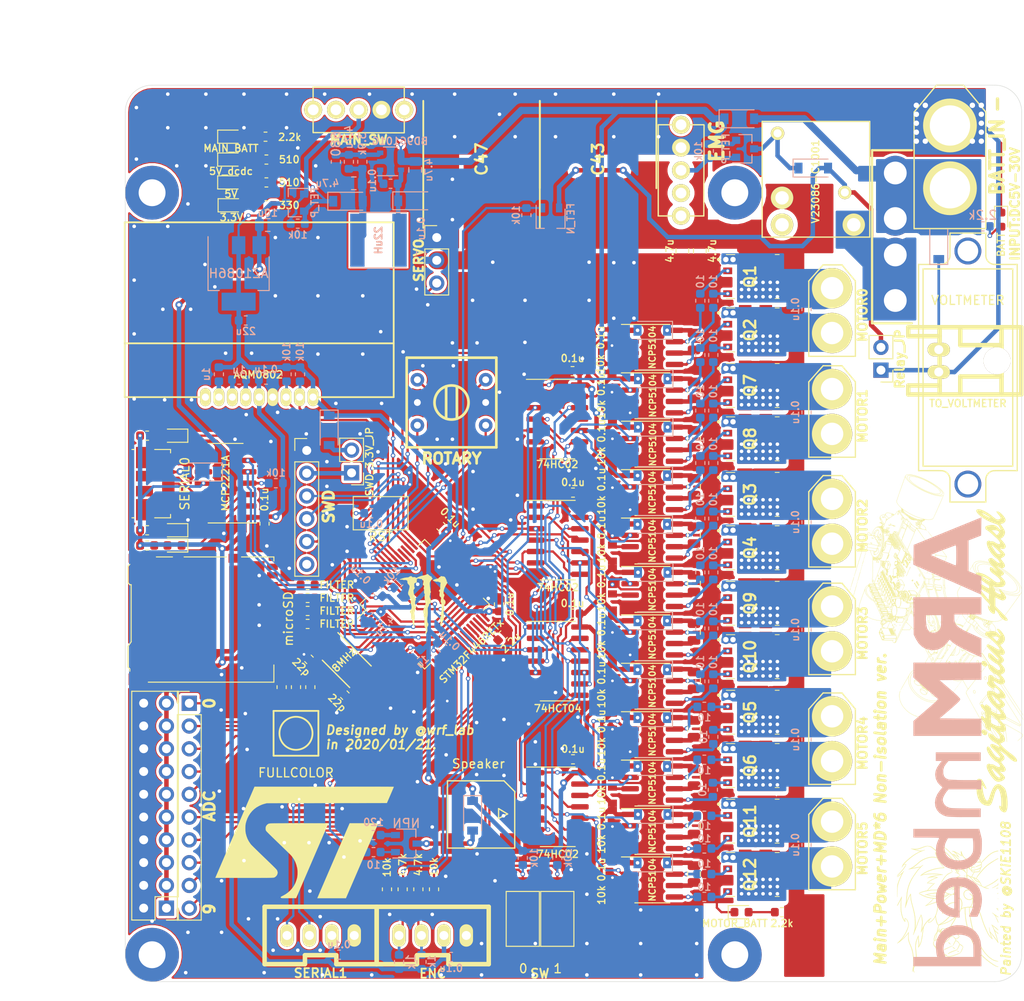
<source format=kicad_pcb>
(kicad_pcb (version 20171130) (host pcbnew "(5.1.5)-3")
  (layers (0 F.Cu signal) (31 B.Cu signal) (34 B.Paste user) (35 F.Paste user) (36 B.SilkS user hide) (37 F.SilkS user) (38 B.Mask user) (39 F.Mask user) (44 Edge.Cuts user))
  (net 0 "")
  (net 1 GND)
  (net 2 /OSC_IN)
  (net 3 /~RST)
  (net 4 +3V3)
  (net 5 /OSC_OUT)
  (net 6 /FB)
  (net 7 "Net-(C5-Pad1)")
  (net 8 "Net-(C6-Pad1)")
  (net 9 "Net-(C6-Pad2)")
  (net 10 "Net-(C7-Pad1)")
  (net 11 /Batt)
  (net 12 5Vc)
  (net 13 +5V)
  (net 14 "Net-(C25-Pad2)")
  (net 15 "Net-(C25-Pad1)")
  (net 16 "Net-(C26-Pad1)")
  (net 17 "Net-(C26-Pad2)")
  (net 18 "Net-(C27-Pad2)")
  (net 19 "Net-(C27-Pad1)")
  (net 20 "Net-(C28-Pad2)")
  (net 21 "Net-(C28-Pad1)")
  (net 22 "Net-(C29-Pad1)")
  (net 23 "Net-(C29-Pad2)")
  (net 24 "Net-(C30-Pad1)")
  (net 25 "Net-(C30-Pad2)")
  (net 26 "Net-(C37-Pad2)")
  (net 27 "Net-(C37-Pad1)")
  (net 28 "Net-(C38-Pad1)")
  (net 29 "Net-(C38-Pad2)")
  (net 30 "Net-(C39-Pad2)")
  (net 31 "Net-(C39-Pad1)")
  (net 32 "Net-(C40-Pad1)")
  (net 33 "Net-(C40-Pad2)")
  (net 34 "Net-(C41-Pad1)")
  (net 35 "Net-(C41-Pad2)")
  (net 36 "Net-(C42-Pad2)")
  (net 37 "Net-(C42-Pad1)")
  (net 38 /Motor0_L)
  (net 39 /Motor0_R)
  (net 40 /Motor2_L)
  (net 41 /Motor2_R)
  (net 42 /Motor4_L)
  (net 43 /Motor4_R)
  (net 44 +BATT)
  (net 45 /Motor1_R)
  (net 46 /Motor1_L)
  (net 47 /Motor3_R)
  (net 48 /Motor3_L)
  (net 49 /Motor5_R)
  (net 50 /Motor5_L)
  (net 51 "Net-(D1-Pad2)")
  (net 52 "Net-(D2-Pad1)")
  (net 53 "Net-(D2-Pad2)")
  (net 54 "Net-(D3-Pad2)")
  (net 55 "Net-(D3-Pad1)")
  (net 56 "Net-(D4-Pad2)")
  (net 57 "Net-(D4-Pad1)")
  (net 58 "Net-(D8-Pad2)")
  (net 59 "Net-(D22-Pad2)")
  (net 60 "Net-(D23-Pad2)")
  (net 61 "Net-(D24-Pad2)")
  (net 62 "Net-(D25-Pad2)")
  (net 63 "Net-(D26-Pad2)")
  (net 64 "Net-(D27-Pad2)")
  (net 65 "Net-(D27-Pad1)")
  (net 66 "Net-(D28-Pad2)")
  (net 67 "Net-(J1-Pad2)")
  (net 68 /SWCLK)
  (net 69 /SWDIO)
  (net 70 "Net-(J1-Pad6)")
  (net 71 /ADC0)
  (net 72 /ADC1)
  (net 73 /ADC2)
  (net 74 /ADC3)
  (net 75 /ADC4)
  (net 76 /ADC5)
  (net 77 /ADC6)
  (net 78 /ADC7)
  (net 79 /ADC8)
  (net 80 /ADC9)
  (net 81 /D-)
  (net 82 /D+)
  (net 83 "Net-(J4-Pad4)")
  (net 84 "Net-(J4-Pad6)")
  (net 85 "Net-(J5-Pad4)")
  (net 86 "Net-(J5-Pad3)")
  (net 87 /USART2_TX)
  (net 88 /USART2_RX)
  (net 89 "Net-(Q1-Pad2)")
  (net 90 "Net-(Q1-Pad4)")
  (net 91 /MOTOR_BATT)
  (net 92 "Net-(Q2-Pad2)")
  (net 93 "Net-(Q2-Pad4)")
  (net 94 "Net-(Q3-Pad2)")
  (net 95 "Net-(Q3-Pad4)")
  (net 96 "Net-(Q4-Pad4)")
  (net 97 "Net-(Q4-Pad2)")
  (net 98 "Net-(Q5-Pad4)")
  (net 99 "Net-(Q5-Pad2)")
  (net 100 "Net-(Q6-Pad2)")
  (net 101 "Net-(Q6-Pad4)")
  (net 102 "Net-(Q7-Pad4)")
  (net 103 "Net-(Q7-Pad2)")
  (net 104 "Net-(Q8-Pad4)")
  (net 105 "Net-(Q8-Pad2)")
  (net 106 "Net-(Q9-Pad2)")
  (net 107 "Net-(Q9-Pad4)")
  (net 108 "Net-(Q10-Pad4)")
  (net 109 "Net-(Q10-Pad2)")
  (net 110 "Net-(Q11-Pad2)")
  (net 111 "Net-(Q11-Pad4)")
  (net 112 "Net-(Q12-Pad4)")
  (net 113 "Net-(Q12-Pad2)")
  (net 114 "Net-(Q13-Pad1)")
  (net 115 /EMG_IO)
  (net 116 "Net-(Q15-Pad1)")
  (net 117 "Net-(Q16-Pad1)")
  (net 118 "Net-(Q16-Pad2)")
  (net 119 /SW0)
  (net 120 /SW1)
  (net 121 "Net-(R8-Pad1)")
  (net 122 "Net-(R9-Pad1)")
  (net 123 /ENC_CH1)
  (net 124 /ENC_CH2)
  (net 125 "Net-(R16-Pad1)")
  (net 126 "Net-(R17-Pad1)")
  (net 127 "Net-(R18-Pad1)")
  (net 128 "Net-(R19-Pad1)")
  (net 129 "Net-(R20-Pad1)")
  (net 130 "Net-(R21-Pad1)")
  (net 131 "Net-(R22-Pad2)")
  (net 132 "Net-(R23-Pad2)")
  (net 133 "Net-(R24-Pad2)")
  (net 134 "Net-(R25-Pad2)")
  (net 135 "Net-(R26-Pad2)")
  (net 136 "Net-(R27-Pad2)")
  (net 137 "Net-(R28-Pad2)")
  (net 138 "Net-(R29-Pad2)")
  (net 139 "Net-(R30-Pad2)")
  (net 140 "Net-(R31-Pad2)")
  (net 141 "Net-(R32-Pad2)")
  (net 142 "Net-(R33-Pad2)")
  (net 143 "Net-(R34-Pad1)")
  (net 144 "Net-(R35-Pad1)")
  (net 145 "Net-(R36-Pad1)")
  (net 146 "Net-(R37-Pad1)")
  (net 147 "Net-(R38-Pad1)")
  (net 148 "Net-(R39-Pad1)")
  (net 149 "Net-(R40-Pad2)")
  (net 150 "Net-(R41-Pad2)")
  (net 151 "Net-(R42-Pad2)")
  (net 152 "Net-(R43-Pad2)")
  (net 153 "Net-(R44-Pad2)")
  (net 154 "Net-(R45-Pad2)")
  (net 155 "Net-(R46-Pad2)")
  (net 156 "Net-(R47-Pad2)")
  (net 157 "Net-(R48-Pad2)")
  (net 158 "Net-(R49-Pad2)")
  (net 159 "Net-(R50-Pad2)")
  (net 160 "Net-(R51-Pad2)")
  (net 161 "Net-(J15-Pad2)")
  (net 162 /SPI2_NSS)
  (net 163 "Net-(J15-Pad3)")
  (net 164 /SPI2_MOSI)
  (net 165 /SPI2_SCK)
  (net 166 "Net-(J15-Pad5)")
  (net 167 "Net-(J15-Pad7)")
  (net 168 /SPI2_MISO)
  (net 169 /Buzzer_PWM)
  (net 170 "Net-(SW4-Pad1)")
  (net 171 "Net-(SW5-Pad1)")
  (net 172 /USART3_TX)
  (net 173 /USART3_RX)
  (net 174 "Net-(U2-Pad8)")
  (net 175 "Net-(U2-Pad9)")
  (net 176 "Net-(U2-Pad10)")
  (net 177 /I2C2_SCL)
  (net 178 /Motor0_L_PWM)
  (net 179 /Motor0_R_PWM)
  (net 180 /Motor1_L_PWM)
  (net 181 /Motor1_R_PWM)
  (net 182 /Motor2_L_PWM)
  (net 183 /Motor2_R_PWM)
  (net 184 /Motor3_L_PWM)
  (net 185 /Motor3_R_PWM)
  (net 186 /I2C2_SDA)
  (net 187 /ADRESS0)
  (net 188 /ADRESS1)
  (net 189 /ADRESS2)
  (net 190 /ADRESS3)
  (net 191 /Motor5_L_PWM)
  (net 192 /Motor5_R_PWM)
  (net 193 /Motor4_L_PWM)
  (net 194 /Motor4_R_PWM)
  (net 195 "Net-(C55-Pad1)")
  (net 196 "Net-(C56-Pad2)")
  (net 197 "Net-(C56-Pad1)")
  (net 198 "Net-(U22-Pad1)")
  (net 199 "Net-(J15-Pad9)")
  (net 200 "Net-(J15-Pad8)")
  (net 201 "Net-(J15-Pad1)")
  (net 202 "Net-(J15-Pad11)")
  (net 203 "Net-(J15-Pad10)")
  (net 204 "Net-(J14-Pad3)")
  (net 205 /SERVO_PWM)
  (net 206 "Net-(J17-Pad1)")
  (net 207 "Net-(J17-Pad2)")
  (net 208 "Net-(D29-Pad1)")
  (net 209 /Motor0_CW)
  (net 210 /Motor1_CW)
  (net 211 /Motor2_CW)
  (net 212 /Motor3_CW)
  (net 213 /Motor0_PWM)
  (net 214 /Motor1_PWM)
  (net 215 /Motor2_PWM)
  (net 216 /Motor3_PWM)
  (net 217 /Motor4_PWM)
  (net 218 /Motor5_PWM)
  (net 219 /Motor4_CW)
  (net 220 /Motor5_CW)
  (net 221 "Net-(U23-Pad12)")
  (net 222 "Net-(U23-Pad10)")
  (net 223 "Net-(U23-Pad8)")
  (net 224 "Net-(U23-Pad6)")
  (net 225 "Net-(U23-Pad4)")
  (net 226 "Net-(U23-Pad2)")
  (net 227 "Net-(D31-Pad2)")
  (net 228 "Net-(R10-Pad1)")
  (net 229 "Net-(R11-Pad1)")
  (net 230 "Net-(R71-Pad1)")
  (net 231 /LED_Blue)
  (net 232 /LED_Green)
  (net 233 /LED_Red)
  (net 234 "Net-(U18-Pad3)")
  (module Mizz_lib:V23086-C1001-A403 (layer F.Cu) (at 180.05 45.45 180)
    (fp_text reference U18 hide)
    (fp_text value V23086-C1001 (at 6.05 6.2 270) (layer F.SilkS) (effects (font (size 0.8 0.8))))
    (pad 3 thru_hole circle (at 9.78 1.38 180) (size 2.5 2.5) (drill 1.5) (layers *.Cu *.Mask F.SilkS) (net 234 "Net-(U18-Pad3)"))
    (pad 4 thru_hole circle (at 1.78 1.38 180) (size 2.5 2.5) (drill 1.5) (layers *.Cu *.Mask F.SilkS) (net 204 "Net-(J14-Pad3)"))
    (pad 5 thru_hole circle (at 9.78 4.38 180) (size 2.5 2.5) (drill 1.5) (layers *.Cu *.Mask F.SilkS) (net 91 /MOTOR_BATT))
    (pad 2 thru_hole circle (at 10.28 11.58 180) (size 1.5 1.5) (drill 0.9) (layers *.Cu *.Mask F.SilkS) (net 65 "Net-(D27-Pad1)"))
    (pad 1 thru_hole circle (at 2.78 4.98 180) (size 1.5 1.5) (drill 0.9) (layers *.Cu *.Mask F.SilkS) (net 64 "Net-(D27-Pad2)"))
  )
  (module Mizz_lib:AQM0802 (layer F.Cu) (at 96.95 43.8)
    (fp_text reference U22 hide)
    (fp_text value AQM0802 (at 14.9 17) (layer F.SilkS) (effects (font (size 0.8 0.8))))
    (pad 9 thru_hole oval (at 21 19.5) (size 1.2 2) (drill 0.8) (layers *.Cu *.Mask F.SilkS) (net 4 +3V3))
    (pad 8 thru_hole oval (at 19.5 19.5) (size 1.2 2) (drill 0.8) (layers *.Cu *.Mask F.SilkS) (net 177 /I2C2_SCL))
    (pad 7 thru_hole oval (at 18 19.5) (size 1.2 2) (drill 0.8) (layers *.Cu *.Mask F.SilkS) (net 186 /I2C2_SDA))
    (pad 6 thru_hole oval (at 16.5 19.5) (size 1.2 2) (drill 0.8) (layers *.Cu *.Mask F.SilkS) (net 1 GND))
    (pad 5 thru_hole oval (at 15 19.5) (size 1.2 2) (drill 0.8) (layers *.Cu *.Mask F.SilkS) (net 4 +3V3))
    (pad 4 thru_hole oval (at 13.5 19.5) (size 1.2 2) (drill 0.8) (layers *.Cu *.Mask F.SilkS) (net 196 "Net-(C56-Pad2)"))
    (pad 3 thru_hole oval (at 12 19.5) (size 1.2 2) (drill 0.8) (layers *.Cu *.Mask F.SilkS) (net 197 "Net-(C56-Pad1)"))
    (pad 2 thru_hole oval (at 10.5 19.5) (size 1.2 2) (drill 0.8) (layers *.Cu *.Mask F.SilkS) (net 195 "Net-(C55-Pad1)"))
    (pad 1 thru_hole oval (at 9 19.5) (size 1.2 2) (drill 0.8) (layers *.Cu *.Mask F.SilkS) (net 198 "Net-(U22-Pad1)"))
  )
  (module Mizz_lib:CAPAE1300X1400N (layer F.Cu) (at 136.75 36.75 90)
    (fp_text reference C47 (at 0 0 90) (layer F.SilkS) (effects (font (size 1.27 1.27) (thickness 0.254))))
    (fp_text value 470u hide)
    (pad 1 smd rect (at -4.85 0 180) (size 2.35 5.65) (layers F.Cu F.Paste F.Mask) (net 91 /MOTOR_BATT))
    (pad 2 smd rect (at 4.85 0 180) (size 2.35 5.65) (layers F.Cu F.Paste F.Mask) (net 1 GND))
  )
  (module Mizz_lib:CAPAE1300X1400N (layer F.Cu) (at 149.75 36.75 90)
    (fp_text reference C43 (at 0 0 90) (layer F.SilkS) (effects (font (size 1.27 1.27) (thickness 0.254))))
    (fp_text value 470u hide)
    (pad 2 smd rect (at 4.85 0 180) (size 2.35 5.65) (layers F.Cu F.Paste F.Mask) (net 1 GND))
    (pad 1 smd rect (at -4.85 0 180) (size 2.35 5.65) (layers F.Cu F.Paste F.Mask) (net 91 /MOTOR_BATT))
  )
  (module Mizz_lib:XA_2LC (layer F.Cu) (at 187.75 60.5 90)
    (fp_text reference J18 hide)
    (fp_text value TO_VOLTMETER (at -3.5 3.25 180) (layer F.SilkS) (effects (font (size 0.8 0.8))))
    (pad 1 thru_hole oval (at 0 0 90) (size 1.5 2.5) (drill 1) (layers *.Cu *.Mask F.SilkS) (net 1 GND))
    (pad 2 thru_hole oval (at 2.5 0 90) (size 1.5 2.5) (drill 1) (layers *.Cu *.Mask F.SilkS) (net 208 "Net-(D29-Pad1)"))
    (pad "" thru_hole circle (at 1.25 6.5 90) (size 3 3) (drill 3) (layers *.Cu *.Mask F.SilkS) (clearance -0.3))
  )
  (module Mizz_lib:XA_4P (layer F.Cu) (at 127.55 123.35)
    (fp_text reference J5 hide)
    (fp_text value ENC (at 3.75 4.25) (layer F.SilkS) (effects (font (thickness 0.2))))
    (pad 4 thru_hole oval (at 0 0) (size 1.5 2.5) (drill 1) (layers *.Cu *.Mask F.SilkS) (net 85 "Net-(J5-Pad4)"))
    (pad 3 thru_hole oval (at 2.5 0) (size 1.5 2.5) (drill 1) (layers *.Cu *.Mask F.SilkS) (net 86 "Net-(J5-Pad3)"))
    (pad 2 thru_hole oval (at 5 0) (size 1.5 2.5) (drill 1) (layers *.Cu *.Mask F.SilkS) (net 13 +5V))
    (pad 1 thru_hole oval (at 7.5 0) (size 1.5 2.5) (drill 1) (layers *.Cu *.Mask F.SilkS) (net 1 GND))
  )
  (module Mizz_lib:XA_4P (layer F.Cu) (at 115.05 123.35)
    (fp_text reference J16 hide)
    (fp_text value SERIAL1 (at 3.75 4.2) (layer F.SilkS) (effects (font (thickness 0.2))))
    (pad 1 thru_hole oval (at 7.5 0) (size 1.5 2.5) (drill 1) (layers *.Cu *.Mask F.SilkS) (net 1 GND))
    (pad 2 thru_hole oval (at 5 0) (size 1.5 2.5) (drill 1) (layers *.Cu *.Mask F.SilkS) (net 13 +5V))
    (pad 3 thru_hole oval (at 2.5 0) (size 1.5 2.5) (drill 1) (layers *.Cu *.Mask F.SilkS) (net 87 /USART2_TX))
    (pad 4 thru_hole oval (at 0 0) (size 1.5 2.5) (drill 1) (layers *.Cu *.Mask F.SilkS) (net 88 /USART2_RX))
  )
  (module Connector_Card:microSD_HC_Hirose_DM3AT-SF-PEJM5 (layer F.Cu) (at 105.7 88.1 270)
    (fp_text reference J15 hide)
    (fp_text value microSD (at -0.075 -9.5 270) (layer F.SilkS))
    (pad 9 smd rect (at -5.875 -7.725 270) (size 0.7 1.2) (layers F.Cu F.Paste F.Mask) (net 199 "Net-(J15-Pad9)"))
    (pad 8 smd rect (at -4.925 -7.725 270) (size 0.7 1.2) (layers F.Cu F.Paste F.Mask) (net 200 "Net-(J15-Pad8)"))
    (pad 1 smd rect (at 2.775 -7.725 270) (size 0.7 1.2) (layers F.Cu F.Paste F.Mask) (net 201 "Net-(J15-Pad1)"))
    (pad 2 smd rect (at 1.675 -7.725 270) (size 0.7 1.2) (layers F.Cu F.Paste F.Mask) (net 161 "Net-(J15-Pad2)"))
    (pad 3 smd rect (at 0.575 -7.725 270) (size 0.7 1.2) (layers F.Cu F.Paste F.Mask) (net 163 "Net-(J15-Pad3)"))
    (pad 4 smd rect (at -0.525 -7.725 270) (size 0.7 1.2) (layers F.Cu F.Paste F.Mask) (net 4 +3V3))
    (pad 5 smd rect (at -1.625 -7.725 270) (size 0.7 1.2) (layers F.Cu F.Paste F.Mask) (net 166 "Net-(J15-Pad5)"))
    (pad 6 smd rect (at -2.725 -7.725 270) (size 0.7 1.2) (layers F.Cu F.Paste F.Mask) (net 1 GND))
    (pad 7 smd rect (at -3.825 -7.725 270) (size 0.7 1.2) (layers F.Cu F.Paste F.Mask) (net 167 "Net-(J15-Pad7)"))
    (pad 11 smd rect (at 4.325 -7.725 270) (size 1 1.2) (layers F.Cu F.Paste F.Mask) (net 202 "Net-(J15-Pad11)"))
    (pad 11 smd rect (at -6.825 -3.425 270) (size 1 1.2) (layers F.Cu F.Paste F.Mask) (net 202 "Net-(J15-Pad11)"))
    (pad 10 smd rect (at -6.825 2.775 270) (size 1 0.8) (layers F.Cu F.Paste F.Mask) (net 203 "Net-(J15-Pad10)"))
    (pad 11 smd rect (at -6.825 6.925 270) (size 1 2.8) (layers F.Cu F.Paste F.Mask) (net 202 "Net-(J15-Pad11)"))
    (pad 11 smd rect (at 6.675 7.375 270) (size 1.3 1.9) (layers F.Cu F.Paste F.Mask) (net 202 "Net-(J15-Pad11)"))
  )
  (module Mizz_lib:rotary_0F (layer F.Cu) (at 133.4 63.9 90)
    (fp_text reference U4 hide)
    (fp_text value ROTARY (at -6.25 0) (layer F.SilkS) (effects (font (size 1.2 1.2) (thickness 0.3))))
    (pad 1 thru_hole circle (at -2.54 3.81 90) (size 1.524 1.524) (drill 0.762) (layers *.Cu *.Mask) (net 188 /ADRESS1))
    (pad 2 thru_hole circle (at 0 3.81 90) (size 1.524 1.524) (drill 0.762) (layers *.Cu *.Mask) (net 1 GND))
    (pad 3 thru_hole circle (at 2.54 3.81 90) (size 1.524 1.524) (drill 0.762) (layers *.Cu *.Mask) (net 187 /ADRESS0))
    (pad 4 thru_hole circle (at 2.54 -3.81 90) (size 1.524 1.524) (drill 0.762) (layers *.Cu *.Mask) (net 189 /ADRESS2))
    (pad 5 thru_hole circle (at 0 -3.81 90) (size 1.524 1.524) (drill 0.762) (layers *.Cu *.Mask) (net 1 GND))
    (pad 6 thru_hole circle (at -2.54 -3.81 90) (size 1.524 1.524) (drill 0.762) (layers *.Cu *.Mask) (net 190 /ADRESS3))
  )
  (module Mizz_lib:OSTBABS4C2B (layer F.Cu) (at 116.05 100.9 180)
    (fp_text reference U28 hide)
    (fp_text value FULLCOLOR (at 0 -4.3 180) (layer F.SilkS))
    (pad 6 smd rect (at -1.6 -2.4 180) (size 1 1.5) (layers F.Cu F.Paste F.Mask) (net 1 GND))
    (pad 5 smd rect (at 0 -2.4 180) (size 1 1.5) (layers F.Cu F.Paste F.Mask) (net 1 GND))
    (pad 4 smd rect (at 1.6 -2.4 180) (size 1 1.5) (layers F.Cu F.Paste F.Mask) (net 1 GND))
    (pad 3 smd rect (at 1.6 2.6 180) (size 1 1.5) (layers F.Cu F.Paste F.Mask) (net 230 "Net-(R71-Pad1)"))
    (pad 2 smd rect (at 0 2.6 180) (size 1 1.5) (layers F.Cu F.Paste F.Mask) (net 229 "Net-(R11-Pad1)"))
    (pad 1 smd rect (at -1.6 2.6 180) (size 1 1.5) (layers F.Cu F.Paste F.Mask) (net 228 "Net-(R10-Pad1)"))
  )
  (module Mizz_lib:UGCT7525AN4 (layer F.Cu) (at 136.35 109.5)
    (fp_text reference LS1 hide)
    (fp_text value Speaker (at 0.05 -5.3 180) (layer F.SilkS))
    (pad 3 smd rect (at 3.6 3.6) (size 2.3 2.3) (layers F.Cu F.Paste F.Mask))
    (pad 2 smd rect (at -3 3.6) (size 2.3 2.3) (layers F.Cu F.Paste F.Mask) (net 66 "Net-(D28-Pad2)"))
    (pad 1 smd rect (at -3 -3) (size 2.3 2.3) (layers F.Cu F.Paste F.Mask) (net 4 +3V3))
  )
  (module Mizz_lib:2MS1-T1-B4-VS2-Q-E (layer F.Cu) (at 123.05 31.25)
    (fp_text reference SW5 hide)
    (fp_text value MAIN_SW (at 0 3.35) (layer F.SilkS) (effects (font (thickness 0.25))))
    (pad "" thru_hole circle (at 5.08 0) (size 2 2) (drill 1.2) (layers *.Cu *.Mask F.SilkS))
    (pad "" thru_hole circle (at -5.08 0) (size 2 2) (drill 1.2) (layers *.Cu *.Mask F.SilkS))
    (pad 3 thru_hole circle (at 2.53 0) (size 2 2) (drill 1.2) (layers *.Cu *.Mask F.SilkS) (net 1 GND))
    (pad 1 thru_hole circle (at -2.54 0) (size 2 2) (drill 1.2) (layers *.Cu *.Mask F.SilkS) (net 171 "Net-(SW5-Pad1)"))
    (pad 2 thru_hole circle (at 0 0) (size 2 2) (drill 1.2) (layers *.Cu *.Mask F.SilkS) (net 114 "Net-(Q13-Pad1)"))
  )
  (module Mizz_lib:2MS1-T1-B4-VS2-Q-E (layer F.Cu) (at 159 38 90)
    (fp_text reference SW4 hide)
    (fp_text value EMG (at 3.25 4 90) (layer F.SilkS) (effects (font (size 1.5 1.5) (thickness 0.375))))
    (pad 2 thru_hole circle (at 0 0 90) (size 2 2) (drill 1.2) (layers *.Cu *.Mask F.SilkS) (net 116 "Net-(Q15-Pad1)"))
    (pad 1 thru_hole circle (at -2.54 0 90) (size 2 2) (drill 1.2) (layers *.Cu *.Mask F.SilkS) (net 170 "Net-(SW4-Pad1)"))
    (pad 3 thru_hole circle (at 2.53 0 90) (size 2 2) (drill 1.2) (layers *.Cu *.Mask F.SilkS) (net 1 GND))
    (pad "" thru_hole circle (at -5.08 0 90) (size 2 2) (drill 1.2) (layers *.Cu *.Mask F.SilkS))
    (pad "" thru_hole circle (at 5.08 0 90) (size 2 2) (drill 1.2) (layers *.Cu *.Mask F.SilkS))
  )
  (module Package_SO:SOIC-14_3.9x8.7mm_P1.27mm (layer F.Cu) (at 145.25 79.25)
    (fp_text reference U25 hide)
    (fp_text value 74HC02 (at 0 5.28) (layer F.SilkS) (effects (font (size 0.8 0.8))))
    (pad 14 smd roundrect (at 2.475 -3.81) (size 1.95 0.6) (layers F.Cu F.Paste F.Mask) (net 4 +3V3))
    (pad 13 smd roundrect (at 2.475 -2.54) (size 1.95 0.6) (layers F.Cu F.Paste F.Mask) (net 182 /Motor2_L_PWM))
    (pad 12 smd roundrect (at 2.475 -1.27) (size 1.95 0.6) (layers F.Cu F.Paste F.Mask) (net 224 "Net-(U23-Pad6)"))
    (pad 11 smd roundrect (at 2.475 0) (size 1.95 0.6) (layers F.Cu F.Paste F.Mask) (net 211 /Motor2_CW))
    (pad 10 smd roundrect (at 2.475 1.27) (size 1.95 0.6) (layers F.Cu F.Paste F.Mask) (net 185 /Motor3_R_PWM))
    (pad 9 smd roundrect (at 2.475 2.54) (size 1.95 0.6) (layers F.Cu F.Paste F.Mask) (net 216 /Motor3_PWM))
    (pad 8 smd roundrect (at 2.475 3.81) (size 1.95 0.6) (layers F.Cu F.Paste F.Mask) (net 212 /Motor3_CW))
    (pad 7 smd roundrect (at -2.475 3.81) (size 1.95 0.6) (layers F.Cu F.Paste F.Mask) (net 1 GND))
    (pad 6 smd roundrect (at -2.475 2.54) (size 1.95 0.6) (layers F.Cu F.Paste F.Mask) (net 223 "Net-(U23-Pad8)"))
    (pad 5 smd roundrect (at -2.475 1.27) (size 1.95 0.6) (layers F.Cu F.Paste F.Mask) (net 212 /Motor3_CW))
    (pad 4 smd roundrect (at -2.475 0) (size 1.95 0.6) (layers F.Cu F.Paste F.Mask) (net 184 /Motor3_L_PWM))
    (pad 3 smd roundrect (at -2.475 -1.27) (size 1.95 0.6) (layers F.Cu F.Paste F.Mask) (net 215 /Motor2_PWM))
    (pad 2 smd roundrect (at -2.475 -2.54) (size 1.95 0.6) (layers F.Cu F.Paste F.Mask) (net 211 /Motor2_CW))
    (pad 1 smd roundrect (at -2.475 -3.81) (size 1.95 0.6) (layers F.Cu F.Paste F.Mask) (net 183 /Motor2_R_PWM))
  )
  (module Resistor_SMD:R_0603_1608Metric (layer F.Cu) (at 112.65 34.25)
    (fp_text reference R54 hide)
    (fp_text value 2.2k (at 2.7 0.05) (layer F.SilkS) (effects (font (size 0.8 0.8))))
    (pad 1 smd roundrect (at -0.7875 0) (size 0.875 0.95) (layers F.Cu F.Paste F.Mask) (net 60 "Net-(D23-Pad2)"))
    (pad 2 smd roundrect (at 0.7875 0) (size 0.875 0.95) (layers F.Cu F.Paste F.Mask) (net 11 /Batt))
  )
  (module Mizz_lib:XT30_F (layer F.Cu) (at 173.25 118.25 90)
    (fp_text reference J12 hide)
    (fp_text value MOTOR5 (at 4.6 6 90) (layer F.SilkS) (effects (font (thickness 0.25))))
    (pad 1 thru_hole circle (at 7.6 2.6 90) (size 4.5 4.5) (drill 2.5) (layers *.Cu *.Mask F.SilkS) (net 50 /Motor5_L))
    (pad 2 thru_hole circle (at 2.6 2.6 90) (size 4.5 4.5) (drill 2.5) (layers *.Cu *.Mask F.SilkS) (net 49 /Motor5_R))
  )
  (module Mizz_lib:XT60_M (layer F.Cu) (at 189 36.5 270)
    (fp_text reference J13 hide)
    (fp_text value BATT_IN (at 0 -5.25 90) (layer F.SilkS) (effects (font (size 1.5 1.5) (thickness 0.375))))
    (pad 1 thru_hole circle (at -3.5 0 270) (size 6 6) (drill 4.5) (layers *.Cu *.Mask F.SilkS) (net 1 GND))
    (pad 2 thru_hole circle (at 3.5 0 270) (size 6 6) (drill 4.5) (layers *.Cu *.Mask F.SilkS) (net 44 +BATT))
  )
  (module Capacitor_SMD:C_0603_1608Metric (layer F.Cu) (at 117.5 92.55 135)
    (fp_text reference C1 hide)
    (fp_text value 22p (at 0 -1.202082 135) (layer F.SilkS) (effects (font (size 0.8 0.8))))
    (pad 2 smd roundrect (at 0.7875 0 135) (size 0.875 0.95) (layers F.Cu F.Paste F.Mask) (net 1 GND))
    (pad 1 smd roundrect (at -0.7875 0 135) (size 0.875 0.95) (layers F.Cu F.Paste F.Mask) (net 2 /OSC_IN))
  )
  (module Capacitor_SMD:C_0603_1608Metric (layer B.Cu) (at 124.45 76.25 180)
    (fp_text reference C2 hide)
    (fp_text value 0.1u (at 0 -1.2) (layer B.SilkS) (effects (font (size 0.8 0.8)) (justify mirror)))
    (pad 1 smd roundrect (at -0.7875 0 180) (size 0.875 0.95) (layers B.Cu B.Paste B.Mask) (net 1 GND))
    (pad 2 smd roundrect (at 0.7875 0 180) (size 0.875 0.95) (layers B.Cu B.Paste B.Mask) (net 3 /~RST))
  )
  (module Capacitor_SMD:C_0603_1608Metric (layer F.Cu) (at 112.54 77.42 270)
    (fp_text reference C3 hide)
    (fp_text value 0.1u (at -2.7 0 90) (layer F.SilkS) (effects (font (size 0.8 0.8))))
    (pad 1 smd roundrect (at -0.7875 0 270) (size 0.875 0.95) (layers F.Cu F.Paste F.Mask) (net 4 +3V3))
    (pad 2 smd roundrect (at 0.7875 0 270) (size 0.875 0.95) (layers F.Cu F.Paste F.Mask) (net 1 GND))
  )
  (module Capacitor_SMD:C_0603_1608Metric (layer F.Cu) (at 121.5 96.55 315)
    (fp_text reference C4 hide)
    (fp_text value 22p (at 0 1.202082 135) (layer F.SilkS) (effects (font (size 0.8 0.8))))
    (pad 1 smd roundrect (at -0.7875 0 315) (size 0.875 0.95) (layers F.Cu F.Paste F.Mask) (net 5 /OSC_OUT))
    (pad 2 smd roundrect (at 0.7875 0 315) (size 0.875 0.95) (layers F.Cu F.Paste F.Mask) (net 1 GND))
  )
  (module Capacitor_SMD:C_0603_1608Metric (layer B.Cu) (at 121.95 37.05 270)
    (fp_text reference C5 hide)
    (fp_text value 4.7u (at -2.75 0 90) (layer B.SilkS) (effects (font (size 0.8 0.8)) (justify mirror)))
    (pad 2 smd roundrect (at 0.7875 0 270) (size 0.875 0.95) (layers B.Cu B.Paste B.Mask) (net 6 /FB))
    (pad 1 smd roundrect (at -0.7875 0 270) (size 0.875 0.95) (layers B.Cu B.Paste B.Mask) (net 7 "Net-(C5-Pad1)"))
  )
  (module Capacitor_SMD:C_0603_1608Metric (layer B.Cu) (at 126.6 39.5 180)
    (fp_text reference C6 hide)
    (fp_text value 0.1u (at 2.05 0.35 90) (layer B.SilkS) (effects (font (size 0.8 0.8)) (justify mirror)))
    (pad 1 smd roundrect (at -0.7875 0 180) (size 0.875 0.95) (layers B.Cu B.Paste B.Mask) (net 8 "Net-(C6-Pad1)"))
    (pad 2 smd roundrect (at 0.7875 0 180) (size 0.875 0.95) (layers B.Cu B.Paste B.Mask) (net 9 "Net-(C6-Pad2)"))
  )
  (module Capacitor_SMD:C_0603_1608Metric (layer F.Cu) (at 139.15 89.85 45)
    (fp_text reference C7 hide)
    (fp_text value 2.2u (at 0 1.202082 45) (layer F.SilkS) (effects (font (size 0.8 0.8))))
    (pad 1 smd roundrect (at -0.7875 0 45) (size 0.875 0.95) (layers F.Cu F.Paste F.Mask) (net 10 "Net-(C7-Pad1)"))
    (pad 2 smd roundrect (at 0.7875 0 45) (size 0.875 0.95) (layers F.Cu F.Paste F.Mask) (net 1 GND))
  )
  (module Capacitor_SMD:C_0805_2012Metric (layer B.Cu) (at 129.35 37.95 270)
    (fp_text reference C8 hide)
    (fp_text value 4.7u (at 0 -1.5 90) (layer B.SilkS) (effects (font (size 0.8 0.8)) (justify mirror)))
    (pad 1 smd roundrect (at -0.9375 0 270) (size 0.975 1.4) (layers B.Cu B.Paste B.Mask) (net 11 /Batt))
    (pad 2 smd roundrect (at 0.9375 0 270) (size 0.975 1.4) (layers B.Cu B.Paste B.Mask) (net 1 GND))
  )
  (module Capacitor_SMD:C_0603_1608Metric (layer B.Cu) (at 124.95 87.8 225)
    (fp_text reference C9 hide)
    (fp_text value 4.7u (at 0 -1.43 45) (layer B.SilkS) (effects (font (size 0.8 0.8)) (justify mirror)))
    (pad 1 smd roundrect (at -0.7875 0 225) (size 0.875 0.95) (layers B.Cu B.Paste B.Mask) (net 4 +3V3))
    (pad 2 smd roundrect (at 0.7875 0 225) (size 0.875 0.95) (layers B.Cu B.Paste B.Mask) (net 1 GND))
  )
  (module Capacitor_SMD:C_0603_1608Metric (layer B.Cu) (at 132.4 91.25 315)
    (fp_text reference C10 hide)
    (fp_text value 0.1u (at 0 -1.131371 315) (layer B.SilkS) (effects (font (size 0.8 0.8)) (justify mirror)))
    (pad 1 smd roundrect (at -0.7875 0 315) (size 0.875 0.95) (layers B.Cu B.Paste B.Mask) (net 4 +3V3))
    (pad 2 smd roundrect (at 0.7875 0 315) (size 0.875 0.95) (layers B.Cu B.Paste B.Mask) (net 1 GND))
  )
  (module Capacitor_SMD:C_0805_2012Metric (layer B.Cu) (at 122.5 39.45 180)
    (fp_text reference C11 hide)
    (fp_text value 4.7u (at 2.95 0) (layer B.SilkS) (effects (font (size 0.8 0.8)) (justify mirror)))
    (pad 2 smd roundrect (at 0.9375 0 180) (size 0.975 1.4) (layers B.Cu B.Paste B.Mask) (net 1 GND))
    (pad 1 smd roundrect (at -0.9375 0 180) (size 0.975 1.4) (layers B.Cu B.Paste B.Mask) (net 6 /FB))
  )
  (module Capacitor_SMD:C_0603_1608Metric (layer F.Cu) (at 138.7 86.4 90)
    (fp_text reference C12 hide)
    (fp_text value 0.1u (at 0 1.224999 90) (layer F.SilkS) (effects (font (size 0.8 0.8))))
    (pad 2 smd roundrect (at 0.7875 0 90) (size 0.875 0.95) (layers F.Cu F.Paste F.Mask) (net 1 GND))
    (pad 1 smd roundrect (at -0.7875 0 90) (size 0.875 0.95) (layers F.Cu F.Paste F.Mask) (net 4 +3V3))
  )
  (module Capacitor_SMD:C_0805_2012Metric (layer B.Cu) (at 112.9 44.1)
    (fp_text reference C13 hide)
    (fp_text value 10u (at 0 -1.35) (layer B.SilkS) (effects (font (size 0.8 0.8)) (justify mirror)))
    (pad 1 smd roundrect (at -0.9375 0) (size 0.975 1.4) (layers B.Cu B.Paste B.Mask) (net 13 +5V))
    (pad 2 smd roundrect (at 0.9375 0) (size 0.975 1.4) (layers B.Cu B.Paste B.Mask) (net 1 GND))
  )
  (module Capacitor_SMD:C_0603_1608Metric (layer F.Cu) (at 132.25 77.75 135)
    (fp_text reference C14 hide)
    (fp_text value 0.1u (at 0 1.43 135) (layer F.SilkS) (effects (font (size 0.8 0.8))))
    (pad 2 smd roundrect (at 0.7875 0 135) (size 0.875 0.95) (layers F.Cu F.Paste F.Mask) (net 1 GND))
    (pad 1 smd roundrect (at -0.7875 0 135) (size 0.875 0.95) (layers F.Cu F.Paste F.Mask) (net 4 +3V3))
  )
  (module Capacitor_SMD:C_0603_1608Metric (layer B.Cu) (at 133.35 125.75 180)
    (fp_text reference C15 hide)
    (fp_text value 0.1u (at 0 -1.25) (layer B.SilkS) (effects (font (size 0.8 0.8)) (justify mirror)))
    (pad 1 smd roundrect (at -0.7875 0 180) (size 0.875 0.95) (layers B.Cu B.Paste B.Mask) (net 1 GND))
    (pad 2 smd roundrect (at 0.7875 0 180) (size 0.875 0.95) (layers B.Cu B.Paste B.Mask) (net 13 +5V))
  )
  (module Capacitor_SMD:C_0603_1608Metric (layer B.Cu) (at 125.15 84.95 135)
    (fp_text reference C16 hide)
    (fp_text value 0.1u (at 2.687006 0 315) (layer B.SilkS) (effects (font (size 0.8 0.8)) (justify mirror)))
    (pad 2 smd roundrect (at 0.7875 0 135) (size 0.875 0.95) (layers B.Cu B.Paste B.Mask) (net 1 GND))
    (pad 1 smd roundrect (at -0.7875 0 135) (size 0.875 0.95) (layers B.Cu B.Paste B.Mask) (net 4 +3V3))
  )
  (module Capacitor_SMD:C_0603_1608Metric (layer B.Cu) (at 129.35 92 225)
    (fp_text reference C17 hide)
    (fp_text value 1u (at 0 -1.131371 45) (layer B.SilkS) (effects (font (size 0.8 0.8)) (justify mirror)))
    (pad 1 smd roundrect (at -0.7875 0 225) (size 0.875 0.95) (layers B.Cu B.Paste B.Mask) (net 4 +3V3))
    (pad 2 smd roundrect (at 0.7875 0 225) (size 0.875 0.95) (layers B.Cu B.Paste B.Mask) (net 1 GND))
  )
  (module Capacitor_SMD:C_0603_1608Metric (layer B.Cu) (at 110.45 54.75)
    (fp_text reference C18 hide)
    (fp_text value 22u (at 0 1.2) (layer B.SilkS) (effects (font (size 0.8 0.8)) (justify mirror)))
    (pad 1 smd roundrect (at -0.7875 0) (size 0.875 0.95) (layers B.Cu B.Paste B.Mask) (net 4 +3V3))
    (pad 2 smd roundrect (at 0.7875 0) (size 0.875 0.95) (layers B.Cu B.Paste B.Mask) (net 1 GND))
  )
  (module Capacitor_SMD:C_0805_2012Metric (layer F.Cu) (at 160.45 57.1 270)
    (fp_text reference C25 hide)
    (fp_text value 4.7u)
    (pad 2 smd roundrect (at 0.9375 0 270) (size 0.975 1.4) (layers F.Cu F.Paste F.Mask) (net 14 "Net-(C25-Pad2)"))
    (pad 1 smd roundrect (at -0.9375 0 270) (size 0.975 1.4) (layers F.Cu F.Paste F.Mask) (net 15 "Net-(C25-Pad1)"))
  )
  (module Capacitor_SMD:C_0805_2012Metric (layer F.Cu) (at 160.45 62.55 270)
    (fp_text reference C26 hide)
    (fp_text value 4.7u)
    (pad 1 smd roundrect (at -0.9375 0 270) (size 0.975 1.4) (layers F.Cu F.Paste F.Mask) (net 16 "Net-(C26-Pad1)"))
    (pad 2 smd roundrect (at 0.9375 0 270) (size 0.975 1.4) (layers F.Cu F.Paste F.Mask) (net 17 "Net-(C26-Pad2)"))
  )
  (module Capacitor_SMD:C_0805_2012Metric (layer F.Cu) (at 160.45 78.7 270)
    (fp_text reference C27 hide)
    (fp_text value 4.7u)
    (pad 2 smd roundrect (at 0.9375 0 270) (size 0.975 1.4) (layers F.Cu F.Paste F.Mask) (net 18 "Net-(C27-Pad2)"))
    (pad 1 smd roundrect (at -0.9375 0 270) (size 0.975 1.4) (layers F.Cu F.Paste F.Mask) (net 19 "Net-(C27-Pad1)"))
  )
  (module Capacitor_SMD:C_0805_2012Metric (layer F.Cu) (at 160.45 84.1 270)
    (fp_text reference C28 hide)
    (fp_text value 4.7u)
    (pad 2 smd roundrect (at 0.9375 0 270) (size 0.975 1.4) (layers F.Cu F.Paste F.Mask) (net 20 "Net-(C28-Pad2)"))
    (pad 1 smd roundrect (at -0.9375 0 270) (size 0.975 1.4) (layers F.Cu F.Paste F.Mask) (net 21 "Net-(C28-Pad1)"))
  )
  (module Capacitor_SMD:C_0805_2012Metric (layer F.Cu) (at 160.45 100.3 270)
    (fp_text reference C29 hide)
    (fp_text value 4.7u)
    (pad 1 smd roundrect (at -0.9375 0 270) (size 0.975 1.4) (layers F.Cu F.Paste F.Mask) (net 22 "Net-(C29-Pad1)"))
    (pad 2 smd roundrect (at 0.9375 0 270) (size 0.975 1.4) (layers F.Cu F.Paste F.Mask) (net 23 "Net-(C29-Pad2)"))
  )
  (module Capacitor_SMD:C_0805_2012Metric (layer F.Cu) (at 160.45 105.7 270)
    (fp_text reference C30 hide)
    (fp_text value 4.7u)
    (pad 1 smd roundrect (at -0.9375 0 270) (size 0.975 1.4) (layers F.Cu F.Paste F.Mask) (net 24 "Net-(C30-Pad1)"))
    (pad 2 smd roundrect (at 0.9375 0 270) (size 0.975 1.4) (layers F.Cu F.Paste F.Mask) (net 25 "Net-(C30-Pad2)"))
  )
  (module Capacitor_SMD:C_0805_2012Metric (layer F.Cu) (at 160.45 67.95 270)
    (fp_text reference C37 hide)
    (fp_text value 4.7u)
    (pad 2 smd roundrect (at 0.9375 0 270) (size 0.975 1.4) (layers F.Cu F.Paste F.Mask) (net 26 "Net-(C37-Pad2)"))
    (pad 1 smd roundrect (at -0.9375 0 270) (size 0.975 1.4) (layers F.Cu F.Paste F.Mask) (net 27 "Net-(C37-Pad1)"))
  )
  (module Capacitor_SMD:C_0805_2012Metric (layer F.Cu) (at 160.45 73.3 270)
    (fp_text reference C38 hide)
    (fp_text value 4.7u)
    (pad 1 smd roundrect (at -0.9375 0 270) (size 0.975 1.4) (layers F.Cu F.Paste F.Mask) (net 28 "Net-(C38-Pad1)"))
    (pad 2 smd roundrect (at 0.9375 0 270) (size 0.975 1.4) (layers F.Cu F.Paste F.Mask) (net 29 "Net-(C38-Pad2)"))
  )
  (module Capacitor_SMD:C_0805_2012Metric (layer F.Cu) (at 160.45 89.5 270)
    (fp_text reference C39 hide)
    (fp_text value 4.7u)
    (pad 2 smd roundrect (at 0.9375 0 270) (size 0.975 1.4) (layers F.Cu F.Paste F.Mask) (net 30 "Net-(C39-Pad2)"))
    (pad 1 smd roundrect (at -0.9375 0 270) (size 0.975 1.4) (layers F.Cu F.Paste F.Mask) (net 31 "Net-(C39-Pad1)"))
  )
  (module Capacitor_SMD:C_0805_2012Metric (layer F.Cu) (at 160.45 94.9 270)
    (fp_text reference C40 hide)
    (fp_text value 4.7u)
    (pad 1 smd roundrect (at -0.9375 0 270) (size 0.975 1.4) (layers F.Cu F.Paste F.Mask) (net 32 "Net-(C40-Pad1)"))
    (pad 2 smd roundrect (at 0.9375 0 270) (size 0.975 1.4) (layers F.Cu F.Paste F.Mask) (net 33 "Net-(C40-Pad2)"))
  )
  (module Capacitor_SMD:C_0805_2012Metric (layer F.Cu) (at 160.45 111.1 270)
    (fp_text reference C41 hide)
    (fp_text value 4.7u)
    (pad 1 smd roundrect (at -0.9375 0 270) (size 0.975 1.4) (layers F.Cu F.Paste F.Mask) (net 34 "Net-(C41-Pad1)"))
    (pad 2 smd roundrect (at 0.9375 0 270) (size 0.975 1.4) (layers F.Cu F.Paste F.Mask) (net 35 "Net-(C41-Pad2)"))
  )
  (module Capacitor_SMD:C_0805_2012Metric (layer F.Cu) (at 160.45 116.5 270)
    (fp_text reference C42 hide)
    (fp_text value 4.7u)
    (pad 2 smd roundrect (at 0.9375 0 270) (size 0.975 1.4) (layers F.Cu F.Paste F.Mask) (net 36 "Net-(C42-Pad2)"))
    (pad 1 smd roundrect (at -0.9375 0 270) (size 0.975 1.4) (layers F.Cu F.Paste F.Mask) (net 37 "Net-(C42-Pad1)"))
  )
  (module Capacitor_SMD:C_0603_1608Metric (layer B.Cu) (at 173 53.5 270)
    (fp_text reference C44 hide)
    (fp_text value 0.1u (at 0 1.25 90) (layer B.SilkS) (effects (font (size 0.8 0.8)) (justify mirror)))
    (pad 1 smd roundrect (at -0.7875 0 270) (size 0.875 0.95) (layers B.Cu B.Paste B.Mask) (net 38 /Motor0_L))
    (pad 2 smd roundrect (at 0.7875 0 270) (size 0.875 0.95) (layers B.Cu B.Paste B.Mask) (net 39 /Motor0_R))
  )
  (module Capacitor_SMD:C_0603_1608Metric (layer B.Cu) (at 173 77.25 270)
    (fp_text reference C45 hide)
    (fp_text value 0.1u (at 0 1.25 90) (layer B.SilkS) (effects (font (size 0.8 0.8)) (justify mirror)))
    (pad 1 smd roundrect (at -0.7875 0 270) (size 0.875 0.95) (layers B.Cu B.Paste B.Mask) (net 40 /Motor2_L))
    (pad 2 smd roundrect (at 0.7875 0 270) (size 0.875 0.95) (layers B.Cu B.Paste B.Mask) (net 41 /Motor2_R))
  )
  (module Capacitor_SMD:C_0603_1608Metric (layer B.Cu) (at 173 101.5 270)
    (fp_text reference C46 hide)
    (fp_text value 0.1u (at 0 1.25 90) (layer B.SilkS) (effects (font (size 0.8 0.8)) (justify mirror)))
    (pad 1 smd roundrect (at -0.7875 0 270) (size 0.875 0.95) (layers B.Cu B.Paste B.Mask) (net 42 /Motor4_L))
    (pad 2 smd roundrect (at 0.7875 0 270) (size 0.875 0.95) (layers B.Cu B.Paste B.Mask) (net 43 /Motor4_R))
  )
  (module Capacitor_SMD:C_0805_2012Metric (layer F.Cu) (at 161.1 47 270)
    (fp_text reference C48 hide)
    (fp_text value 4.7u (at 0 -1.4 90) (layer F.SilkS) (effects (font (size 0.8 0.8))))
    (pad 1 smd roundrect (at -0.9375 0 270) (size 0.975 1.4) (layers F.Cu F.Paste F.Mask) (net 91 /MOTOR_BATT))
    (pad 2 smd roundrect (at 0.9375 0 270) (size 0.975 1.4) (layers F.Cu F.Paste F.Mask) (net 1 GND))
  )
  (module Capacitor_SMD:C_0805_2012Metric (layer F.Cu) (at 159.15 47 270)
    (fp_text reference C49 hide)
    (fp_text value 4.7u (at 0 1.4 90) (layer F.SilkS) (effects (font (size 0.8 0.8))))
    (pad 2 smd roundrect (at 0.9375 0 270) (size 0.975 1.4) (layers F.Cu F.Paste F.Mask) (net 1 GND))
    (pad 1 smd roundrect (at -0.9375 0 270) (size 0.975 1.4) (layers F.Cu F.Paste F.Mask) (net 91 /MOTOR_BATT))
  )
  (module Capacitor_SMD:C_0603_1608Metric (layer B.Cu) (at 173 65 270)
    (fp_text reference C50 hide)
    (fp_text value 0.1u (at 0 1.25 90) (layer B.SilkS) (effects (font (size 0.8 0.8)) (justify mirror)))
    (pad 2 smd roundrect (at 0.7875 0 270) (size 0.875 0.95) (layers B.Cu B.Paste B.Mask) (net 45 /Motor1_R))
    (pad 1 smd roundrect (at -0.7875 0 270) (size 0.875 0.95) (layers B.Cu B.Paste B.Mask) (net 46 /Motor1_L))
  )
  (module Capacitor_SMD:C_0603_1608Metric (layer B.Cu) (at 173 89.25 270)
    (fp_text reference C51 hide)
    (fp_text value 0.1u (at 0 1.25 270) (layer B.SilkS) (effects (font (size 0.8 0.8)) (justify mirror)))
    (pad 2 smd roundrect (at 0.7875 0 270) (size 0.875 0.95) (layers B.Cu B.Paste B.Mask) (net 47 /Motor3_R))
    (pad 1 smd roundrect (at -0.7875 0 270) (size 0.875 0.95) (layers B.Cu B.Paste B.Mask) (net 48 /Motor3_L))
  )
  (module Capacitor_SMD:C_0603_1608Metric (layer B.Cu) (at 173 113.25 270)
    (fp_text reference C52 hide)
    (fp_text value 0.1u (at 0 1.25 90) (layer B.SilkS) (effects (font (size 0.8 0.8)) (justify mirror)))
    (pad 2 smd roundrect (at 0.7875 0 270) (size 0.875 0.95) (layers B.Cu B.Paste B.Mask) (net 49 /Motor5_R))
    (pad 1 smd roundrect (at -0.7875 0 270) (size 0.875 0.95) (layers B.Cu B.Paste B.Mask) (net 50 /Motor5_L))
  )
  (module Capacitor_SMD:C_0603_1608Metric (layer B.Cu) (at 120.85 125.5 180)
    (fp_text reference C53 hide)
    (fp_text value 0.1u (at 0 1.15) (layer B.SilkS) (effects (font (size 0.8 0.8)) (justify mirror)))
    (pad 2 smd roundrect (at 0.7875 0 180) (size 0.875 0.95) (layers B.Cu B.Paste B.Mask) (net 13 +5V))
    (pad 1 smd roundrect (at -0.7875 0 180) (size 0.875 0.95) (layers B.Cu B.Paste B.Mask) (net 1 GND))
  )
  (module Diode_SMD:D_SOD-123 (layer B.Cu) (at 119.75 67 270)
    (fp_text reference D1 hide)
    (fp_text value DIODE)
    (pad 2 smd rect (at 1.65 0 270) (size 0.9 1.2) (layers B.Cu B.Paste B.Mask) (net 51 "Net-(D1-Pad2)"))
    (pad 1 smd rect (at -1.65 0 270) (size 0.9 1.2) (layers B.Cu B.Paste B.Mask) (net 4 +3V3))
  )
  (module LED_SMD:LED_0603_1608Metric (layer F.Cu) (at 102.5 79.85 180)
    (fp_text reference D2 hide)
    (fp_text value LED)
    (pad 1 smd roundrect (at -0.7875 0 180) (size 0.875 0.95) (layers F.Cu F.Paste F.Mask) (net 52 "Net-(D2-Pad1)"))
    (pad 2 smd roundrect (at 0.7875 0 180) (size 0.875 0.95) (layers F.Cu F.Paste F.Mask) (net 53 "Net-(D2-Pad2)"))
  )
  (module LED_SMD:LED_0603_1608Metric (layer F.Cu) (at 102.5 78.15 180)
    (fp_text reference D3 hide)
    (fp_text value LED)
    (pad 2 smd roundrect (at 0.7875 0 180) (size 0.875 0.95) (layers F.Cu F.Paste F.Mask) (net 54 "Net-(D3-Pad2)"))
    (pad 1 smd roundrect (at -0.7875 0 180) (size 0.875 0.95) (layers F.Cu F.Paste F.Mask) (net 55 "Net-(D3-Pad1)"))
  )
  (module LED_SMD:LED_0603_1608Metric (layer F.Cu) (at 102.5 67.6 180)
    (fp_text reference D4 hide)
    (fp_text value LED)
    (pad 2 smd roundrect (at 0.7875 0 180) (size 0.875 0.95) (layers F.Cu F.Paste F.Mask) (net 56 "Net-(D4-Pad2)"))
    (pad 1 smd roundrect (at -0.7875 0 180) (size 0.875 0.95) (layers F.Cu F.Paste F.Mask) (net 57 "Net-(D4-Pad1)"))
  )
  (module Diode_SMD:D_SOD-123 (layer B.Cu) (at 121.85 41.45)
    (fp_text reference D7 hide)
    (fp_text value DIODE)
    (pad 1 smd rect (at -1.65 0) (size 0.9 1.2) (layers B.Cu B.Paste B.Mask) (net 12 5Vc))
    (pad 2 smd rect (at 1.65 0) (size 0.9 1.2) (layers B.Cu B.Paste B.Mask) (net 6 /FB))
  )
  (module Diode_SMD:D_SOD-123 (layer B.Cu) (at 105.6 71.65 180)
    (fp_text reference D8 hide)
    (fp_text value DIODE)
    (pad 1 smd rect (at -1.65 0 180) (size 0.9 1.2) (layers B.Cu B.Paste B.Mask) (net 13 +5V))
    (pad 2 smd rect (at 1.65 0 180) (size 0.9 1.2) (layers B.Cu B.Paste B.Mask) (net 58 "Net-(D8-Pad2)"))
  )
  (module Diode_SMD:D_SOD-123 (layer B.Cu) (at 155.8 55.85 180)
    (fp_text reference D9 hide)
    (fp_text value DIODE)
    (pad 1 smd rect (at -1.65 0 180) (size 0.9 1.2) (layers B.Cu B.Paste B.Mask) (net 15 "Net-(C25-Pad1)"))
    (pad 2 smd rect (at 1.65 0 180) (size 0.9 1.2) (layers B.Cu B.Paste B.Mask) (net 11 /Batt))
  )
  (module Diode_SMD:D_SOD-123 (layer B.Cu) (at 155.85 61.25 180)
    (fp_text reference D10 hide)
    (fp_text value DIODE)
    (pad 1 smd rect (at -1.65 0 180) (size 0.9 1.2) (layers B.Cu B.Paste B.Mask) (net 16 "Net-(C26-Pad1)"))
    (pad 2 smd rect (at 1.65 0 180) (size 0.9 1.2) (layers B.Cu B.Paste B.Mask) (net 11 /Batt))
  )
  (module Diode_SMD:D_SOD-123 (layer B.Cu) (at 155.8 77.5 180)
    (fp_text reference D11 hide)
    (fp_text value DIODE)
    (pad 2 smd rect (at 1.65 0 180) (size 0.9 1.2) (layers B.Cu B.Paste B.Mask) (net 11 /Batt))
    (pad 1 smd rect (at -1.65 0 180) (size 0.9 1.2) (layers B.Cu B.Paste B.Mask) (net 19 "Net-(C27-Pad1)"))
  )
  (module Diode_SMD:D_SOD-123 (layer B.Cu) (at 155.85 82.85 180)
    (fp_text reference D12 hide)
    (fp_text value DIODE)
    (pad 1 smd rect (at -1.65 0 180) (size 0.9 1.2) (layers B.Cu B.Paste B.Mask) (net 21 "Net-(C28-Pad1)"))
    (pad 2 smd rect (at 1.65 0 180) (size 0.9 1.2) (layers B.Cu B.Paste B.Mask) (net 11 /Batt))
  )
  (module Diode_SMD:D_SOD-123 (layer B.Cu) (at 155.8 99.05 180)
    (fp_text reference D13 hide)
    (fp_text value DIODE)
    (pad 2 smd rect (at 1.65 0 180) (size 0.9 1.2) (layers B.Cu B.Paste B.Mask) (net 11 /Batt))
    (pad 1 smd rect (at -1.65 0 180) (size 0.9 1.2) (layers B.Cu B.Paste B.Mask) (net 22 "Net-(C29-Pad1)"))
  )
  (module Diode_SMD:D_SOD-123 (layer B.Cu) (at 155.8 104.5 180)
    (fp_text reference D14 hide)
    (fp_text value DIODE)
    (pad 2 smd rect (at 1.65 0 180) (size 0.9 1.2) (layers B.Cu B.Paste B.Mask) (net 11 /Batt))
    (pad 1 smd rect (at -1.65 0 180) (size 0.9 1.2) (layers B.Cu B.Paste B.Mask) (net 24 "Net-(C30-Pad1)"))
  )
  (module Diode_SMD:D_SOD-123 (layer B.Cu) (at 155.85 66.65 180)
    (fp_text reference D15 hide)
    (fp_text value DIODE)
    (pad 2 smd rect (at 1.65 0 180) (size 0.9 1.2) (layers B.Cu B.Paste B.Mask) (net 11 /Batt))
    (pad 1 smd rect (at -1.65 0 180) (size 0.9 1.2) (layers B.Cu B.Paste B.Mask) (net 27 "Net-(C37-Pad1)"))
  )
  (module Diode_SMD:D_SOD-123 (layer B.Cu) (at 155.8 72.05 180)
    (fp_text reference D16 hide)
    (fp_text value DIODE)
    (pad 1 smd rect (at -1.65 0 180) (size 0.9 1.2) (layers B.Cu B.Paste B.Mask) (net 28 "Net-(C38-Pad1)"))
    (pad 2 smd rect (at 1.65 0 180) (size 0.9 1.2) (layers B.Cu B.Paste B.Mask) (net 11 /Batt))
  )
  (module Diode_SMD:D_SOD-123 (layer B.Cu) (at 155.8 88.25 180)
    (fp_text reference D17 hide)
    (fp_text value DIODE)
    (pad 1 smd rect (at -1.65 0 180) (size 0.9 1.2) (layers B.Cu B.Paste B.Mask) (net 31 "Net-(C39-Pad1)"))
    (pad 2 smd rect (at 1.65 0 180) (size 0.9 1.2) (layers B.Cu B.Paste B.Mask) (net 11 /Batt))
  )
  (module Diode_SMD:D_SOD-123 (layer B.Cu) (at 155.8 93.7 180)
    (fp_text reference D18 hide)
    (fp_text value DIODE)
    (pad 2 smd rect (at 1.65 0 180) (size 0.9 1.2) (layers B.Cu B.Paste B.Mask) (net 11 /Batt))
    (pad 1 smd rect (at -1.65 0 180) (size 0.9 1.2) (layers B.Cu B.Paste B.Mask) (net 32 "Net-(C40-Pad1)"))
  )
  (module Diode_SMD:D_SOD-123 (layer B.Cu) (at 155.85 109.85 180)
    (fp_text reference D19 hide)
    (fp_text value DIODE)
    (pad 2 smd rect (at 1.65 0 180) (size 0.9 1.2) (layers B.Cu B.Paste B.Mask) (net 11 /Batt))
    (pad 1 smd rect (at -1.65 0 180) (size 0.9 1.2) (layers B.Cu B.Paste B.Mask) (net 34 "Net-(C41-Pad1)"))
  )
  (module Diode_SMD:D_SOD-123 (layer B.Cu) (at 155.8 115.25 180)
    (fp_text reference D20 hide)
    (fp_text value DIODE)
    (pad 2 smd rect (at 1.65 0 180) (size 0.9 1.2) (layers B.Cu B.Paste B.Mask) (net 11 /Batt))
    (pad 1 smd rect (at -1.65 0 180) (size 0.9 1.2) (layers B.Cu B.Paste B.Mask) (net 37 "Net-(C42-Pad1)"))
  )
  (module Diode_SMD:D_SOD-123 (layer B.Cu) (at 165.5 32.25)
    (fp_text reference D21 hide)
    (fp_text value DIODE)
    (pad 1 smd rect (at -1.65 0) (size 0.9 1.2) (layers B.Cu B.Paste B.Mask) (net 11 /Batt))
    (pad 2 smd rect (at 1.65 0) (size 0.9 1.2) (layers B.Cu B.Paste B.Mask) (net 44 +BATT))
  )
  (module LED_SMD:LED_0603_1608Metric (layer F.Cu) (at 194.7 43.5 270)
    (fp_text reference D22 hide)
    (fp_text value BATT (at 2.8 0 90) (layer F.SilkS) (effects (font (size 0.8 0.8))))
    (pad 1 smd roundrect (at -0.7875 0 270) (size 0.875 0.95) (layers F.Cu F.Paste F.Mask) (net 1 GND))
    (pad 2 smd roundrect (at 0.7875 0 270) (size 0.875 0.95) (layers F.Cu F.Paste F.Mask) (net 59 "Net-(D22-Pad2)"))
  )
  (module LED_SMD:LED_0603_1608Metric (layer F.Cu) (at 108.8 34.25)
    (fp_text reference D23 hide)
    (fp_text value MAIN_BATT (at 0 1.3) (layer F.SilkS) (effects (font (size 0.8 0.8))))
    (pad 2 smd roundrect (at 0.7875 0) (size 0.875 0.95) (layers F.Cu F.Paste F.Mask) (net 60 "Net-(D23-Pad2)"))
    (pad 1 smd roundrect (at -0.7875 0) (size 0.875 0.95) (layers F.Cu F.Paste F.Mask) (net 1 GND))
  )
  (module LED_SMD:LED_0603_1608Metric (layer F.Cu) (at 165.75 120.75)
    (fp_text reference D24 hide)
    (fp_text value MOTOR_BATT (at -0.75 1.25) (layer F.SilkS) (effects (font (size 0.8 0.8))))
    (pad 2 smd roundrect (at 0.7875 0) (size 0.875 0.95) (layers F.Cu F.Paste F.Mask) (net 61 "Net-(D24-Pad2)"))
    (pad 1 smd roundrect (at -0.7875 0) (size 0.875 0.95) (layers F.Cu F.Paste F.Mask) (net 1 GND))
  )
  (module LED_SMD:LED_0603_1608Metric (layer F.Cu) (at 108.8 39.35)
    (fp_text reference D25 hide)
    (fp_text value 5V (at 0 1.3) (layer F.SilkS) (effects (font (size 0.8 0.8))))
    (pad 1 smd roundrect (at -0.7875 0) (size 0.875 0.95) (layers F.Cu F.Paste F.Mask) (net 1 GND))
    (pad 2 smd roundrect (at 0.7875 0) (size 0.875 0.95) (layers F.Cu F.Paste F.Mask) (net 62 "Net-(D25-Pad2)"))
  )
  (module LED_SMD:LED_0603_1608Metric (layer F.Cu) (at 108.85 41.9)
    (fp_text reference D26 hide)
    (fp_text value 3.3V (at 0 1.35) (layer F.SilkS) (effects (font (size 0.8 0.8))))
    (pad 2 smd roundrect (at 0.7875 0) (size 0.875 0.95) (layers F.Cu F.Paste F.Mask) (net 63 "Net-(D26-Pad2)"))
    (pad 1 smd roundrect (at -0.7875 0) (size 0.875 0.95) (layers F.Cu F.Paste F.Mask) (net 1 GND))
  )
  (module Diode_SMD:D_SOD-123 (layer B.Cu) (at 173.75 37.75)
    (fp_text reference D27 hide)
    (fp_text value DIODE)
    (pad 2 smd rect (at 1.65 0) (size 0.9 1.2) (layers B.Cu B.Paste B.Mask) (net 64 "Net-(D27-Pad2)"))
    (pad 1 smd rect (at -1.65 0) (size 0.9 1.2) (layers B.Cu B.Paste B.Mask) (net 65 "Net-(D27-Pad1)"))
  )
  (module Diode_SMD:D_SOD-123 (layer B.Cu) (at 135.75 110 270)
    (fp_text reference D28 hide)
    (fp_text value DIODE)
    (pad 1 smd rect (at -1.65 0 270) (size 0.9 1.2) (layers B.Cu B.Paste B.Mask) (net 4 +3V3))
    (pad 2 smd rect (at 1.65 0 270) (size 0.9 1.2) (layers B.Cu B.Paste B.Mask) (net 66 "Net-(D28-Pad2)"))
  )
  (module Connector_PinHeader_2.54mm:PinHeader_1x06_P2.54mm_Vertical (layer F.Cu) (at 117.25 69.25)
    (fp_text reference J1 hide)
    (fp_text value SWD (at 2.45 6.25 90) (layer F.SilkS) (effects (font (size 1.2 1.2) (thickness 0.3))))
    (pad 1 thru_hole rect (at 0 0) (size 1.7 1.7) (drill 1) (layers *.Cu *.Mask) (net 1 GND))
    (pad 2 thru_hole oval (at 0 2.54) (size 1.7 1.7) (drill 1) (layers *.Cu *.Mask) (net 67 "Net-(J1-Pad2)"))
    (pad 3 thru_hole oval (at 0 5.08) (size 1.7 1.7) (drill 1) (layers *.Cu *.Mask) (net 68 /SWCLK))
    (pad 4 thru_hole oval (at 0 7.62) (size 1.7 1.7) (drill 1) (layers *.Cu *.Mask) (net 69 /SWDIO))
    (pad 5 thru_hole oval (at 0 10.16) (size 1.7 1.7) (drill 1) (layers *.Cu *.Mask) (net 3 /~RST))
    (pad 6 thru_hole oval (at 0 12.7) (size 1.7 1.7) (drill 1) (layers *.Cu *.Mask) (net 70 "Net-(J1-Pad6)"))
  )
  (module Connector_PinHeader_2.54mm:PinHeader_1x10_P2.54mm_Vertical (layer F.Cu) (at 104.15 97.45)
    (fp_text reference J2 hide)
    (fp_text value ADC (at 2.25 11.45 90) (layer F.SilkS) (effects (font (size 1.2 1.2) (thickness 0.3))))
    (pad 1 thru_hole rect (at 0 0) (size 1.7 1.7) (drill 1) (layers *.Cu *.Mask) (net 71 /ADC0))
    (pad 2 thru_hole oval (at 0 2.54) (size 1.7 1.7) (drill 1) (layers *.Cu *.Mask) (net 72 /ADC1))
    (pad 3 thru_hole oval (at 0 5.08) (size 1.7 1.7) (drill 1) (layers *.Cu *.Mask) (net 73 /ADC2))
    (pad 4 thru_hole oval (at 0 7.62) (size 1.7 1.7) (drill 1) (layers *.Cu *.Mask) (net 74 /ADC3))
    (pad 5 thru_hole oval (at 0 10.16) (size 1.7 1.7) (drill 1) (layers *.Cu *.Mask) (net 75 /ADC4))
    (pad 6 thru_hole oval (at 0 12.7) (size 1.7 1.7) (drill 1) (layers *.Cu *.Mask) (net 76 /ADC5))
    (pad 7 thru_hole oval (at 0 15.24) (size 1.7 1.7) (drill 1) (layers *.Cu *.Mask) (net 77 /ADC6))
    (pad 8 thru_hole oval (at 0 17.78) (size 1.7 1.7) (drill 1) (layers *.Cu *.Mask) (net 78 /ADC7))
    (pad 9 thru_hole oval (at 0 20.32) (size 1.7 1.7) (drill 1) (layers *.Cu *.Mask) (net 79 /ADC8))
    (pad 10 thru_hole oval (at 0 22.86) (size 1.7 1.7) (drill 1) (layers *.Cu *.Mask) (net 80 /ADC9))
  )
  (module Connector_PinHeader_2.54mm:PinHeader_2x10_P2.54mm_Vertical (layer F.Cu) (at 101.6 120.3 180)
    (fp_text reference J3 hide)
    (fp_text value ADC_Vdd)
    (pad 1 thru_hole rect (at 0 0 180) (size 1.7 1.7) (drill 1) (layers *.Cu *.Mask) (net 4 +3V3))
    (pad 2 thru_hole oval (at 2.54 0 180) (size 1.7 1.7) (drill 1) (layers *.Cu *.Mask) (net 1 GND))
    (pad 3 thru_hole oval (at 0 2.54 180) (size 1.7 1.7) (drill 1) (layers *.Cu *.Mask) (net 4 +3V3))
    (pad 4 thru_hole oval (at 2.54 2.54 180) (size 1.7 1.7) (drill 1) (layers *.Cu *.Mask) (net 1 GND))
    (pad 5 thru_hole oval (at 0 5.08 180) (size 1.7 1.7) (drill 1) (layers *.Cu *.Mask) (net 4 +3V3))
    (pad 6 thru_hole oval (at 2.54 5.08 180) (size 1.7 1.7) (drill 1) (layers *.Cu *.Mask) (net 1 GND))
    (pad 7 thru_hole oval (at 0 7.62 180) (size 1.7 1.7) (drill 1) (layers *.Cu *.Mask) (net 4 +3V3))
    (pad 8 thru_hole oval (at 2.54 7.62 180) (size 1.7 1.7) (drill 1) (layers *.Cu *.Mask) (net 1 GND))
    (pad 9 thru_hole oval (at 0 10.16 180) (size 1.7 1.7) (drill 1) (layers *.Cu *.Mask) (net 4 +3V3))
    (pad 10 thru_hole oval (at 2.54 10.16 180) (size 1.7 1.7) (drill 1) (layers *.Cu *.Mask) (net 1 GND))
    (pad 11 thru_hole oval (at 0 12.7 180) (size 1.7 1.7) (drill 1) (layers *.Cu *.Mask) (net 4 +3V3))
    (pad 12 thru_hole oval (at 2.54 12.7 180) (size 1.7 1.7) (drill 1) (layers *.Cu *.Mask) (net 1 GND))
    (pad 13 thru_hole oval (at 0 15.24 180) (size 1.7 1.7) (drill 1) (layers *.Cu *.Mask) (net 4 +3V3))
    (pad 14 thru_hole oval (at 2.54 15.24 180) (size 1.7 1.7) (drill 1) (layers *.Cu *.Mask) (net 1 GND))
    (pad 15 thru_hole oval (at 0 17.78 180) (size 1.7 1.7) (drill 1) (layers *.Cu *.Mask) (net 4 +3V3))
    (pad 16 thru_hole oval (at 2.54 17.78 180) (size 1.7 1.7) (drill 1) (layers *.Cu *.Mask) (net 1 GND))
    (pad 17 thru_hole oval (at 0 20.32 180) (size 1.7 1.7) (drill 1) (layers *.Cu *.Mask) (net 4 +3V3))
    (pad 18 thru_hole oval (at 2.54 20.32 180) (size 1.7 1.7) (drill 1) (layers *.Cu *.Mask) (net 1 GND))
    (pad 19 thru_hole oval (at 0 22.86 180) (size 1.7 1.7) (drill 1) (layers *.Cu *.Mask) (net 4 +3V3))
    (pad 20 thru_hole oval (at 2.54 22.86 180) (size 1.7 1.7) (drill 1) (layers *.Cu *.Mask) (net 1 GND))
  )
  (module Connector_USB:USB_Micro-B_Molex_47346-0001 (layer F.Cu) (at 100.35 72.95 270)
    (fp_text reference J4 hide)
    (fp_text value SERIAL0 (at 0 -3.3 270) (layer F.SilkS))
    (pad 1 smd rect (at -1.3 -1.46 270) (size 0.45 1.38) (layers F.Cu F.Paste F.Mask) (net 58 "Net-(D8-Pad2)"))
    (pad 2 smd rect (at -0.65 -1.46 270) (size 0.45 1.38) (layers F.Cu F.Paste F.Mask) (net 81 /D-))
    (pad 3 smd rect (at 0 -1.46 270) (size 0.45 1.38) (layers F.Cu F.Paste F.Mask) (net 82 /D+))
    (pad 4 smd rect (at 0.65 -1.46 270) (size 0.45 1.38) (layers F.Cu F.Paste F.Mask) (net 83 "Net-(J4-Pad4)"))
    (pad 5 smd rect (at 1.3 -1.46 270) (size 0.45 1.38) (layers F.Cu F.Paste F.Mask) (net 1 GND))
    (pad 6 smd rect (at -2.4625 -1.1 270) (size 1.475 2.1) (layers F.Cu F.Paste F.Mask) (net 84 "Net-(J4-Pad6)"))
    (pad 6 smd rect (at 2.4625 -1.1 270) (size 1.475 2.1) (layers F.Cu F.Paste F.Mask) (net 84 "Net-(J4-Pad6)"))
    (pad 6 smd rect (at -2.91 1.2 270) (size 2.375 1.9) (layers F.Cu F.Paste F.Mask) (net 84 "Net-(J4-Pad6)"))
    (pad 6 smd rect (at 2.91 1.2 270) (size 2.375 1.9) (layers F.Cu F.Paste F.Mask) (net 84 "Net-(J4-Pad6)"))
    (pad 6 smd rect (at -0.84 1.2 270) (size 1.175 1.9) (layers F.Cu F.Paste F.Mask) (net 84 "Net-(J4-Pad6)"))
    (pad 6 smd rect (at 0.84 1.2 270) (size 1.175 1.9) (layers F.Cu F.Paste F.Mask) (net 84 "Net-(J4-Pad6)"))
  )
  (module SamacSys_Parts:3522-2 (layer F.Cu) (at 184.75 45.41 270)
    (fp_text reference J14 hide)
    (fp_text value 3522-2 hide)
    (pad 1 thru_hole circle (at -7.11 1.85 270) (size 3.84 3.84) (drill 2.54) (layers *.Cu *.Mask) (net 44 +BATT))
    (pad 2 thru_hole circle (at -2.03 1.85 270) (size 3.84 3.84) (drill 2.54) (layers *.Cu *.Mask) (net 44 +BATT))
    (pad 3 thru_hole circle (at 2.03 1.85 270) (size 3.84 3.84) (drill 2.54) (layers *.Cu *.Mask) (net 204 "Net-(J14-Pad3)"))
    (pad 4 thru_hole circle (at 7.11 1.85 270) (size 3.84 3.84) (drill 2.54) (layers *.Cu *.Mask) (net 204 "Net-(J14-Pad3)"))
  )
  (module Connector_PinHeader_2.54mm:PinHeader_1x02_P2.54mm_Vertical (layer F.Cu) (at 181.3 60.29 180)
    (fp_text reference JP2 hide)
    (fp_text value Relay_JP (at -2.1 1.24 90) (layer F.SilkS) (effects (font (thickness 0.25))))
    (pad 1 thru_hole rect (at 0 0 180) (size 1.7 1.7) (drill 1) (layers *.Cu *.Mask) (net 1 GND))
    (pad 2 thru_hole oval (at 0 2.54 180) (size 1.7 1.7) (drill 1) (layers *.Cu *.Mask) (net 64 "Net-(D27-Pad2)"))
  )
  (module Mizz_lib:Inductor_Taiyo-Yuden_NR-60xx (layer B.Cu) (at 125.25 45.8 180)
    (fp_text reference L1 hide)
    (fp_text value 22uH (at 0 0 90) (layer B.SilkS) (effects (font (size 0.8 0.8) (thickness 0.2)) (justify mirror)))
    (pad 1 smd rect (at -2.35 0 180) (size 1.6 5.9) (layers B.Cu B.Paste B.Mask) (net 8 "Net-(C6-Pad1)"))
    (pad 2 smd rect (at 2.35 0 180) (size 1.6 5.9) (layers B.Cu B.Paste B.Mask) (net 6 /FB))
  )
  (module Mizz_lib:NVMFD5C446NLWFT1G (layer F.Cu) (at 166.7 49.85 270)
    (fp_text reference Q1 (at 0 0 90) (layer F.SilkS) (effects (font (size 1.27 1.27) (thickness 0.254))))
    (fp_text value NVMFD5C446NLT1G hide)
    (pad 1 smd rect (at -1.905 2.492 270) (size 0.75 1) (layers F.Cu F.Paste F.Mask) (net 38 /Motor0_L))
    (pad 2 smd rect (at -0.635 2.492 270) (size 0.75 1) (layers F.Cu F.Paste F.Mask) (net 89 "Net-(Q1-Pad2)"))
    (pad 3 smd rect (at 0.635 2.492 270) (size 0.75 1) (layers F.Cu F.Paste F.Mask) (net 1 GND))
    (pad 4 smd rect (at 1.905 2.492 270) (size 0.75 1) (layers F.Cu F.Paste F.Mask) (net 90 "Net-(Q1-Pad4)"))
    (pad 5 smd rect (at 1.905 -3.317) (size 0.56 0.75) (layers F.Cu F.Paste F.Mask) (net 38 /Motor0_L))
    (pad 6 smd rect (at 0.575 -3.317) (size 0.56 0.75) (layers F.Cu F.Paste F.Mask) (net 38 /Motor0_L))
    (pad 7 smd rect (at -0.575 -3.317) (size 0.56 0.75) (layers F.Cu F.Paste F.Mask) (net 91 /MOTOR_BATT))
    (pad 8 smd rect (at -1.905 -3.317) (size 0.56 0.75) (layers F.Cu F.Paste F.Mask) (net 91 /MOTOR_BATT))
    (pad 9 smd rect (at -2.527 -1.757 270) (size 0.495 1.4) (layers F.Cu F.Paste F.Mask) (net 91 /MOTOR_BATT))
    (pad 10 smd rect (at -2.527 0.543 270) (size 0.495 1.4) (layers F.Cu F.Paste F.Mask) (net 91 /MOTOR_BATT))
    (pad 11 smd rect (at 2.527 0.543 270) (size 0.495 1.4) (layers F.Cu F.Paste F.Mask) (net 38 /Motor0_L))
    (pad 12 smd rect (at 2.527 -1.757 270) (size 0.495 1.4) (layers F.Cu F.Paste F.Mask) (net 38 /Motor0_L))
    (pad 13 smd rect (at 1.24 -0.897 270) (size 2.08 4.28) (layers F.Cu F.Paste F.Mask) (net 38 /Motor0_L))
    (pad 14 smd rect (at -1.24 -0.897 270) (size 2.08 4.28) (layers F.Cu F.Paste F.Mask) (net 91 /MOTOR_BATT))
  )
  (module Mizz_lib:NVMFD5C446NLWFT1G (layer F.Cu) (at 166.7 55.8 270)
    (fp_text reference Q2 (at 0 0 90) (layer F.SilkS) (effects (font (size 1.27 1.27) (thickness 0.254))))
    (fp_text value NVMFD5C446NLT1G hide)
    (pad 1 smd rect (at -1.905 2.492 270) (size 0.75 1) (layers F.Cu F.Paste F.Mask) (net 39 /Motor0_R))
    (pad 2 smd rect (at -0.635 2.492 270) (size 0.75 1) (layers F.Cu F.Paste F.Mask) (net 92 "Net-(Q2-Pad2)"))
    (pad 3 smd rect (at 0.635 2.492 270) (size 0.75 1) (layers F.Cu F.Paste F.Mask) (net 1 GND))
    (pad 4 smd rect (at 1.905 2.492 270) (size 0.75 1) (layers F.Cu F.Paste F.Mask) (net 93 "Net-(Q2-Pad4)"))
    (pad 5 smd rect (at 1.905 -3.317) (size 0.56 0.75) (layers F.Cu F.Paste F.Mask) (net 39 /Motor0_R))
    (pad 6 smd rect (at 0.575 -3.317) (size 0.56 0.75) (layers F.Cu F.Paste F.Mask) (net 39 /Motor0_R))
    (pad 7 smd rect (at -0.575 -3.317) (size 0.56 0.75) (layers F.Cu F.Paste F.Mask) (net 91 /MOTOR_BATT))
    (pad 8 smd rect (at -1.905 -3.317) (size 0.56 0.75) (layers F.Cu F.Paste F.Mask) (net 91 /MOTOR_BATT))
    (pad 9 smd rect (at -2.527 -1.757 270) (size 0.495 1.4) (layers F.Cu F.Paste F.Mask) (net 91 /MOTOR_BATT))
    (pad 10 smd rect (at -2.527 0.543 270) (size 0.495 1.4) (layers F.Cu F.Paste F.Mask) (net 91 /MOTOR_BATT))
    (pad 11 smd rect (at 2.527 0.543 270) (size 0.495 1.4) (layers F.Cu F.Paste F.Mask) (net 39 /Motor0_R))
    (pad 12 smd rect (at 2.527 -1.757 270) (size 0.495 1.4) (layers F.Cu F.Paste F.Mask) (net 39 /Motor0_R))
    (pad 13 smd rect (at 1.24 -0.897 270) (size 2.08 4.28) (layers F.Cu F.Paste F.Mask) (net 39 /Motor0_R))
    (pad 14 smd rect (at -1.24 -0.897 270) (size 2.08 4.28) (layers F.Cu F.Paste F.Mask) (net 91 /MOTOR_BATT))
  )
  (module Mizz_lib:NVMFD5C446NLWFT1G (layer F.Cu) (at 166.7 74.15 270)
    (fp_text reference Q3 (at 0 0 90) (layer F.SilkS) (effects (font (size 1.27 1.27) (thickness 0.254))))
    (fp_text value NVMFD5C446NLT1G hide)
    (pad 1 smd rect (at -1.905 2.492 270) (size 0.75 1) (layers F.Cu F.Paste F.Mask) (net 40 /Motor2_L))
    (pad 2 smd rect (at -0.635 2.492 270) (size 0.75 1) (layers F.Cu F.Paste F.Mask) (net 94 "Net-(Q3-Pad2)"))
    (pad 3 smd rect (at 0.635 2.492 270) (size 0.75 1) (layers F.Cu F.Paste F.Mask) (net 1 GND))
    (pad 4 smd rect (at 1.905 2.492 270) (size 0.75 1) (layers F.Cu F.Paste F.Mask) (net 95 "Net-(Q3-Pad4)"))
    (pad 5 smd rect (at 1.905 -3.317) (size 0.56 0.75) (layers F.Cu F.Paste F.Mask) (net 40 /Motor2_L))
    (pad 6 smd rect (at 0.575 -3.317) (size 0.56 0.75) (layers F.Cu F.Paste F.Mask) (net 40 /Motor2_L))
    (pad 7 smd rect (at -0.575 -3.317) (size 0.56 0.75) (layers F.Cu F.Paste F.Mask) (net 91 /MOTOR_BATT))
    (pad 8 smd rect (at -1.905 -3.317) (size 0.56 0.75) (layers F.Cu F.Paste F.Mask) (net 91 /MOTOR_BATT))
    (pad 9 smd rect (at -2.527 -1.757 270) (size 0.495 1.4) (layers F.Cu F.Paste F.Mask) (net 91 /MOTOR_BATT))
    (pad 10 smd rect (at -2.527 0.543 270) (size 0.495 1.4) (layers F.Cu F.Paste F.Mask) (net 91 /MOTOR_BATT))
    (pad 11 smd rect (at 2.527 0.543 270) (size 0.495 1.4) (layers F.Cu F.Paste F.Mask) (net 40 /Motor2_L))
    (pad 12 smd rect (at 2.527 -1.757 270) (size 0.495 1.4) (layers F.Cu F.Paste F.Mask) (net 40 /Motor2_L))
    (pad 13 smd rect (at 1.24 -0.897 270) (size 2.08 4.28) (layers F.Cu F.Paste F.Mask) (net 40 /Motor2_L))
    (pad 14 smd rect (at -1.24 -0.897 270) (size 2.08 4.28) (layers F.Cu F.Paste F.Mask) (net 91 /MOTOR_BATT))
  )
  (module Mizz_lib:NVMFD5C446NLWFT1G (layer F.Cu) (at 166.7 80.1 270)
    (fp_text reference Q4 (at 0 0 90) (layer F.SilkS) (effects (font (size 1.27 1.27) (thickness 0.254))))
    (fp_text value NVMFD5C446NLT1G hide)
    (pad 14 smd rect (at -1.24 -0.897 270) (size 2.08 4.28) (layers F.Cu F.Paste F.Mask) (net 91 /MOTOR_BATT))
    (pad 13 smd rect (at 1.24 -0.897 270) (size 2.08 4.28) (layers F.Cu F.Paste F.Mask) (net 41 /Motor2_R))
    (pad 12 smd rect (at 2.527 -1.757 270) (size 0.495 1.4) (layers F.Cu F.Paste F.Mask) (net 41 /Motor2_R))
    (pad 11 smd rect (at 2.527 0.543 270) (size 0.495 1.4) (layers F.Cu F.Paste F.Mask) (net 41 /Motor2_R))
    (pad 10 smd rect (at -2.527 0.543 270) (size 0.495 1.4) (layers F.Cu F.Paste F.Mask) (net 91 /MOTOR_BATT))
    (pad 9 smd rect (at -2.527 -1.757 270) (size 0.495 1.4) (layers F.Cu F.Paste F.Mask) (net 91 /MOTOR_BATT))
    (pad 8 smd rect (at -1.905 -3.317) (size 0.56 0.75) (layers F.Cu F.Paste F.Mask) (net 91 /MOTOR_BATT))
    (pad 7 smd rect (at -0.575 -3.317) (size 0.56 0.75) (layers F.Cu F.Paste F.Mask) (net 91 /MOTOR_BATT))
    (pad 6 smd rect (at 0.575 -3.317) (size 0.56 0.75) (layers F.Cu F.Paste F.Mask) (net 41 /Motor2_R))
    (pad 5 smd rect (at 1.905 -3.317) (size 0.56 0.75) (layers F.Cu F.Paste F.Mask) (net 41 /Motor2_R))
    (pad 4 smd rect (at 1.905 2.492 270) (size 0.75 1) (layers F.Cu F.Paste F.Mask) (net 96 "Net-(Q4-Pad4)"))
    (pad 3 smd rect (at 0.635 2.492 270) (size 0.75 1) (layers F.Cu F.Paste F.Mask) (net 1 GND))
    (pad 2 smd rect (at -0.635 2.492 270) (size 0.75 1) (layers F.Cu F.Paste F.Mask) (net 97 "Net-(Q4-Pad2)"))
    (pad 1 smd rect (at -1.905 2.492 270) (size 0.75 1) (layers F.Cu F.Paste F.Mask) (net 41 /Motor2_R))
  )
  (module Mizz_lib:NVMFD5C446NLWFT1G (layer F.Cu) (at 166.7 98.45 270)
    (fp_text reference Q5 (at 0 0 90) (layer F.SilkS) (effects (font (size 1.27 1.27) (thickness 0.254))))
    (fp_text value NVMFD5C446NLT1G hide)
    (pad 14 smd rect (at -1.24 -0.897 270) (size 2.08 4.28) (layers F.Cu F.Paste F.Mask) (net 91 /MOTOR_BATT))
    (pad 13 smd rect (at 1.24 -0.897 270) (size 2.08 4.28) (layers F.Cu F.Paste F.Mask) (net 42 /Motor4_L))
    (pad 12 smd rect (at 2.527 -1.757 270) (size 0.495 1.4) (layers F.Cu F.Paste F.Mask) (net 42 /Motor4_L))
    (pad 11 smd rect (at 2.527 0.543 270) (size 0.495 1.4) (layers F.Cu F.Paste F.Mask) (net 42 /Motor4_L))
    (pad 10 smd rect (at -2.527 0.543 270) (size 0.495 1.4) (layers F.Cu F.Paste F.Mask) (net 91 /MOTOR_BATT))
    (pad 9 smd rect (at -2.527 -1.757 270) (size 0.495 1.4) (layers F.Cu F.Paste F.Mask) (net 91 /MOTOR_BATT))
    (pad 8 smd rect (at -1.905 -3.317) (size 0.56 0.75) (layers F.Cu F.Paste F.Mask) (net 91 /MOTOR_BATT))
    (pad 7 smd rect (at -0.575 -3.317) (size 0.56 0.75) (layers F.Cu F.Paste F.Mask) (net 91 /MOTOR_BATT))
    (pad 6 smd rect (at 0.575 -3.317) (size 0.56 0.75) (layers F.Cu F.Paste F.Mask) (net 42 /Motor4_L))
    (pad 5 smd rect (at 1.905 -3.317) (size 0.56 0.75) (layers F.Cu F.Paste F.Mask) (net 42 /Motor4_L))
    (pad 4 smd rect (at 1.905 2.492 270) (size 0.75 1) (layers F.Cu F.Paste F.Mask) (net 98 "Net-(Q5-Pad4)"))
    (pad 3 smd rect (at 0.635 2.492 270) (size 0.75 1) (layers F.Cu F.Paste F.Mask) (net 1 GND))
    (pad 2 smd rect (at -0.635 2.492 270) (size 0.75 1) (layers F.Cu F.Paste F.Mask) (net 99 "Net-(Q5-Pad2)"))
    (pad 1 smd rect (at -1.905 2.492 270) (size 0.75 1) (layers F.Cu F.Paste F.Mask) (net 42 /Motor4_L))
  )
  (module Mizz_lib:NVMFD5C446NLWFT1G (layer F.Cu) (at 166.7 104.4 270)
    (fp_text reference Q6 (at 0 0 90) (layer F.SilkS) (effects (font (size 1.27 1.27) (thickness 0.254))))
    (fp_text value NVMFD5C446NLT1G hide)
    (pad 1 smd rect (at -1.905 2.492 270) (size 0.75 1) (layers F.Cu F.Paste F.Mask) (net 43 /Motor4_R))
    (pad 2 smd rect (at -0.635 2.492 270) (size 0.75 1) (layers F.Cu F.Paste F.Mask) (net 100 "Net-(Q6-Pad2)"))
    (pad 3 smd rect (at 0.635 2.492 270) (size 0.75 1) (layers F.Cu F.Paste F.Mask) (net 1 GND))
    (pad 4 smd rect (at 1.905 2.492 270) (size 0.75 1) (layers F.Cu F.Paste F.Mask) (net 101 "Net-(Q6-Pad4)"))
    (pad 5 smd rect (at 1.905 -3.317) (size 0.56 0.75) (layers F.Cu F.Paste F.Mask) (net 43 /Motor4_R))
    (pad 6 smd rect (at 0.575 -3.317) (size 0.56 0.75) (layers F.Cu F.Paste F.Mask) (net 43 /Motor4_R))
    (pad 7 smd rect (at -0.575 -3.317) (size 0.56 0.75) (layers F.Cu F.Paste F.Mask) (net 91 /MOTOR_BATT))
    (pad 8 smd rect (at -1.905 -3.317) (size 0.56 0.75) (layers F.Cu F.Paste F.Mask) (net 91 /MOTOR_BATT))
    (pad 9 smd rect (at -2.527 -1.757 270) (size 0.495 1.4) (layers F.Cu F.Paste F.Mask) (net 91 /MOTOR_BATT))
    (pad 10 smd rect (at -2.527 0.543 270) (size 0.495 1.4) (layers F.Cu F.Paste F.Mask) (net 91 /MOTOR_BATT))
    (pad 11 smd rect (at 2.527 0.543 270) (size 0.495 1.4) (layers F.Cu F.Paste F.Mask) (net 43 /Motor4_R))
    (pad 12 smd rect (at 2.527 -1.757 270) (size 0.495 1.4) (layers F.Cu F.Paste F.Mask) (net 43 /Motor4_R))
    (pad 13 smd rect (at 1.24 -0.897 270) (size 2.08 4.28) (layers F.Cu F.Paste F.Mask) (net 43 /Motor4_R))
    (pad 14 smd rect (at -1.24 -0.897 270) (size 2.08 4.28) (layers F.Cu F.Paste F.Mask) (net 91 /MOTOR_BATT))
  )
  (module Mizz_lib:NVMFD5C446NLWFT1G (layer F.Cu) (at 166.7 62 270)
    (fp_text reference Q7 (at 0 0 90) (layer F.SilkS) (effects (font (size 1.27 1.27) (thickness 0.254))))
    (fp_text value NVMFD5C446NLT1G hide)
    (pad 14 smd rect (at -1.24 -0.897 270) (size 2.08 4.28) (layers F.Cu F.Paste F.Mask) (net 91 /MOTOR_BATT))
    (pad 13 smd rect (at 1.24 -0.897 270) (size 2.08 4.28) (layers F.Cu F.Paste F.Mask) (net 46 /Motor1_L))
    (pad 12 smd rect (at 2.527 -1.757 270) (size 0.495 1.4) (layers F.Cu F.Paste F.Mask) (net 46 /Motor1_L))
    (pad 11 smd rect (at 2.527 0.543 270) (size 0.495 1.4) (layers F.Cu F.Paste F.Mask) (net 46 /Motor1_L))
    (pad 10 smd rect (at -2.527 0.543 270) (size 0.495 1.4) (layers F.Cu F.Paste F.Mask) (net 91 /MOTOR_BATT))
    (pad 9 smd rect (at -2.527 -1.757 270) (size 0.495 1.4) (layers F.Cu F.Paste F.Mask) (net 91 /MOTOR_BATT))
    (pad 8 smd rect (at -1.905 -3.317) (size 0.56 0.75) (layers F.Cu F.Paste F.Mask) (net 91 /MOTOR_BATT))
    (pad 7 smd rect (at -0.575 -3.317) (size 0.56 0.75) (layers F.Cu F.Paste F.Mask) (net 91 /MOTOR_BATT))
    (pad 6 smd rect (at 0.575 -3.317) (size 0.56 0.75) (layers F.Cu F.Paste F.Mask) (net 46 /Motor1_L))
    (pad 5 smd rect (at 1.905 -3.317) (size 0.56 0.75) (layers F.Cu F.Paste F.Mask) (net 46 /Motor1_L))
    (pad 4 smd rect (at 1.905 2.492 270) (size 0.75 1) (layers F.Cu F.Paste F.Mask) (net 102 "Net-(Q7-Pad4)"))
    (pad 3 smd rect (at 0.635 2.492 270) (size 0.75 1) (layers F.Cu F.Paste F.Mask) (net 1 GND))
    (pad 2 smd rect (at -0.635 2.492 270) (size 0.75 1) (layers F.Cu F.Paste F.Mask) (net 103 "Net-(Q7-Pad2)"))
    (pad 1 smd rect (at -1.905 2.492 270) (size 0.75 1) (layers F.Cu F.Paste F.Mask) (net 46 /Motor1_L))
  )
  (module Mizz_lib:NVMFD5C446NLWFT1G (layer F.Cu) (at 166.7 67.95 270)
    (fp_text reference Q8 (at 0 0 90) (layer F.SilkS) (effects (font (size 1.27 1.27) (thickness 0.254))))
    (fp_text value NVMFD5C446NLT1G hide)
    (pad 14 smd rect (at -1.24 -0.897 270) (size 2.08 4.28) (layers F.Cu F.Paste F.Mask) (net 91 /MOTOR_BATT))
    (pad 13 smd rect (at 1.24 -0.897 270) (size 2.08 4.28) (layers F.Cu F.Paste F.Mask) (net 45 /Motor1_R))
    (pad 12 smd rect (at 2.527 -1.757 270) (size 0.495 1.4) (layers F.Cu F.Paste F.Mask) (net 45 /Motor1_R))
    (pad 11 smd rect (at 2.527 0.543 270) (size 0.495 1.4) (layers F.Cu F.Paste F.Mask) (net 45 /Motor1_R))
    (pad 10 smd rect (at -2.527 0.543 270) (size 0.495 1.4) (layers F.Cu F.Paste F.Mask) (net 91 /MOTOR_BATT))
    (pad 9 smd rect (at -2.527 -1.757 270) (size 0.495 1.4) (layers F.Cu F.Paste F.Mask) (net 91 /MOTOR_BATT))
    (pad 8 smd rect (at -1.905 -3.317) (size 0.56 0.75) (layers F.Cu F.Paste F.Mask) (net 91 /MOTOR_BATT))
    (pad 7 smd rect (at -0.575 -3.317) (size 0.56 0.75) (layers F.Cu F.Paste F.Mask) (net 91 /MOTOR_BATT))
    (pad 6 smd rect (at 0.575 -3.317) (size 0.56 0.75) (layers F.Cu F.Paste F.Mask) (net 45 /Motor1_R))
    (pad 5 smd rect (at 1.905 -3.317) (size 0.56 0.75) (layers F.Cu F.Paste F.Mask) (net 45 /Motor1_R))
    (pad 4 smd rect (at 1.905 2.492 270) (size 0.75 1) (layers F.Cu F.Paste F.Mask) (net 104 "Net-(Q8-Pad4)"))
    (pad 3 smd rect (at 0.635 2.492 270) (size 0.75 1) (layers F.Cu F.Paste F.Mask) (net 1 GND))
    (pad 2 smd rect (at -0.635 2.492 270) (size 0.75 1) (layers F.Cu F.Paste F.Mask) (net 105 "Net-(Q8-Pad2)"))
    (pad 1 smd rect (at -1.905 2.492 270) (size 0.75 1) (layers F.Cu F.Paste F.Mask) (net 45 /Motor1_R))
  )
  (module Mizz_lib:NVMFD5C446NLWFT1G (layer F.Cu) (at 166.7 86.3 270)
    (fp_text reference Q9 (at 0 0 90) (layer F.SilkS) (effects (font (size 1.27 1.27) (thickness 0.254))))
    (fp_text value NVMFD5C446NLT1G hide)
    (pad 1 smd rect (at -1.905 2.492 270) (size 0.75 1) (layers F.Cu F.Paste F.Mask) (net 48 /Motor3_L))
    (pad 2 smd rect (at -0.635 2.492 270) (size 0.75 1) (layers F.Cu F.Paste F.Mask) (net 106 "Net-(Q9-Pad2)"))
    (pad 3 smd rect (at 0.635 2.492 270) (size 0.75 1) (layers F.Cu F.Paste F.Mask) (net 1 GND))
    (pad 4 smd rect (at 1.905 2.492 270) (size 0.75 1) (layers F.Cu F.Paste F.Mask) (net 107 "Net-(Q9-Pad4)"))
    (pad 5 smd rect (at 1.905 -3.317) (size 0.56 0.75) (layers F.Cu F.Paste F.Mask) (net 48 /Motor3_L))
    (pad 6 smd rect (at 0.575 -3.317) (size 0.56 0.75) (layers F.Cu F.Paste F.Mask) (net 48 /Motor3_L))
    (pad 7 smd rect (at -0.575 -3.317) (size 0.56 0.75) (layers F.Cu F.Paste F.Mask) (net 91 /MOTOR_BATT))
    (pad 8 smd rect (at -1.905 -3.317) (size 0.56 0.75) (layers F.Cu F.Paste F.Mask) (net 91 /MOTOR_BATT))
    (pad 9 smd rect (at -2.527 -1.757 270) (size 0.495 1.4) (layers F.Cu F.Paste F.Mask) (net 91 /MOTOR_BATT))
    (pad 10 smd rect (at -2.527 0.543 270) (size 0.495 1.4) (layers F.Cu F.Paste F.Mask) (net 91 /MOTOR_BATT))
    (pad 11 smd rect (at 2.527 0.543 270) (size 0.495 1.4) (layers F.Cu F.Paste F.Mask) (net 48 /Motor3_L))
    (pad 12 smd rect (at 2.527 -1.757 270) (size 0.495 1.4) (layers F.Cu F.Paste F.Mask) (net 48 /Motor3_L))
    (pad 13 smd rect (at 1.24 -0.897 270) (size 2.08 4.28) (layers F.Cu F.Paste F.Mask) (net 48 /Motor3_L))
    (pad 14 smd rect (at -1.24 -0.897 270) (size 2.08 4.28) (layers F.Cu F.Paste F.Mask) (net 91 /MOTOR_BATT))
  )
  (module Mizz_lib:NVMFD5C446NLWFT1G (layer F.Cu) (at 166.7 92.25 270)
    (fp_text reference Q10 (at 0 0 90) (layer F.SilkS) (effects (font (size 1.27 1.27) (thickness 0.254))))
    (fp_text value NVMFD5C446NLT1G hide)
    (pad 14 smd rect (at -1.24 -0.897 270) (size 2.08 4.28) (layers F.Cu F.Paste F.Mask) (net 91 /MOTOR_BATT))
    (pad 13 smd rect (at 1.24 -0.897 270) (size 2.08 4.28) (layers F.Cu F.Paste F.Mask) (net 47 /Motor3_R))
    (pad 12 smd rect (at 2.527 -1.757 270) (size 0.495 1.4) (layers F.Cu F.Paste F.Mask) (net 47 /Motor3_R))
    (pad 11 smd rect (at 2.527 0.543 270) (size 0.495 1.4) (layers F.Cu F.Paste F.Mask) (net 47 /Motor3_R))
    (pad 10 smd rect (at -2.527 0.543 270) (size 0.495 1.4) (layers F.Cu F.Paste F.Mask) (net 91 /MOTOR_BATT))
    (pad 9 smd rect (at -2.527 -1.757 270) (size 0.495 1.4) (layers F.Cu F.Paste F.Mask) (net 91 /MOTOR_BATT))
    (pad 8 smd rect (at -1.905 -3.317) (size 0.56 0.75) (layers F.Cu F.Paste F.Mask) (net 91 /MOTOR_BATT))
    (pad 7 smd rect (at -0.575 -3.317) (size 0.56 0.75) (layers F.Cu F.Paste F.Mask) (net 91 /MOTOR_BATT))
    (pad 6 smd rect (at 0.575 -3.317) (size 0.56 0.75) (layers F.Cu F.Paste F.Mask) (net 47 /Motor3_R))
    (pad 5 smd rect (at 1.905 -3.317) (size 0.56 0.75) (layers F.Cu F.Paste F.Mask) (net 47 /Motor3_R))
    (pad 4 smd rect (at 1.905 2.492 270) (size 0.75 1) (layers F.Cu F.Paste F.Mask) (net 108 "Net-(Q10-Pad4)"))
    (pad 3 smd rect (at 0.635 2.492 270) (size 0.75 1) (layers F.Cu F.Paste F.Mask) (net 1 GND))
    (pad 2 smd rect (at -0.635 2.492 270) (size 0.75 1) (layers F.Cu F.Paste F.Mask) (net 109 "Net-(Q10-Pad2)"))
    (pad 1 smd rect (at -1.905 2.492 270) (size 0.75 1) (layers F.Cu F.Paste F.Mask) (net 47 /Motor3_R))
  )
  (module Mizz_lib:NVMFD5C446NLWFT1G (layer F.Cu) (at 166.7 110.6 270)
    (fp_text reference Q11 (at 0 0 90) (layer F.SilkS) (effects (font (size 1.27 1.27) (thickness 0.254))))
    (fp_text value NVMFD5C446NLT1G hide)
    (pad 1 smd rect (at -1.905 2.492 270) (size 0.75 1) (layers F.Cu F.Paste F.Mask) (net 50 /Motor5_L))
    (pad 2 smd rect (at -0.635 2.492 270) (size 0.75 1) (layers F.Cu F.Paste F.Mask) (net 110 "Net-(Q11-Pad2)"))
    (pad 3 smd rect (at 0.635 2.492 270) (size 0.75 1) (layers F.Cu F.Paste F.Mask) (net 1 GND))
    (pad 4 smd rect (at 1.905 2.492 270) (size 0.75 1) (layers F.Cu F.Paste F.Mask) (net 111 "Net-(Q11-Pad4)"))
    (pad 5 smd rect (at 1.905 -3.317) (size 0.56 0.75) (layers F.Cu F.Paste F.Mask) (net 50 /Motor5_L))
    (pad 6 smd rect (at 0.575 -3.317) (size 0.56 0.75) (layers F.Cu F.Paste F.Mask) (net 50 /Motor5_L))
    (pad 7 smd rect (at -0.575 -3.317) (size 0.56 0.75) (layers F.Cu F.Paste F.Mask) (net 91 /MOTOR_BATT))
    (pad 8 smd rect (at -1.905 -3.317) (size 0.56 0.75) (layers F.Cu F.Paste F.Mask) (net 91 /MOTOR_BATT))
    (pad 9 smd rect (at -2.527 -1.757 270) (size 0.495 1.4) (layers F.Cu F.Paste F.Mask) (net 91 /MOTOR_BATT))
    (pad 10 smd rect (at -2.527 0.543 270) (size 0.495 1.4) (layers F.Cu F.Paste F.Mask) (net 91 /MOTOR_BATT))
    (pad 11 smd rect (at 2.527 0.543 270) (size 0.495 1.4) (layers F.Cu F.Paste F.Mask) (net 50 /Motor5_L))
    (pad 12 smd rect (at 2.527 -1.757 270) (size 0.495 1.4) (layers F.Cu F.Paste F.Mask) (net 50 /Motor5_L))
    (pad 13 smd rect (at 1.24 -0.897 270) (size 2.08 4.28) (layers F.Cu F.Paste F.Mask) (net 50 /Motor5_L))
    (pad 14 smd rect (at -1.24 -0.897 270) (size 2.08 4.28) (layers F.Cu F.Paste F.Mask) (net 91 /MOTOR_BATT))
  )
  (module Mizz_lib:NVMFD5C446NLWFT1G (layer F.Cu) (at 166.7 116.55 270)
    (fp_text reference Q12 (at 0 0 90) (layer F.SilkS) (effects (font (size 1.27 1.27) (thickness 0.254))))
    (fp_text value NVMFD5C446NLT1G hide)
    (pad 14 smd rect (at -1.24 -0.897 270) (size 2.08 4.28) (layers F.Cu F.Paste F.Mask) (net 91 /MOTOR_BATT))
    (pad 13 smd rect (at 1.24 -0.897 270) (size 2.08 4.28) (layers F.Cu F.Paste F.Mask) (net 49 /Motor5_R))
    (pad 12 smd rect (at 2.527 -1.757 270) (size 0.495 1.4) (layers F.Cu F.Paste F.Mask) (net 49 /Motor5_R))
    (pad 11 smd rect (at 2.527 0.543 270) (size 0.495 1.4) (layers F.Cu F.Paste F.Mask) (net 49 /Motor5_R))
    (pad 10 smd rect (at -2.527 0.543 270) (size 0.495 1.4) (layers F.Cu F.Paste F.Mask) (net 91 /MOTOR_BATT))
    (pad 9 smd rect (at -2.527 -1.757 270) (size 0.495 1.4) (layers F.Cu F.Paste F.Mask) (net 91 /MOTOR_BATT))
    (pad 8 smd rect (at -1.905 -3.317) (size 0.56 0.75) (layers F.Cu F.Paste F.Mask) (net 91 /MOTOR_BATT))
    (pad 7 smd rect (at -0.575 -3.317) (size 0.56 0.75) (layers F.Cu F.Paste F.Mask) (net 91 /MOTOR_BATT))
    (pad 6 smd rect (at 0.575 -3.317) (size 0.56 0.75) (layers F.Cu F.Paste F.Mask) (net 49 /Motor5_R))
    (pad 5 smd rect (at 1.905 -3.317) (size 0.56 0.75) (layers F.Cu F.Paste F.Mask) (net 49 /Motor5_R))
    (pad 4 smd rect (at 1.905 2.492 270) (size 0.75 1) (layers F.Cu F.Paste F.Mask) (net 112 "Net-(Q12-Pad4)"))
    (pad 3 smd rect (at 0.635 2.492 270) (size 0.75 1) (layers F.Cu F.Paste F.Mask) (net 1 GND))
    (pad 2 smd rect (at -0.635 2.492 270) (size 0.75 1) (layers F.Cu F.Paste F.Mask) (net 113 "Net-(Q12-Pad2)"))
    (pad 1 smd rect (at -1.905 2.492 270) (size 0.75 1) (layers F.Cu F.Paste F.Mask) (net 49 /Motor5_R))
  )
  (module Package_TO_SOT_SMD:SOT-23W (layer B.Cu) (at 144.45 43.4 270)
    (fp_text reference Q14 hide)
    (fp_text value FET_N (at 0 -2.25 90) (layer B.SilkS) (effects (font (size 0.8 0.8)) (justify mirror)))
    (pad 3 smd rect (at 1.2 0 270) (size 1 0.7) (layers B.Cu B.Paste B.Mask) (net 1 GND))
    (pad 2 smd rect (at -1.2 -0.95 270) (size 1 0.7) (layers B.Cu B.Paste B.Mask) (net 64 "Net-(D27-Pad2)"))
    (pad 1 smd rect (at -1.2 0.95 270) (size 1 0.7) (layers B.Cu B.Paste B.Mask) (net 115 /EMG_IO))
  )
  (module Package_TO_SOT_SMD:SOT-23W (layer B.Cu) (at 128.35 113.1)
    (fp_text reference Q16 hide)
    (fp_text value NPN (at 0 -2.25) (layer B.SilkS) (effects (justify mirror)))
    (pad 1 smd rect (at -1.2 0.95) (size 1 0.7) (layers B.Cu B.Paste B.Mask) (net 117 "Net-(Q16-Pad1)"))
    (pad 2 smd rect (at -1.2 -0.95) (size 1 0.7) (layers B.Cu B.Paste B.Mask) (net 118 "Net-(Q16-Pad2)"))
    (pad 3 smd rect (at 1.2 0) (size 1 0.7) (layers B.Cu B.Paste B.Mask) (net 66 "Net-(D28-Pad2)"))
  )
  (module Resistor_SMD:R_0603_1608Metric (layer B.Cu) (at 120.5 37.05 270)
    (fp_text reference R1 hide)
    (fp_text value 680 (at -2 0 90) (layer B.SilkS) (effects (justify mirror)))
    (pad 1 smd roundrect (at -0.7875 0 270) (size 0.875 0.95) (layers B.Cu B.Paste B.Mask) (net 7 "Net-(C5-Pad1)"))
    (pad 2 smd roundrect (at 0.7875 0 270) (size 0.875 0.95) (layers B.Cu B.Paste B.Mask) (net 1 GND))
  )
  (module Resistor_SMD:R_0603_1608Metric (layer B.Cu) (at 141.35 114.7 270)
    (fp_text reference R2 hide)
    (fp_text value 10k (at 0 -1.25 90) (layer B.SilkS) (effects (font (size 0.8 0.8)) (justify mirror)))
    (pad 2 smd roundrect (at 0.7875 0 270) (size 0.875 0.95) (layers B.Cu B.Paste B.Mask) (net 119 /SW0))
    (pad 1 smd roundrect (at -0.7875 0 270) (size 0.875 0.95) (layers B.Cu B.Paste B.Mask) (net 4 +3V3))
  )
  (module Resistor_SMD:R_0603_1608Metric (layer B.Cu) (at 145.2 114.7 270)
    (fp_text reference R3 hide)
    (fp_text value 10k (at 0 -1.2 90) (layer B.SilkS) (effects (font (size 0.8 0.8)) (justify mirror)))
    (pad 1 smd roundrect (at -0.7875 0 270) (size 0.875 0.95) (layers B.Cu B.Paste B.Mask) (net 4 +3V3))
    (pad 2 smd roundrect (at 0.7875 0 270) (size 0.875 0.95) (layers B.Cu B.Paste B.Mask) (net 120 /SW1))
  )
  (module Resistor_SMD:R_0603_1608Metric (layer B.Cu) (at 123.45 37.05 270)
    (fp_text reference R4 hide)
    (fp_text value 3.9k (at -2 0 90) (layer B.SilkS) (effects (font (size 0.8 0.8)) (justify mirror)))
    (pad 2 smd roundrect (at 0.7875 0 270) (size 0.875 0.95) (layers B.Cu B.Paste B.Mask) (net 6 /FB))
    (pad 1 smd roundrect (at -0.7875 0 270) (size 0.875 0.95) (layers B.Cu B.Paste B.Mask) (net 7 "Net-(C5-Pad1)"))
  )
  (module Resistor_SMD:R_0603_1608Metric (layer F.Cu) (at 99.45 79.85 180)
    (fp_text reference R5 hide)
    (fp_text value 330)
    (pad 2 smd roundrect (at 0.7875 0 180) (size 0.875 0.95) (layers F.Cu F.Paste F.Mask) (net 4 +3V3))
    (pad 1 smd roundrect (at -0.7875 0 180) (size 0.875 0.95) (layers F.Cu F.Paste F.Mask) (net 53 "Net-(D2-Pad2)"))
  )
  (module Resistor_SMD:R_0603_1608Metric (layer F.Cu) (at 99.45 78.15 180)
    (fp_text reference R6 hide)
    (fp_text value 330)
    (pad 1 smd roundrect (at -0.7875 0 180) (size 0.875 0.95) (layers F.Cu F.Paste F.Mask) (net 54 "Net-(D3-Pad2)"))
    (pad 2 smd roundrect (at 0.7875 0 180) (size 0.875 0.95) (layers F.Cu F.Paste F.Mask) (net 4 +3V3))
  )
  (module Resistor_SMD:R_0603_1608Metric (layer F.Cu) (at 99.45 67.6 180)
    (fp_text reference R7 hide)
    (fp_text value 330)
    (pad 1 smd roundrect (at -0.7875 0 180) (size 0.875 0.95) (layers F.Cu F.Paste F.Mask) (net 56 "Net-(D4-Pad2)"))
    (pad 2 smd roundrect (at 0.7875 0 180) (size 0.875 0.95) (layers F.Cu F.Paste F.Mask) (net 4 +3V3))
  )
  (module Resistor_SMD:R_0603_1608Metric (layer B.Cu) (at 127.5 84 45)
    (fp_text reference R8 hide)
    (fp_text value 10k (at 0 -1.131371 225) (layer B.SilkS) (effects (font (size 0.8 0.8)) (justify mirror)))
    (pad 1 smd roundrect (at -0.7875 0 45) (size 0.875 0.95) (layers B.Cu B.Paste B.Mask) (net 121 "Net-(R8-Pad1)"))
    (pad 2 smd roundrect (at 0.7875 0 45) (size 0.875 0.95) (layers B.Cu B.Paste B.Mask) (net 1 GND))
  )
  (module Resistor_SMD:R_0603_1608Metric (layer B.Cu) (at 113.8 72.9)
    (fp_text reference R9 hide)
    (fp_text value 10k (at 0 -1.15) (layer B.SilkS) (effects (font (size 0.8 0.8)) (justify mirror)))
    (pad 1 smd roundrect (at -0.7875 0) (size 0.875 0.95) (layers B.Cu B.Paste B.Mask) (net 122 "Net-(R9-Pad1)"))
    (pad 2 smd roundrect (at 0.7875 0) (size 0.875 0.95) (layers B.Cu B.Paste B.Mask) (net 4 +3V3))
  )
  (module Resistor_SMD:R_0603_1608Metric (layer B.Cu) (at 127.55 126.3 90)
    (fp_text reference R12 hide)
    (fp_text value 1k (at 0 1.3 270) (layer B.SilkS) (effects (justify mirror)))
    (pad 1 smd roundrect (at -0.7875 0 90) (size 0.875 0.95) (layers B.Cu B.Paste B.Mask) (net 13 +5V))
    (pad 2 smd roundrect (at 0.7875 0 90) (size 0.875 0.95) (layers B.Cu B.Paste B.Mask) (net 85 "Net-(J5-Pad4)"))
  )
  (module Resistor_SMD:R_0603_1608Metric (layer B.Cu) (at 130.05 126.3 90)
    (fp_text reference R13 hide)
    (fp_text value 1k (at 0.05 1.15 90) (layer B.SilkS) (effects (font (size 0.8 0.8)) (justify mirror)))
    (pad 1 smd roundrect (at -0.7875 0 90) (size 0.875 0.95) (layers B.Cu B.Paste B.Mask) (net 13 +5V))
    (pad 2 smd roundrect (at 0.7875 0 90) (size 0.875 0.95) (layers B.Cu B.Paste B.Mask) (net 86 "Net-(J5-Pad3)"))
  )
  (module Resistor_SMD:R_0603_1608Metric (layer F.Cu) (at 127.95 118.2 90)
    (fp_text reference R14 hide)
    (fp_text value 4.7k (at 2.75 0 90) (layer F.SilkS) (effects (font (size 0.8 0.8))))
    (pad 2 smd roundrect (at 0.7875 0 90) (size 0.875 0.95) (layers F.Cu F.Paste F.Mask) (net 123 /ENC_CH1))
    (pad 1 smd roundrect (at -0.7875 0 90) (size 0.875 0.95) (layers F.Cu F.Paste F.Mask) (net 85 "Net-(J5-Pad4)"))
  )
  (module Resistor_SMD:R_0603_1608Metric (layer F.Cu) (at 129.7 118.2 90)
    (fp_text reference R15 hide)
    (fp_text value 4.7k (at 2.75 0 90) (layer F.SilkS) (effects (font (size 0.8 0.8))))
    (pad 2 smd roundrect (at 0.7875 0 90) (size 0.875 0.95) (layers F.Cu F.Paste F.Mask) (net 124 /ENC_CH2))
    (pad 1 smd roundrect (at -0.7875 0 90) (size 0.875 0.95) (layers F.Cu F.Paste F.Mask) (net 86 "Net-(J5-Pad3)"))
  )
  (module Resistor_SMD:R_0603_1608Metric (layer B.Cu) (at 161.15 52.55 270)
    (fp_text reference R22 hide)
    (fp_text value 10 (at -2.15 0 90) (layer B.SilkS) (effects (font (size 0.8 0.8)) (justify mirror)))
    (pad 2 smd roundrect (at 0.7875 0 270) (size 0.875 0.95) (layers B.Cu B.Paste B.Mask) (net 131 "Net-(R22-Pad2)"))
    (pad 1 smd roundrect (at -0.7875 0 270) (size 0.875 0.95) (layers B.Cu B.Paste B.Mask) (net 89 "Net-(Q1-Pad2)"))
  )
  (module Resistor_SMD:R_0603_1608Metric (layer B.Cu) (at 162.6 52.55 270)
    (fp_text reference R23 hide)
    (fp_text value 10 (at -2.15 0 90) (layer B.SilkS) (effects (font (size 0.8 0.8)) (justify mirror)))
    (pad 2 smd roundrect (at 0.7875 0 270) (size 0.875 0.95) (layers B.Cu B.Paste B.Mask) (net 132 "Net-(R23-Pad2)"))
    (pad 1 smd roundrect (at -0.7875 0 270) (size 0.875 0.95) (layers B.Cu B.Paste B.Mask) (net 90 "Net-(Q1-Pad4)"))
  )
  (module Resistor_SMD:R_0603_1608Metric (layer B.Cu) (at 161.15 58.6 270)
    (fp_text reference R24 hide)
    (fp_text value 10 (at -2.15 0 90) (layer B.SilkS) (effects (font (size 0.8 0.8)) (justify mirror)))
    (pad 2 smd roundrect (at 0.7875 0 270) (size 0.875 0.95) (layers B.Cu B.Paste B.Mask) (net 133 "Net-(R24-Pad2)"))
    (pad 1 smd roundrect (at -0.7875 0 270) (size 0.875 0.95) (layers B.Cu B.Paste B.Mask) (net 92 "Net-(Q2-Pad2)"))
  )
  (module Resistor_SMD:R_0603_1608Metric (layer B.Cu) (at 162.6 58.6 270)
    (fp_text reference R25 hide)
    (fp_text value 10 (at -2.15 0 90) (layer B.SilkS) (effects (font (size 0.8 0.8)) (justify mirror)))
    (pad 2 smd roundrect (at 0.7875 0 270) (size 0.875 0.95) (layers B.Cu B.Paste B.Mask) (net 134 "Net-(R25-Pad2)"))
    (pad 1 smd roundrect (at -0.7875 0 270) (size 0.875 0.95) (layers B.Cu B.Paste B.Mask) (net 93 "Net-(Q2-Pad4)"))
  )
  (module Resistor_SMD:R_0603_1608Metric (layer B.Cu) (at 161.15 76.85 270)
    (fp_text reference R26 hide)
    (fp_text value 10 (at -2.15 0 90) (layer B.SilkS) (effects (font (size 0.8 0.8)) (justify mirror)))
    (pad 2 smd roundrect (at 0.7875 0 270) (size 0.875 0.95) (layers B.Cu B.Paste B.Mask) (net 135 "Net-(R26-Pad2)"))
    (pad 1 smd roundrect (at -0.7875 0 270) (size 0.875 0.95) (layers B.Cu B.Paste B.Mask) (net 94 "Net-(Q3-Pad2)"))
  )
  (module Resistor_SMD:R_0603_1608Metric (layer B.Cu) (at 162.6 76.85 270)
    (fp_text reference R27 hide)
    (fp_text value 10 (at -2.15 0 90) (layer B.SilkS) (effects (font (size 0.8 0.8)) (justify mirror)))
    (pad 2 smd roundrect (at 0.7875 0 270) (size 0.875 0.95) (layers B.Cu B.Paste B.Mask) (net 136 "Net-(R27-Pad2)"))
    (pad 1 smd roundrect (at -0.7875 0 270) (size 0.875 0.95) (layers B.Cu B.Paste B.Mask) (net 95 "Net-(Q3-Pad4)"))
  )
  (module Resistor_SMD:R_0603_1608Metric (layer B.Cu) (at 161.15 82.85 270)
    (fp_text reference R28 hide)
    (fp_text value 10 (at -2.15 0 90) (layer B.SilkS) (effects (font (size 0.8 0.8)) (justify mirror)))
    (pad 1 smd roundrect (at -0.7875 0 270) (size 0.875 0.95) (layers B.Cu B.Paste B.Mask) (net 97 "Net-(Q4-Pad2)"))
    (pad 2 smd roundrect (at 0.7875 0 270) (size 0.875 0.95) (layers B.Cu B.Paste B.Mask) (net 137 "Net-(R28-Pad2)"))
  )
  (module Resistor_SMD:R_0603_1608Metric (layer B.Cu) (at 162.6 82.85 270)
    (fp_text reference R29 hide)
    (fp_text value 10 (at -2.15 0 90) (layer B.SilkS) (effects (font (size 0.8 0.8)) (justify mirror)))
    (pad 1 smd roundrect (at -0.7875 0 270) (size 0.875 0.95) (layers B.Cu B.Paste B.Mask) (net 96 "Net-(Q4-Pad4)"))
    (pad 2 smd roundrect (at 0.7875 0 270) (size 0.875 0.95) (layers B.Cu B.Paste B.Mask) (net 138 "Net-(R29-Pad2)"))
  )
  (module Resistor_SMD:R_0603_1608Metric (layer B.Cu) (at 161.6 97.85 180)
    (fp_text reference R30 hide)
    (fp_text value 10 (at 0 -1.2) (layer B.SilkS) (effects (font (size 0.8 0.8)) (justify mirror)))
    (pad 2 smd roundrect (at 0.7875 0 180) (size 0.875 0.95) (layers B.Cu B.Paste B.Mask) (net 139 "Net-(R30-Pad2)"))
    (pad 1 smd roundrect (at -0.7875 0 180) (size 0.875 0.95) (layers B.Cu B.Paste B.Mask) (net 99 "Net-(Q5-Pad2)"))
  )
  (module Resistor_SMD:R_0603_1608Metric (layer B.Cu) (at 162.6 101.2 270)
    (fp_text reference R31 hide)
    (fp_text value 10 (at 0 1.1 90) (layer B.SilkS) (effects (font (size 0.8 0.8)) (justify mirror)))
    (pad 2 smd roundrect (at 0.7875 0 270) (size 0.875 0.95) (layers B.Cu B.Paste B.Mask) (net 140 "Net-(R31-Pad2)"))
    (pad 1 smd roundrect (at -0.7875 0 270) (size 0.875 0.95) (layers B.Cu B.Paste B.Mask) (net 98 "Net-(Q5-Pad4)"))
  )
  (module Resistor_SMD:R_0603_1608Metric (layer B.Cu) (at 161.6 103.75 180)
    (fp_text reference R32 hide)
    (fp_text value 10 (at 0 -1.2) (layer B.SilkS) (effects (font (size 0.8 0.8)) (justify mirror)))
    (pad 2 smd roundrect (at 0.7875 0 180) (size 0.875 0.95) (layers B.Cu B.Paste B.Mask) (net 141 "Net-(R32-Pad2)"))
    (pad 1 smd roundrect (at -0.7875 0 180) (size 0.875 0.95) (layers B.Cu B.Paste B.Mask) (net 100 "Net-(Q6-Pad2)"))
  )
  (module Resistor_SMD:R_0603_1608Metric (layer B.Cu) (at 162.55 107.1 270)
    (fp_text reference R33 hide)
    (fp_text value 10 (at 0 1.15 90) (layer B.SilkS) (effects (font (size 0.8 0.8)) (justify mirror)))
    (pad 2 smd roundrect (at 0.7875 0 270) (size 0.875 0.95) (layers B.Cu B.Paste B.Mask) (net 142 "Net-(R33-Pad2)"))
    (pad 1 smd roundrect (at -0.7875 0 270) (size 0.875 0.95) (layers B.Cu B.Paste B.Mask) (net 101 "Net-(Q6-Pad4)"))
  )
  (module Resistor_SMD:R_0603_1608Metric (layer B.Cu) (at 161.15 64.8 270)
    (fp_text reference R40 hide)
    (fp_text value 10 (at -2.15 0 90) (layer B.SilkS) (effects (font (size 0.8 0.8)) (justify mirror)))
    (pad 1 smd roundrect (at -0.7875 0 270) (size 0.875 0.95) (layers B.Cu B.Paste B.Mask) (net 103 "Net-(Q7-Pad2)"))
    (pad 2 smd roundrect (at 0.7875 0 270) (size 0.875 0.95) (layers B.Cu B.Paste B.Mask) (net 149 "Net-(R40-Pad2)"))
  )
  (module Resistor_SMD:R_0603_1608Metric (layer B.Cu) (at 162.6 64.8 270)
    (fp_text reference R41 hide)
    (fp_text value 10 (at -2.15 0 270) (layer B.SilkS) (effects (font (size 0.8 0.8)) (justify mirror)))
    (pad 1 smd roundrect (at -0.7875 0 270) (size 0.875 0.95) (layers B.Cu B.Paste B.Mask) (net 102 "Net-(Q7-Pad4)"))
    (pad 2 smd roundrect (at 0.7875 0 270) (size 0.875 0.95) (layers B.Cu B.Paste B.Mask) (net 150 "Net-(R41-Pad2)"))
  )
  (module Resistor_SMD:R_0603_1608Metric (layer B.Cu) (at 161.15 70.65 270)
    (fp_text reference R42 hide)
    (fp_text value 10 (at -2.15 0 90) (layer B.SilkS) (effects (font (size 0.8 0.8)) (justify mirror)))
    (pad 1 smd roundrect (at -0.7875 0 270) (size 0.875 0.95) (layers B.Cu B.Paste B.Mask) (net 105 "Net-(Q8-Pad2)"))
    (pad 2 smd roundrect (at 0.7875 0 270) (size 0.875 0.95) (layers B.Cu B.Paste B.Mask) (net 151 "Net-(R42-Pad2)"))
  )
  (module Resistor_SMD:R_0603_1608Metric (layer B.Cu) (at 162.6 70.65 270)
    (fp_text reference R43 hide)
    (fp_text value 10 (at -2.15 0 90) (layer B.SilkS) (effects (font (size 0.8 0.8)) (justify mirror)))
    (pad 2 smd roundrect (at 0.7875 0 270) (size 0.875 0.95) (layers B.Cu B.Paste B.Mask) (net 152 "Net-(R43-Pad2)"))
    (pad 1 smd roundrect (at -0.7875 0 270) (size 0.875 0.95) (layers B.Cu B.Paste B.Mask) (net 104 "Net-(Q8-Pad4)"))
  )
  (module Resistor_SMD:R_0603_1608Metric (layer B.Cu) (at 161.15 89.1 270)
    (fp_text reference R44 hide)
    (fp_text value 10 (at -2.15 0 90) (layer B.SilkS) (effects (font (size 0.8 0.8)) (justify mirror)))
    (pad 1 smd roundrect (at -0.7875 0 270) (size 0.875 0.95) (layers B.Cu B.Paste B.Mask) (net 106 "Net-(Q9-Pad2)"))
    (pad 2 smd roundrect (at 0.7875 0 270) (size 0.875 0.95) (layers B.Cu B.Paste B.Mask) (net 153 "Net-(R44-Pad2)"))
  )
  (module Resistor_SMD:R_0603_1608Metric (layer B.Cu) (at 162.6 89.1 270)
    (fp_text reference R45 hide)
    (fp_text value 10 (at -2.15 0 90) (layer B.SilkS) (effects (font (size 0.8 0.8)) (justify mirror)))
    (pad 1 smd roundrect (at -0.7875 0 270) (size 0.875 0.95) (layers B.Cu B.Paste B.Mask) (net 107 "Net-(Q9-Pad4)"))
    (pad 2 smd roundrect (at 0.7875 0 270) (size 0.875 0.95) (layers B.Cu B.Paste B.Mask) (net 154 "Net-(R45-Pad2)"))
  )
  (module Resistor_SMD:R_0603_1608Metric (layer B.Cu) (at 161.15 95 270)
    (fp_text reference R46 hide)
    (fp_text value 10 (at -2.15 0 90) (layer B.SilkS) (effects (font (size 0.8 0.8)) (justify mirror)))
    (pad 1 smd roundrect (at -0.7875 0 270) (size 0.875 0.95) (layers B.Cu B.Paste B.Mask) (net 109 "Net-(Q10-Pad2)"))
    (pad 2 smd roundrect (at 0.7875 0 270) (size 0.875 0.95) (layers B.Cu B.Paste B.Mask) (net 155 "Net-(R46-Pad2)"))
  )
  (module Resistor_SMD:R_0603_1608Metric (layer B.Cu) (at 162.6 95 270)
    (fp_text reference R47 hide)
    (fp_text value 10 (at -2.15 0 90) (layer B.SilkS) (effects (font (size 0.8 0.8)) (justify mirror)))
    (pad 2 smd roundrect (at 0.7875 0 270) (size 0.875 0.95) (layers B.Cu B.Paste B.Mask) (net 156 "Net-(R47-Pad2)"))
    (pad 1 smd roundrect (at -0.7875 0 270) (size 0.875 0.95) (layers B.Cu B.Paste B.Mask) (net 108 "Net-(Q10-Pad4)"))
  )
  (module Resistor_SMD:R_0603_1608Metric (layer B.Cu) (at 161.6 110 180)
    (fp_text reference R48 hide)
    (fp_text value 10 (at 0 -1.15) (layer B.SilkS) (effects (font (size 0.8 0.8)) (justify mirror)))
    (pad 2 smd roundrect (at 0.7875 0 180) (size 0.875 0.95) (layers B.Cu B.Paste B.Mask) (net 157 "Net-(R48-Pad2)"))
    (pad 1 smd roundrect (at -0.7875 0 180) (size 0.875 0.95) (layers B.Cu B.Paste B.Mask) (net 110 "Net-(Q11-Pad2)"))
  )
  (module Resistor_SMD:R_0603_1608Metric (layer B.Cu) (at 161.6 113.65 180)
    (fp_text reference R49 hide)
    (fp_text value 10 (at 0 1.1) (layer B.SilkS) (effects (font (size 0.8 0.8)) (justify mirror)))
    (pad 2 smd roundrect (at 0.7875 0 180) (size 0.875 0.95) (layers B.Cu B.Paste B.Mask) (net 158 "Net-(R49-Pad2)"))
    (pad 1 smd roundrect (at -0.7875 0 180) (size 0.875 0.95) (layers B.Cu B.Paste B.Mask) (net 111 "Net-(Q11-Pad4)"))
  )
  (module Resistor_SMD:R_0603_1608Metric (layer B.Cu) (at 161.6 116.5 180)
    (fp_text reference R50 hide)
    (fp_text value 10 (at 0 1.15) (layer B.SilkS) (effects (font (size 0.8 0.8)) (justify mirror)))
    (pad 2 smd roundrect (at 0.7875 0 180) (size 0.875 0.95) (layers B.Cu B.Paste B.Mask) (net 159 "Net-(R50-Pad2)"))
    (pad 1 smd roundrect (at -0.7875 0 180) (size 0.875 0.95) (layers B.Cu B.Paste B.Mask) (net 113 "Net-(Q12-Pad2)"))
  )
  (module Resistor_SMD:R_0603_1608Metric (layer B.Cu) (at 161.6 119.05 180)
    (fp_text reference R51 hide)
    (fp_text value 10 (at 0 1.1) (layer B.SilkS) (effects (font (size 0.8 0.8)) (justify mirror)))
    (pad 1 smd roundrect (at -0.7875 0 180) (size 0.875 0.95) (layers B.Cu B.Paste B.Mask) (net 112 "Net-(Q12-Pad4)"))
    (pad 2 smd roundrect (at 0.7875 0 180) (size 0.875 0.95) (layers B.Cu B.Paste B.Mask) (net 160 "Net-(R51-Pad2)"))
  )
  (module Resistor_SMD:R_0603_1608Metric (layer B.Cu) (at 162.1 35.85 270)
    (fp_text reference R52 hide)
    (fp_text value 10k (at 0 1.15 90) (layer B.SilkS) (effects (font (size 0.8 0.8)) (justify mirror)))
    (pad 2 smd roundrect (at 0.7875 0 270) (size 0.875 0.95) (layers B.Cu B.Paste B.Mask) (net 116 "Net-(Q15-Pad1)"))
    (pad 1 smd roundrect (at -0.7875 0 270) (size 0.875 0.95) (layers B.Cu B.Paste B.Mask) (net 11 /Batt))
  )
  (module Resistor_SMD:R_0603_1608Metric (layer B.Cu) (at 192.65 44.25 180)
    (fp_text reference R53 hide)
    (fp_text value 2.2k (at 0 1.25) (layer B.SilkS) (effects (justify mirror)))
    (pad 2 smd roundrect (at 0.7875 0 180) (size 0.875 0.95) (layers B.Cu B.Paste B.Mask) (net 44 +BATT))
    (pad 1 smd roundrect (at -0.7875 0 180) (size 0.875 0.95) (layers B.Cu B.Paste B.Mask) (net 59 "Net-(D22-Pad2)"))
  )
  (module Resistor_SMD:R_0603_1608Metric (layer F.Cu) (at 170.25 120.75)
    (fp_text reference R55 hide)
    (fp_text value 2.2k (at 0 1.25) (layer F.SilkS) (effects (font (size 0.8 0.8))))
    (pad 2 smd roundrect (at 0.7875 0) (size 0.875 0.95) (layers F.Cu F.Paste F.Mask) (net 91 /MOTOR_BATT))
    (pad 1 smd roundrect (at -0.7875 0) (size 0.875 0.95) (layers F.Cu F.Paste F.Mask) (net 61 "Net-(D24-Pad2)"))
  )
  (module Resistor_SMD:R_0603_1608Metric (layer F.Cu) (at 112.75 39.35)
    (fp_text reference R56 hide)
    (fp_text value 510 (at 2.55 0) (layer F.SilkS) (effects (font (size 0.8 0.8))))
    (pad 1 smd roundrect (at -0.7875 0) (size 0.875 0.95) (layers F.Cu F.Paste F.Mask) (net 62 "Net-(D25-Pad2)"))
    (pad 2 smd roundrect (at 0.7875 0) (size 0.875 0.95) (layers F.Cu F.Paste F.Mask) (net 13 +5V))
  )
  (module Resistor_SMD:R_0603_1608Metric (layer F.Cu) (at 112.75 41.9)
    (fp_text reference R57 hide)
    (fp_text value 330 (at 2.55 0) (layer F.SilkS) (effects (font (size 0.8 0.8))))
    (pad 1 smd roundrect (at -0.7875 0) (size 0.875 0.95) (layers F.Cu F.Paste F.Mask) (net 63 "Net-(D26-Pad2)"))
    (pad 2 smd roundrect (at 0.7875 0) (size 0.875 0.95) (layers F.Cu F.Paste F.Mask) (net 4 +3V3))
  )
  (module Resistor_SMD:R_0603_1608Metric (layer B.Cu) (at 141.75 43 270)
    (fp_text reference R58 hide)
    (fp_text value 10k (at 0 1.15 90) (layer B.SilkS) (effects (font (size 0.8 0.8)) (justify mirror)))
    (pad 1 smd roundrect (at -0.7875 0 270) (size 0.875 0.95) (layers B.Cu B.Paste B.Mask) (net 115 /EMG_IO))
    (pad 2 smd roundrect (at 0.7875 0 270) (size 0.875 0.95) (layers B.Cu B.Paste B.Mask) (net 1 GND))
  )
  (module Resistor_SMD:R_0603_1608Metric (layer F.Cu) (at 126.2 118.2 270)
    (fp_text reference R59 hide)
    (fp_text value 10k (at -2.45 0 90) (layer F.SilkS) (effects (font (size 0.8 0.8))))
    (pad 1 smd roundrect (at -0.7875 0 270) (size 0.875 0.95) (layers F.Cu F.Paste F.Mask) (net 123 /ENC_CH1))
    (pad 2 smd roundrect (at 0.7875 0 270) (size 0.875 0.95) (layers F.Cu F.Paste F.Mask) (net 1 GND))
  )
  (module Resistor_SMD:R_0603_1608Metric (layer F.Cu) (at 131.45 118.2 270)
    (fp_text reference R60 hide)
    (fp_text value 10k (at -2.5 0 90) (layer F.SilkS) (effects (font (size 0.8 0.8))))
    (pad 2 smd roundrect (at 0.7875 0 270) (size 0.875 0.95) (layers F.Cu F.Paste F.Mask) (net 1 GND))
    (pad 1 smd roundrect (at -0.7875 0 270) (size 0.875 0.95) (layers F.Cu F.Paste F.Mask) (net 124 /ENC_CH2))
  )
  (module Resistor_SMD:R_0603_1608Metric (layer F.Cu) (at 117.35 88.6)
    (fp_text reference R61 hide)
    (fp_text value FILTER (at 3.25 0) (layer F.SilkS) (effects (font (size 0.8 0.8))))
    (pad 1 smd roundrect (at -0.7875 0) (size 0.875 0.95) (layers F.Cu F.Paste F.Mask) (net 161 "Net-(J15-Pad2)"))
    (pad 2 smd roundrect (at 0.7875 0) (size 0.875 0.95) (layers F.Cu F.Paste F.Mask) (net 162 /SPI2_NSS))
  )
  (module Resistor_SMD:R_0603_1608Metric (layer F.Cu) (at 117.35 87.15)
    (fp_text reference R62 hide)
    (fp_text value FILTER (at 3.25 0) (layer F.SilkS) (effects (font (size 0.8 0.8))))
    (pad 1 smd roundrect (at -0.7875 0) (size 0.875 0.95) (layers F.Cu F.Paste F.Mask) (net 163 "Net-(J15-Pad3)"))
    (pad 2 smd roundrect (at 0.7875 0) (size 0.875 0.95) (layers F.Cu F.Paste F.Mask) (net 164 /SPI2_MOSI))
  )
  (module Resistor_SMD:R_0603_1608Metric (layer F.Cu) (at 117.35 85.7)
    (fp_text reference R63 hide)
    (fp_text value FILTER (at 3.25 0) (layer F.SilkS) (effects (font (size 0.8 0.8))))
    (pad 2 smd roundrect (at 0.7875 0) (size 0.875 0.95) (layers F.Cu F.Paste F.Mask) (net 165 /SPI2_SCK))
    (pad 1 smd roundrect (at -0.7875 0) (size 0.875 0.95) (layers F.Cu F.Paste F.Mask) (net 166 "Net-(J15-Pad5)"))
  )
  (module Resistor_SMD:R_0603_1608Metric (layer F.Cu) (at 117.35 84.25)
    (fp_text reference R64 hide)
    (fp_text value FILTER (at 3.25 0) (layer F.SilkS) (effects (font (size 0.8 0.8))))
    (pad 1 smd roundrect (at -0.7875 0) (size 0.875 0.95) (layers F.Cu F.Paste F.Mask) (net 167 "Net-(J15-Pad7)"))
    (pad 2 smd roundrect (at 0.7875 0) (size 0.875 0.95) (layers F.Cu F.Paste F.Mask) (net 168 /SPI2_MISO))
  )
  (module Resistor_SMD:R_0603_1608Metric (layer B.Cu) (at 116.25 43.95 180)
    (fp_text reference R65 hide)
    (fp_text value 10k (at 0 -1.25) (layer B.SilkS) (effects (font (size 0.8 0.8)) (justify mirror)))
    (pad 2 smd roundrect (at 0.7875 0 180) (size 0.875 0.95) (layers B.Cu B.Paste B.Mask) (net 114 "Net-(Q13-Pad1)"))
    (pad 1 smd roundrect (at -0.7875 0 180) (size 0.875 0.95) (layers B.Cu B.Paste B.Mask) (net 12 5Vc))
  )
  (module Resistor_SMD:R_0603_1608Metric (layer B.Cu) (at 124.7 114.05 180)
    (fp_text reference R66 hide)
    (fp_text value 10 (at 0 -1.43) (layer B.SilkS) (effects (font (size 0.8 0.8)) (justify mirror)))
    (pad 2 smd roundrect (at 0.7875 0 180) (size 0.875 0.95) (layers B.Cu B.Paste B.Mask) (net 169 /Buzzer_PWM))
    (pad 1 smd roundrect (at -0.7875 0 180) (size 0.875 0.95) (layers B.Cu B.Paste B.Mask) (net 117 "Net-(Q16-Pad1)"))
  )
  (module Resistor_SMD:R_0603_1608Metric (layer B.Cu) (at 124.7 112.15)
    (fp_text reference R67 hide)
    (fp_text value 120 (at 0 -1.43) (layer B.SilkS) (effects (font (size 0.8 0.8)) (justify mirror)))
    (pad 2 smd roundrect (at 0.7875 0) (size 0.875 0.95) (layers B.Cu B.Paste B.Mask) (net 118 "Net-(Q16-Pad2)"))
    (pad 1 smd roundrect (at -0.7875 0) (size 0.875 0.95) (layers B.Cu B.Paste B.Mask) (net 1 GND))
  )
  (module Button_Switch_SMD:SW_SPST_CK_RS282G05A3 (layer F.Cu) (at 125.5 76.25)
    (fp_text reference SW1 hide)
    (fp_text value RST (at 0 2.6) (layer F.SilkS))
    (pad 1 smd rect (at -3.9 0) (size 1.5 1.5) (layers F.Cu F.Paste F.Mask) (net 3 /~RST))
    (pad 2 smd rect (at 3.9 0) (size 1.5 1.5) (layers F.Cu F.Paste F.Mask) (net 1 GND))
  )
  (module Button_Switch_SMD:SW_SPST_CK_RS282G05A3 (layer F.Cu) (at 141.35 121.5 90)
    (fp_text reference SW2 hide)
    (fp_text value SW0)
    (pad 2 smd rect (at 3.9 0 90) (size 1.5 1.5) (layers F.Cu F.Paste F.Mask) (net 119 /SW0))
    (pad 1 smd rect (at -3.9 0 90) (size 1.5 1.5) (layers F.Cu F.Paste F.Mask) (net 1 GND))
  )
  (module Button_Switch_SMD:SW_SPST_CK_RS282G05A3 (layer F.Cu) (at 145.2 121.5 90)
    (fp_text reference SW3 hide)
    (fp_text value SW1)
    (pad 1 smd rect (at -3.9 0 90) (size 1.5 1.5) (layers F.Cu F.Paste F.Mask) (net 1 GND))
    (pad 2 smd rect (at 3.9 0 90) (size 1.5 1.5) (layers F.Cu F.Paste F.Mask) (net 120 /SW1))
  )
  (module Package_SO:TSOP-6_1.65x3.05mm_P0.95mm (layer B.Cu) (at 126.6 37)
    (fp_text reference U1 hide)
    (fp_text value BD9G101G (at 1.05 -2.25) (layer B.SilkS) (effects (font (size 0.8 0.8)) (justify mirror)))
    (pad 1 smd rect (at -1.16 0.95) (size 0.7 0.51) (layers B.Cu B.Paste B.Mask) (net 9 "Net-(C6-Pad2)"))
    (pad 2 smd rect (at -1.16 0) (size 0.7 0.51) (layers B.Cu B.Paste B.Mask) (net 1 GND))
    (pad 3 smd rect (at -1.16 -0.95) (size 0.7 0.51) (layers B.Cu B.Paste B.Mask) (net 7 "Net-(C5-Pad1)"))
    (pad 4 smd rect (at 1.16 -0.95) (size 0.7 0.51) (layers B.Cu B.Paste B.Mask) (net 11 /Batt))
    (pad 5 smd rect (at 1.16 0) (size 0.7 0.51) (layers B.Cu B.Paste B.Mask) (net 11 /Batt))
    (pad 6 smd rect (at 1.16 0.95) (size 0.7 0.51) (layers B.Cu B.Paste B.Mask) (net 8 "Net-(C6-Pad1)"))
  )
  (module Package_SO:SOIC-14_3.9x8.7mm_P1.27mm (layer F.Cu) (at 108.2 72.9 180)
    (fp_text reference U2 hide)
    (fp_text value MCP2221A (at 0 0 90) (layer F.SilkS) (effects (font (size 0.8 0.8))))
    (pad 1 smd roundrect (at -2.475 -3.81 180) (size 1.95 0.6) (layers F.Cu F.Paste F.Mask) (net 4 +3V3))
    (pad 2 smd roundrect (at -2.475 -2.54 180) (size 1.95 0.6) (layers F.Cu F.Paste F.Mask) (net 52 "Net-(D2-Pad1)"))
    (pad 3 smd roundrect (at -2.475 -1.27 180) (size 1.95 0.6) (layers F.Cu F.Paste F.Mask) (net 55 "Net-(D3-Pad1)"))
    (pad 4 smd roundrect (at -2.475 0 180) (size 1.95 0.6) (layers F.Cu F.Paste F.Mask) (net 122 "Net-(R9-Pad1)"))
    (pad 5 smd roundrect (at -2.475 1.27 180) (size 1.95 0.6) (layers F.Cu F.Paste F.Mask) (net 172 /USART3_TX))
    (pad 6 smd roundrect (at -2.475 2.54 180) (size 1.95 0.6) (layers F.Cu F.Paste F.Mask) (net 173 /USART3_RX))
    (pad 7 smd roundrect (at -2.475 3.81 180) (size 1.95 0.6) (layers F.Cu F.Paste F.Mask) (net 57 "Net-(D4-Pad1)"))
    (pad 8 smd roundrect (at 2.475 3.81 180) (size 1.95 0.6) (layers F.Cu F.Paste F.Mask) (net 174 "Net-(U2-Pad8)"))
    (pad 9 smd roundrect (at 2.475 2.54 180) (size 1.95 0.6) (layers F.Cu F.Paste F.Mask) (net 175 "Net-(U2-Pad9)"))
    (pad 10 smd roundrect (at 2.475 1.27 180) (size 1.95 0.6) (layers F.Cu F.Paste F.Mask) (net 176 "Net-(U2-Pad10)"))
    (pad 11 smd roundrect (at 2.475 0 180) (size 1.95 0.6) (layers F.Cu F.Paste F.Mask) (net 4 +3V3))
    (pad 12 smd roundrect (at 2.475 -1.27 180) (size 1.95 0.6) (layers F.Cu F.Paste F.Mask) (net 81 /D-))
    (pad 13 smd roundrect (at 2.475 -2.54 180) (size 1.95 0.6) (layers F.Cu F.Paste F.Mask) (net 82 /D+))
    (pad 14 smd roundrect (at 2.475 -3.81 180) (size 1.95 0.6) (layers F.Cu F.Paste F.Mask) (net 1 GND))
  )
  (module Package_QFP:LQFP-64_10x10mm_P0.5mm (layer F.Cu) (at 130.4 86.4 45)
    (fp_text reference U3 hide)
    (fp_text value STM32F446RETx (at 0 7.4 45) (layer F.SilkS) (effects (font (size 0.8 0.8))))
    (pad 1 smd roundrect (at -5.675 -3.75 45) (size 1.55 0.3) (layers F.Cu F.Paste F.Mask) (net 4 +3V3))
    (pad 2 smd roundrect (at -5.675 -3.25 45) (size 1.55 0.3) (layers F.Cu F.Paste F.Mask) (net 233 /LED_Red))
    (pad 3 smd roundrect (at -5.675 -2.75 45) (size 1.55 0.3) (layers F.Cu F.Paste F.Mask) (net 232 /LED_Green))
    (pad 4 smd roundrect (at -5.675 -2.25 45) (size 1.55 0.3) (layers F.Cu F.Paste F.Mask) (net 231 /LED_Blue))
    (pad 5 smd roundrect (at -5.675 -1.75 45) (size 1.55 0.3) (layers F.Cu F.Paste F.Mask) (net 2 /OSC_IN))
    (pad 6 smd roundrect (at -5.675 -1.25 45) (size 1.55 0.3) (layers F.Cu F.Paste F.Mask) (net 5 /OSC_OUT))
    (pad 7 smd roundrect (at -5.675 -0.75 45) (size 1.55 0.3) (layers F.Cu F.Paste F.Mask) (net 3 /~RST))
    (pad 8 smd roundrect (at -5.675 -0.25 45) (size 1.55 0.3) (layers F.Cu F.Paste F.Mask) (net 71 /ADC0))
    (pad 9 smd roundrect (at -5.675 0.25 45) (size 1.55 0.3) (layers F.Cu F.Paste F.Mask) (net 72 /ADC1))
    (pad 10 smd roundrect (at -5.675 0.75 45) (size 1.55 0.3) (layers F.Cu F.Paste F.Mask) (net 73 /ADC2))
    (pad 11 smd roundrect (at -5.675 1.25 45) (size 1.55 0.3) (layers F.Cu F.Paste F.Mask) (net 74 /ADC3))
    (pad 12 smd roundrect (at -5.675 1.75 45) (size 1.55 0.3) (layers F.Cu F.Paste F.Mask) (net 1 GND))
    (pad 13 smd roundrect (at -5.675 2.25 45) (size 1.55 0.3) (layers F.Cu F.Paste F.Mask) (net 4 +3V3))
    (pad 14 smd roundrect (at -5.675 2.75 45) (size 1.55 0.3) (layers F.Cu F.Paste F.Mask) (net 75 /ADC4))
    (pad 15 smd roundrect (at -5.675 3.25 45) (size 1.55 0.3) (layers F.Cu F.Paste F.Mask) (net 169 /Buzzer_PWM))
    (pad 16 smd roundrect (at -5.675 3.75 45) (size 1.55 0.3) (layers F.Cu F.Paste F.Mask) (net 87 /USART2_TX))
    (pad 17 smd roundrect (at -3.75 5.675 45) (size 0.3 1.55) (layers F.Cu F.Paste F.Mask) (net 88 /USART2_RX))
    (pad 18 smd roundrect (at -3.25 5.675 45) (size 0.3 1.55) (layers F.Cu F.Paste F.Mask) (net 1 GND))
    (pad 19 smd roundrect (at -2.75 5.675 45) (size 0.3 1.55) (layers F.Cu F.Paste F.Mask) (net 4 +3V3))
    (pad 20 smd roundrect (at -2.25 5.675 45) (size 0.3 1.55) (layers F.Cu F.Paste F.Mask) (net 76 /ADC5))
    (pad 21 smd roundrect (at -1.75 5.675 45) (size 0.3 1.55) (layers F.Cu F.Paste F.Mask) (net 77 /ADC6))
    (pad 22 smd roundrect (at -1.25 5.675 45) (size 0.3 1.55) (layers F.Cu F.Paste F.Mask) (net 123 /ENC_CH1))
    (pad 23 smd roundrect (at -0.75 5.675 45) (size 0.3 1.55) (layers F.Cu F.Paste F.Mask) (net 124 /ENC_CH2))
    (pad 24 smd roundrect (at -0.25 5.675 45) (size 0.3 1.55) (layers F.Cu F.Paste F.Mask) (net 78 /ADC7))
    (pad 25 smd roundrect (at 0.25 5.675 45) (size 0.3 1.55) (layers F.Cu F.Paste F.Mask) (net 79 /ADC8))
    (pad 26 smd roundrect (at 0.75 5.675 45) (size 0.3 1.55) (layers F.Cu F.Paste F.Mask) (net 80 /ADC9))
    (pad 27 smd roundrect (at 1.25 5.675 45) (size 0.3 1.55) (layers F.Cu F.Paste F.Mask) (net 119 /SW0))
    (pad 28 smd roundrect (at 1.75 5.675 45) (size 0.3 1.55) (layers F.Cu F.Paste F.Mask) (net 120 /SW1))
    (pad 29 smd roundrect (at 2.25 5.675 45) (size 0.3 1.55) (layers F.Cu F.Paste F.Mask) (net 177 /I2C2_SCL))
    (pad 30 smd roundrect (at 2.75 5.675 45) (size 0.3 1.55) (layers F.Cu F.Paste F.Mask) (net 10 "Net-(C7-Pad1)"))
    (pad 31 smd roundrect (at 3.25 5.675 45) (size 0.3 1.55) (layers F.Cu F.Paste F.Mask) (net 1 GND))
    (pad 32 smd roundrect (at 3.75 5.675 45) (size 0.3 1.55) (layers F.Cu F.Paste F.Mask) (net 4 +3V3))
    (pad 33 smd roundrect (at 5.675 3.75 45) (size 1.55 0.3) (layers F.Cu F.Paste F.Mask) (net 162 /SPI2_NSS))
    (pad 34 smd roundrect (at 5.675 3.25 45) (size 1.55 0.3) (layers F.Cu F.Paste F.Mask) (net 165 /SPI2_SCK))
    (pad 35 smd roundrect (at 5.675 2.75 45) (size 1.55 0.3) (layers F.Cu F.Paste F.Mask) (net 168 /SPI2_MISO))
    (pad 36 smd roundrect (at 5.675 2.25 45) (size 1.55 0.3) (layers F.Cu F.Paste F.Mask) (net 164 /SPI2_MOSI))
    (pad 37 smd roundrect (at 5.675 1.75 45) (size 1.55 0.3) (layers F.Cu F.Paste F.Mask) (net 220 /Motor5_CW))
    (pad 38 smd roundrect (at 5.675 1.25 45) (size 1.55 0.3) (layers F.Cu F.Paste F.Mask) (net 219 /Motor4_CW))
    (pad 39 smd roundrect (at 5.675 0.75 45) (size 1.55 0.3) (layers F.Cu F.Paste F.Mask) (net 212 /Motor3_CW))
    (pad 40 smd roundrect (at 5.675 0.25 45) (size 1.55 0.3) (layers F.Cu F.Paste F.Mask) (net 211 /Motor2_CW))
    (pad 41 smd roundrect (at 5.675 -0.25 45) (size 1.55 0.3) (layers F.Cu F.Paste F.Mask) (net 217 /Motor4_PWM))
    (pad 42 smd roundrect (at 5.675 -0.75 45) (size 1.55 0.3) (layers F.Cu F.Paste F.Mask) (net 218 /Motor5_PWM))
    (pad 43 smd roundrect (at 5.675 -1.25 45) (size 1.55 0.3) (layers F.Cu F.Paste F.Mask) (net 216 /Motor3_PWM))
    (pad 44 smd roundrect (at 5.675 -1.75 45) (size 1.55 0.3) (layers F.Cu F.Paste F.Mask) (net 215 /Motor2_PWM))
    (pad 45 smd roundrect (at 5.675 -2.25 45) (size 1.55 0.3) (layers F.Cu F.Paste F.Mask) (net 115 /EMG_IO))
    (pad 46 smd roundrect (at 5.675 -2.75 45) (size 1.55 0.3) (layers F.Cu F.Paste F.Mask) (net 69 /SWDIO))
    (pad 47 smd roundrect (at 5.675 -3.25 45) (size 1.55 0.3) (layers F.Cu F.Paste F.Mask) (net 1 GND))
    (pad 48 smd roundrect (at 5.675 -3.75 45) (size 1.55 0.3) (layers F.Cu F.Paste F.Mask) (net 4 +3V3))
    (pad 49 smd roundrect (at 3.75 -5.675 45) (size 0.3 1.55) (layers F.Cu F.Paste F.Mask) (net 68 /SWCLK))
    (pad 50 smd roundrect (at 3.25 -5.675 45) (size 0.3 1.55) (layers F.Cu F.Paste F.Mask) (net 205 /SERVO_PWM))
    (pad 51 smd roundrect (at 2.75 -5.675 45) (size 0.3 1.55) (layers F.Cu F.Paste F.Mask) (net 172 /USART3_TX))
    (pad 52 smd roundrect (at 2.25 -5.675 45) (size 0.3 1.55) (layers F.Cu F.Paste F.Mask) (net 173 /USART3_RX))
    (pad 53 smd roundrect (at 1.75 -5.675 45) (size 0.3 1.55) (layers F.Cu F.Paste F.Mask) (net 186 /I2C2_SDA))
    (pad 54 smd roundrect (at 1.25 -5.675 45) (size 0.3 1.55) (layers F.Cu F.Paste F.Mask) (net 190 /ADRESS3))
    (pad 55 smd roundrect (at 0.75 -5.675 45) (size 0.3 1.55) (layers F.Cu F.Paste F.Mask) (net 189 /ADRESS2))
    (pad 56 smd roundrect (at 0.25 -5.675 45) (size 0.3 1.55) (layers F.Cu F.Paste F.Mask) (net 187 /ADRESS0))
    (pad 57 smd roundrect (at -0.25 -5.675 45) (size 0.3 1.55) (layers F.Cu F.Paste F.Mask) (net 188 /ADRESS1))
    (pad 58 smd roundrect (at -0.75 -5.675 45) (size 0.3 1.55) (layers F.Cu F.Paste F.Mask) (net 214 /Motor1_PWM))
    (pad 59 smd roundrect (at -1.25 -5.675 45) (size 0.3 1.55) (layers F.Cu F.Paste F.Mask) (net 213 /Motor0_PWM))
    (pad 60 smd roundrect (at -1.75 -5.675 45) (size 0.3 1.55) (layers F.Cu F.Paste F.Mask) (net 121 "Net-(R8-Pad1)"))
    (pad 61 smd roundrect (at -2.25 -5.675 45) (size 0.3 1.55) (layers F.Cu F.Paste F.Mask) (net 209 /Motor0_CW))
    (pad 62 smd roundrect (at -2.75 -5.675 45) (size 0.3 1.55) (layers F.Cu F.Paste F.Mask) (net 210 /Motor1_CW))
    (pad 63 smd roundrect (at -3.25 -5.675 45) (size 0.3 1.55) (layers F.Cu F.Paste F.Mask) (net 1 GND))
    (pad 64 smd roundrect (at -3.75 -5.675 45) (size 0.3 1.55) (layers F.Cu F.Paste F.Mask) (net 4 +3V3))
  )
  (module Package_TO_SOT_SMD:SOT-223-3_TabPin2 (layer B.Cu) (at 109.65 49.5 270)
    (fp_text reference U5 hide)
    (fp_text value AZ1086H (at 0 0 180) (layer B.SilkS) (effects (justify mirror)))
    (pad 2 smd rect (at 3.15 0 270) (size 2 3.8) (layers B.Cu B.Paste B.Mask) (net 4 +3V3))
    (pad 2 smd rect (at -3.15 0 270) (size 2 1.5) (layers B.Cu B.Paste B.Mask) (net 4 +3V3))
    (pad 3 smd rect (at -3.15 -2.3 270) (size 2 1.5) (layers B.Cu B.Paste B.Mask) (net 13 +5V))
    (pad 1 smd rect (at -3.15 2.3 270) (size 2 1.5) (layers B.Cu B.Paste B.Mask) (net 1 GND))
  )
  (module Package_SO:SOIC-8_3.9x4.9mm_P1.27mm (layer F.Cu) (at 155.8 57.75)
    (fp_text reference U6 hide)
    (fp_text value NCP5104 (at 0 0 90) (layer F.SilkS) (effects (font (size 0.7 0.7))))
    (pad 1 smd roundrect (at -2.475 -1.905) (size 1.95 0.6) (layers F.Cu F.Paste F.Mask) (net 11 /Batt))
    (pad 2 smd roundrect (at -2.475 -0.635) (size 1.95 0.6) (layers F.Cu F.Paste F.Mask) (net 178 /Motor0_L_PWM))
    (pad 3 smd roundrect (at -2.475 0.635) (size 1.95 0.6) (layers F.Cu F.Paste F.Mask) (net 125 "Net-(R16-Pad1)"))
    (pad 4 smd roundrect (at -2.475 1.905) (size 1.95 0.6) (layers F.Cu F.Paste F.Mask) (net 1 GND))
    (pad 5 smd roundrect (at 2.475 1.905) (size 1.95 0.6) (layers F.Cu F.Paste F.Mask) (net 132 "Net-(R23-Pad2)"))
    (pad 6 smd roundrect (at 2.475 0.635) (size 1.95 0.6) (layers F.Cu F.Paste F.Mask) (net 14 "Net-(C25-Pad2)"))
    (pad 7 smd roundrect (at 2.475 -0.635) (size 1.95 0.6) (layers F.Cu F.Paste F.Mask) (net 131 "Net-(R22-Pad2)"))
    (pad 8 smd roundrect (at 2.475 -1.905) (size 1.95 0.6) (layers F.Cu F.Paste F.Mask) (net 15 "Net-(C25-Pad1)"))
  )
  (module Package_SO:SOIC-8_3.9x4.9mm_P1.27mm (layer F.Cu) (at 155.8 63.15)
    (fp_text reference U7 hide)
    (fp_text value NCP5104 (at 0.05 0 90) (layer F.SilkS) (effects (font (size 0.7 0.7))))
    (pad 1 smd roundrect (at -2.475 -1.905) (size 1.95 0.6) (layers F.Cu F.Paste F.Mask) (net 11 /Batt))
    (pad 2 smd roundrect (at -2.475 -0.635) (size 1.95 0.6) (layers F.Cu F.Paste F.Mask) (net 179 /Motor0_R_PWM))
    (pad 3 smd roundrect (at -2.475 0.635) (size 1.95 0.6) (layers F.Cu F.Paste F.Mask) (net 126 "Net-(R17-Pad1)"))
    (pad 4 smd roundrect (at -2.475 1.905) (size 1.95 0.6) (layers F.Cu F.Paste F.Mask) (net 1 GND))
    (pad 5 smd roundrect (at 2.475 1.905) (size 1.95 0.6) (layers F.Cu F.Paste F.Mask) (net 134 "Net-(R25-Pad2)"))
    (pad 6 smd roundrect (at 2.475 0.635) (size 1.95 0.6) (layers F.Cu F.Paste F.Mask) (net 17 "Net-(C26-Pad2)"))
    (pad 7 smd roundrect (at 2.475 -0.635) (size 1.95 0.6) (layers F.Cu F.Paste F.Mask) (net 133 "Net-(R24-Pad2)"))
    (pad 8 smd roundrect (at 2.475 -1.905) (size 1.95 0.6) (layers F.Cu F.Paste F.Mask) (net 16 "Net-(C26-Pad1)"))
  )
  (module Package_SO:SOIC-8_3.9x4.9mm_P1.27mm (layer F.Cu) (at 155.8 79.35)
    (fp_text reference U8 hide)
    (fp_text value NCP5104 (at 0 0 90) (layer F.SilkS) (effects (font (size 0.7 0.7))))
    (pad 8 smd roundrect (at 2.475 -1.905) (size 1.95 0.6) (layers F.Cu F.Paste F.Mask) (net 19 "Net-(C27-Pad1)"))
    (pad 7 smd roundrect (at 2.475 -0.635) (size 1.95 0.6) (layers F.Cu F.Paste F.Mask) (net 135 "Net-(R26-Pad2)"))
    (pad 6 smd roundrect (at 2.475 0.635) (size 1.95 0.6) (layers F.Cu F.Paste F.Mask) (net 18 "Net-(C27-Pad2)"))
    (pad 5 smd roundrect (at 2.475 1.905) (size 1.95 0.6) (layers F.Cu F.Paste F.Mask) (net 136 "Net-(R27-Pad2)"))
    (pad 4 smd roundrect (at -2.475 1.905) (size 1.95 0.6) (layers F.Cu F.Paste F.Mask) (net 1 GND))
    (pad 3 smd roundrect (at -2.475 0.635) (size 1.95 0.6) (layers F.Cu F.Paste F.Mask) (net 127 "Net-(R18-Pad1)"))
    (pad 2 smd roundrect (at -2.475 -0.635) (size 1.95 0.6) (layers F.Cu F.Paste F.Mask) (net 182 /Motor2_L_PWM))
    (pad 1 smd roundrect (at -2.475 -1.905) (size 1.95 0.6) (layers F.Cu F.Paste F.Mask) (net 11 /Batt))
  )
  (module Package_SO:SOIC-8_3.9x4.9mm_P1.27mm (layer F.Cu) (at 155.8 84.75)
    (fp_text reference U9 hide)
    (fp_text value NCP5104 (at 0 0 90) (layer F.SilkS) (effects (font (size 0.7 0.7))))
    (pad 8 smd roundrect (at 2.475 -1.905) (size 1.95 0.6) (layers F.Cu F.Paste F.Mask) (net 21 "Net-(C28-Pad1)"))
    (pad 7 smd roundrect (at 2.475 -0.635) (size 1.95 0.6) (layers F.Cu F.Paste F.Mask) (net 137 "Net-(R28-Pad2)"))
    (pad 6 smd roundrect (at 2.475 0.635) (size 1.95 0.6) (layers F.Cu F.Paste F.Mask) (net 20 "Net-(C28-Pad2)"))
    (pad 5 smd roundrect (at 2.475 1.905) (size 1.95 0.6) (layers F.Cu F.Paste F.Mask) (net 138 "Net-(R29-Pad2)"))
    (pad 4 smd roundrect (at -2.475 1.905) (size 1.95 0.6) (layers F.Cu F.Paste F.Mask) (net 1 GND))
    (pad 3 smd roundrect (at -2.475 0.635) (size 1.95 0.6) (layers F.Cu F.Paste F.Mask) (net 128 "Net-(R19-Pad1)"))
    (pad 2 smd roundrect (at -2.475 -0.635) (size 1.95 0.6) (layers F.Cu F.Paste F.Mask) (net 183 /Motor2_R_PWM))
    (pad 1 smd roundrect (at -2.475 -1.905) (size 1.95 0.6) (layers F.Cu F.Paste F.Mask) (net 11 /Batt))
  )
  (module Package_SO:SOIC-8_3.9x4.9mm_P1.27mm (layer F.Cu) (at 155.8 100.95)
    (fp_text reference U10 hide)
    (fp_text value NCP5104 (at 0 0 90) (layer F.SilkS) (effects (font (size 0.7 0.7))))
    (pad 8 smd roundrect (at 2.475 -1.905) (size 1.95 0.6) (layers F.Cu F.Paste F.Mask) (net 22 "Net-(C29-Pad1)"))
    (pad 7 smd roundrect (at 2.475 -0.635) (size 1.95 0.6) (layers F.Cu F.Paste F.Mask) (net 139 "Net-(R30-Pad2)"))
    (pad 6 smd roundrect (at 2.475 0.635) (size 1.95 0.6) (layers F.Cu F.Paste F.Mask) (net 23 "Net-(C29-Pad2)"))
    (pad 5 smd roundrect (at 2.475 1.905) (size 1.95 0.6) (layers F.Cu F.Paste F.Mask) (net 140 "Net-(R31-Pad2)"))
    (pad 4 smd roundrect (at -2.475 1.905) (size 1.95 0.6) (layers F.Cu F.Paste F.Mask) (net 1 GND))
    (pad 3 smd roundrect (at -2.475 0.635) (size 1.95 0.6) (layers F.Cu F.Paste F.Mask) (net 129 "Net-(R20-Pad1)"))
    (pad 2 smd roundrect (at -2.475 -0.635) (size 1.95 0.6) (layers F.Cu F.Paste F.Mask) (net 193 /Motor4_L_PWM))
    (pad 1 smd roundrect (at -2.475 -1.905) (size 1.95 0.6) (layers F.Cu F.Paste F.Mask) (net 11 /Batt))
  )
  (module Package_SO:SOIC-8_3.9x4.9mm_P1.27mm (layer F.Cu) (at 155.8 106.35)
    (fp_text reference U11 hide)
    (fp_text value NCP5104 (at 0 0 90) (layer F.SilkS) (effects (font (size 0.7 0.7))))
    (pad 1 smd roundrect (at -2.475 -1.905) (size 1.95 0.6) (layers F.Cu F.Paste F.Mask) (net 11 /Batt))
    (pad 2 smd roundrect (at -2.475 -0.635) (size 1.95 0.6) (layers F.Cu F.Paste F.Mask) (net 194 /Motor4_R_PWM))
    (pad 3 smd roundrect (at -2.475 0.635) (size 1.95 0.6) (layers F.Cu F.Paste F.Mask) (net 130 "Net-(R21-Pad1)"))
    (pad 4 smd roundrect (at -2.475 1.905) (size 1.95 0.6) (layers F.Cu F.Paste F.Mask) (net 1 GND))
    (pad 5 smd roundrect (at 2.475 1.905) (size 1.95 0.6) (layers F.Cu F.Paste F.Mask) (net 142 "Net-(R33-Pad2)"))
    (pad 6 smd roundrect (at 2.475 0.635) (size 1.95 0.6) (layers F.Cu F.Paste F.Mask) (net 25 "Net-(C30-Pad2)"))
    (pad 7 smd roundrect (at 2.475 -0.635) (size 1.95 0.6) (layers F.Cu F.Paste F.Mask) (net 141 "Net-(R32-Pad2)"))
    (pad 8 smd roundrect (at 2.475 -1.905) (size 1.95 0.6) (layers F.Cu F.Paste F.Mask) (net 24 "Net-(C30-Pad1)"))
  )
  (module Package_SO:SOIC-8_3.9x4.9mm_P1.27mm (layer F.Cu) (at 155.8 68.55)
    (fp_text reference U12 hide)
    (fp_text value NCP5104 (at 0.05 0.05 90) (layer F.SilkS) (effects (font (size 0.7 0.7))))
    (pad 8 smd roundrect (at 2.475 -1.905) (size 1.95 0.6) (layers F.Cu F.Paste F.Mask) (net 27 "Net-(C37-Pad1)"))
    (pad 7 smd roundrect (at 2.475 -0.635) (size 1.95 0.6) (layers F.Cu F.Paste F.Mask) (net 149 "Net-(R40-Pad2)"))
    (pad 6 smd roundrect (at 2.475 0.635) (size 1.95 0.6) (layers F.Cu F.Paste F.Mask) (net 26 "Net-(C37-Pad2)"))
    (pad 5 smd roundrect (at 2.475 1.905) (size 1.95 0.6) (layers F.Cu F.Paste F.Mask) (net 150 "Net-(R41-Pad2)"))
    (pad 4 smd roundrect (at -2.475 1.905) (size 1.95 0.6) (layers F.Cu F.Paste F.Mask) (net 1 GND))
    (pad 3 smd roundrect (at -2.475 0.635) (size 1.95 0.6) (layers F.Cu F.Paste F.Mask) (net 143 "Net-(R34-Pad1)"))
    (pad 2 smd roundrect (at -2.475 -0.635) (size 1.95 0.6) (layers F.Cu F.Paste F.Mask) (net 180 /Motor1_L_PWM))
    (pad 1 smd roundrect (at -2.475 -1.905) (size 1.95 0.6) (layers F.Cu F.Paste F.Mask) (net 11 /Batt))
  )
  (module Package_SO:SOIC-8_3.9x4.9mm_P1.27mm (layer F.Cu) (at 155.8 73.95)
    (fp_text reference U13 hide)
    (fp_text value NCP5104 (at 0 0 90) (layer F.SilkS) (effects (font (size 0.7 0.7))))
    (pad 8 smd roundrect (at 2.475 -1.905) (size 1.95 0.6) (layers F.Cu F.Paste F.Mask) (net 28 "Net-(C38-Pad1)"))
    (pad 7 smd roundrect (at 2.475 -0.635) (size 1.95 0.6) (layers F.Cu F.Paste F.Mask) (net 151 "Net-(R42-Pad2)"))
    (pad 6 smd roundrect (at 2.475 0.635) (size 1.95 0.6) (layers F.Cu F.Paste F.Mask) (net 29 "Net-(C38-Pad2)"))
    (pad 5 smd roundrect (at 2.475 1.905) (size 1.95 0.6) (layers F.Cu F.Paste F.Mask) (net 152 "Net-(R43-Pad2)"))
    (pad 4 smd roundrect (at -2.475 1.905) (size 1.95 0.6) (layers F.Cu F.Paste F.Mask) (net 1 GND))
    (pad 3 smd roundrect (at -2.475 0.635) (size 1.95 0.6) (layers F.Cu F.Paste F.Mask) (net 144 "Net-(R35-Pad1)"))
    (pad 2 smd roundrect (at -2.475 -0.635) (size 1.95 0.6) (layers F.Cu F.Paste F.Mask) (net 181 /Motor1_R_PWM))
    (pad 1 smd roundrect (at -2.475 -1.905) (size 1.95 0.6) (layers F.Cu F.Paste F.Mask) (net 11 /Batt))
  )
  (module Package_SO:SOIC-8_3.9x4.9mm_P1.27mm (layer F.Cu) (at 155.8 90.15)
    (fp_text reference U14 hide)
    (fp_text value NCP5104 (at 0 0 90) (layer F.SilkS) (effects (font (size 0.7 0.7))))
    (pad 1 smd roundrect (at -2.475 -1.905) (size 1.95 0.6) (layers F.Cu F.Paste F.Mask) (net 11 /Batt))
    (pad 2 smd roundrect (at -2.475 -0.635) (size 1.95 0.6) (layers F.Cu F.Paste F.Mask) (net 184 /Motor3_L_PWM))
    (pad 3 smd roundrect (at -2.475 0.635) (size 1.95 0.6) (layers F.Cu F.Paste F.Mask) (net 145 "Net-(R36-Pad1)"))
    (pad 4 smd roundrect (at -2.475 1.905) (size 1.95 0.6) (layers F.Cu F.Paste F.Mask) (net 1 GND))
    (pad 5 smd roundrect (at 2.475 1.905) (size 1.95 0.6) (layers F.Cu F.Paste F.Mask) (net 154 "Net-(R45-Pad2)"))
    (pad 6 smd roundrect (at 2.475 0.635) (size 1.95 0.6) (layers F.Cu F.Paste F.Mask) (net 30 "Net-(C39-Pad2)"))
    (pad 7 smd roundrect (at 2.475 -0.635) (size 1.95 0.6) (layers F.Cu F.Paste F.Mask) (net 153 "Net-(R44-Pad2)"))
    (pad 8 smd roundrect (at 2.475 -1.905) (size 1.95 0.6) (layers F.Cu F.Paste F.Mask) (net 31 "Net-(C39-Pad1)"))
  )
  (module Package_SO:SOIC-8_3.9x4.9mm_P1.27mm (layer F.Cu) (at 155.8 95.55)
    (fp_text reference U15 hide)
    (fp_text value NCP5104 (at 0 0 90) (layer F.SilkS) (effects (font (size 0.7 0.7))))
    (pad 1 smd roundrect (at -2.475 -1.905) (size 1.95 0.6) (layers F.Cu F.Paste F.Mask) (net 11 /Batt))
    (pad 2 smd roundrect (at -2.475 -0.635) (size 1.95 0.6) (layers F.Cu F.Paste F.Mask) (net 185 /Motor3_R_PWM))
    (pad 3 smd roundrect (at -2.475 0.635) (size 1.95 0.6) (layers F.Cu F.Paste F.Mask) (net 146 "Net-(R37-Pad1)"))
    (pad 4 smd roundrect (at -2.475 1.905) (size 1.95 0.6) (layers F.Cu F.Paste F.Mask) (net 1 GND))
    (pad 5 smd roundrect (at 2.475 1.905) (size 1.95 0.6) (layers F.Cu F.Paste F.Mask) (net 156 "Net-(R47-Pad2)"))
    (pad 6 smd roundrect (at 2.475 0.635) (size 1.95 0.6) (layers F.Cu F.Paste F.Mask) (net 33 "Net-(C40-Pad2)"))
    (pad 7 smd roundrect (at 2.475 -0.635) (size 1.95 0.6) (layers F.Cu F.Paste F.Mask) (net 155 "Net-(R46-Pad2)"))
    (pad 8 smd roundrect (at 2.475 -1.905) (size 1.95 0.6) (layers F.Cu F.Paste F.Mask) (net 32 "Net-(C40-Pad1)"))
  )
  (module Package_SO:SOIC-8_3.9x4.9mm_P1.27mm (layer F.Cu) (at 155.8 111.75)
    (fp_text reference U16 hide)
    (fp_text value NCP5104 (at 0 0 90) (layer F.SilkS) (effects (font (size 0.7 0.7))))
    (pad 8 smd roundrect (at 2.475 -1.905) (size 1.95 0.6) (layers F.Cu F.Paste F.Mask) (net 34 "Net-(C41-Pad1)"))
    (pad 7 smd roundrect (at 2.475 -0.635) (size 1.95 0.6) (layers F.Cu F.Paste F.Mask) (net 157 "Net-(R48-Pad2)"))
    (pad 6 smd roundrect (at 2.475 0.635) (size 1.95 0.6) (layers F.Cu F.Paste F.Mask) (net 35 "Net-(C41-Pad2)"))
    (pad 5 smd roundrect (at 2.475 1.905) (size 1.95 0.6) (layers F.Cu F.Paste F.Mask) (net 158 "Net-(R49-Pad2)"))
    (pad 4 smd roundrect (at -2.475 1.905) (size 1.95 0.6) (layers F.Cu F.Paste F.Mask) (net 1 GND))
    (pad 3 smd roundrect (at -2.475 0.635) (size 1.95 0.6) (layers F.Cu F.Paste F.Mask) (net 147 "Net-(R38-Pad1)"))
    (pad 2 smd roundrect (at -2.475 -0.635) (size 1.95 0.6) (layers F.Cu F.Paste F.Mask) (net 191 /Motor5_L_PWM))
    (pad 1 smd roundrect (at -2.475 -1.905) (size 1.95 0.6) (layers F.Cu F.Paste F.Mask) (net 11 /Batt))
  )
  (module Package_SO:SOIC-8_3.9x4.9mm_P1.27mm (layer F.Cu) (at 155.8 117.15)
    (fp_text reference U17 hide)
    (fp_text value NCP5104 (at 0 0 90) (layer F.SilkS) (effects (font (size 0.7 0.7))))
    (pad 1 smd roundrect (at -2.475 -1.905) (size 1.95 0.6) (layers F.Cu F.Paste F.Mask) (net 11 /Batt))
    (pad 2 smd roundrect (at -2.475 -0.635) (size 1.95 0.6) (layers F.Cu F.Paste F.Mask) (net 192 /Motor5_R_PWM))
    (pad 3 smd roundrect (at -2.475 0.635) (size 1.95 0.6) (layers F.Cu F.Paste F.Mask) (net 148 "Net-(R39-Pad1)"))
    (pad 4 smd roundrect (at -2.475 1.905) (size 1.95 0.6) (layers F.Cu F.Paste F.Mask) (net 1 GND))
    (pad 5 smd roundrect (at 2.475 1.905) (size 1.95 0.6) (layers F.Cu F.Paste F.Mask) (net 160 "Net-(R51-Pad2)"))
    (pad 6 smd roundrect (at 2.475 0.635) (size 1.95 0.6) (layers F.Cu F.Paste F.Mask) (net 36 "Net-(C42-Pad2)"))
    (pad 7 smd roundrect (at 2.475 -0.635) (size 1.95 0.6) (layers F.Cu F.Paste F.Mask) (net 159 "Net-(R50-Pad2)"))
    (pad 8 smd roundrect (at 2.475 -1.905) (size 1.95 0.6) (layers F.Cu F.Paste F.Mask) (net 37 "Net-(C42-Pad1)"))
  )
  (module Mizz_lib:Mini_Monster (layer F.Cu) (at 130.4 86.4)
    (fp_text reference U19 hide)
    (fp_text value LOGO hide)
  )
  (module Mizz_lib:Sagittarius_Alnasl_silk_40.0x11.4 (layer F.Cu) (at 194.5 93 90)
    (fp_text reference U20 hide)
    (fp_text value LOGO hide)
  )
  (module Mizz_lib:Crystal_SMD_5032_2Pads (layer F.Cu) (at 121.4 92.65 315)
    (fp_text reference Y1 hide)
    (fp_text value 8MHz (at 0 0 225) (layer F.SilkS) (effects (font (size 0.8 0.8))))
    (pad 1 smd rect (at -2.05 0 315) (size 2 2.4) (layers F.Cu F.Paste F.Mask) (net 2 /OSC_IN))
    (pad 2 smd rect (at 2.05 0 315) (size 2 2.4) (layers F.Cu F.Paste F.Mask) (net 5 /OSC_OUT))
  )
  (module Capacitor_SMD:C_0603_1608Metric (layer B.Cu) (at 112.7 61.35 180)
    (fp_text reference C54 hide)
    (fp_text value 0.1u (at 0 1.15) (layer B.SilkS) (effects (font (size 0.8 0.8)) (justify mirror)))
    (pad 1 smd roundrect (at -0.7875 0 180) (size 0.875 0.95) (layers B.Cu B.Paste B.Mask) (net 1 GND))
    (pad 2 smd roundrect (at 0.7875 0 180) (size 0.875 0.95) (layers B.Cu B.Paste B.Mask) (net 4 +3V3))
  )
  (module Capacitor_SMD:C_0603_1608Metric (layer B.Cu) (at 107.45 60.75 90)
    (fp_text reference C55 hide)
    (fp_text value 1u (at 0 -1.43 90) (layer B.SilkS) (effects (font (size 0.8 0.8)) (justify mirror)))
    (pad 1 smd roundrect (at -0.7875 0 90) (size 0.875 0.95) (layers B.Cu B.Paste B.Mask) (net 195 "Net-(C55-Pad1)"))
    (pad 2 smd roundrect (at 0.7875 0 90) (size 0.875 0.95) (layers B.Cu B.Paste B.Mask) (net 4 +3V3))
  )
  (module Capacitor_SMD:C_0603_1608Metric (layer B.Cu) (at 109.7 61.35)
    (fp_text reference C56 hide)
    (fp_text value 1u (at 0 -1.1) (layer B.SilkS) (effects (font (size 0.8 0.8)) (justify mirror)))
    (pad 2 smd roundrect (at 0.7875 0) (size 0.875 0.95) (layers B.Cu B.Paste B.Mask) (net 196 "Net-(C56-Pad2)"))
    (pad 1 smd roundrect (at -0.7875 0) (size 0.875 0.95) (layers B.Cu B.Paste B.Mask) (net 197 "Net-(C56-Pad1)"))
  )
  (module Resistor_SMD:R_0603_1608Metric (layer B.Cu) (at 116.5 60.75 270)
    (fp_text reference R68 hide)
    (fp_text value 10k (at -2.5 0 270) (layer B.SilkS) (effects (font (size 0.8 0.8)) (justify mirror)))
    (pad 1 smd roundrect (at -0.7875 0 270) (size 0.875 0.95) (layers B.Cu B.Paste B.Mask) (net 4 +3V3))
    (pad 2 smd roundrect (at 0.7875 0 270) (size 0.875 0.95) (layers B.Cu B.Paste B.Mask) (net 177 /I2C2_SCL))
  )
  (module Resistor_SMD:R_0603_1608Metric (layer B.Cu) (at 115 60.75 270)
    (fp_text reference R69 hide)
    (fp_text value 10k (at -2.5 0 90) (layer B.SilkS) (effects (font (size 0.8 0.8)) (justify mirror)))
    (pad 2 smd roundrect (at 0.7875 0 270) (size 0.875 0.95) (layers B.Cu B.Paste B.Mask) (net 186 /I2C2_SDA))
    (pad 1 smd roundrect (at -0.7875 0 270) (size 0.875 0.95) (layers B.Cu B.Paste B.Mask) (net 4 +3V3))
  )
  (module Capacitor_SMD:C_0603_1608Metric (layer B.Cu) (at 130 47.25 270)
    (fp_text reference C57 hide)
    (fp_text value 0.1u (at -2.75 0 90) (layer B.SilkS) (effects (font (size 0.8 0.8)) (justify mirror)))
    (pad 1 smd roundrect (at -0.7875 0 270) (size 0.875 0.95) (layers B.Cu B.Paste B.Mask) (net 1 GND))
    (pad 2 smd roundrect (at 0.7875 0 270) (size 0.875 0.95) (layers B.Cu B.Paste B.Mask) (net 91 /MOTOR_BATT))
  )
  (module Connector_PinHeader_2.54mm:PinHeader_1x03_P2.54mm_Vertical (layer F.Cu) (at 131.75 45.5)
    (fp_text reference J9 hide)
    (fp_text value SERVO (at -2 2.54 90) (layer F.SilkS) (effects (font (thickness 0.25))))
    (pad 1 thru_hole rect (at 0 0) (size 1.7 1.7) (drill 1) (layers *.Cu *.Mask) (net 1 GND))
    (pad 2 thru_hole oval (at 0 2.54) (size 1.7 1.7) (drill 1) (layers *.Cu *.Mask) (net 91 /MOTOR_BATT))
    (pad 3 thru_hole oval (at 0 5.08) (size 1.7 1.7) (drill 1) (layers *.Cu *.Mask) (net 205 /SERVO_PWM))
  )
  (module Mizz_lib:V_BattMeter (layer F.Cu) (at 191 60 90)
    (fp_text reference J17 hide)
    (fp_text value VOLTMETER (at 7.5 0 180) (layer F.SilkS))
    (pad 1 thru_hole circle (at -13 0 90) (size 3 3) (drill 2.3) (layers *.Cu *.Mask) (net 206 "Net-(J17-Pad1)"))
    (pad 2 thru_hole circle (at 13 0 90) (size 3 3) (drill 2.3) (layers *.Cu *.Mask) (net 207 "Net-(J17-Pad2)"))
  )
  (module Diode_SMD:D_SOD-123 (layer B.Cu) (at 187.75 46.25 90)
    (fp_text reference D29 hide)
    (fp_text value DIODE)
    (pad 1 smd rect (at -1.65 0 90) (size 0.9 1.2) (layers B.Cu B.Paste B.Mask) (net 208 "Net-(D29-Pad1)"))
    (pad 2 smd rect (at 1.65 0 90) (size 0.9 1.2) (layers B.Cu B.Paste B.Mask) (net 44 +BATT))
  )
  (module Mizz_lib:XT30_F (layer F.Cu) (at 173.25 106.5 90)
    (fp_text reference J8 hide)
    (fp_text value MOTOR4 (at 4.6 6 90) (layer F.SilkS) (effects (font (thickness 0.25))))
    (pad 2 thru_hole circle (at 2.6 2.6 90) (size 4.5 4.5) (drill 2.5) (layers *.Cu *.Mask F.SilkS) (net 43 /Motor4_R))
    (pad 1 thru_hole circle (at 7.6 2.6 90) (size 4.5 4.5) (drill 2.5) (layers *.Cu *.Mask F.SilkS) (net 42 /Motor4_L))
  )
  (module Mizz_lib:XT30_F (layer F.Cu) (at 173.25 58.75 90)
    (fp_text reference J6 hide)
    (fp_text value MOTOR0 (at 4.6 6 90) (layer F.SilkS) (effects (font (thickness 0.25))))
    (pad 1 thru_hole circle (at 7.6 2.6 90) (size 4.5 4.5) (drill 2.5) (layers *.Cu *.Mask F.SilkS) (net 38 /Motor0_L))
    (pad 2 thru_hole circle (at 2.6 2.6 90) (size 4.5 4.5) (drill 2.5) (layers *.Cu *.Mask F.SilkS) (net 39 /Motor0_R))
  )
  (module Mizz_lib:XT30_F (layer F.Cu) (at 173.25 82.25 90)
    (fp_text reference J7 hide)
    (fp_text value MOTOR2 (at 4.6 6 90) (layer F.SilkS) (effects (font (thickness 0.25))))
    (pad 1 thru_hole circle (at 7.6 2.6 90) (size 4.5 4.5) (drill 2.5) (layers *.Cu *.Mask F.SilkS) (net 40 /Motor2_L))
    (pad 2 thru_hole circle (at 2.6 2.6 90) (size 4.5 4.5) (drill 2.5) (layers *.Cu *.Mask F.SilkS) (net 41 /Motor2_R))
  )
  (module Mizz_lib:XT30_F (layer F.Cu) (at 173.25 70 90)
    (fp_text reference J10 hide)
    (fp_text value MOTOR1 (at 4.6 6 90) (layer F.SilkS) (effects (font (thickness 0.25))))
    (pad 2 thru_hole circle (at 2.6 2.6 90) (size 4.5 4.5) (drill 2.5) (layers *.Cu *.Mask F.SilkS) (net 45 /Motor1_R))
    (pad 1 thru_hole circle (at 7.6 2.6 90) (size 4.5 4.5) (drill 2.5) (layers *.Cu *.Mask F.SilkS) (net 46 /Motor1_L))
  )
  (module Mizz_lib:XT30_F (layer F.Cu) (at 173.25 94.25 90)
    (fp_text reference J11 hide)
    (fp_text value MOTOR3 (at 4.6 6 90) (layer F.SilkS) (effects (font (thickness 0.25))))
    (pad 2 thru_hole circle (at 2.6 2.6 90) (size 4.5 4.5) (drill 2.5) (layers *.Cu *.Mask F.SilkS) (net 47 /Motor3_R))
    (pad 1 thru_hole circle (at 7.6 2.6 90) (size 4.5 4.5) (drill 2.5) (layers *.Cu *.Mask F.SilkS) (net 48 /Motor3_L))
  )
  (module Capacitor_SMD:C_0603_1608Metric (layer F.Cu) (at 146.9 87.45 180)
    (fp_text reference C58 hide)
    (fp_text value 0.1u (at 0 1.15) (layer F.SilkS) (effects (font (size 0.8 0.8))))
    (pad 1 smd roundrect (at -0.7875 0 180) (size 0.875 0.95) (layers F.Cu F.Paste F.Mask) (net 4 +3V3))
    (pad 2 smd roundrect (at 0.7875 0 180) (size 0.875 0.95) (layers F.Cu F.Paste F.Mask) (net 1 GND))
  )
  (module Capacitor_SMD:C_0603_1608Metric (layer F.Cu) (at 146.9 60.4 180)
    (fp_text reference C59 hide)
    (fp_text value 0.1u (at 0 1.43) (layer F.SilkS) (effects (font (size 0.8 0.8))))
    (pad 2 smd roundrect (at 0.7875 0 180) (size 0.875 0.95) (layers F.Cu F.Paste F.Mask) (net 1 GND))
    (pad 1 smd roundrect (at -0.7875 0 180) (size 0.875 0.95) (layers F.Cu F.Paste F.Mask) (net 4 +3V3))
  )
  (module Capacitor_SMD:C_0603_1608Metric (layer F.Cu) (at 146.95 73.95 180)
    (fp_text reference C60 hide)
    (fp_text value 0.1u (at 0 1.15) (layer F.SilkS) (effects (font (size 0.8 0.8))))
    (pad 1 smd roundrect (at -0.7875 0 180) (size 0.875 0.95) (layers F.Cu F.Paste F.Mask) (net 4 +3V3))
    (pad 2 smd roundrect (at 0.7875 0 180) (size 0.875 0.95) (layers F.Cu F.Paste F.Mask) (net 1 GND))
  )
  (module Capacitor_SMD:C_0603_1608Metric (layer F.Cu) (at 146.95 103.7 180)
    (fp_text reference C61 hide)
    (fp_text value 0.1u (at 0 1.15) (layer F.SilkS) (effects (font (size 0.8 0.8))))
    (pad 2 smd roundrect (at 0.7875 0 180) (size 0.875 0.95) (layers F.Cu F.Paste F.Mask) (net 1 GND))
    (pad 1 smd roundrect (at -0.7875 0 180) (size 0.875 0.95) (layers F.Cu F.Paste F.Mask) (net 4 +3V3))
  )
  (module Package_SO:SOIC-14_3.9x8.7mm_P1.27mm (layer F.Cu) (at 145.25 92.75)
    (fp_text reference U23 hide)
    (fp_text value 74HCT04 (at 0 5.28) (layer F.SilkS) (effects (font (size 0.8 0.8))))
    (pad 14 smd roundrect (at 2.475 -3.81) (size 1.95 0.6) (layers F.Cu F.Paste F.Mask) (net 4 +3V3))
    (pad 13 smd roundrect (at 2.475 -2.54) (size 1.95 0.6) (layers F.Cu F.Paste F.Mask) (net 218 /Motor5_PWM))
    (pad 12 smd roundrect (at 2.475 -1.27) (size 1.95 0.6) (layers F.Cu F.Paste F.Mask) (net 221 "Net-(U23-Pad12)"))
    (pad 11 smd roundrect (at 2.475 0) (size 1.95 0.6) (layers F.Cu F.Paste F.Mask) (net 217 /Motor4_PWM))
    (pad 10 smd roundrect (at 2.475 1.27) (size 1.95 0.6) (layers F.Cu F.Paste F.Mask) (net 222 "Net-(U23-Pad10)"))
    (pad 9 smd roundrect (at 2.475 2.54) (size 1.95 0.6) (layers F.Cu F.Paste F.Mask) (net 216 /Motor3_PWM))
    (pad 8 smd roundrect (at 2.475 3.81) (size 1.95 0.6) (layers F.Cu F.Paste F.Mask) (net 223 "Net-(U23-Pad8)"))
    (pad 7 smd roundrect (at -2.475 3.81) (size 1.95 0.6) (layers F.Cu F.Paste F.Mask) (net 1 GND))
    (pad 6 smd roundrect (at -2.475 2.54) (size 1.95 0.6) (layers F.Cu F.Paste F.Mask) (net 224 "Net-(U23-Pad6)"))
    (pad 5 smd roundrect (at -2.475 1.27) (size 1.95 0.6) (layers F.Cu F.Paste F.Mask) (net 215 /Motor2_PWM))
    (pad 4 smd roundrect (at -2.475 0) (size 1.95 0.6) (layers F.Cu F.Paste F.Mask) (net 225 "Net-(U23-Pad4)"))
    (pad 3 smd roundrect (at -2.475 -1.27) (size 1.95 0.6) (layers F.Cu F.Paste F.Mask) (net 214 /Motor1_PWM))
    (pad 2 smd roundrect (at -2.475 -2.54) (size 1.95 0.6) (layers F.Cu F.Paste F.Mask) (net 226 "Net-(U23-Pad2)"))
    (pad 1 smd roundrect (at -2.475 -3.81) (size 1.95 0.6) (layers F.Cu F.Paste F.Mask) (net 213 /Motor0_PWM))
  )
  (module Package_SO:SOIC-14_3.9x8.7mm_P1.27mm (layer F.Cu) (at 145.2 65.75)
    (fp_text reference U24 hide)
    (fp_text value 74HC02 (at 0 5.05) (layer F.SilkS) (effects (font (size 0.8 0.8))))
    (pad 1 smd roundrect (at -2.475 -3.81) (size 1.95 0.6) (layers F.Cu F.Paste F.Mask) (net 179 /Motor0_R_PWM))
    (pad 2 smd roundrect (at -2.475 -2.54) (size 1.95 0.6) (layers F.Cu F.Paste F.Mask) (net 209 /Motor0_CW))
    (pad 3 smd roundrect (at -2.475 -1.27) (size 1.95 0.6) (layers F.Cu F.Paste F.Mask) (net 213 /Motor0_PWM))
    (pad 4 smd roundrect (at -2.475 0) (size 1.95 0.6) (layers F.Cu F.Paste F.Mask) (net 180 /Motor1_L_PWM))
    (pad 5 smd roundrect (at -2.475 1.27) (size 1.95 0.6) (layers F.Cu F.Paste F.Mask) (net 210 /Motor1_CW))
    (pad 6 smd roundrect (at -2.475 2.54) (size 1.95 0.6) (layers F.Cu F.Paste F.Mask) (net 225 "Net-(U23-Pad4)"))
    (pad 7 smd roundrect (at -2.475 3.81) (size 1.95 0.6) (layers F.Cu F.Paste F.Mask) (net 1 GND))
    (pad 8 smd roundrect (at 2.475 3.81) (size 1.95 0.6) (layers F.Cu F.Paste F.Mask) (net 210 /Motor1_CW))
    (pad 9 smd roundrect (at 2.475 2.54) (size 1.95 0.6) (layers F.Cu F.Paste F.Mask) (net 214 /Motor1_PWM))
    (pad 10 smd roundrect (at 2.475 1.27) (size 1.95 0.6) (layers F.Cu F.Paste F.Mask) (net 181 /Motor1_R_PWM))
    (pad 11 smd roundrect (at 2.475 0) (size 1.95 0.6) (layers F.Cu F.Paste F.Mask) (net 209 /Motor0_CW))
    (pad 12 smd roundrect (at 2.475 -1.27) (size 1.95 0.6) (layers F.Cu F.Paste F.Mask) (net 226 "Net-(U23-Pad2)"))
    (pad 13 smd roundrect (at 2.475 -2.54) (size 1.95 0.6) (layers F.Cu F.Paste F.Mask) (net 178 /Motor0_L_PWM))
    (pad 14 smd roundrect (at 2.475 -3.81) (size 1.95 0.6) (layers F.Cu F.Paste F.Mask) (net 4 +3V3))
  )
  (module Package_SO:SOIC-14_3.9x8.7mm_P1.27mm (layer F.Cu) (at 145.25 109)
    (fp_text reference U26 hide)
    (fp_text value 74HC02 (at 0 5.28) (layer F.SilkS) (effects (font (size 0.8 0.8))))
    (pad 1 smd roundrect (at -2.475 -3.81) (size 1.95 0.6) (layers F.Cu F.Paste F.Mask) (net 194 /Motor4_R_PWM))
    (pad 2 smd roundrect (at -2.475 -2.54) (size 1.95 0.6) (layers F.Cu F.Paste F.Mask) (net 219 /Motor4_CW))
    (pad 3 smd roundrect (at -2.475 -1.27) (size 1.95 0.6) (layers F.Cu F.Paste F.Mask) (net 217 /Motor4_PWM))
    (pad 4 smd roundrect (at -2.475 0) (size 1.95 0.6) (layers F.Cu F.Paste F.Mask) (net 191 /Motor5_L_PWM))
    (pad 5 smd roundrect (at -2.475 1.27) (size 1.95 0.6) (layers F.Cu F.Paste F.Mask) (net 220 /Motor5_CW))
    (pad 6 smd roundrect (at -2.475 2.54) (size 1.95 0.6) (layers F.Cu F.Paste F.Mask) (net 221 "Net-(U23-Pad12)"))
    (pad 7 smd roundrect (at -2.475 3.81) (size 1.95 0.6) (layers F.Cu F.Paste F.Mask) (net 1 GND))
    (pad 8 smd roundrect (at 2.475 3.81) (size 1.95 0.6) (layers F.Cu F.Paste F.Mask) (net 220 /Motor5_CW))
    (pad 9 smd roundrect (at 2.475 2.54) (size 1.95 0.6) (layers F.Cu F.Paste F.Mask) (net 218 /Motor5_PWM))
    (pad 10 smd roundrect (at 2.475 1.27) (size 1.95 0.6) (layers F.Cu F.Paste F.Mask) (net 192 /Motor5_R_PWM))
    (pad 11 smd roundrect (at 2.475 0) (size 1.95 0.6) (layers F.Cu F.Paste F.Mask) (net 219 /Motor4_CW))
    (pad 12 smd roundrect (at 2.475 -1.27) (size 1.95 0.6) (layers F.Cu F.Paste F.Mask) (net 222 "Net-(U23-Pad10)"))
    (pad 13 smd roundrect (at 2.475 -2.54) (size 1.95 0.6) (layers F.Cu F.Paste F.Mask) (net 193 /Motor4_L_PWM))
    (pad 14 smd roundrect (at 2.475 -3.81) (size 1.95 0.6) (layers F.Cu F.Paste F.Mask) (net 4 +3V3))
  )
  (module Mizz_lib:Goukazal_15.0x11.3_S.Itoh_silk (layer F.Cu) (at 188.75 120 90)
    (fp_text reference U21 hide)
    (fp_text value LOGO hide)
  )
  (module Mizz_lib:1608_WP (layer F.Cu) (at 151.3 56.65 270)
    (fp_text reference C19 hide)
    (fp_text value 0.1u (at 0 0.8 90) (layer F.SilkS) (effects (font (size 0.8 0.8)) (justify bottom)))
    (pad 2 smd rect (at 0.9 0 270) (size 0.8 1) (layers F.Cu F.Paste F.Mask) (net 1 GND))
    (pad 1 smd rect (at -0.9 0 270) (size 0.8 1) (layers F.Cu F.Paste F.Mask) (net 11 /Batt))
  )
  (module Mizz_lib:1608_WP (layer F.Cu) (at 151.3 61.85 270)
    (fp_text reference C20 hide)
    (fp_text value 0.1u (at 0 0.75 90) (layer F.SilkS) (effects (font (size 0.8 0.8)) (justify bottom)))
    (pad 1 smd rect (at -0.9 0 270) (size 0.8 1) (layers F.Cu F.Paste F.Mask) (net 11 /Batt))
    (pad 2 smd rect (at 0.9 0 270) (size 0.8 1) (layers F.Cu F.Paste F.Mask) (net 1 GND))
  )
  (module Mizz_lib:1608_WP (layer F.Cu) (at 151.35 77.85 270)
    (fp_text reference C21 hide)
    (fp_text value 0.1u (at 0 0.75 90) (layer F.SilkS) (effects (font (size 0.8 0.8)) (justify bottom)))
    (pad 1 smd rect (at -0.9 0 270) (size 0.8 1) (layers F.Cu F.Paste F.Mask) (net 11 /Batt))
    (pad 2 smd rect (at 0.9 0 270) (size 0.8 1) (layers F.Cu F.Paste F.Mask) (net 1 GND))
  )
  (module Mizz_lib:1608_WP (layer F.Cu) (at 151.35 83.3 270)
    (fp_text reference C22 hide)
    (fp_text value 0.1u (at 0 0.75 90) (layer F.SilkS) (effects (font (size 0.8 0.8)) (justify bottom)))
    (pad 1 smd rect (at -0.9 0 270) (size 0.8 1) (layers F.Cu F.Paste F.Mask) (net 11 /Batt))
    (pad 2 smd rect (at 0.9 0 270) (size 0.8 1) (layers F.Cu F.Paste F.Mask) (net 1 GND))
  )
  (module Mizz_lib:1608_WP (layer F.Cu) (at 151.35 99.45 270)
    (fp_text reference C23 hide)
    (fp_text value 0.1u (at 0 0.75 90) (layer F.SilkS) (effects (font (size 0.8 0.8)) (justify bottom)))
    (pad 1 smd rect (at -0.9 0 270) (size 0.8 1) (layers F.Cu F.Paste F.Mask) (net 11 /Batt))
    (pad 2 smd rect (at 0.9 0 270) (size 0.8 1) (layers F.Cu F.Paste F.Mask) (net 1 GND))
  )
  (module Mizz_lib:1608_WP (layer F.Cu) (at 151.35 104.85 270)
    (fp_text reference C24 hide)
    (fp_text value 0.1u (at 0 0.75 90) (layer F.SilkS) (effects (font (size 0.8 0.8)) (justify bottom)))
    (pad 2 smd rect (at 0.9 0 270) (size 0.8 1) (layers F.Cu F.Paste F.Mask) (net 1 GND))
    (pad 1 smd rect (at -0.9 0 270) (size 0.8 1) (layers F.Cu F.Paste F.Mask) (net 11 /Batt))
  )
  (module Mizz_lib:1608_WP (layer F.Cu) (at 151.35 67.05 270)
    (fp_text reference C31 hide)
    (fp_text value 0.1u (at 0 0.75 90) (layer F.SilkS) (effects (font (size 0.8 0.8)) (justify bottom)))
    (pad 1 smd rect (at -0.9 0 270) (size 0.8 1) (layers F.Cu F.Paste F.Mask) (net 11 /Batt))
    (pad 2 smd rect (at 0.9 0 270) (size 0.8 1) (layers F.Cu F.Paste F.Mask) (net 1 GND))
  )
  (module Mizz_lib:1608_WP (layer F.Cu) (at 151.35 72.5 270)
    (fp_text reference C32 hide)
    (fp_text value 0.1u (at 0 0.75 90) (layer F.SilkS) (effects (font (size 0.8 0.8)) (justify bottom)))
    (pad 2 smd rect (at 0.9 0 270) (size 0.8 1) (layers F.Cu F.Paste F.Mask) (net 1 GND))
    (pad 1 smd rect (at -0.9 0 270) (size 0.8 1) (layers F.Cu F.Paste F.Mask) (net 11 /Batt))
  )
  (module Mizz_lib:1608_WP (layer F.Cu) (at 151.35 88.65 270)
    (fp_text reference C33 hide)
    (fp_text value 0.1u (at 0 0.75 90) (layer F.SilkS) (effects (font (size 0.8 0.8)) (justify bottom)))
    (pad 2 smd rect (at 0.9 0 270) (size 0.8 1) (layers F.Cu F.Paste F.Mask) (net 1 GND))
    (pad 1 smd rect (at -0.9 0 270) (size 0.8 1) (layers F.Cu F.Paste F.Mask) (net 11 /Batt))
  )
  (module Mizz_lib:1608_WP (layer F.Cu) (at 151.35 94.05 270)
    (fp_text reference C34 hide)
    (fp_text value 0.1u (at 0 0.75 90) (layer F.SilkS) (effects (font (size 0.8 0.8)) (justify bottom)))
    (pad 1 smd rect (at -0.9 0 270) (size 0.8 1) (layers F.Cu F.Paste F.Mask) (net 11 /Batt))
    (pad 2 smd rect (at 0.9 0 270) (size 0.8 1) (layers F.Cu F.Paste F.Mask) (net 1 GND))
  )
  (module Mizz_lib:1608_WP (layer F.Cu) (at 151.35 110.3 270)
    (fp_text reference C35 hide)
    (fp_text value 0.1u (at 0 0.75 90) (layer F.SilkS) (effects (font (size 0.8 0.8)) (justify bottom)))
    (pad 2 smd rect (at 0.9 0 270) (size 0.8 1) (layers F.Cu F.Paste F.Mask) (net 1 GND))
    (pad 1 smd rect (at -0.9 0 270) (size 0.8 1) (layers F.Cu F.Paste F.Mask) (net 11 /Batt))
  )
  (module Mizz_lib:1608_WP (layer F.Cu) (at 151.35 116 270)
    (fp_text reference C36 hide)
    (fp_text value 0.1u (at 0 0.75 90) (layer F.SilkS) (effects (font (size 0.8 0.8)) (justify bottom)))
    (pad 1 smd rect (at -0.9 0 270) (size 0.8 1) (layers F.Cu F.Paste F.Mask) (net 11 /Batt))
    (pad 2 smd rect (at 0.9 0 270) (size 0.8 1) (layers F.Cu F.Paste F.Mask) (net 1 GND))
  )
  (module Mizz_lib:1608_WP (layer F.Cu) (at 151.3 59.6 270)
    (fp_text reference R16 hide)
    (fp_text value 10k (at 0 0.8 90) (layer F.SilkS) (effects (font (size 0.8 0.8)) (justify bottom)))
    (pad 2 smd rect (at 0.9 0 270) (size 0.8 1) (layers F.Cu F.Paste F.Mask) (net 11 /Batt))
    (pad 1 smd rect (at -0.9 0 270) (size 0.8 1) (layers F.Cu F.Paste F.Mask) (net 125 "Net-(R16-Pad1)"))
  )
  (module Mizz_lib:1608_WP (layer F.Cu) (at 151.35 64.7 270)
    (fp_text reference R17 hide)
    (fp_text value 10k (at 0 0.75 90) (layer F.SilkS) (effects (font (size 0.8 0.8)) (justify bottom)))
    (pad 2 smd rect (at 0.9 0 270) (size 0.8 1) (layers F.Cu F.Paste F.Mask) (net 11 /Batt))
    (pad 1 smd rect (at -0.9 0 270) (size 0.8 1) (layers F.Cu F.Paste F.Mask) (net 126 "Net-(R17-Pad1)"))
  )
  (module Mizz_lib:1608_WP (layer F.Cu) (at 151.35 80.7 270)
    (fp_text reference R18 hide)
    (fp_text value 10k (at 0 0.75 90) (layer F.SilkS) (effects (font (size 0.8 0.8)) (justify bottom)))
    (pad 1 smd rect (at -0.9 0 270) (size 0.8 1) (layers F.Cu F.Paste F.Mask) (net 127 "Net-(R18-Pad1)"))
    (pad 2 smd rect (at 0.9 0 270) (size 0.8 1) (layers F.Cu F.Paste F.Mask) (net 11 /Batt))
  )
  (module Mizz_lib:1608_WP (layer F.Cu) (at 151.35 86.15 270)
    (fp_text reference R19 hide)
    (fp_text value 10k (at 0 0.75 90) (layer F.SilkS) (effects (font (size 0.8 0.8)) (justify bottom)))
    (pad 1 smd rect (at -0.9 0 270) (size 0.8 1) (layers F.Cu F.Paste F.Mask) (net 128 "Net-(R19-Pad1)"))
    (pad 2 smd rect (at 0.9 0 270) (size 0.8 1) (layers F.Cu F.Paste F.Mask) (net 11 /Batt))
  )
  (module Mizz_lib:1608_WP (layer F.Cu) (at 151.35 102.3 270)
    (fp_text reference R20 hide)
    (fp_text value 10k (at 0 0.75 90) (layer F.SilkS) (effects (font (size 0.8 0.8)) (justify bottom)))
    (pad 2 smd rect (at 0.9 0 270) (size 0.8 1) (layers F.Cu F.Paste F.Mask) (net 11 /Batt))
    (pad 1 smd rect (at -0.9 0 270) (size 0.8 1) (layers F.Cu F.Paste F.Mask) (net 129 "Net-(R20-Pad1)"))
  )
  (module Mizz_lib:1608_WP (layer F.Cu) (at 151.35 107.7 270)
    (fp_text reference R21 hide)
    (fp_text value 10k (at 0 0.75 90) (layer F.SilkS) (effects (font (size 0.8 0.8)) (justify bottom)))
    (pad 2 smd rect (at 0.9 0 270) (size 0.8 1) (layers F.Cu F.Paste F.Mask) (net 11 /Batt))
    (pad 1 smd rect (at -0.9 0 270) (size 0.8 1) (layers F.Cu F.Paste F.Mask) (net 130 "Net-(R21-Pad1)"))
  )
  (module Mizz_lib:1608_WP (layer F.Cu) (at 151.35 69.9 270)
    (fp_text reference R34 hide)
    (fp_text value 10k (at 0 0.75 90) (layer F.SilkS) (effects (font (size 0.8 0.8)) (justify bottom)))
    (pad 1 smd rect (at -0.9 0 270) (size 0.8 1) (layers F.Cu F.Paste F.Mask) (net 143 "Net-(R34-Pad1)"))
    (pad 2 smd rect (at 0.9 0 270) (size 0.8 1) (layers F.Cu F.Paste F.Mask) (net 11 /Batt))
  )
  (module Mizz_lib:1608_WP (layer F.Cu) (at 151.35 75.35 270)
    (fp_text reference R35 hide)
    (fp_text value 10k (at 0 0.75 90) (layer F.SilkS) (effects (font (size 0.8 0.8)) (justify bottom)))
    (pad 2 smd rect (at 0.9 0 270) (size 0.8 1) (layers F.Cu F.Paste F.Mask) (net 11 /Batt))
    (pad 1 smd rect (at -0.9 0 270) (size 0.8 1) (layers F.Cu F.Paste F.Mask) (net 144 "Net-(R35-Pad1)"))
  )
  (module Mizz_lib:1608_WP (layer F.Cu) (at 151.35 91.5 270)
    (fp_text reference R36 hide)
    (fp_text value 10k (at 0 0.75 90) (layer F.SilkS) (effects (font (size 0.8 0.8)) (justify bottom)))
    (pad 2 smd rect (at 0.9 0 270) (size 0.8 1) (layers F.Cu F.Paste F.Mask) (net 11 /Batt))
    (pad 1 smd rect (at -0.9 0 270) (size 0.8 1) (layers F.Cu F.Paste F.Mask) (net 145 "Net-(R36-Pad1)"))
  )
  (module Mizz_lib:1608_WP (layer F.Cu) (at 151.35 96.9 270)
    (fp_text reference R37 hide)
    (fp_text value 10k (at 0 0.75 90) (layer F.SilkS) (effects (font (size 0.8 0.8)) (justify bottom)))
    (pad 1 smd rect (at -0.9 0 270) (size 0.8 1) (layers F.Cu F.Paste F.Mask) (net 146 "Net-(R37-Pad1)"))
    (pad 2 smd rect (at 0.9 0 270) (size 0.8 1) (layers F.Cu F.Paste F.Mask) (net 11 /Batt))
  )
  (module Mizz_lib:1608_WP (layer F.Cu) (at 151.35 113.15 270)
    (fp_text reference R38 hide)
    (fp_text value 10k (at 0 0.75 90) (layer F.SilkS) (effects (font (size 0.8 0.8)) (justify bottom)))
    (pad 1 smd rect (at -0.9 0 270) (size 0.8 1) (layers F.Cu F.Paste F.Mask) (net 147 "Net-(R38-Pad1)"))
    (pad 2 smd rect (at 0.9 0 270) (size 0.8 1) (layers F.Cu F.Paste F.Mask) (net 11 /Batt))
  )
  (module Mizz_lib:1608_WP (layer F.Cu) (at 151.35 118.85 270)
    (fp_text reference R39 hide)
    (fp_text value 10k (at 0 0.75 90) (layer F.SilkS) (effects (font (size 0.8 0.8)) (justify bottom)))
    (pad 2 smd rect (at 0.9 0 270) (size 0.8 1) (layers F.Cu F.Paste F.Mask) (net 11 /Batt))
    (pad 1 smd rect (at -0.9 0 270) (size 0.8 1) (layers F.Cu F.Paste F.Mask) (net 148 "Net-(R39-Pad1)"))
  )
  (module Mizz_lib:AloeSetMeal_Mask_50x5.8 (layer F.Cu) (at 107.2 30.3)
    (fp_text reference U27 hide)
    (fp_text value LOGO hide)
  )
  (module Diode_SMD:D_SOD-123 (layer B.Cu) (at 129.1 41.4)
    (fp_text reference D30 hide)
    (fp_text value DIODE)
    (pad 1 smd rect (at -1.65 0) (size 0.9 1.2) (layers B.Cu B.Paste B.Mask) (net 8 "Net-(C6-Pad1)"))
    (pad 2 smd rect (at 1.65 0) (size 0.9 1.2) (layers B.Cu B.Paste B.Mask) (net 1 GND))
  )
  (module LED_SMD:LED_0603_1608Metric (layer F.Cu) (at 108.8 36.8)
    (fp_text reference D31 hide)
    (fp_text value 5V_dcdc (at 0 1.3) (layer F.SilkS) (effects (font (size 0.8 0.8))))
    (pad 1 smd roundrect (at -0.7875 0) (size 0.875 0.95) (layers F.Cu F.Paste F.Mask) (net 1 GND))
    (pad 2 smd roundrect (at 0.7875 0) (size 0.875 0.95) (layers F.Cu F.Paste F.Mask) (net 227 "Net-(D31-Pad2)"))
  )
  (module Resistor_SMD:R_0603_1608Metric (layer F.Cu) (at 112.75 36.8)
    (fp_text reference R70 hide)
    (fp_text value 510 (at 2.55 0) (layer F.SilkS) (effects (font (size 0.8 0.8))))
    (pad 1 smd roundrect (at -0.7875 0) (size 0.875 0.95) (layers F.Cu F.Paste F.Mask) (net 227 "Net-(D31-Pad2)"))
    (pad 2 smd roundrect (at 0.7875 0) (size 0.875 0.95) (layers F.Cu F.Paste F.Mask) (net 12 5Vc))
  )
  (module Connector_PinHeader_2.54mm:PinHeader_1x02_P2.54mm_Vertical (layer F.Cu) (at 122.25 71.75 180)
    (fp_text reference JP1 hide)
    (fp_text value SWD_3.3V_JP (at -2 1.25 90) (layer F.SilkS) (effects (font (size 0.8 0.8))))
    (pad 1 thru_hole rect (at 0 0 180) (size 1.7 1.7) (drill 1) (layers *.Cu *.Mask) (net 67 "Net-(J1-Pad2)"))
    (pad 2 thru_hole oval (at 0 2.54 180) (size 1.7 1.7) (drill 1) (layers *.Cu *.Mask) (net 51 "Net-(D1-Pad2)"))
  )
  (module Resistor_SMD:R_0603_1608Metric (layer F.Cu) (at 117.65 95.65 90)
    (fp_text reference R10 hide)
    (fp_text value 330)
    (pad 1 smd roundrect (at -0.7875 0 90) (size 0.875 0.95) (layers F.Cu F.Paste F.Mask) (net 228 "Net-(R10-Pad1)"))
    (pad 2 smd roundrect (at 0.7875 0 90) (size 0.875 0.95) (layers F.Cu F.Paste F.Mask) (net 231 /LED_Blue))
  )
  (module Resistor_SMD:R_0603_1608Metric (layer F.Cu) (at 116.05 95.65 90)
    (fp_text reference R11 hide)
    (fp_text value 330)
    (pad 2 smd roundrect (at 0.7875 0 90) (size 0.875 0.95) (layers F.Cu F.Paste F.Mask) (net 232 /LED_Green))
    (pad 1 smd roundrect (at -0.7875 0 90) (size 0.875 0.95) (layers F.Cu F.Paste F.Mask) (net 229 "Net-(R11-Pad1)"))
  )
  (module Resistor_SMD:R_0603_1608Metric (layer F.Cu) (at 114.45 95.65 90)
    (fp_text reference R71 hide)
    (fp_text value 330)
    (pad 1 smd roundrect (at -0.7875 0 90) (size 0.875 0.95) (layers F.Cu F.Paste F.Mask) (net 230 "Net-(R71-Pad1)"))
    (pad 2 smd roundrect (at 0.7875 0 90) (size 0.875 0.95) (layers F.Cu F.Paste F.Mask) (net 233 /LED_Red))
  )
  (module Mizz_lib:ARM_mbed_50x27.5_silk (layer B.Cu) (at 188.75 101.75 270)
    (fp_text reference U29 hide)
    (fp_text value LOGO hide)
  )
  (module Mizz_lib:STmicro_logo_silk_20x13 (layer F.Cu) (at 117 113)
    (fp_text reference U30 hide)
    (fp_text value LOGO hide)
  )
  (module Package_TO_SOT_SMD:SOT-23 (layer B.Cu) (at 115.95 41.6 180)
    (fp_text reference Q13 hide)
    (fp_text value FET_P (at -2.2 0 90) (layer B.SilkS) (effects (font (size 0.8 0.8)) (justify mirror)))
    (pad 3 smd rect (at 1 0 180) (size 0.9 0.8) (layers B.Cu B.Paste B.Mask) (net 13 +5V))
    (pad 2 smd rect (at -1 -0.95 180) (size 0.9 0.8) (layers B.Cu B.Paste B.Mask) (net 12 5Vc))
    (pad 1 smd rect (at -1 0.95 180) (size 0.9 0.8) (layers B.Cu B.Paste B.Mask) (net 114 "Net-(Q13-Pad1)"))
  )
  (module Package_TO_SOT_SMD:SOT-23 (layer B.Cu) (at 166.15 35.6)
    (fp_text reference Q15 hide)
    (fp_text value FET_P (at -2.15 0 270) (layer B.SilkS) (effects (font (size 0.8 0.8)) (justify mirror)))
    (pad 1 smd rect (at -1 0.95) (size 0.9 0.8) (layers B.Cu B.Paste B.Mask) (net 116 "Net-(Q15-Pad1)"))
    (pad 2 smd rect (at -1 -0.95) (size 0.9 0.8) (layers B.Cu B.Paste B.Mask) (net 11 /Batt))
    (pad 3 smd rect (at 1 0) (size 0.9 0.8) (layers B.Cu B.Paste B.Mask) (net 65 "Net-(D27-Pad1)"))
  )
  (module Mizz_lib:kodani_miconCar_30x19_silk (layer F.Cu) (at 187.5 86.75 90)
    (fp_text reference U31 hide)
    (fp_text value LOGO hide)
  )
  (gr_text 1 (at 145.25 127.05) (layer F.SilkS) (effects (font (size 1 1))))
  (gr_text 0 (at 141.4 127.05) (layer F.SilkS) (effects (font (size 1 1))))
  (gr_text SW (at 143.25 127.6) (layer F.SilkS) (effects (font (size 1 1) (thickness 0.2))))
  (gr_text 9 (at 106.4 120.4 90) (layer F.SilkS) (effects (font (size 1.2 1.2) (thickness 0.3))))
  (gr_text 0 (at 106.4 97.45 90) (layer F.SilkS) (effects (font (size 1.2 1.2) (thickness 0.3))))
  (gr_text "Main+Power+MD*6 Non-isolation ver." (at 181.25 109.25 90) (layer F.SilkS) (effects (font (size 1.2 1.2) (thickness 0.3) italic)))
  (gr_text "Designed by @wrf_lab\nin 2020/01/21." (at 119.25 101.25) (layer F.SilkS) (effects (font (size 1 1) (thickness 0.2) italic) (justify left)))
  (gr_text "Painted by @SKiE1108" (at 195.25 128 90) (layer F.SilkS) (effects (font (size 1 1) (thickness 0.2) italic) (justify left)))
  (gr_text INPUT:DC5V-30V (at 196.25 41.75 90) (layer F.SilkS) (effects (font (size 1 1) (thickness 0.25))))
  (gr_text - (at 194.2 30.6 90) (layer F.SilkS) (effects (font (size 1.5 1.5) (thickness 0.375))))
  (gr_line (start 97 125.5) (end 97 31.5) (layer Edge.Cuts) (width 0.05))
  (gr_line (start 100 128.5) (end 194 128.5) (layer Edge.Cuts) (width 0.05))
  (gr_arc (start 100 125.5) (end 97 125.5) (angle -90) (layer Edge.Cuts) (width 0.05))
  (gr_line (start 100 28.5) (end 194 28.5) (layer Edge.Cuts) (width 0.05))
  (gr_arc (start 100 31.5) (end 100 28.5) (angle -90) (layer Edge.Cuts) (width 0.05))
  (gr_line (start 197 31.5) (end 197 125.5) (layer Edge.Cuts) (width 0.05))
  (gr_arc (start 194 31.5) (end 197 31.5) (angle -90) (layer Edge.Cuts) (width 0.05))
  (gr_arc (start 194 125.5) (end 194 128.5) (angle -90) (layer Edge.Cuts) (width 0.05))
  (via (at 165 40.5) (size 6) (drill 3) (layers F.Cu B.Cu) (net 0))
  (via (at 100 40.5) (size 6) (drill 3) (layers F.Cu B.Cu) (net 0))
  (via (at 100 125.5) (size 6) (drill 3) (layers F.Cu B.Cu) (net 0))
  (via (at 165 125.5) (size 6) (drill 3) (layers F.Cu B.Cu) (net 0))
  (segment (start 150.5 57.55) (end 150.3 57.75) (width 0.3) (layer F.Cu) (net 1))
  (segment (start 151.3 57.55) (end 150.5 57.55) (width 0.3) (layer F.Cu) (net 1))
  (segment (start 150.3 57.75) (end 150.3 59.15) (width 0.3) (layer F.Cu) (net 1))
  (segment (start 150.805 59.655) (end 153.325 59.655) (width 0.3) (layer F.Cu) (net 1))
  (segment (start 150.3 59.15) (end 150.805 59.655) (width 0.3) (layer F.Cu) (net 1))
  (segment (start 152.25 65.055) (end 153.325 65.055) (width 0.3) (layer F.Cu) (net 1))
  (via (at 153.75 48.3) (size 0.8) (drill 0.4) (layers F.Cu B.Cu) (net 1))
  (via (at 153.75 54.5) (size 0.8) (drill 0.4) (layers F.Cu B.Cu) (net 1))
  (via (at 151.5 54.5) (size 0.8) (drill 0.4) (layers F.Cu B.Cu) (net 1))
  (via (at 151.5 48.3) (size 0.8) (drill 0.4) (layers F.Cu B.Cu) (net 1))
  (segment (start 187.54 60.29) (end 187.75 60.5) (width 0.5) (layer B.Cu) (net 1))
  (segment (start 181.3 60.29) (end 187.54 60.29) (width 0.5) (layer B.Cu) (net 1))
  (segment (start 192.65 33) (end 189 33) (width 0.5) (layer B.Cu) (net 1))
  (segment (start 194.4 34.75) (end 192.65 33) (width 0.5) (layer B.Cu) (net 1))
  (segment (start 194.4 55.6) (end 194.4 34.75) (width 0.5) (layer B.Cu) (net 1))
  (segment (start 187.75 60.5) (end 189.5 60.5) (width 0.5) (layer B.Cu) (net 1))
  (segment (start 189.5 60.5) (end 194.4 55.6) (width 0.5) (layer B.Cu) (net 1))
  (segment (start 194.7 42.7125) (end 194.7 34.95) (width 0.25) (layer F.Cu) (net 1))
  (segment (start 105.725 76.71) (end 105.16 76.71) (width 0.25) (layer F.Cu) (net 1))
  (segment (start 102.7 74.25) (end 101.81 74.25) (width 0.25) (layer F.Cu) (net 1))
  (segment (start 105.16 76.71) (end 102.7 74.25) (width 0.25) (layer F.Cu) (net 1))
  (via (at 116.25 125) (size 0.8) (drill 0.4) (layers F.Cu B.Cu) (net 1))
  (via (at 118.75 125) (size 0.8) (drill 0.4) (layers F.Cu B.Cu) (net 1))
  (via (at 118.75 121.25) (size 0.8) (drill 0.4) (layers F.Cu B.Cu) (net 1))
  (via (at 113.5 125) (size 0.8) (drill 0.4) (layers F.Cu B.Cu) (net 1))
  (via (at 110.75 121.5) (size 0.8) (drill 0.4) (layers F.Cu B.Cu) (net 1))
  (via (at 114 121.5) (size 0.8) (drill 0.4) (layers F.Cu B.Cu) (net 1))
  (via (at 104 77) (size 0.8) (drill 0.4) (layers F.Cu B.Cu) (net 1))
  (via (at 108 73.5) (size 0.8) (drill 0.4) (layers F.Cu B.Cu) (net 1))
  (via (at 108 78.5) (size 0.8) (drill 0.4) (layers F.Cu B.Cu) (net 1))
  (via (at 111.94 86.47) (size 0.8) (drill 0.4) (layers F.Cu B.Cu) (net 1))
  (via (at 111.95 88.75) (size 0.8) (drill 0.4) (layers F.Cu B.Cu) (net 1))
  (via (at 111.95 83.2) (size 0.8) (drill 0.4) (layers F.Cu B.Cu) (net 1))
  (segment (start 123.863851 87.950261) (end 123.3 87.38641) (width 0.25) (layer B.Cu) (net 1))
  (segment (start 124.393153 88.356847) (end 123.986567 87.950261) (width 0.25) (layer B.Cu) (net 1))
  (segment (start 123.986567 87.950261) (end 123.863851 87.950261) (width 0.25) (layer B.Cu) (net 1))
  (segment (start 123.3 87.38641) (end 123.3 86.5) (width 0.25) (layer B.Cu) (net 1))
  (segment (start 123.3 86.5) (end 122.575 85.775) (width 0.25) (layer B.Cu) (net 1))
  (via (at 122.675 83.775) (size 0.8) (drill 0.4) (layers F.Cu B.Cu) (net 1))
  (via (at 122.575 85.775) (size 0.5) (drill 0.3) (layers F.Cu B.Cu) (net 1))
  (segment (start 123.178806 83.775) (end 122.675 83.775) (width 0.25) (layer F.Cu) (net 1))
  (segment (start 124.089072 84.685266) (end 123.178806 83.775) (width 0.25) (layer F.Cu) (net 1))
  (via (at 132.92499 97.199988) (size 0.5) (drill 0.3) (layers F.Cu B.Cu) (net 1))
  (segment (start 132.114734 92.710928) (end 132.92499 93.521184) (width 0.25) (layer F.Cu) (net 1))
  (segment (start 132.92499 93.521184) (end 132.92499 97.199988) (width 0.25) (layer F.Cu) (net 1))
  (via (at 129.625 84.175) (size 0.8) (drill 0.4) (layers F.Cu B.Cu) (net 1))
  (segment (start 133.053806 79.15) (end 133.375 79.15) (width 0.25) (layer F.Cu) (net 1))
  (segment (start 132.114734 80.089072) (end 133.053806 79.15) (width 0.25) (layer F.Cu) (net 1))
  (segment (start 133.686483 78.838517) (end 133.686483 78.011483) (width 0.25) (layer F.Cu) (net 1))
  (segment (start 133.375 79.15) (end 133.686483 78.838517) (width 0.25) (layer F.Cu) (net 1))
  (segment (start 132.868153 77.193153) (end 131.693153 77.193153) (width 0.25) (layer F.Cu) (net 1))
  (segment (start 133.686483 78.011483) (end 132.868153 77.193153) (width 0.25) (layer F.Cu) (net 1))
  (via (at 128.675 71.725) (size 0.5) (drill 0.3) (layers F.Cu B.Cu) (net 1))
  (via (at 128.75 73.05) (size 0.5) (drill 0.3) (layers F.Cu B.Cu) (net 1))
  (via (at 133.26 79.32) (size 0.5) (drill 0.3) (layers F.Cu B.Cu) (net 1))
  (segment (start 132.114734 80.089072) (end 132.883806 79.32) (width 0.25) (layer F.Cu) (net 1))
  (segment (start 132.883806 79.32) (end 133.26 79.32) (width 0.25) (layer F.Cu) (net 1))
  (via (at 132 82.25) (size 0.8) (drill 0.4) (layers F.Cu B.Cu) (net 1))
  (segment (start 139.300261 88.886567) (end 139.706847 89.293153) (width 0.25) (layer F.Cu) (net 1))
  (segment (start 139.163694 88.75) (end 139.300261 88.886567) (width 0.25) (layer F.Cu) (net 1))
  (segment (start 137.346194 88.75) (end 139.163694 88.75) (width 0.25) (layer F.Cu) (net 1))
  (segment (start 136.710928 88.114734) (end 137.346194 88.75) (width 0.25) (layer F.Cu) (net 1))
  (via (at 121.75 80.5) (size 0.8) (drill 0.4) (layers F.Cu B.Cu) (net 1))
  (via (at 121.75 77.75) (size 0.8) (drill 0.4) (layers F.Cu B.Cu) (net 1))
  (segment (start 128.243324 91.03155) (end 128.243324 90.986676) (width 0.25) (layer F.Cu) (net 1))
  (segment (start 127.624606 91.650268) (end 128.243324 91.03155) (width 0.25) (layer F.Cu) (net 1))
  (segment (start 128.243324 91.03155) (end 128.243324 90.996676) (width 0.25) (layer F.Cu) (net 1))
  (segment (start 128.243324 90.996676) (end 128.57 90.67) (width 0.25) (layer F.Cu) (net 1))
  (via (at 129.62 94.01) (size 0.8) (drill 0.4) (layers F.Cu B.Cu) (net 1))
  (segment (start 129.986837 93.643163) (end 129.62 94.01) (width 0.25) (layer F.Cu) (net 1))
  (segment (start 129.986837 91.579094) (end 129.986837 93.643163) (width 0.25) (layer F.Cu) (net 1))
  (segment (start 128.57 90.67) (end 129.077743 90.67) (width 0.25) (layer F.Cu) (net 1))
  (segment (start 129.077743 90.67) (end 129.986837 91.579094) (width 0.25) (layer F.Cu) (net 1))
  (via (at 151.3 62.75) (size 0.5) (drill 0.3) (layers F.Cu B.Cu) (net 1))
  (via (at 151.3 57.55) (size 0.5) (drill 0.3) (layers F.Cu B.Cu) (net 1))
  (via (at 151.35 67.95) (size 0.5) (drill 0.3) (layers F.Cu B.Cu) (net 1))
  (via (at 151.35 73.4) (size 0.5) (drill 0.3) (layers F.Cu B.Cu) (net 1))
  (via (at 151.35 78.75) (size 0.5) (drill 0.3) (layers F.Cu B.Cu) (net 1))
  (via (at 151.35 84.2) (size 0.5) (drill 0.3) (layers F.Cu B.Cu) (net 1))
  (via (at 151.35 89.55) (size 0.5) (drill 0.3) (layers F.Cu B.Cu) (net 1))
  (via (at 151.35 94.95) (size 0.5) (drill 0.3) (layers F.Cu B.Cu) (net 1))
  (via (at 151.35 100.35) (size 0.5) (drill 0.3) (layers F.Cu B.Cu) (net 1))
  (via (at 151.35 105.75) (size 0.5) (drill 0.3) (layers F.Cu B.Cu) (net 1))
  (via (at 151.35 111.2) (size 0.5) (drill 0.3) (layers F.Cu B.Cu) (net 1))
  (via (at 151.35 116.9) (size 0.5) (drill 0.3) (layers F.Cu B.Cu) (net 1))
  (via (at 121.2 109.2) (size 0.8) (drill 0.4) (layers F.Cu B.Cu) (net 1))
  (via (at 129.2 98.4) (size 0.8) (drill 0.4) (layers F.Cu B.Cu) (net 1))
  (via (at 126.6 98) (size 0.8) (drill 0.4) (layers F.Cu B.Cu) (net 1))
  (via (at 110.2 109.2) (size 0.8) (drill 0.4) (layers F.Cu B.Cu) (net 1))
  (via (at 105.4 108.8) (size 0.8) (drill 0.4) (layers F.Cu B.Cu) (net 1))
  (via (at 118.2 106.6) (size 0.8) (drill 0.4) (layers F.Cu B.Cu) (net 1))
  (via (at 135.8 75.8) (size 0.8) (drill 0.4) (layers F.Cu B.Cu) (net 1))
  (via (at 135.8 71.6) (size 0.8) (drill 0.4) (layers F.Cu B.Cu) (net 1))
  (via (at 131.8 68) (size 0.8) (drill 0.4) (layers F.Cu B.Cu) (net 1))
  (via (at 132.75 70.75) (size 0.8) (drill 0.4) (layers F.Cu B.Cu) (net 1))
  (via (at 133.6 59.8) (size 0.8) (drill 0.4) (layers F.Cu B.Cu) (net 1))
  (via (at 130.2 59.8) (size 0.8) (drill 0.4) (layers F.Cu B.Cu) (net 1))
  (via (at 125.6 64) (size 0.8) (drill 0.4) (layers F.Cu B.Cu) (net 1))
  (via (at 125.2 69.4) (size 0.8) (drill 0.4) (layers F.Cu B.Cu) (net 1))
  (via (at 123.2 67.4) (size 0.8) (drill 0.4) (layers F.Cu B.Cu) (net 1))
  (via (at 117.2 67.4) (size 0.8) (drill 0.4) (layers F.Cu B.Cu) (net 1))
  (via (at 114 65) (size 0.8) (drill 0.4) (layers F.Cu B.Cu) (net 1))
  (via (at 139.2 92.6) (size 0.8) (drill 0.4) (layers F.Cu B.Cu) (net 1))
  (via (at 139.2 110) (size 0.8) (drill 0.4) (layers F.Cu B.Cu) (net 1))
  (via (at 117.6 118.4) (size 0.8) (drill 0.4) (layers F.Cu B.Cu) (net 1))
  (via (at 121.4 114.6) (size 0.8) (drill 0.4) (layers F.Cu B.Cu) (net 1))
  (via (at 123.2 112.8) (size 0.8) (drill 0.4) (layers F.Cu B.Cu) (net 1))
  (via (at 129.6 106.2) (size 0.8) (drill 0.4) (layers F.Cu B.Cu) (net 1))
  (via (at 132.8 103.2) (size 0.8) (drill 0.4) (layers F.Cu B.Cu) (net 1))
  (via (at 136.2 99.6) (size 0.8) (drill 0.4) (layers F.Cu B.Cu) (net 1))
  (via (at 136.2 105.4) (size 0.8) (drill 0.4) (layers F.Cu B.Cu) (net 1))
  (via (at 153.325 102.855) (size 0.5) (drill 0.3) (layers F.Cu B.Cu) (net 1))
  (segment (start 154.875001 105.831747) (end 154.366738 106.34001) (width 0.25) (layer F.Cu) (net 1))
  (segment (start 154.875001 104.151999) (end 154.875001 105.831747) (width 0.25) (layer F.Cu) (net 1))
  (segment (start 153.948712 103.22571) (end 154.875001 104.151999) (width 0.25) (layer F.Cu) (net 1))
  (segment (start 153.325 102.855) (end 153.69571 103.22571) (width 0.25) (layer F.Cu) (net 1))
  (segment (start 153.69571 103.22571) (end 153.948712 103.22571) (width 0.25) (layer F.Cu) (net 1))
  (segment (start 151.713232 105.75) (end 151.35 105.75) (width 0.25) (layer F.Cu) (net 1))
  (segment (start 152.303242 106.34001) (end 151.713232 105.75) (width 0.25) (layer F.Cu) (net 1))
  (segment (start 154.366738 106.34001) (end 152.303242 106.34001) (width 0.25) (layer F.Cu) (net 1))
  (via (at 153.325 75.855) (size 0.5) (drill 0.3) (layers F.Cu B.Cu) (net 1))
  (segment (start 154.346758 79.34001) (end 155.18 78.506768) (width 0.25) (layer F.Cu) (net 1))
  (segment (start 152.303242 79.34001) (end 154.346758 79.34001) (width 0.25) (layer F.Cu) (net 1))
  (segment (start 151.35 78.75) (end 151.713232 78.75) (width 0.25) (layer F.Cu) (net 1))
  (segment (start 151.713232 78.75) (end 152.303242 79.34001) (width 0.25) (layer F.Cu) (net 1))
  (segment (start 155.18 78.506768) (end 155.18 76.4) (width 0.25) (layer F.Cu) (net 1))
  (segment (start 155.18 76.4) (end 154.63 75.85) (width 0.25) (layer F.Cu) (net 1))
  (segment (start 154.625 75.855) (end 153.325 75.855) (width 0.25) (layer F.Cu) (net 1))
  (segment (start 154.63 75.85) (end 154.625 75.855) (width 0.25) (layer F.Cu) (net 1))
  (segment (start 154.346758 84.74001) (end 155.22 83.866768) (width 0.25) (layer F.Cu) (net 1))
  (segment (start 152.303242 84.74001) (end 154.346758 84.74001) (width 0.25) (layer F.Cu) (net 1))
  (segment (start 151.35 84.2) (end 151.45 84.2) (width 0.25) (layer F.Cu) (net 1))
  (segment (start 152.17999 83.47001) (end 152.323222 83.47001) (width 0.25) (layer F.Cu) (net 1))
  (segment (start 152.323222 83.47001) (end 152.02499 83.768242) (width 0.25) (layer F.Cu) (net 1))
  (segment (start 151.45 84.2) (end 152.17999 83.47001) (width 0.25) (layer F.Cu) (net 1))
  (segment (start 152.02499 83.768242) (end 152.02499 84.461758) (width 0.25) (layer F.Cu) (net 1))
  (segment (start 152.02499 84.461758) (end 152.303242 84.74001) (width 0.25) (layer F.Cu) (net 1))
  (segment (start 154.4 81.255) (end 153.325 81.255) (width 0.25) (layer F.Cu) (net 1))
  (segment (start 155.22 82.075) (end 154.4 81.255) (width 0.25) (layer F.Cu) (net 1))
  (segment (start 155.22 83.866768) (end 155.22 82.075) (width 0.25) (layer F.Cu) (net 1))
  (via (at 153.325 92.055) (size 0.5) (drill 0.3) (layers F.Cu B.Cu) (net 1))
  (via (at 149.5 71.25) (size 0.8) (drill 0.4) (layers F.Cu B.Cu) (net 1))
  (via (at 153.325 65.055) (size 0.5) (drill 0.3) (layers F.Cu B.Cu) (net 1))
  (segment (start 151.713232 67.95) (end 151.35 67.95) (width 0.25) (layer F.Cu) (net 1))
  (segment (start 153.325 65.055) (end 154.4 65.055) (width 0.25) (layer F.Cu) (net 1))
  (segment (start 154.4 65.055) (end 155 65.655) (width 0.25) (layer F.Cu) (net 1))
  (segment (start 155 65.655) (end 155 67.886768) (width 0.25) (layer F.Cu) (net 1))
  (segment (start 155 67.886768) (end 154.346758 68.54001) (width 0.25) (layer F.Cu) (net 1))
  (segment (start 154.346758 68.54001) (end 152.303242 68.54001) (width 0.25) (layer F.Cu) (net 1))
  (segment (start 152.303242 68.54001) (end 151.713232 67.95) (width 0.25) (layer F.Cu) (net 1))
  (via (at 146.5 71.5) (size 0.8) (drill 0.4) (layers F.Cu B.Cu) (net 1))
  (via (at 147.5 99) (size 0.8) (drill 0.4) (layers F.Cu B.Cu) (net 1))
  (via (at 145 96.25) (size 0.8) (drill 0.4) (layers F.Cu B.Cu) (net 1))
  (via (at 142 99.75) (size 0.8) (drill 0.4) (layers F.Cu B.Cu) (net 1))
  (via (at 142.75 101.75) (size 0.8) (drill 0.4) (layers F.Cu B.Cu) (net 1))
  (via (at 142.75 104.25) (size 0.8) (drill 0.4) (layers F.Cu B.Cu) (net 1))
  (via (at 145.75 102.5) (size 0.8) (drill 0.4) (layers F.Cu B.Cu) (net 1))
  (segment (start 163.458 117.185) (end 164.208 117.185) (width 0.25) (layer F.Cu) (net 1))
  (segment (start 163 117.643) (end 163.458 117.185) (width 0.25) (layer F.Cu) (net 1))
  (segment (start 163 120.25) (end 163 117.643) (width 0.25) (layer F.Cu) (net 1))
  (segment (start 163.5 120.75) (end 163 120.25) (width 0.25) (layer F.Cu) (net 1))
  (segment (start 164.9625 120.75) (end 163.5 120.75) (width 0.25) (layer F.Cu) (net 1))
  (via (at 137.5 85.75) (size 0.8) (drill 0.4) (layers F.Cu B.Cu) (net 1))
  (via (at 140 77) (size 0.8) (drill 0.4) (layers F.Cu B.Cu) (net 1))
  (via (at 140.75 68) (size 0.8) (drill 0.4) (layers F.Cu B.Cu) (net 1))
  (via (at 138.75 62.75) (size 0.8) (drill 0.4) (layers F.Cu B.Cu) (net 1))
  (via (at 141.5 60.75) (size 0.8) (drill 0.4) (layers F.Cu B.Cu) (net 1))
  (via (at 136.25 57.25) (size 0.8) (drill 0.4) (layers F.Cu B.Cu) (net 1))
  (via (at 133.5 57.25) (size 0.8) (drill 0.4) (layers F.Cu B.Cu) (net 1))
  (via (at 128 58.25) (size 0.8) (drill 0.4) (layers F.Cu B.Cu) (net 1))
  (via (at 130.75 53) (size 0.8) (drill 0.4) (layers F.Cu B.Cu) (net 1))
  (via (at 125.5 56) (size 0.8) (drill 0.4) (layers F.Cu B.Cu) (net 1))
  (via (at 129.5 51.25) (size 0.8) (drill 0.4) (layers F.Cu B.Cu) (net 1))
  (via (at 111.1 58.4) (size 0.8) (drill 0.4) (layers F.Cu B.Cu) (net 1))
  (via (at 108.2 58.4) (size 0.8) (drill 0.4) (layers F.Cu B.Cu) (net 1))
  (via (at 104.4 63.6) (size 0.8) (drill 0.4) (layers F.Cu B.Cu) (net 1))
  (via (at 104.3 53.5) (size 0.8) (drill 0.4) (layers F.Cu B.Cu) (net 1))
  (via (at 101.2 53.5) (size 0.8) (drill 0.4) (layers F.Cu B.Cu) (net 1))
  (via (at 101.4 63.6) (size 0.8) (drill 0.4) (layers F.Cu B.Cu) (net 1))
  (via (at 105.9 48.5) (size 0.8) (drill 0.4) (layers F.Cu B.Cu) (net 1))
  (via (at 115.3 82.4) (size 0.8) (drill 0.4) (layers F.Cu B.Cu) (net 1))
  (via (at 112.8 79.9) (size 0.8) (drill 0.4) (layers F.Cu B.Cu) (net 1))
  (via (at 120.1 82) (size 0.8) (drill 0.4) (layers F.Cu B.Cu) (net 1))
  (via (at 120.6 98.5) (size 0.8) (drill 0.4) (layers F.Cu B.Cu) (net 1))
  (via (at 110.4 98.6) (size 0.8) (drill 0.4) (layers F.Cu B.Cu) (net 1))
  (via (at 107.7 98.2) (size 0.8) (drill 0.4) (layers F.Cu B.Cu) (net 1))
  (via (at 121.8 102.7) (size 0.8) (drill 0.4) (layers F.Cu B.Cu) (net 1))
  (via (at 110.6 102.6) (size 0.8) (drill 0.4) (layers F.Cu B.Cu) (net 1))
  (via (at 117.5 113) (size 0.8) (drill 0.4) (layers F.Cu B.Cu) (net 1))
  (via (at 119.75 113) (size 0.8) (drill 0.4) (layers F.Cu B.Cu) (net 1))
  (via (at 114.75 113) (size 0.8) (drill 0.4) (layers F.Cu B.Cu) (net 1))
  (via (at 110.25 115) (size 0.8) (drill 0.4) (layers F.Cu B.Cu) (net 1))
  (via (at 107.75 117.25) (size 0.8) (drill 0.4) (layers F.Cu B.Cu) (net 1))
  (via (at 107.75 123) (size 0.8) (drill 0.4) (layers F.Cu B.Cu) (net 1))
  (via (at 112.5 127.5) (size 0.8) (drill 0.4) (layers F.Cu B.Cu) (net 1))
  (via (at 119 127.75) (size 0.8) (drill 0.4) (layers F.Cu B.Cu) (net 1))
  (via (at 124.5 127.75) (size 0.8) (drill 0.4) (layers F.Cu B.Cu) (net 1))
  (via (at 103.75 127.5) (size 0.8) (drill 0.4) (layers F.Cu B.Cu) (net 1))
  (via (at 104 123) (size 0.8) (drill 0.4) (layers F.Cu B.Cu) (net 1))
  (via (at 100 121.75) (size 0.8) (drill 0.4) (layers F.Cu B.Cu) (net 1))
  (via (at 107.5 107.25) (size 0.8) (drill 0.4) (layers F.Cu B.Cu) (net 1))
  (via (at 107.75 94.25) (size 0.8) (drill 0.4) (layers F.Cu B.Cu) (net 1))
  (via (at 110 93.5) (size 0.8) (drill 0.4) (layers F.Cu B.Cu) (net 1))
  (via (at 119.5 76.25) (size 0.8) (drill 0.4) (layers F.Cu B.Cu) (net 1))
  (via (at 119.5 73.25) (size 0.8) (drill 0.4) (layers F.Cu B.Cu) (net 1))
  (via (at 119.5 70.5) (size 0.8) (drill 0.4) (layers F.Cu B.Cu) (net 1))
  (via (at 113.25 68.25) (size 0.8) (drill 0.4) (layers F.Cu B.Cu) (net 1))
  (via (at 110.5 65.25) (size 0.8) (drill 0.4) (layers F.Cu B.Cu) (net 1))
  (via (at 109.25 68) (size 0.8) (drill 0.4) (layers F.Cu B.Cu) (net 1))
  (via (at 120.5 64) (size 0.8) (drill 0.4) (layers F.Cu B.Cu) (net 1))
  (via (at 133.5 68) (size 0.8) (drill 0.4) (layers F.Cu B.Cu) (net 1))
  (via (at 138.25 117.25) (size 0.8) (drill 0.4) (layers F.Cu B.Cu) (net 1))
  (via (at 136.25 114.25) (size 0.8) (drill 0.4) (layers F.Cu B.Cu) (net 1))
  (via (at 146.75 116) (size 0.8) (drill 0.4) (layers F.Cu B.Cu) (net 1))
  (via (at 148.5 114.25) (size 0.8) (drill 0.4) (layers F.Cu B.Cu) (net 1))
  (via (at 148.5 118.75) (size 0.8) (drill 0.4) (layers F.Cu B.Cu) (net 1))
  (via (at 148.5 124.25) (size 0.8) (drill 0.4) (layers F.Cu B.Cu) (net 1))
  (via (at 148.5 127.75) (size 0.8) (drill 0.4) (layers F.Cu B.Cu) (net 1))
  (via (at 142.5 127.75) (size 0.8) (drill 0.4) (layers F.Cu B.Cu) (net 1))
  (via (at 136.75 127.75) (size 0.8) (drill 0.4) (layers F.Cu B.Cu) (net 1))
  (via (at 132.25 127.75) (size 0.8) (drill 0.4) (layers F.Cu B.Cu) (net 1))
  (via (at 154.5 127.75) (size 0.8) (drill 0.4) (layers F.Cu B.Cu) (net 1))
  (via (at 160.75 127.75) (size 0.8) (drill 0.4) (layers F.Cu B.Cu) (net 1))
  (via (at 160.75 124.25) (size 0.8) (drill 0.4) (layers F.Cu B.Cu) (net 1))
  (via (at 154.5 124.25) (size 0.8) (drill 0.4) (layers F.Cu B.Cu) (net 1))
  (via (at 154.5 120.5) (size 0.8) (drill 0.4) (layers F.Cu B.Cu) (net 1))
  (via (at 160.75 120.5) (size 0.8) (drill 0.4) (layers F.Cu B.Cu) (net 1))
  (via (at 142.75 124.25) (size 0.8) (drill 0.4) (layers F.Cu B.Cu) (net 1))
  (via (at 136.75 124.25) (size 0.8) (drill 0.4) (layers F.Cu B.Cu) (net 1))
  (via (at 131.25 121) (size 0.8) (drill 0.4) (layers F.Cu B.Cu) (net 1))
  (via (at 132.75 116.75) (size 0.8) (drill 0.4) (layers F.Cu B.Cu) (net 1))
  (via (at 126.5 121) (size 0.8) (drill 0.4) (layers F.Cu B.Cu) (net 1))
  (via (at 114.5 109) (size 0.8) (drill 0.4) (layers F.Cu B.Cu) (net 1))
  (via (at 125.25 110.75) (size 0.8) (drill 0.4) (layers F.Cu B.Cu) (net 1))
  (via (at 134 84.25) (size 0.8) (drill 0.4) (layers F.Cu B.Cu) (net 1))
  (via (at 140.75 74.25) (size 0.8) (drill 0.4) (layers F.Cu B.Cu) (net 1))
  (via (at 138.25 82.75) (size 0.5) (drill 0.3) (layers F.Cu B.Cu) (net 1))
  (via (at 137.75 82.25) (size 0.5) (drill 0.3) (layers F.Cu B.Cu) (net 1))
  (via (at 138 48.25) (size 0.8) (drill 0.4) (layers F.Cu B.Cu) (net 1))
  (via (at 135.75 52.5) (size 0.8) (drill 0.4) (layers F.Cu B.Cu) (net 1))
  (via (at 98 44.25) (size 0.8) (drill 0.4) (layers F.Cu B.Cu) (net 1))
  (via (at 98 50.25) (size 0.8) (drill 0.4) (layers F.Cu B.Cu) (net 1))
  (via (at 98 56.25) (size 0.8) (drill 0.4) (layers F.Cu B.Cu) (net 1))
  (via (at 98 63.5) (size 0.8) (drill 0.4) (layers F.Cu B.Cu) (net 1))
  (via (at 101.75 44.25) (size 0.8) (drill 0.4) (layers F.Cu B.Cu) (net 1))
  (via (at 104 41.75) (size 0.8) (drill 0.4) (layers F.Cu B.Cu) (net 1))
  (via (at 102.75 37.5) (size 0.8) (drill 0.4) (layers F.Cu B.Cu) (net 1))
  (via (at 98.25 36.75) (size 0.8) (drill 0.4) (layers F.Cu B.Cu) (net 1))
  (via (at 118.5 58.5) (size 0.8) (drill 0.4) (layers F.Cu B.Cu) (net 1))
  (via (at 118.5 52) (size 0.8) (drill 0.4) (layers F.Cu B.Cu) (net 1))
  (via (at 118.5 45.5) (size 0.8) (drill 0.4) (layers F.Cu B.Cu) (net 1))
  (via (at 113.75 45.5) (size 0.8) (drill 0.4) (layers F.Cu B.Cu) (net 1))
  (via (at 113.75 52) (size 0.8) (drill 0.4) (layers F.Cu B.Cu) (net 1))
  (via (at 98.25 31) (size 0.8) (drill 0.4) (layers F.Cu B.Cu) (net 1))
  (via (at 101.75 29.5) (size 0.8) (drill 0.4) (layers F.Cu B.Cu) (net 1))
  (via (at 106 29.5) (size 0.8) (drill 0.4) (layers F.Cu B.Cu) (net 1))
  (via (at 110.25 29.5) (size 0.8) (drill 0.4) (layers F.Cu B.Cu) (net 1))
  (via (at 115 29.5) (size 0.8) (drill 0.4) (layers F.Cu B.Cu) (net 1))
  (via (at 119.25 29.5) (size 0.8) (drill 0.4) (layers F.Cu B.Cu) (net 1))
  (via (at 124.25 29.5) (size 0.8) (drill 0.4) (layers F.Cu B.Cu) (net 1))
  (via (at 129 29.5) (size 0.8) (drill 0.4) (layers F.Cu B.Cu) (net 1))
  (via (at 148 59) (size 0.8) (drill 0.4) (layers F.Cu B.Cu) (net 1))
  (via (at 148.75 52.5) (size 0.8) (drill 0.4) (layers F.Cu B.Cu) (net 1))
  (via (at 115 33.25) (size 0.8) (drill 0.4) (layers F.Cu B.Cu) (net 1))
  (via (at 110.25 33.25) (size 0.8) (drill 0.4) (layers F.Cu B.Cu) (net 1))
  (via (at 106 33.25) (size 0.8) (drill 0.4) (layers F.Cu B.Cu) (net 1))
  (via (at 101.75 33.25) (size 0.8) (drill 0.4) (layers F.Cu B.Cu) (net 1))
  (via (at 106 37.5) (size 0.8) (drill 0.4) (layers F.Cu B.Cu) (net 1))
  (via (at 118.25 37.5) (size 0.8) (drill 0.4) (layers F.Cu B.Cu) (net 1))
  (via (at 123.5 52) (size 0.8) (drill 0.4) (layers F.Cu B.Cu) (net 1))
  (via (at 123.5 58.5) (size 0.8) (drill 0.4) (layers F.Cu B.Cu) (net 1))
  (via (at 107 51) (size 0.8) (drill 0.4) (layers F.Cu B.Cu) (net 1))
  (via (at 131.25 111.25) (size 0.8) (drill 0.4) (layers F.Cu B.Cu) (net 1))
  (segment (start 141.425001 112.175001) (end 141.425001 111.175001) (width 0.25) (layer F.Cu) (net 1))
  (segment (start 141.68929 112.43929) (end 141.425001 112.175001) (width 0.25) (layer F.Cu) (net 1))
  (segment (start 142.775 112.81) (end 142.40429 112.43929) (width 0.25) (layer F.Cu) (net 1))
  (segment (start 142.40429 112.43929) (end 141.68929 112.43929) (width 0.25) (layer F.Cu) (net 1))
  (via (at 139.25 105.5) (size 0.8) (drill 0.4) (layers F.Cu B.Cu) (net 1))
  (via (at 139.25 99.25) (size 0.8) (drill 0.4) (layers F.Cu B.Cu) (net 1))
  (via (at 116.943153 91.993153) (size 0.5) (drill 0.3) (layers F.Cu B.Cu) (net 1))
  (via (at 148.75 48.25) (size 0.8) (drill 0.4) (layers F.Cu B.Cu) (net 1))
  (via (at 145 29.5) (size 0.8) (drill 0.4) (layers F.Cu B.Cu) (net 1))
  (via (at 151.5 29.5) (size 0.8) (drill 0.4) (layers F.Cu B.Cu) (net 1))
  (via (at 156.5 29.5) (size 0.8) (drill 0.4) (layers F.Cu B.Cu) (net 1))
  (via (at 140.5 29.5) (size 0.8) (drill 0.4) (layers F.Cu B.Cu) (net 1))
  (via (at 138.75 31.75) (size 0.8) (drill 0.4) (layers F.Cu B.Cu) (net 1))
  (via (at 133.75 29.5) (size 0.8) (drill 0.4) (layers F.Cu B.Cu) (net 1))
  (via (at 156.5 34.25) (size 0.8) (drill 0.4) (layers F.Cu B.Cu) (net 1))
  (via (at 151.5 34.25) (size 0.8) (drill 0.4) (layers F.Cu B.Cu) (net 1))
  (via (at 145 34.25) (size 0.8) (drill 0.4) (layers F.Cu B.Cu) (net 1))
  (via (at 140.5 34.25) (size 0.8) (drill 0.4) (layers F.Cu B.Cu) (net 1))
  (via (at 133.75 34.25) (size 0.8) (drill 0.4) (layers F.Cu B.Cu) (net 1))
  (via (at 129 34.25) (size 0.8) (drill 0.4) (layers F.Cu B.Cu) (net 1))
  (via (at 133.5 39) (size 0.8) (drill 0.4) (layers F.Cu B.Cu) (net 1))
  (via (at 133.5 43.5) (size 0.8) (drill 0.4) (layers F.Cu B.Cu) (net 1))
  (via (at 129.75 43.5) (size 0.8) (drill 0.4) (layers F.Cu B.Cu) (net 1))
  (via (at 116.25 35.5) (size 0.8) (drill 0.4) (layers F.Cu B.Cu) (net 1))
  (via (at 185.25 34.75) (size 1) (drill 0.6) (layers F.Cu B.Cu) (net 1))
  (via (at 185.25 33.75) (size 1) (drill 0.6) (layers F.Cu B.Cu) (net 1))
  (via (at 185.25 32.75) (size 1) (drill 0.6) (layers F.Cu B.Cu) (net 1))
  (via (at 185.25 31.75) (size 1) (drill 0.6) (layers F.Cu B.Cu) (net 1))
  (via (at 185.25 30.75) (size 1) (drill 0.6) (layers F.Cu B.Cu) (net 1))
  (via (at 186.25 30.75) (size 1) (drill 0.6) (layers F.Cu B.Cu) (net 1))
  (via (at 186.25 34.75) (size 1) (drill 0.6) (layers F.Cu B.Cu) (net 1))
  (via (at 192.5 30.75) (size 1) (drill 0.6) (layers F.Cu B.Cu) (net 1))
  (via (at 192.5 31.75) (size 1) (drill 0.6) (layers F.Cu B.Cu) (net 1))
  (segment (start 194.7 34.95) (end 192.75 33) (width 0.25) (layer F.Cu) (net 1))
  (segment (start 192.75 33) (end 189 33) (width 0.25) (layer F.Cu) (net 1))
  (via (at 192.5 33.75) (size 1) (drill 0.6) (layers F.Cu B.Cu) (net 1))
  (via (at 192.5 32.75) (size 1) (drill 0.6) (layers F.Cu B.Cu) (net 1))
  (via (at 192.5 34.75) (size 1) (drill 0.6) (layers F.Cu B.Cu) (net 1))
  (via (at 191.5 34.75) (size 1) (drill 0.6) (layers F.Cu B.Cu) (net 1))
  (via (at 191.5 30.75) (size 1) (drill 0.6) (layers F.Cu B.Cu) (net 1))
  (via (at 141.59 57.19) (size 0.8) (drill 0.4) (layers F.Cu B.Cu) (net 1))
  (via (at 141.6 52.5) (size 0.8) (drill 0.4) (layers F.Cu B.Cu) (net 1))
  (segment (start 123.124695 91.200431) (end 119.950431 91.200431) (width 0.25) (layer F.Cu) (net 2))
  (segment (start 125.149732 89.175394) (end 123.124695 91.200431) (width 0.25) (layer F.Cu) (net 2))
  (segment (start 118.056847 93.094015) (end 118.056847 93.106847) (width 0.25) (layer F.Cu) (net 2))
  (segment (start 119.950431 91.200431) (end 118.056847 93.094015) (width 0.25) (layer F.Cu) (net 2))
  (via (at 124.376587 91.476587) (size 0.5) (drill 0.3) (layers F.Cu B.Cu) (net 3))
  (segment (start 125.856839 89.882501) (end 124.376587 91.362753) (width 0.25) (layer F.Cu) (net 3))
  (segment (start 124.376587 91.362753) (end 124.376587 91.476587) (width 0.25) (layer F.Cu) (net 3))
  (segment (start 122.830585 91.476587) (end 121.9 90.546002) (width 0.25) (layer B.Cu) (net 3))
  (segment (start 124.376587 91.476587) (end 122.830585 91.476587) (width 0.25) (layer B.Cu) (net 3))
  (via (at 121.5 86.1) (size 0.5) (drill 0.3) (layers F.Cu B.Cu) (net 3))
  (segment (start 121.9 90.546002) (end 121.5 90.146002) (width 0.25) (layer B.Cu) (net 3))
  (segment (start 121.5 90.146002) (end 121.5 86.1) (width 0.25) (layer B.Cu) (net 3))
  (segment (start 121.5 86.1) (end 121.5 81.7) (width 0.25) (layer F.Cu) (net 3))
  (segment (start 121.5 81.7) (end 119.2 79.4) (width 0.25) (layer F.Cu) (net 3))
  (segment (start 119.2 79.4) (end 119.19 79.41) (width 0.25) (layer F.Cu) (net 3))
  (segment (start 121.6 76.25) (end 121.55 76.25) (width 0.25) (layer F.Cu) (net 3))
  (segment (start 118.4 79.4) (end 118.4 79.41) (width 0.25) (layer F.Cu) (net 3))
  (segment (start 118.39 79.41) (end 118.4 79.4) (width 0.25) (layer F.Cu) (net 3))
  (segment (start 119 78.8) (end 118.39 79.41) (width 0.25) (layer F.Cu) (net 3))
  (segment (start 121.55 76.25) (end 119 78.8) (width 0.25) (layer F.Cu) (net 3))
  (segment (start 119.19 79.41) (end 118.4 79.41) (width 0.25) (layer F.Cu) (net 3))
  (segment (start 118.4 79.41) (end 117.25 79.41) (width 0.25) (layer F.Cu) (net 3))
  (via (at 122.75 76.25) (size 0.5) (drill 0.3) (layers F.Cu B.Cu) (net 3))
  (segment (start 123.6625 76.25) (end 122.75 76.25) (width 0.25) (layer B.Cu) (net 3))
  (segment (start 122.75 76.25) (end 121.6 76.25) (width 0.25) (layer F.Cu) (net 3))
  (segment (start 101.6 97.44) (end 101.6 99.98) (width 0.5) (layer F.Cu) (net 4))
  (segment (start 101.6 99.98) (end 101.6 102.52) (width 0.5) (layer F.Cu) (net 4))
  (segment (start 101.6 102.52) (end 101.6 105.06) (width 0.5) (layer F.Cu) (net 4))
  (segment (start 101.6 105.06) (end 101.6 107.6) (width 0.5) (layer F.Cu) (net 4))
  (segment (start 101.6 107.6) (end 101.6 110.14) (width 0.5) (layer F.Cu) (net 4))
  (segment (start 101.6 110.14) (end 101.6 112.68) (width 0.5) (layer F.Cu) (net 4))
  (segment (start 101.6 112.68) (end 101.6 115.22) (width 0.5) (layer F.Cu) (net 4))
  (segment (start 101.6 115.22) (end 101.6 117.76) (width 0.5) (layer F.Cu) (net 4))
  (segment (start 101.6 117.76) (end 101.6 120.3) (width 0.5) (layer F.Cu) (net 4))
  (segment (start 112.325 87.575) (end 113.425 87.575) (width 0.5) (layer F.Cu) (net 4))
  (segment (start 101.6 97.44) (end 101.6 96.237919) (width 0.5) (layer F.Cu) (net 4))
  (segment (start 98.6625 78.15) (end 98.6625 79.85) (width 0.5) (layer F.Cu) (net 4))
  (segment (start 117.9625 63.2875) (end 117.95 63.3) (width 0.5) (layer B.Cu) (net 4))
  (segment (start 115 59.9625) (end 116.5 59.9625) (width 0.5) (layer B.Cu) (net 4))
  (segment (start 117.95 61.4125) (end 117.95 63.3) (width 0.5) (layer B.Cu) (net 4))
  (segment (start 116.5 59.9625) (end 117.95 61.4125) (width 0.5) (layer B.Cu) (net 4))
  (segment (start 111.9125 63.2625) (end 111.95 63.3) (width 0.5) (layer B.Cu) (net 4))
  (segment (start 111.9125 61.35) (end 111.9125 63.2625) (width 0.5) (layer B.Cu) (net 4))
  (segment (start 119.75 65.1) (end 119.75 65.35) (width 0.5) (layer B.Cu) (net 4))
  (segment (start 117.95 63.3) (end 119.75 65.1) (width 0.5) (layer B.Cu) (net 4))
  (segment (start 109.6625 52.6625) (end 109.65 52.65) (width 0.5) (layer B.Cu) (net 4))
  (segment (start 109.6625 54.75) (end 109.6625 52.6625) (width 0.5) (layer B.Cu) (net 4))
  (segment (start 109.65 52.65) (end 109.65 46.35) (width 0.5) (layer B.Cu) (net 4))
  (via (at 110.75 43.05) (size 0.5) (drill 0.3) (layers F.Cu B.Cu) (net 4))
  (segment (start 113.5375 41.9) (end 112.3875 43.05) (width 0.25) (layer F.Cu) (net 4))
  (segment (start 112.3875 43.05) (end 110.75 43.05) (width 0.25) (layer F.Cu) (net 4))
  (segment (start 110.75 43.05) (end 109.65 44.15) (width 0.25) (layer B.Cu) (net 4))
  (segment (start 109.65 44.15) (end 109.65 46.35) (width 0.25) (layer B.Cu) (net 4))
  (segment (start 127.978159 92.003821) (end 127.978159 91.971841) (width 0.25) (layer F.Cu) (net 4))
  (via (at 131.4 91.55) (size 0.5) (drill 0.3) (layers F.Cu B.Cu) (net 4))
  (segment (start 132.468287 92.357375) (end 131.660912 91.55) (width 0.25) (layer F.Cu) (net 4))
  (segment (start 131.660912 91.55) (end 131.4 91.55) (width 0.25) (layer F.Cu) (net 4))
  (segment (start 131.843153 90.693153) (end 131.436567 91.099739) (width 0.25) (layer B.Cu) (net 4))
  (segment (start 131.4 91.136306) (end 131.436567 91.099739) (width 0.25) (layer B.Cu) (net 4))
  (segment (start 131.4 91.55) (end 131.4 91.136306) (width 0.25) (layer B.Cu) (net 4))
  (segment (start 141.35 113.9125) (end 145.2 113.9125) (width 0.5) (layer B.Cu) (net 4))
  (via (at 135.75 107) (size 0.8) (drill 0.4) (layers F.Cu B.Cu) (net 4))
  (segment (start 133.35 106.5) (end 135.25 106.5) (width 0.5) (layer F.Cu) (net 4))
  (segment (start 135.25 106.5) (end 135.75 107) (width 0.5) (layer F.Cu) (net 4))
  (segment (start 135.75 107) (end 135.75 108.1) (width 0.5) (layer B.Cu) (net 4))
  (segment (start 135.75 108.3125) (end 135.75 108.1) (width 0.5) (layer B.Cu) (net 4))
  (segment (start 141.35 113.9125) (end 135.75 108.3125) (width 0.5) (layer B.Cu) (net 4))
  (segment (start 109.6625 54.75) (end 109.6625 58.9125) (width 0.5) (layer B.Cu) (net 4))
  (segment (start 110.7125 59.9625) (end 109.6625 58.9125) (width 0.5) (layer B.Cu) (net 4))
  (segment (start 115 59.9625) (end 110.7125 59.9625) (width 0.5) (layer B.Cu) (net 4))
  (segment (start 111.1 59.9625) (end 110.7125 59.9625) (width 0.5) (layer B.Cu) (net 4))
  (segment (start 111.9125 60.775) (end 111.1 59.9625) (width 0.5) (layer B.Cu) (net 4))
  (segment (start 111.9125 61.35) (end 111.9125 60.775) (width 0.5) (layer B.Cu) (net 4))
  (segment (start 109.0375 59.9625) (end 107.45 59.9625) (width 0.5) (layer B.Cu) (net 4))
  (segment (start 109.6625 58.9125) (end 109.6625 59.3375) (width 0.5) (layer B.Cu) (net 4))
  (segment (start 109.6625 59.3375) (end 109.0375 59.9625) (width 0.5) (layer B.Cu) (net 4))
  (via (at 130.84 105.78) (size 0.8) (drill 0.4) (layers F.Cu B.Cu) (net 4))
  (segment (start 130.84 105.49) (end 130.84 105.78) (width 0.5) (layer B.Cu) (net 4))
  (segment (start 131.56 106.5) (end 130.84 105.78) (width 0.5) (layer F.Cu) (net 4))
  (segment (start 133.35 106.5) (end 131.56 106.5) (width 0.5) (layer F.Cu) (net 4))
  (segment (start 131.843153 90.693153) (end 131.843153 90.243153) (width 0.5) (layer B.Cu) (net 4))
  (segment (start 130.84 89.24) (end 130.84 88.79) (width 0.5) (layer B.Cu) (net 4))
  (segment (start 131.843153 90.243153) (end 130.84 89.24) (width 0.5) (layer B.Cu) (net 4))
  (segment (start 130.84 88.79) (end 130.84 105.49) (width 0.5) (layer B.Cu) (net 4))
  (segment (start 129.906847 91.443153) (end 130.206847 91.443153) (width 0.5) (layer B.Cu) (net 4))
  (segment (start 130.84 90.81) (end 130.84 88.79) (width 0.5) (layer B.Cu) (net 4))
  (segment (start 130.206847 91.443153) (end 130.84 90.81) (width 0.5) (layer B.Cu) (net 4))
  (segment (start 130.84 83.49) (end 130.84 84.65) (width 0.5) (layer B.Cu) (net 4))
  (segment (start 130.84 84.65) (end 128.74 86.75) (width 0.5) (layer B.Cu) (net 4))
  (segment (start 126 86.75) (end 125.506847 87.243153) (width 0.5) (layer B.Cu) (net 4))
  (segment (start 128.74 86.75) (end 126 86.75) (width 0.5) (layer B.Cu) (net 4))
  (segment (start 127.602014 86.75) (end 128.74 86.75) (width 0.5) (layer B.Cu) (net 4))
  (segment (start 126.358861 85.506847) (end 127.602014 86.75) (width 0.5) (layer B.Cu) (net 4))
  (segment (start 125.706847 85.506847) (end 126.358861 85.506847) (width 0.5) (layer B.Cu) (net 4))
  (via (at 137.59 87.19) (size 0.8) (drill 0.4) (layers F.Cu B.Cu) (net 4))
  (segment (start 138.7 87.1875) (end 137.5925 87.1875) (width 0.5) (layer F.Cu) (net 4))
  (segment (start 137.5925 87.1875) (end 137.59 87.19) (width 0.5) (layer F.Cu) (net 4))
  (segment (start 130.84 83.49) (end 130.84 85.74) (width 0.5) (layer B.Cu) (net 4))
  (segment (start 130.84 85.74) (end 130.84 88.79) (width 0.5) (layer B.Cu) (net 4))
  (segment (start 120.85 65.35) (end 119.75 65.35) (width 0.5) (layer B.Cu) (net 4))
  (segment (start 125.45 65.36) (end 120.86 65.36) (width 0.5) (layer B.Cu) (net 4))
  (segment (start 120.86 65.36) (end 120.85 65.35) (width 0.5) (layer B.Cu) (net 4))
  (via (at 98.6625 67.6) (size 0.5) (drill 0.3) (layers F.Cu B.Cu) (net 4))
  (via (at 98.6625 78.15) (size 0.5) (drill 0.3) (layers F.Cu B.Cu) (net 4))
  (via (at 105.725 72.9) (size 0.5) (drill 0.3) (layers F.Cu B.Cu) (net 4))
  (segment (start 100.13929 73.27071) (end 98.6625 74.7475) (width 0.3) (layer B.Cu) (net 4))
  (segment (start 105.35429 73.27071) (end 100.13929 73.27071) (width 0.3) (layer B.Cu) (net 4))
  (segment (start 105.725 72.9) (end 105.35429 73.27071) (width 0.3) (layer B.Cu) (net 4))
  (segment (start 98.6625 67.6) (end 98.6625 74.7475) (width 0.5) (layer B.Cu) (net 4))
  (segment (start 98.6625 74.7475) (end 98.6625 78.15) (width 0.5) (layer B.Cu) (net 4))
  (via (at 98.6625 79.85) (size 0.5) (drill 0.3) (layers F.Cu B.Cu) (net 4))
  (segment (start 107.37 79.74) (end 98.7725 79.74) (width 0.5) (layer B.Cu) (net 4))
  (segment (start 98.7725 79.74) (end 98.6625 79.85) (width 0.5) (layer B.Cu) (net 4))
  (segment (start 110.675 76.71) (end 112.49 76.71) (width 0.5) (layer F.Cu) (net 4))
  (segment (start 112.49 76.71) (end 112.5 76.72) (width 0.5) (layer F.Cu) (net 4))
  (segment (start 114.5875 72.9) (end 114.5875 67.7375) (width 0.5) (layer B.Cu) (net 4))
  (segment (start 111.95 65.1) (end 111.95 63.3) (width 0.5) (layer B.Cu) (net 4))
  (segment (start 114.5875 67.7375) (end 111.95 65.1) (width 0.5) (layer B.Cu) (net 4))
  (via (at 113.79 76.64) (size 0.8) (drill 0.4) (layers F.Cu B.Cu) (net 4))
  (segment (start 112.54 76.6325) (end 113.7825 76.6325) (width 0.5) (layer F.Cu) (net 4))
  (segment (start 113.7825 76.6325) (end 113.79 76.64) (width 0.5) (layer F.Cu) (net 4))
  (segment (start 114.5875 75.8425) (end 113.79 76.64) (width 0.5) (layer B.Cu) (net 4))
  (segment (start 114.5875 72.9) (end 114.5875 75.8425) (width 0.5) (layer B.Cu) (net 4))
  (segment (start 132.806847 78.689853) (end 131.761181 79.735519) (width 0.25) (layer F.Cu) (net 4))
  (segment (start 132.806847 78.306847) (end 132.806847 78.689853) (width 0.25) (layer F.Cu) (net 4))
  (via (at 132.806847 78.306847) (size 0.5) (drill 0.3) (layers F.Cu B.Cu) (net 4))
  (segment (start 137.064481 87.715519) (end 137.59 87.19) (width 0.25) (layer F.Cu) (net 4))
  (segment (start 137.064481 87.761181) (end 137.064481 87.715519) (width 0.25) (layer F.Cu) (net 4))
  (segment (start 133.213433 77.900261) (end 132.806847 78.306847) (width 0.5) (layer B.Cu) (net 4))
  (segment (start 133.213433 73.123433) (end 133.213433 77.900261) (width 0.5) (layer B.Cu) (net 4))
  (segment (start 125.45 65.36) (end 133.213433 73.123433) (width 0.5) (layer B.Cu) (net 4))
  (segment (start 130.84 80.273694) (end 130.84 80.3) (width 0.5) (layer B.Cu) (net 4))
  (segment (start 132.806847 78.306847) (end 130.84 80.273694) (width 0.5) (layer B.Cu) (net 4))
  (via (at 128.815464 91.258723) (size 0.5) (drill 0.3) (layers F.Cu B.Cu) (net 4))
  (segment (start 127.978159 92.003821) (end 128.723257 91.258723) (width 0.25) (layer F.Cu) (net 4))
  (segment (start 128.723257 91.258723) (end 128.815464 91.258723) (width 0.25) (layer F.Cu) (net 4))
  (segment (start 129.722417 91.258723) (end 129.906847 91.443153) (width 0.25) (layer B.Cu) (net 4))
  (segment (start 128.815464 91.258723) (end 129.722417 91.258723) (width 0.25) (layer B.Cu) (net 4))
  (via (at 125.506847 87.243153) (size 0.5) (drill 0.3) (layers F.Cu B.Cu) (net 4))
  (segment (start 125.406157 87.142463) (end 125.506847 87.243153) (width 0.25) (layer F.Cu) (net 4))
  (segment (start 124.354237 87.142463) (end 125.406157 87.142463) (width 0.25) (layer F.Cu) (net 4))
  (segment (start 123.735519 87.761181) (end 124.354237 87.142463) (width 0.25) (layer F.Cu) (net 4))
  (via (at 124.95 85.675) (size 0.5) (drill 0.3) (layers F.Cu B.Cu) (net 4))
  (segment (start 123.735519 85.038819) (end 124.3717 85.675) (width 0.25) (layer F.Cu) (net 4))
  (segment (start 124.3717 85.675) (end 124.95 85.675) (width 0.25) (layer F.Cu) (net 4))
  (segment (start 125.538694 85.675) (end 125.706847 85.506847) (width 0.25) (layer B.Cu) (net 4))
  (segment (start 124.95 85.675) (end 125.538694 85.675) (width 0.25) (layer B.Cu) (net 4))
  (segment (start 135.12 87.19) (end 130.84 82.91) (width 0.5) (layer B.Cu) (net 4))
  (segment (start 137.59 87.19) (end 135.12 87.19) (width 0.5) (layer B.Cu) (net 4))
  (segment (start 130.84 83.49) (end 130.84 82.91) (width 0.5) (layer B.Cu) (net 4))
  (segment (start 130.84 82.91) (end 130.84 80.3) (width 0.5) (layer B.Cu) (net 4))
  (segment (start 107.37 79.74) (end 107.82 80.19) (width 0.5) (layer B.Cu) (net 4))
  (via (at 107.83 92.86) (size 0.8) (drill 0.4) (layers F.Cu B.Cu) (net 4))
  (segment (start 107.82 80.19) (end 107.82 92.85) (width 0.5) (layer B.Cu) (net 4))
  (segment (start 107.82 92.85) (end 107.83 92.86) (width 0.5) (layer B.Cu) (net 4))
  (segment (start 104.57792 93.259999) (end 101.6 96.237919) (width 0.5) (layer F.Cu) (net 4))
  (segment (start 107.430001 93.259999) (end 104.57792 93.259999) (width 0.5) (layer F.Cu) (net 4))
  (segment (start 107.83 92.86) (end 107.430001 93.259999) (width 0.5) (layer F.Cu) (net 4))
  (segment (start 108.229999 92.460001) (end 109.319999 92.460001) (width 0.5) (layer F.Cu) (net 4))
  (segment (start 107.83 92.86) (end 108.229999 92.460001) (width 0.5) (layer F.Cu) (net 4))
  (segment (start 109.319999 92.460001) (end 110.55 91.23) (width 0.5) (layer F.Cu) (net 4))
  (segment (start 110.55 88.73) (end 111.705 87.575) (width 0.5) (layer F.Cu) (net 4))
  (segment (start 110.55 91.23) (end 110.55 88.73) (width 0.5) (layer F.Cu) (net 4))
  (segment (start 111.705 87.575) (end 112.325 87.575) (width 0.5) (layer F.Cu) (net 4))
  (via (at 107.82 80.19) (size 0.8) (drill 0.4) (layers F.Cu B.Cu) (net 4))
  (segment (start 107.82 80.19) (end 108.41 80.19) (width 0.5) (layer F.Cu) (net 4))
  (segment (start 110.30429 78.29571) (end 108.41 80.19) (width 0.5) (layer F.Cu) (net 4))
  (segment (start 110.30429 77.08071) (end 110.30429 78.29571) (width 0.5) (layer F.Cu) (net 4))
  (segment (start 110.675 76.71) (end 110.30429 77.08071) (width 0.5) (layer F.Cu) (net 4))
  (segment (start 147.6875 61.9275) (end 147.675 61.94) (width 0.5) (layer F.Cu) (net 4))
  (segment (start 147.6875 60.4) (end 147.6875 61.9275) (width 0.5) (layer F.Cu) (net 4))
  (segment (start 147.7375 75.4275) (end 147.725 75.44) (width 0.5) (layer F.Cu) (net 4))
  (segment (start 147.7375 73.95) (end 147.7375 75.4275) (width 0.5) (layer F.Cu) (net 4))
  (segment (start 147.725 87.4875) (end 147.6875 87.45) (width 0.5) (layer F.Cu) (net 4))
  (segment (start 147.725 88.94) (end 147.725 87.4875) (width 0.5) (layer F.Cu) (net 4))
  (segment (start 147.7375 105.1775) (end 147.725 105.19) (width 0.5) (layer F.Cu) (net 4))
  (segment (start 147.7375 103.7) (end 147.7375 105.1775) (width 0.5) (layer F.Cu) (net 4))
  (via (at 145.91 106.33) (size 0.8) (drill 0.4) (layers F.Cu B.Cu) (net 4))
  (segment (start 147.725 105.19) (end 147.05 105.19) (width 0.5) (layer F.Cu) (net 4))
  (segment (start 147.05 105.19) (end 145.91 106.33) (width 0.5) (layer F.Cu) (net 4))
  (segment (start 145.2 113.809998) (end 145.2 113.9125) (width 0.5) (layer B.Cu) (net 4))
  (segment (start 145.599999 113.409999) (end 145.2 113.809998) (width 0.5) (layer B.Cu) (net 4))
  (segment (start 145.599999 107.205686) (end 145.599999 113.409999) (width 0.5) (layer B.Cu) (net 4))
  (segment (start 145.91 106.33) (end 145.91 106.895685) (width 0.5) (layer B.Cu) (net 4))
  (segment (start 145.91 106.895685) (end 145.599999 107.205686) (width 0.5) (layer B.Cu) (net 4))
  (segment (start 149.7 81.305046) (end 149.7 82.960037) (width 0.5) (layer F.Cu) (net 4))
  (segment (start 147.725 75.44) (end 148.8 75.44) (width 0.5) (layer F.Cu) (net 4))
  (segment (start 149.590001 76.230001) (end 149.590001 77.046001) (width 0.5) (layer F.Cu) (net 4))
  (segment (start 149.590001 77.046001) (end 149.15001 77.485992) (width 0.5) (layer F.Cu) (net 4))
  (segment (start 148.8 75.44) (end 149.590001 76.230001) (width 0.5) (layer F.Cu) (net 4))
  (segment (start 149.15001 77.485992) (end 149.15001 80.755056) (width 0.5) (layer F.Cu) (net 4))
  (segment (start 149.15001 80.755056) (end 149.7 81.305046) (width 0.5) (layer F.Cu) (net 4))
  (segment (start 149.7 82.960037) (end 149.699989 82.960048) (width 0.5) (layer F.Cu) (net 4))
  (segment (start 149.699989 85.975011) (end 149.699989 82.960048) (width 0.5) (layer F.Cu) (net 4))
  (segment (start 148.225 87.45) (end 149.699989 85.975011) (width 0.5) (layer F.Cu) (net 4))
  (segment (start 147.6875 87.45) (end 148.225 87.45) (width 0.5) (layer F.Cu) (net 4))
  (via (at 149.045 62.43) (size 0.8) (drill 0.4) (layers F.Cu B.Cu) (net 4))
  (segment (start 147.675 61.94) (end 148.555 61.94) (width 0.5) (layer F.Cu) (net 4))
  (segment (start 148.555 61.94) (end 149.045 62.43) (width 0.5) (layer F.Cu) (net 4))
  (via (at 149.575463 65.050133) (size 0.8) (drill 0.4) (layers F.Cu B.Cu) (net 4))
  (segment (start 149.045 62.43) (end 149.045 64.51967) (width 0.5) (layer B.Cu) (net 4))
  (segment (start 149.045 64.51967) (end 149.575463 65.050133) (width 0.5) (layer B.Cu) (net 4))
  (segment (start 147.7375 73.375) (end 147.7375 73.95) (width 0.5) (layer F.Cu) (net 4))
  (segment (start 147.7375 71.321044) (end 147.7375 73.375) (width 0.5) (layer F.Cu) (net 4))
  (segment (start 149.575463 69.483081) (end 147.7375 71.321044) (width 0.5) (layer F.Cu) (net 4))
  (segment (start 149.575463 65.050133) (end 149.575463 69.483081) (width 0.5) (layer F.Cu) (net 4))
  (segment (start 148.8 88.94) (end 147.725 88.94) (width 0.5) (layer F.Cu) (net 4))
  (segment (start 149.50999 89.64999) (end 148.8 88.94) (width 0.5) (layer F.Cu) (net 4))
  (segment (start 149.50999 98.07001) (end 149.50999 89.64999) (width 0.5) (layer F.Cu) (net 4))
  (segment (start 148.49 99.09) (end 149.50999 98.07001) (width 0.5) (layer F.Cu) (net 4))
  (segment (start 147.7375 103.7) (end 148.49 102.9475) (width 0.5) (layer F.Cu) (net 4))
  (segment (start 148.49 102.9475) (end 148.49 99.09) (width 0.5) (layer F.Cu) (net 4))
  (segment (start 124.884568 90.147666) (end 124.884568 90.155432) (width 0.25) (layer F.Cu) (net 5))
  (segment (start 125.503286 89.528948) (end 124.884568 90.147666) (width 0.25) (layer F.Cu) (net 5))
  (segment (start 122.849569 92.190431) (end 122.849569 94.099569) (width 0.25) (layer F.Cu) (net 5))
  (segment (start 124.884568 90.155432) (end 122.849569 92.190431) (width 0.25) (layer F.Cu) (net 5))
  (segment (start 120.955985 95.993153) (end 120.943153 95.993153) (width 0.25) (layer F.Cu) (net 5))
  (segment (start 122.849569 94.099569) (end 120.955985 95.993153) (width 0.25) (layer F.Cu) (net 5))
  (segment (start 121.95 37.8375) (end 123.45 37.8375) (width 0.5) (layer B.Cu) (net 6))
  (segment (start 123.45 42.95) (end 122.9 43.5) (width 0.5) (layer B.Cu) (net 6))
  (segment (start 123.45 39.4375) (end 123.4375 39.45) (width 0.8) (layer B.Cu) (net 6))
  (segment (start 123.45 37.8375) (end 123.45 39.4375) (width 0.8) (layer B.Cu) (net 6))
  (segment (start 123.4375 41.3875) (end 123.5 41.45) (width 0.8) (layer B.Cu) (net 6))
  (segment (start 123.4375 39.45) (end 123.4375 41.3875) (width 0.8) (layer B.Cu) (net 6))
  (segment (start 123.5 45.2) (end 122.9 45.8) (width 0.8) (layer B.Cu) (net 6))
  (segment (start 123.5 41.45) (end 123.5 45.2) (width 0.8) (layer B.Cu) (net 6))
  (segment (start 120.5 36.2625) (end 121.95 36.2625) (width 0.5) (layer B.Cu) (net 7))
  (segment (start 121.95 36.2625) (end 123.45 36.2625) (width 0.5) (layer B.Cu) (net 7))
  (segment (start 125.2275 36.2625) (end 125.44 36.05) (width 0.5) (layer B.Cu) (net 7))
  (segment (start 123.45 36.2625) (end 125.2275 36.2625) (width 0.5) (layer B.Cu) (net 7))
  (segment (start 127.76 39.1275) (end 127.3875 39.5) (width 0.5) (layer B.Cu) (net 8))
  (segment (start 127.76 37.95) (end 127.76 39.1275) (width 0.5) (layer B.Cu) (net 8))
  (segment (start 127.3875 43.2875) (end 127.6 43.5) (width 0.5) (layer B.Cu) (net 8))
  (segment (start 127.3875 41.3375) (end 127.45 41.4) (width 0.5) (layer B.Cu) (net 8))
  (segment (start 127.3875 39.5) (end 127.3875 41.3375) (width 0.5) (layer B.Cu) (net 8))
  (segment (start 127.45 45.65) (end 127.6 45.8) (width 0.5) (layer B.Cu) (net 8))
  (segment (start 127.45 41.4) (end 127.45 45.65) (width 0.5) (layer B.Cu) (net 8))
  (segment (start 125.44 39.1275) (end 125.8125 39.5) (width 0.5) (layer B.Cu) (net 9))
  (segment (start 125.44 37.95) (end 125.44 39.1275) (width 0.5) (layer B.Cu) (net 9))
  (segment (start 138.186567 90.000261) (end 138.593153 90.406847) (width 0.25) (layer F.Cu) (net 10))
  (segment (start 137.661305 89.474999) (end 138.186567 90.000261) (width 0.25) (layer F.Cu) (net 10))
  (segment (start 137.364087 89.474999) (end 137.661305 89.474999) (width 0.25) (layer F.Cu) (net 10))
  (segment (start 136.357375 88.468287) (end 137.364087 89.474999) (width 0.25) (layer F.Cu) (net 10))
  (segment (start 163.85 32.25) (end 162.6 32.25) (width 0.8) (layer B.Cu) (net 11))
  (segment (start 162.6 32.25) (end 161.669999 31.319999) (width 0.8) (layer B.Cu) (net 11))
  (segment (start 135.4875 37.0125) (end 141.180001 31.319999) (width 0.8) (layer B.Cu) (net 11))
  (segment (start 129.35 37.0125) (end 135.4875 37.0125) (width 0.8) (layer B.Cu) (net 11))
  (segment (start 127.7725 37.0125) (end 127.76 37) (width 0.8) (layer B.Cu) (net 11))
  (segment (start 129.35 37.0125) (end 127.7725 37.0125) (width 0.8) (layer B.Cu) (net 11))
  (segment (start 127.76 37) (end 127.76 36.05) (width 0.8) (layer B.Cu) (net 11))
  (segment (start 151.3175 55.845) (end 151.3 55.8625) (width 0.5) (layer F.Cu) (net 11))
  (segment (start 153.325 55.845) (end 151.3175 55.845) (width 0.5) (layer F.Cu) (net 11))
  (via (at 150.15 55.75) (size 0.8) (drill 0.4) (layers F.Cu B.Cu) (net 11))
  (via (at 150.2 60.5) (size 0.8) (drill 0.4) (layers F.Cu B.Cu) (net 11))
  (segment (start 150.15 55.75) (end 150.15 60.45) (width 0.5) (layer B.Cu) (net 11))
  (segment (start 151.3 55.75) (end 150.15 55.75) (width 0.5) (layer F.Cu) (net 11))
  (segment (start 150.15 60.45) (end 150.2 60.5) (width 0.5) (layer B.Cu) (net 11))
  (segment (start 150.2 60.5) (end 151.3 60.5) (width 0.5) (layer F.Cu) (net 11))
  (segment (start 152.389999 31.319999) (end 152.050001 31.319999) (width 0.5) (layer B.Cu) (net 11))
  (segment (start 152.389999 31.319999) (end 141.180001 31.319999) (width 0.8) (layer B.Cu) (net 11))
  (segment (start 161.669999 31.319999) (end 152.389999 31.319999) (width 0.8) (layer B.Cu) (net 11))
  (segment (start 150.15 33.22) (end 150.15 55.75) (width 0.5) (layer B.Cu) (net 11))
  (segment (start 152.050001 31.319999) (end 150.15 33.22) (width 0.5) (layer B.Cu) (net 11))
  (segment (start 163.85 33.3125) (end 162.1 35.0625) (width 0.5) (layer B.Cu) (net 11))
  (segment (start 163.85 32.25) (end 163.85 33.3125) (width 0.5) (layer B.Cu) (net 11))
  (via (at 127.75 35.15) (size 0.5) (drill 0.3) (layers F.Cu B.Cu) (net 11))
  (segment (start 113.4375 34.25) (end 126.85 34.25) (width 0.25) (layer F.Cu) (net 11))
  (segment (start 126.85 34.25) (end 127.75 35.15) (width 0.25) (layer F.Cu) (net 11))
  (segment (start 127.75 36.04) (end 127.76 36.05) (width 0.25) (layer B.Cu) (net 11))
  (segment (start 127.75 35.15) (end 127.75 36.04) (width 0.25) (layer B.Cu) (net 11))
  (via (at 154.2 61.25) (size 0.8) (drill 0.4) (layers F.Cu B.Cu) (net 11))
  (via (at 154.15 55.85) (size 0.8) (drill 0.4) (layers F.Cu B.Cu) (net 11))
  (via (at 154.2 66.65) (size 0.8) (drill 0.4) (layers F.Cu B.Cu) (net 11))
  (via (at 154.15 72.05) (size 0.8) (drill 0.4) (layers F.Cu B.Cu) (net 11))
  (via (at 154.15 77.5) (size 0.8) (drill 0.4) (layers F.Cu B.Cu) (net 11))
  (via (at 154.2 82.85) (size 0.8) (drill 0.4) (layers F.Cu B.Cu) (net 11))
  (via (at 154.15 88.25) (size 0.8) (drill 0.4) (layers F.Cu B.Cu) (net 11))
  (via (at 154.15 93.7) (size 0.8) (drill 0.4) (layers F.Cu B.Cu) (net 11))
  (via (at 154.15 99.05) (size 0.8) (drill 0.4) (layers F.Cu B.Cu) (net 11))
  (via (at 154.15 104.5) (size 0.8) (drill 0.4) (layers F.Cu B.Cu) (net 11))
  (via (at 154.2 109.85) (size 0.8) (drill 0.4) (layers F.Cu B.Cu) (net 11))
  (via (at 154.15 115.25) (size 0.8) (drill 0.4) (layers F.Cu B.Cu) (net 11))
  (segment (start 153.18 115.1) (end 153.325 115.245) (width 0.5) (layer F.Cu) (net 11))
  (segment (start 151.35 115.1) (end 153.18 115.1) (width 0.5) (layer F.Cu) (net 11))
  (segment (start 151.595 61.245) (end 151.3 60.95) (width 0.5) (layer F.Cu) (net 11))
  (segment (start 153.325 61.245) (end 151.595 61.245) (width 0.5) (layer F.Cu) (net 11))
  (segment (start 151.3 60.95) (end 151.3 60.5) (width 0.5) (layer F.Cu) (net 11))
  (segment (start 151.35 65.6) (end 151.35 66.15) (width 0.5) (layer F.Cu) (net 11))
  (segment (start 151.845 66.645) (end 151.35 66.15) (width 0.5) (layer F.Cu) (net 11))
  (segment (start 153.325 66.645) (end 151.845 66.645) (width 0.5) (layer F.Cu) (net 11))
  (segment (start 151.35 70.8) (end 151.35 71.6) (width 0.5) (layer F.Cu) (net 11))
  (segment (start 151.795 72.045) (end 151.35 71.6) (width 0.5) (layer F.Cu) (net 11))
  (segment (start 153.325 72.045) (end 151.795 72.045) (width 0.5) (layer F.Cu) (net 11))
  (segment (start 151.35 76.25) (end 151.35 76.95) (width 0.5) (layer F.Cu) (net 11))
  (segment (start 151.845 77.445) (end 151.35 76.95) (width 0.5) (layer F.Cu) (net 11))
  (segment (start 153.325 77.445) (end 151.845 77.445) (width 0.5) (layer F.Cu) (net 11))
  (segment (start 151.35 81.6) (end 151.35 82.4) (width 0.5) (layer F.Cu) (net 11))
  (segment (start 151.795 82.845) (end 151.35 82.4) (width 0.5) (layer F.Cu) (net 11))
  (segment (start 153.325 82.845) (end 151.795 82.845) (width 0.5) (layer F.Cu) (net 11))
  (segment (start 151.35 87.05) (end 151.35 87.75) (width 0.5) (layer F.Cu) (net 11))
  (segment (start 151.845 88.245) (end 151.35 87.75) (width 0.5) (layer F.Cu) (net 11))
  (segment (start 153.325 88.245) (end 151.845 88.245) (width 0.5) (layer F.Cu) (net 11))
  (segment (start 151.35 92.4) (end 151.35 93.15) (width 0.5) (layer F.Cu) (net 11))
  (segment (start 151.845 93.645) (end 151.35 93.15) (width 0.5) (layer F.Cu) (net 11))
  (segment (start 153.325 93.645) (end 151.845 93.645) (width 0.5) (layer F.Cu) (net 11))
  (segment (start 151.35 97.8) (end 151.35 98.55) (width 0.5) (layer F.Cu) (net 11))
  (segment (start 151.35 103.2) (end 151.35 103.95) (width 0.5) (layer F.Cu) (net 11))
  (segment (start 151.35 108.6) (end 151.35 109.4) (width 0.5) (layer F.Cu) (net 11))
  (segment (start 151.795 109.845) (end 151.35 109.4) (width 0.5) (layer F.Cu) (net 11))
  (segment (start 153.325 109.845) (end 151.795 109.845) (width 0.5) (layer F.Cu) (net 11))
  (segment (start 151.35 114.05) (end 151.35 115.1) (width 0.5) (layer F.Cu) (net 11))
  (segment (start 152.83 98.55) (end 153.325 99.045) (width 0.5) (layer F.Cu) (net 11))
  (segment (start 151.35 98.55) (end 152.83 98.55) (width 0.5) (layer F.Cu) (net 11))
  (segment (start 153.325 104.445) (end 151.845 104.445) (width 0.5) (layer F.Cu) (net 11))
  (segment (start 151.845 104.445) (end 151.35 103.95) (width 0.5) (layer F.Cu) (net 11))
  (segment (start 150.35 115.1) (end 151.35 115.1) (width 0.5) (layer F.Cu) (net 11))
  (segment (start 150.03 115.42) (end 150.35 115.1) (width 0.5) (layer F.Cu) (net 11))
  (segment (start 150.03 119.43) (end 150.03 115.42) (width 0.5) (layer F.Cu) (net 11))
  (segment (start 150.35 119.75) (end 150.03 119.43) (width 0.5) (layer F.Cu) (net 11))
  (segment (start 151.35 119.75) (end 150.35 119.75) (width 0.5) (layer F.Cu) (net 11))
  (segment (start 151.02 114.05) (end 151.35 114.05) (width 0.5) (layer F.Cu) (net 11))
  (segment (start 150.27 113.3) (end 151.02 114.05) (width 0.5) (layer F.Cu) (net 11))
  (segment (start 150.27 110.05) (end 150.27 113.3) (width 0.5) (layer F.Cu) (net 11))
  (segment (start 151.35 109.4) (end 150.92 109.4) (width 0.5) (layer F.Cu) (net 11))
  (segment (start 150.92 109.4) (end 150.27 110.05) (width 0.5) (layer F.Cu) (net 11))
  (segment (start 151.25 103.2) (end 150.22 102.17) (width 0.5) (layer F.Cu) (net 11))
  (segment (start 151.35 103.2) (end 151.25 103.2) (width 0.5) (layer F.Cu) (net 11))
  (segment (start 151.25 98.55) (end 151.35 98.55) (width 0.5) (layer F.Cu) (net 11))
  (segment (start 150.22 99.58) (end 151.25 98.55) (width 0.5) (layer F.Cu) (net 11))
  (segment (start 150.22 102.17) (end 150.22 99.58) (width 0.5) (layer F.Cu) (net 11))
  (segment (start 151.29 97.8) (end 151.35 97.8) (width 0.5) (layer F.Cu) (net 11))
  (segment (start 150.21 96.72) (end 151.29 97.8) (width 0.5) (layer F.Cu) (net 11))
  (segment (start 150.21 93.79) (end 150.21 96.72) (width 0.5) (layer F.Cu) (net 11))
  (segment (start 151.35 93.15) (end 150.85 93.15) (width 0.5) (layer F.Cu) (net 11))
  (segment (start 150.85 93.15) (end 150.21 93.79) (width 0.5) (layer F.Cu) (net 11))
  (segment (start 151.25 81.6) (end 150.22 80.57) (width 0.5) (layer F.Cu) (net 11))
  (segment (start 151.35 81.6) (end 151.25 81.6) (width 0.5) (layer F.Cu) (net 11))
  (segment (start 151.25 76.95) (end 151.35 76.95) (width 0.5) (layer F.Cu) (net 11))
  (segment (start 150.22 77.98) (end 151.25 76.95) (width 0.5) (layer F.Cu) (net 11))
  (segment (start 150.22 80.57) (end 150.22 77.98) (width 0.5) (layer F.Cu) (net 11))
  (segment (start 151.25 76.25) (end 150.22 75.22) (width 0.5) (layer F.Cu) (net 11))
  (segment (start 151.35 76.25) (end 151.25 76.25) (width 0.5) (layer F.Cu) (net 11))
  (segment (start 151.25 71.6) (end 151.35 71.6) (width 0.5) (layer F.Cu) (net 11))
  (segment (start 150.22 72.63) (end 151.25 71.6) (width 0.5) (layer F.Cu) (net 11))
  (segment (start 150.22 75.22) (end 150.22 72.63) (width 0.5) (layer F.Cu) (net 11))
  (segment (start 151.25 65.6) (end 151.35 65.6) (width 0.5) (layer F.Cu) (net 11))
  (segment (start 150.35 64.7) (end 151.25 65.6) (width 0.5) (layer F.Cu) (net 11))
  (segment (start 150.349999 61.900001) (end 150.35 64.7) (width 0.5) (layer F.Cu) (net 11))
  (segment (start 151.3 60.95) (end 150.349999 61.900001) (width 0.5) (layer F.Cu) (net 11))
  (segment (start 151.25 82.4) (end 151.35 82.4) (width 0.5) (layer F.Cu) (net 11))
  (segment (start 150.399999 83.250001) (end 151.25 82.4) (width 0.5) (layer F.Cu) (net 11))
  (segment (start 150.399999 86.199999) (end 150.399999 83.250001) (width 0.5) (layer F.Cu) (net 11))
  (segment (start 151.25 87.05) (end 150.399999 86.199999) (width 0.5) (layer F.Cu) (net 11))
  (segment (start 151.35 87.05) (end 151.25 87.05) (width 0.5) (layer F.Cu) (net 11))
  (segment (start 151.25 70.8) (end 151.35 70.8) (width 0.5) (layer F.Cu) (net 11))
  (segment (start 150.399999 69.949999) (end 151.25 70.8) (width 0.5) (layer F.Cu) (net 11))
  (segment (start 150.399999 67.189999) (end 150.399999 69.949999) (width 0.5) (layer F.Cu) (net 11))
  (segment (start 151.35 66.15) (end 151.35 66.239998) (width 0.5) (layer F.Cu) (net 11))
  (segment (start 151.35 66.239998) (end 150.399999 67.189999) (width 0.5) (layer F.Cu) (net 11))
  (segment (start 151.25 87.75) (end 151.35 87.75) (width 0.5) (layer F.Cu) (net 11))
  (segment (start 150.399999 88.600001) (end 151.25 87.75) (width 0.5) (layer F.Cu) (net 11))
  (segment (start 150.399999 91.360001) (end 150.399999 88.600001) (width 0.5) (layer F.Cu) (net 11))
  (segment (start 151.35 92.4) (end 151.35 92.310002) (width 0.5) (layer F.Cu) (net 11))
  (segment (start 151.35 92.310002) (end 150.399999 91.360001) (width 0.5) (layer F.Cu) (net 11))
  (segment (start 151.25 108.6) (end 151.35 108.6) (width 0.5) (layer F.Cu) (net 11))
  (segment (start 150.399999 107.749999) (end 151.25 108.6) (width 0.5) (layer F.Cu) (net 11))
  (segment (start 150.399999 104.989999) (end 150.399999 107.749999) (width 0.5) (layer F.Cu) (net 11))
  (segment (start 151.35 103.95) (end 151.35 104.039998) (width 0.5) (layer F.Cu) (net 11))
  (segment (start 151.35 104.039998) (end 150.399999 104.989999) (width 0.5) (layer F.Cu) (net 11))
  (segment (start 164.7375 35.0625) (end 165.15 34.65) (width 0.5) (layer B.Cu) (net 11))
  (segment (start 162.1 35.0625) (end 164.7375 35.0625) (width 0.5) (layer B.Cu) (net 11))
  (via (at 117.9 39.9) (size 0.5) (drill 0.3) (layers F.Cu B.Cu) (net 12))
  (segment (start 120.2 41.45) (end 119.45 41.45) (width 0.25) (layer B.Cu) (net 12))
  (segment (start 119.45 41.45) (end 117.9 39.9) (width 0.25) (layer B.Cu) (net 12))
  (segment (start 117.9 39.9) (end 114.8 36.8) (width 0.25) (layer F.Cu) (net 12))
  (segment (start 114.8 36.8) (end 113.5375 36.8) (width 0.25) (layer F.Cu) (net 12))
  (segment (start 118.2 41.45) (end 120.2 41.45) (width 0.5) (layer B.Cu) (net 12))
  (segment (start 117.0375 42.8125) (end 117.2 42.65) (width 0.5) (layer B.Cu) (net 12))
  (segment (start 117.0375 43.95) (end 117.0375 42.8125) (width 0.5) (layer B.Cu) (net 12))
  (segment (start 117.2 42.65) (end 117.2 42.35) (width 0.5) (layer B.Cu) (net 12))
  (segment (start 118.1 41.45) (end 120.2 41.45) (width 0.5) (layer B.Cu) (net 12))
  (segment (start 117.2 42.35) (end 118.1 41.45) (width 0.5) (layer B.Cu) (net 12))
  (segment (start 127.55 127.0875) (end 130.05 127.0875) (width 0.5) (layer B.Cu) (net 13))
  (segment (start 131.225 127.0875) (end 132.5625 125.75) (width 0.5) (layer B.Cu) (net 13))
  (segment (start 130.05 127.0875) (end 131.225 127.0875) (width 0.5) (layer B.Cu) (net 13))
  (segment (start 132.5625 123.3625) (end 132.55 123.35) (width 0.5) (layer B.Cu) (net 13))
  (segment (start 132.5625 125.75) (end 132.5625 123.3625) (width 0.5) (layer B.Cu) (net 13))
  (segment (start 125.7125 127.0875) (end 127.55 127.0875) (width 0.5) (layer B.Cu) (net 13))
  (segment (start 125.7 127.1) (end 125.7125 127.0875) (width 0.5) (layer B.Cu) (net 13))
  (segment (start 111.95 44.1125) (end 111.9625 44.1) (width 0.5) (layer B.Cu) (net 13))
  (segment (start 111.95 46.35) (end 111.95 44.1125) (width 0.5) (layer B.Cu) (net 13))
  (via (at 114.5 39.35) (size 0.5) (drill 0.3) (layers F.Cu B.Cu) (net 13))
  (segment (start 114.5 39.35) (end 113.5375 39.35) (width 0.25) (layer F.Cu) (net 13))
  (via (at 112 49) (size 0.8) (drill 0.4) (layers F.Cu B.Cu) (net 13))
  (segment (start 111.95 46.35) (end 111.95 48.95) (width 0.5) (layer B.Cu) (net 13))
  (segment (start 111.95 48.95) (end 112 49) (width 0.5) (layer B.Cu) (net 13))
  (segment (start 112 49) (end 111.25 49.75) (width 0.5) (layer F.Cu) (net 13))
  (via (at 103 53) (size 0.8) (drill 0.4) (layers F.Cu B.Cu) (net 13))
  (segment (start 111.25 49.75) (end 106.25 49.75) (width 0.5) (layer F.Cu) (net 13))
  (segment (start 106.25 49.75) (end 103 53) (width 0.5) (layer F.Cu) (net 13))
  (segment (start 103 53) (end 103 60.25) (width 0.5) (layer B.Cu) (net 13))
  (segment (start 107.25 71.65) (end 107.35 71.65) (width 0.5) (layer B.Cu) (net 13))
  (segment (start 107.35 71.65) (end 108 71) (width 0.5) (layer B.Cu) (net 13))
  (segment (start 108 69.25) (end 103 64.25) (width 0.5) (layer B.Cu) (net 13))
  (segment (start 108 71) (end 108 69.25) (width 0.5) (layer B.Cu) (net 13))
  (segment (start 103 60.25) (end 103 64.25) (width 0.5) (layer B.Cu) (net 13))
  (segment (start 125.35 126.75) (end 125.7 127.1) (width 0.5) (layer B.Cu) (net 13))
  (segment (start 120.7375 126.75) (end 125.35 126.75) (width 0.5) (layer B.Cu) (net 13))
  (segment (start 120.0625 125.5) (end 119.3125 126.25) (width 0.5) (layer B.Cu) (net 13))
  (segment (start 120.05 125.4875) (end 120.0625 125.5) (width 0.5) (layer B.Cu) (net 13))
  (segment (start 120.05 123.35) (end 120.05 125.4875) (width 0.5) (layer B.Cu) (net 13))
  (segment (start 119.3125 126.25) (end 119.75 126.25) (width 0.5) (layer B.Cu) (net 13))
  (segment (start 120.25 126.75) (end 120.7375 126.75) (width 0.5) (layer B.Cu) (net 13))
  (segment (start 119.75 126.25) (end 120.25 126.75) (width 0.5) (layer B.Cu) (net 13))
  (segment (start 113 126.25) (end 119.3125 126.25) (width 0.5) (layer B.Cu) (net 13))
  (segment (start 108.87 122.12) (end 113 126.25) (width 0.5) (layer B.Cu) (net 13))
  (segment (start 108.87 72.32) (end 108.87 122.12) (width 0.5) (layer B.Cu) (net 13))
  (segment (start 108.2 71.65) (end 108.87 72.32) (width 0.5) (layer B.Cu) (net 13))
  (segment (start 107.25 71.65) (end 108.2 71.65) (width 0.5) (layer B.Cu) (net 13))
  (segment (start 113.3 41.7) (end 114.8 41.7) (width 0.5) (layer B.Cu) (net 13))
  (segment (start 111.9625 44.1) (end 111.9625 43.0375) (width 0.5) (layer B.Cu) (net 13))
  (segment (start 111.9625 43.0375) (end 113.3 41.7) (width 0.5) (layer B.Cu) (net 13))
  (segment (start 114.8 39.65) (end 114.5 39.35) (width 0.25) (layer B.Cu) (net 13))
  (segment (start 114.8 41.7) (end 114.8 39.65) (width 0.25) (layer B.Cu) (net 13))
  (segment (start 160.1025 58.385) (end 160.45 58.0375) (width 0.5) (layer F.Cu) (net 14))
  (segment (start 158.275 58.385) (end 160.1025 58.385) (width 0.5) (layer F.Cu) (net 14))
  (segment (start 160.1325 55.845) (end 160.45 56.1625) (width 0.5) (layer F.Cu) (net 15))
  (segment (start 158.275 55.845) (end 160.1325 55.845) (width 0.5) (layer F.Cu) (net 15))
  (via (at 157.45 55.85) (size 0.8) (drill 0.4) (layers F.Cu B.Cu) (net 15))
  (segment (start 160.0825 61.245) (end 160.45 61.6125) (width 0.5) (layer F.Cu) (net 16))
  (segment (start 158.275 61.245) (end 160.0825 61.245) (width 0.5) (layer F.Cu) (net 16))
  (via (at 157.5 61.25) (size 0.8) (drill 0.4) (layers F.Cu B.Cu) (net 16))
  (segment (start 160.1525 63.785) (end 160.45 63.4875) (width 0.5) (layer F.Cu) (net 17))
  (segment (start 158.275 63.785) (end 160.1525 63.785) (width 0.5) (layer F.Cu) (net 17))
  (segment (start 160.1025 79.985) (end 160.45 79.6375) (width 0.5) (layer F.Cu) (net 18))
  (segment (start 158.275 79.985) (end 160.1025 79.985) (width 0.5) (layer F.Cu) (net 18))
  (segment (start 160.1325 77.445) (end 160.45 77.7625) (width 0.5) (layer F.Cu) (net 19))
  (segment (start 158.275 77.445) (end 160.1325 77.445) (width 0.5) (layer F.Cu) (net 19))
  (via (at 157.45 77.5) (size 0.8) (drill 0.4) (layers F.Cu B.Cu) (net 19))
  (segment (start 160.1025 85.385) (end 160.45 85.0375) (width 0.5) (layer F.Cu) (net 20))
  (segment (start 158.275 85.385) (end 160.1025 85.385) (width 0.5) (layer F.Cu) (net 20))
  (segment (start 160.1325 82.845) (end 160.45 83.1625) (width 0.5) (layer F.Cu) (net 21))
  (segment (start 158.275 82.845) (end 160.1325 82.845) (width 0.5) (layer F.Cu) (net 21))
  (via (at 157.5 82.85) (size 0.8) (drill 0.4) (layers F.Cu B.Cu) (net 21))
  (segment (start 160.1325 99.045) (end 160.45 99.3625) (width 0.5) (layer F.Cu) (net 22))
  (segment (start 158.275 99.045) (end 160.1325 99.045) (width 0.5) (layer F.Cu) (net 22))
  (via (at 157.45 99.05) (size 0.8) (drill 0.4) (layers F.Cu B.Cu) (net 22))
  (segment (start 160.1025 101.585) (end 160.45 101.2375) (width 0.5) (layer F.Cu) (net 23))
  (segment (start 158.275 101.585) (end 160.1025 101.585) (width 0.5) (layer F.Cu) (net 23))
  (segment (start 160.1325 104.445) (end 160.45 104.7625) (width 0.5) (layer F.Cu) (net 24))
  (segment (start 158.275 104.445) (end 160.1325 104.445) (width 0.5) (layer F.Cu) (net 24))
  (via (at 157.45 104.5) (size 0.8) (drill 0.4) (layers F.Cu B.Cu) (net 24))
  (segment (start 160.1025 106.985) (end 160.45 106.6375) (width 0.5) (layer F.Cu) (net 25))
  (segment (start 158.275 106.985) (end 160.1025 106.985) (width 0.5) (layer F.Cu) (net 25))
  (segment (start 160.1525 69.185) (end 160.45 68.8875) (width 0.5) (layer F.Cu) (net 26))
  (segment (start 158.275 69.185) (end 160.1525 69.185) (width 0.5) (layer F.Cu) (net 26))
  (segment (start 160.0825 66.645) (end 160.45 67.0125) (width 0.5) (layer F.Cu) (net 27))
  (segment (start 158.275 66.645) (end 160.0825 66.645) (width 0.5) (layer F.Cu) (net 27))
  (via (at 157.5 66.65) (size 0.8) (drill 0.4) (layers F.Cu B.Cu) (net 27))
  (segment (start 160.1325 72.045) (end 160.45 72.3625) (width 0.5) (layer F.Cu) (net 28))
  (segment (start 158.275 72.045) (end 160.1325 72.045) (width 0.5) (layer F.Cu) (net 28))
  (via (at 157.45 72.05) (size 0.8) (drill 0.4) (layers F.Cu B.Cu) (net 28))
  (segment (start 160.1025 74.585) (end 160.45 74.2375) (width 0.5) (layer F.Cu) (net 29))
  (segment (start 158.275 74.585) (end 160.1025 74.585) (width 0.5) (layer F.Cu) (net 29))
  (segment (start 160.1025 90.785) (end 160.45 90.4375) (width 0.5) (layer F.Cu) (net 30))
  (segment (start 158.275 90.785) (end 160.1025 90.785) (width 0.5) (layer F.Cu) (net 30))
  (segment (start 160.1325 88.245) (end 160.45 88.5625) (width 0.5) (layer F.Cu) (net 31))
  (segment (start 158.275 88.245) (end 160.1325 88.245) (width 0.5) (layer F.Cu) (net 31))
  (via (at 157.45 88.25) (size 0.8) (drill 0.4) (layers F.Cu B.Cu) (net 31))
  (segment (start 160.1325 93.645) (end 160.45 93.9625) (width 0.5) (layer F.Cu) (net 32))
  (segment (start 158.275 93.645) (end 160.1325 93.645) (width 0.5) (layer F.Cu) (net 32))
  (via (at 157.45 93.7) (size 0.8) (drill 0.4) (layers F.Cu B.Cu) (net 32))
  (segment (start 160.1025 96.185) (end 160.45 95.8375) (width 0.5) (layer F.Cu) (net 33))
  (segment (start 158.275 96.185) (end 160.1025 96.185) (width 0.5) (layer F.Cu) (net 33))
  (segment (start 160.1325 109.845) (end 160.45 110.1625) (width 0.5) (layer F.Cu) (net 34))
  (segment (start 158.275 109.845) (end 160.1325 109.845) (width 0.5) (layer F.Cu) (net 34))
  (via (at 157.5 109.85) (size 0.8) (drill 0.4) (layers F.Cu B.Cu) (net 34))
  (segment (start 160.1025 112.385) (end 160.45 112.0375) (width 0.5) (layer F.Cu) (net 35))
  (segment (start 158.275 112.385) (end 160.1025 112.385) (width 0.5) (layer F.Cu) (net 35))
  (segment (start 160.1025 117.785) (end 160.45 117.4375) (width 0.5) (layer F.Cu) (net 36))
  (segment (start 158.275 117.785) (end 160.1025 117.785) (width 0.5) (layer F.Cu) (net 36))
  (segment (start 160.1325 115.245) (end 160.45 115.5625) (width 0.5) (layer F.Cu) (net 37))
  (segment (start 158.275 115.245) (end 160.1325 115.245) (width 0.5) (layer F.Cu) (net 37))
  (via (at 157.45 115.25) (size 0.8) (drill 0.4) (layers F.Cu B.Cu) (net 37))
  (via (at 164 47.95) (size 1) (drill 0.6) (layers F.Cu B.Cu) (net 38))
  (via (at 165.75 50.5) (size 0.8) (drill 0.4) (layers F.Cu B.Cu) (net 38))
  (via (at 166.55 50.5) (size 0.8) (drill 0.4) (layers F.Cu B.Cu) (net 38))
  (via (at 167.35 50.5) (size 0.8) (drill 0.4) (layers F.Cu B.Cu) (net 38))
  (via (at 168.15 50.5) (size 0.8) (drill 0.4) (layers F.Cu B.Cu) (net 38))
  (via (at 168.95 50.5) (size 0.8) (drill 0.4) (layers F.Cu B.Cu) (net 38))
  (via (at 167.35 51.3) (size 0.8) (drill 0.4) (layers F.Cu B.Cu) (net 38))
  (via (at 168.95 51.3) (size 0.8) (drill 0.4) (layers F.Cu B.Cu) (net 38))
  (via (at 168.15 51.3) (size 0.8) (drill 0.4) (layers F.Cu B.Cu) (net 38))
  (via (at 165.75 51.3) (size 0.8) (drill 0.4) (layers F.Cu B.Cu) (net 38))
  (via (at 169.75 51.3) (size 0.8) (drill 0.4) (layers F.Cu B.Cu) (net 38))
  (via (at 166.55 51.3) (size 0.8) (drill 0.4) (layers F.Cu B.Cu) (net 38))
  (via (at 168.15 52.1) (size 0.8) (drill 0.4) (layers F.Cu B.Cu) (net 38))
  (via (at 169.75 52.1) (size 0.8) (drill 0.4) (layers F.Cu B.Cu) (net 38))
  (via (at 165.75 52.1) (size 0.8) (drill 0.4) (layers F.Cu B.Cu) (net 38))
  (via (at 167.35 52.1) (size 0.8) (drill 0.4) (layers F.Cu B.Cu) (net 38))
  (via (at 168.95 52.1) (size 0.8) (drill 0.4) (layers F.Cu B.Cu) (net 38))
  (via (at 166.55 52.1) (size 0.8) (drill 0.4) (layers F.Cu B.Cu) (net 38))
  (via (at 169.75 50.5) (size 0.8) (drill 0.4) (layers F.Cu B.Cu) (net 38))
  (via (at 164.8 47.95) (size 1) (drill 0.6) (layers F.Cu B.Cu) (net 38))
  (via (at 164 53.9) (size 1) (drill 0.6) (layers F.Cu B.Cu) (net 39))
  (via (at 165.75 56.5) (size 0.8) (drill 0.4) (layers F.Cu B.Cu) (net 39))
  (via (at 166.55 56.5) (size 0.8) (drill 0.4) (layers F.Cu B.Cu) (net 39))
  (via (at 167.35 56.5) (size 0.8) (drill 0.4) (layers F.Cu B.Cu) (net 39))
  (via (at 168.15 56.5) (size 0.8) (drill 0.4) (layers F.Cu B.Cu) (net 39))
  (via (at 168.95 56.5) (size 0.8) (drill 0.4) (layers F.Cu B.Cu) (net 39))
  (via (at 165.75 57.3) (size 0.8) (drill 0.4) (layers F.Cu B.Cu) (net 39))
  (via (at 166.55 57.3) (size 0.8) (drill 0.4) (layers F.Cu B.Cu) (net 39))
  (via (at 167.35 57.3) (size 0.8) (drill 0.4) (layers F.Cu B.Cu) (net 39))
  (via (at 169.75 56.5) (size 0.8) (drill 0.4) (layers F.Cu B.Cu) (net 39))
  (via (at 168.95 57.3) (size 0.8) (drill 0.4) (layers F.Cu B.Cu) (net 39))
  (via (at 168.15 57.3) (size 0.8) (drill 0.4) (layers F.Cu B.Cu) (net 39))
  (via (at 166.55 58.1) (size 0.8) (drill 0.4) (layers F.Cu B.Cu) (net 39))
  (via (at 168.15 58.1) (size 0.8) (drill 0.4) (layers F.Cu B.Cu) (net 39))
  (via (at 168.95 58.1) (size 0.8) (drill 0.4) (layers F.Cu B.Cu) (net 39))
  (via (at 169.75 57.3) (size 0.8) (drill 0.4) (layers F.Cu B.Cu) (net 39))
  (via (at 165.75 58.1) (size 0.8) (drill 0.4) (layers F.Cu B.Cu) (net 39))
  (via (at 167.35 58.1) (size 0.8) (drill 0.4) (layers F.Cu B.Cu) (net 39))
  (via (at 169.75 58.1) (size 0.8) (drill 0.4) (layers F.Cu B.Cu) (net 39))
  (via (at 164.8 53.9) (size 1) (drill 0.6) (layers F.Cu B.Cu) (net 39))
  (via (at 164 72.25) (size 1) (drill 0.6) (layers F.Cu B.Cu) (net 40))
  (via (at 169.75 76.35) (size 0.8) (drill 0.4) (layers F.Cu B.Cu) (net 40))
  (via (at 168.95 76.35) (size 0.8) (drill 0.4) (layers F.Cu B.Cu) (net 40))
  (via (at 168.15 76.35) (size 0.8) (drill 0.4) (layers F.Cu B.Cu) (net 40))
  (via (at 167.35 76.35) (size 0.8) (drill 0.4) (layers F.Cu B.Cu) (net 40))
  (via (at 166.55 76.35) (size 0.8) (drill 0.4) (layers F.Cu B.Cu) (net 40))
  (via (at 165.75 76.35) (size 0.8) (drill 0.4) (layers F.Cu B.Cu) (net 40))
  (via (at 165.75 75.55) (size 0.8) (drill 0.4) (layers F.Cu B.Cu) (net 40))
  (via (at 166.55 75.55) (size 0.8) (drill 0.4) (layers F.Cu B.Cu) (net 40))
  (via (at 167.35 75.55) (size 0.8) (drill 0.4) (layers F.Cu B.Cu) (net 40))
  (via (at 168.15 75.55) (size 0.8) (drill 0.4) (layers F.Cu B.Cu) (net 40))
  (via (at 168.95 75.55) (size 0.8) (drill 0.4) (layers F.Cu B.Cu) (net 40))
  (via (at 165.75 74.75) (size 0.8) (drill 0.4) (layers F.Cu B.Cu) (net 40))
  (via (at 166.55 74.75) (size 0.8) (drill 0.4) (layers F.Cu B.Cu) (net 40))
  (via (at 167.35 74.75) (size 0.8) (drill 0.4) (layers F.Cu B.Cu) (net 40))
  (via (at 168.15 74.75) (size 0.8) (drill 0.4) (layers F.Cu B.Cu) (net 40))
  (via (at 168.95 74.75) (size 0.8) (drill 0.4) (layers F.Cu B.Cu) (net 40))
  (via (at 169.75 74.75) (size 0.8) (drill 0.4) (layers F.Cu B.Cu) (net 40))
  (via (at 169.75 75.55) (size 0.8) (drill 0.4) (layers F.Cu B.Cu) (net 40))
  (via (at 164.8 72.25) (size 1) (drill 0.6) (layers F.Cu B.Cu) (net 40))
  (via (at 164 78.15) (size 1) (drill 0.6) (layers F.Cu B.Cu) (net 41))
  (via (at 165.75 82.3) (size 0.8) (drill 0.4) (layers F.Cu B.Cu) (net 41))
  (via (at 166.55 82.3) (size 0.8) (drill 0.4) (layers F.Cu B.Cu) (net 41))
  (via (at 167.35 82.3) (size 0.8) (drill 0.4) (layers F.Cu B.Cu) (net 41))
  (via (at 168.15 82.3) (size 0.8) (drill 0.4) (layers F.Cu B.Cu) (net 41))
  (via (at 168.95 82.3) (size 0.8) (drill 0.4) (layers F.Cu B.Cu) (net 41))
  (via (at 169.75 82.3) (size 0.8) (drill 0.4) (layers F.Cu B.Cu) (net 41))
  (via (at 168.95 81.5) (size 0.8) (drill 0.4) (layers F.Cu B.Cu) (net 41))
  (via (at 168.15 81.5) (size 0.8) (drill 0.4) (layers F.Cu B.Cu) (net 41))
  (via (at 167.35 81.5) (size 0.8) (drill 0.4) (layers F.Cu B.Cu) (net 41))
  (via (at 166.55 81.5) (size 0.8) (drill 0.4) (layers F.Cu B.Cu) (net 41))
  (via (at 165.75 81.5) (size 0.8) (drill 0.4) (layers F.Cu B.Cu) (net 41))
  (via (at 165.75 80.7) (size 0.8) (drill 0.4) (layers F.Cu B.Cu) (net 41))
  (via (at 166.55 80.7) (size 0.8) (drill 0.4) (layers F.Cu B.Cu) (net 41))
  (via (at 167.35 80.7) (size 0.8) (drill 0.4) (layers F.Cu B.Cu) (net 41))
  (via (at 168.15 80.7) (size 0.8) (drill 0.4) (layers F.Cu B.Cu) (net 41))
  (via (at 168.95 80.7) (size 0.8) (drill 0.4) (layers F.Cu B.Cu) (net 41))
  (via (at 169.75 80.7) (size 0.8) (drill 0.4) (layers F.Cu B.Cu) (net 41))
  (via (at 169.75 81.5) (size 0.8) (drill 0.4) (layers F.Cu B.Cu) (net 41))
  (via (at 164.8 78.15) (size 1) (drill 0.6) (layers F.Cu B.Cu) (net 41))
  (via (at 164 96.55) (size 1) (drill 0.6) (layers F.Cu B.Cu) (net 42))
  (via (at 169.75 99) (size 0.8) (drill 0.4) (layers F.Cu B.Cu) (net 42))
  (via (at 168.95 99) (size 0.8) (drill 0.4) (layers F.Cu B.Cu) (net 42))
  (via (at 168.15 99) (size 0.8) (drill 0.4) (layers F.Cu B.Cu) (net 42))
  (via (at 167.35 99) (size 0.8) (drill 0.4) (layers F.Cu B.Cu) (net 42))
  (via (at 166.55 99) (size 0.8) (drill 0.4) (layers F.Cu B.Cu) (net 42))
  (via (at 165.75 99) (size 0.8) (drill 0.4) (layers F.Cu B.Cu) (net 42))
  (via (at 165.75 99.8) (size 0.8) (drill 0.4) (layers F.Cu B.Cu) (net 42))
  (via (at 167.35 99.8) (size 0.8) (drill 0.4) (layers F.Cu B.Cu) (net 42))
  (via (at 169.75 99.8) (size 0.8) (drill 0.4) (layers F.Cu B.Cu) (net 42))
  (via (at 166.55 99.8) (size 0.8) (drill 0.4) (layers F.Cu B.Cu) (net 42))
  (via (at 168.15 99.8) (size 0.8) (drill 0.4) (layers F.Cu B.Cu) (net 42))
  (via (at 168.95 99.8) (size 0.8) (drill 0.4) (layers F.Cu B.Cu) (net 42))
  (via (at 165.75 100.6) (size 0.8) (drill 0.4) (layers F.Cu B.Cu) (net 42))
  (via (at 166.55 100.6) (size 0.8) (drill 0.4) (layers F.Cu B.Cu) (net 42))
  (via (at 168.95 100.6) (size 0.8) (drill 0.4) (layers F.Cu B.Cu) (net 42))
  (via (at 168.15 100.6) (size 0.8) (drill 0.4) (layers F.Cu B.Cu) (net 42))
  (via (at 167.35 100.6) (size 0.8) (drill 0.4) (layers F.Cu B.Cu) (net 42))
  (via (at 169.75 100.6) (size 0.8) (drill 0.4) (layers F.Cu B.Cu) (net 42))
  (via (at 164.8 96.55) (size 1) (drill 0.6) (layers F.Cu B.Cu) (net 42))
  (via (at 164 102.5) (size 1) (drill 0.6) (layers F.Cu B.Cu) (net 43))
  (via (at 169.75 104.95) (size 0.8) (drill 0.4) (layers F.Cu B.Cu) (net 43))
  (via (at 168.95 104.95) (size 0.8) (drill 0.4) (layers F.Cu B.Cu) (net 43))
  (via (at 168.15 104.95) (size 0.8) (drill 0.4) (layers F.Cu B.Cu) (net 43))
  (via (at 167.35 104.95) (size 0.8) (drill 0.4) (layers F.Cu B.Cu) (net 43))
  (via (at 166.55 104.95) (size 0.8) (drill 0.4) (layers F.Cu B.Cu) (net 43))
  (via (at 165.75 104.95) (size 0.8) (drill 0.4) (layers F.Cu B.Cu) (net 43))
  (via (at 165.75 105.75) (size 0.8) (drill 0.4) (layers F.Cu B.Cu) (net 43))
  (via (at 168.95 105.75) (size 0.8) (drill 0.4) (layers F.Cu B.Cu) (net 43))
  (via (at 167.35 105.75) (size 0.8) (drill 0.4) (layers F.Cu B.Cu) (net 43))
  (via (at 169.75 105.75) (size 0.8) (drill 0.4) (layers F.Cu B.Cu) (net 43))
  (via (at 168.15 105.75) (size 0.8) (drill 0.4) (layers F.Cu B.Cu) (net 43))
  (via (at 166.55 105.75) (size 0.8) (drill 0.4) (layers F.Cu B.Cu) (net 43))
  (via (at 168.15 106.55) (size 0.8) (drill 0.4) (layers F.Cu B.Cu) (net 43))
  (via (at 165.75 106.55) (size 0.8) (drill 0.4) (layers F.Cu B.Cu) (net 43))
  (via (at 168.95 106.55) (size 0.8) (drill 0.4) (layers F.Cu B.Cu) (net 43))
  (via (at 167.35 106.55) (size 0.8) (drill 0.4) (layers F.Cu B.Cu) (net 43))
  (via (at 166.55 106.55) (size 0.8) (drill 0.4) (layers F.Cu B.Cu) (net 43))
  (via (at 169.75 106.55) (size 0.8) (drill 0.4) (layers F.Cu B.Cu) (net 43))
  (via (at 164.8 102.5) (size 1) (drill 0.6) (layers F.Cu B.Cu) (net 43))
  (segment (start 187.5 41.5) (end 189 40) (width 0.3) (layer B.Cu) (net 44))
  (segment (start 179.75 38.0375) (end 178.5375 38.0375) (width 0.8) (layer B.Cu) (net 44))
  (segment (start 172.75 32.25) (end 167.15 32.25) (width 0.8) (layer B.Cu) (net 44))
  (segment (start 178.5375 38.0375) (end 172.75 32.25) (width 0.8) (layer B.Cu) (net 44))
  (via (at 164 66.05) (size 1) (drill 0.6) (layers F.Cu B.Cu) (net 45))
  (via (at 166.55 68.55) (size 0.8) (drill 0.4) (layers F.Cu B.Cu) (net 45))
  (via (at 166.55 69.35) (size 0.8) (drill 0.4) (layers F.Cu B.Cu) (net 45))
  (via (at 166.55 70.15) (size 0.8) (drill 0.4) (layers F.Cu B.Cu) (net 45))
  (via (at 165.75 70.15) (size 0.8) (drill 0.4) (layers F.Cu B.Cu) (net 45))
  (via (at 165.75 70.15) (size 0.8) (drill 0.4) (layers F.Cu B.Cu) (net 45))
  (via (at 165.75 69.35) (size 0.8) (drill 0.4) (layers F.Cu B.Cu) (net 45))
  (via (at 165.75 68.55) (size 0.8) (drill 0.4) (layers F.Cu B.Cu) (net 45))
  (via (at 167.35 68.55) (size 0.8) (drill 0.4) (layers F.Cu B.Cu) (net 45))
  (via (at 167.35 69.35) (size 0.8) (drill 0.4) (layers F.Cu B.Cu) (net 45))
  (via (at 167.35 70.15) (size 0.8) (drill 0.4) (layers F.Cu B.Cu) (net 45))
  (via (at 168.15 70.15) (size 0.8) (drill 0.4) (layers F.Cu B.Cu) (net 45))
  (via (at 168.15 69.35) (size 0.8) (drill 0.4) (layers F.Cu B.Cu) (net 45))
  (via (at 168.15 68.55) (size 0.8) (drill 0.4) (layers F.Cu B.Cu) (net 45))
  (via (at 168.95 68.55) (size 0.8) (drill 0.4) (layers F.Cu B.Cu) (net 45))
  (via (at 168.95 69.35) (size 0.8) (drill 0.4) (layers F.Cu B.Cu) (net 45))
  (via (at 168.95 70.15) (size 0.8) (drill 0.4) (layers F.Cu B.Cu) (net 45))
  (via (at 169.75 70.15) (size 0.8) (drill 0.4) (layers F.Cu B.Cu) (net 45))
  (via (at 169.75 69.35) (size 0.8) (drill 0.4) (layers F.Cu B.Cu) (net 45))
  (via (at 169.75 68.55) (size 0.8) (drill 0.4) (layers F.Cu B.Cu) (net 45))
  (via (at 164.8 66.05) (size 1) (drill 0.6) (layers F.Cu B.Cu) (net 45))
  (via (at 164 60.1) (size 1) (drill 0.6) (layers F.Cu B.Cu) (net 46))
  (via (at 165.75 62.55) (size 0.8) (drill 0.4) (layers F.Cu B.Cu) (net 46))
  (via (at 165.75 63.35) (size 0.8) (drill 0.4) (layers F.Cu B.Cu) (net 46))
  (via (at 165.75 64.15) (size 0.8) (drill 0.4) (layers F.Cu B.Cu) (net 46))
  (via (at 166.55 64.15) (size 0.8) (drill 0.4) (layers F.Cu B.Cu) (net 46))
  (via (at 166.55 63.35) (size 0.8) (drill 0.4) (layers F.Cu B.Cu) (net 46))
  (via (at 166.55 62.55) (size 0.8) (drill 0.4) (layers F.Cu B.Cu) (net 46))
  (via (at 167.35 62.55) (size 0.8) (drill 0.4) (layers F.Cu B.Cu) (net 46))
  (via (at 167.35 63.35) (size 0.8) (drill 0.4) (layers F.Cu B.Cu) (net 46))
  (via (at 167.35 64.15) (size 0.8) (drill 0.4) (layers F.Cu B.Cu) (net 46))
  (via (at 168.15 64.15) (size 0.8) (drill 0.4) (layers F.Cu B.Cu) (net 46))
  (via (at 168.15 63.35) (size 0.8) (drill 0.4) (layers F.Cu B.Cu) (net 46))
  (via (at 168.15 62.55) (size 0.8) (drill 0.4) (layers F.Cu B.Cu) (net 46))
  (via (at 168.95 62.55) (size 0.8) (drill 0.4) (layers F.Cu B.Cu) (net 46))
  (via (at 168.95 63.35) (size 0.8) (drill 0.4) (layers F.Cu B.Cu) (net 46))
  (via (at 168.95 64.15) (size 0.8) (drill 0.4) (layers F.Cu B.Cu) (net 46))
  (via (at 169.75 64.15) (size 0.8) (drill 0.4) (layers F.Cu B.Cu) (net 46))
  (via (at 169.75 62.55) (size 0.8) (drill 0.4) (layers F.Cu B.Cu) (net 46))
  (via (at 169.75 63.35) (size 0.8) (drill 0.4) (layers F.Cu B.Cu) (net 46))
  (via (at 164.8 60.1) (size 1) (drill 0.6) (layers F.Cu B.Cu) (net 46))
  (via (at 164 90.35) (size 1) (drill 0.6) (layers F.Cu B.Cu) (net 47))
  (via (at 165.75 94.4) (size 0.8) (drill 0.4) (layers F.Cu B.Cu) (net 47))
  (via (at 166.55 94.4) (size 0.8) (drill 0.4) (layers F.Cu B.Cu) (net 47))
  (via (at 167.35 94.4) (size 0.8) (drill 0.4) (layers F.Cu B.Cu) (net 47))
  (via (at 168.15 94.4) (size 0.8) (drill 0.4) (layers F.Cu B.Cu) (net 47))
  (via (at 168.95 94.4) (size 0.8) (drill 0.4) (layers F.Cu B.Cu) (net 47))
  (via (at 169.75 94.4) (size 0.8) (drill 0.4) (layers F.Cu B.Cu) (net 47))
  (via (at 168.95 93.6) (size 0.8) (drill 0.4) (layers F.Cu B.Cu) (net 47))
  (via (at 168.15 93.6) (size 0.8) (drill 0.4) (layers F.Cu B.Cu) (net 47))
  (via (at 167.35 93.6) (size 0.8) (drill 0.4) (layers F.Cu B.Cu) (net 47))
  (via (at 166.55 93.6) (size 0.8) (drill 0.4) (layers F.Cu B.Cu) (net 47))
  (via (at 165.75 93.6) (size 0.8) (drill 0.4) (layers F.Cu B.Cu) (net 47))
  (via (at 165.75 92.8) (size 0.8) (drill 0.4) (layers F.Cu B.Cu) (net 47))
  (via (at 166.55 92.8) (size 0.8) (drill 0.4) (layers F.Cu B.Cu) (net 47))
  (via (at 167.35 92.8) (size 0.8) (drill 0.4) (layers F.Cu B.Cu) (net 47))
  (via (at 168.15 92.8) (size 0.8) (drill 0.4) (layers F.Cu B.Cu) (net 47))
  (via (at 168.95 92.8) (size 0.8) (drill 0.4) (layers F.Cu B.Cu) (net 47))
  (via (at 169.75 92.8) (size 0.8) (drill 0.4) (layers F.Cu B.Cu) (net 47))
  (via (at 169.75 93.6) (size 0.8) (drill 0.4) (layers F.Cu B.Cu) (net 47))
  (via (at 164.8 90.35) (size 1) (drill 0.6) (layers F.Cu B.Cu) (net 47))
  (via (at 164 84.4) (size 1) (drill 0.6) (layers F.Cu B.Cu) (net 48))
  (via (at 169.75 88.45) (size 0.8) (drill 0.4) (layers F.Cu B.Cu) (net 48))
  (via (at 168.95 88.45) (size 0.8) (drill 0.4) (layers F.Cu B.Cu) (net 48))
  (via (at 168.15 88.45) (size 0.8) (drill 0.4) (layers F.Cu B.Cu) (net 48))
  (via (at 167.35 88.45) (size 0.8) (drill 0.4) (layers F.Cu B.Cu) (net 48))
  (via (at 166.55 88.45) (size 0.8) (drill 0.4) (layers F.Cu B.Cu) (net 48))
  (via (at 165.75 88.45) (size 0.8) (drill 0.4) (layers F.Cu B.Cu) (net 48))
  (via (at 165.75 87.65) (size 0.8) (drill 0.4) (layers F.Cu B.Cu) (net 48))
  (via (at 166.55 87.65) (size 0.8) (drill 0.4) (layers F.Cu B.Cu) (net 48))
  (via (at 167.35 87.65) (size 0.8) (drill 0.4) (layers F.Cu B.Cu) (net 48))
  (via (at 168.15 87.65) (size 0.8) (drill 0.4) (layers F.Cu B.Cu) (net 48))
  (via (at 168.95 87.65) (size 0.8) (drill 0.4) (layers F.Cu B.Cu) (net 48))
  (via (at 169.75 86.85) (size 0.8) (drill 0.4) (layers F.Cu B.Cu) (net 48))
  (via (at 168.95 86.85) (size 0.8) (drill 0.4) (layers F.Cu B.Cu) (net 48))
  (via (at 168.15 86.85) (size 0.8) (drill 0.4) (layers F.Cu B.Cu) (net 48))
  (via (at 167.35 86.85) (size 0.8) (drill 0.4) (layers F.Cu B.Cu) (net 48))
  (via (at 166.55 86.85) (size 0.8) (drill 0.4) (layers F.Cu B.Cu) (net 48))
  (via (at 165.75 86.85) (size 0.8) (drill 0.4) (layers F.Cu B.Cu) (net 48))
  (via (at 169.75 87.65) (size 0.8) (drill 0.4) (layers F.Cu B.Cu) (net 48))
  (via (at 164.8 84.4) (size 1) (drill 0.6) (layers F.Cu B.Cu) (net 48))
  (via (at 164.8 114.65) (size 1) (drill 0.6) (layers F.Cu B.Cu) (net 49))
  (via (at 164 114.65) (size 1) (drill 0.6) (layers F.Cu B.Cu) (net 49))
  (via (at 165.75 117.9) (size 0.8) (drill 0.4) (layers F.Cu B.Cu) (net 49))
  (via (at 166.55 117.9) (size 0.8) (drill 0.4) (layers F.Cu B.Cu) (net 49))
  (via (at 167.35 117.9) (size 0.8) (drill 0.4) (layers F.Cu B.Cu) (net 49))
  (via (at 168.15 117.9) (size 0.8) (drill 0.4) (layers F.Cu B.Cu) (net 49))
  (via (at 168.95 117.9) (size 0.8) (drill 0.4) (layers F.Cu B.Cu) (net 49))
  (via (at 169.75 117.1) (size 0.8) (drill 0.4) (layers F.Cu B.Cu) (net 49))
  (via (at 168.95 117.1) (size 0.8) (drill 0.4) (layers F.Cu B.Cu) (net 49))
  (via (at 168.15 117.1) (size 0.8) (drill 0.4) (layers F.Cu B.Cu) (net 49))
  (via (at 167.35 117.1) (size 0.8) (drill 0.4) (layers F.Cu B.Cu) (net 49))
  (via (at 166.55 117.1) (size 0.8) (drill 0.4) (layers F.Cu B.Cu) (net 49))
  (via (at 165.75 117.1) (size 0.8) (drill 0.4) (layers F.Cu B.Cu) (net 49))
  (via (at 169.75 117.9) (size 0.8) (drill 0.4) (layers F.Cu B.Cu) (net 49))
  (via (at 169.75 118.7) (size 0.8) (drill 0.4) (layers F.Cu B.Cu) (net 49))
  (via (at 168.15 118.7) (size 0.8) (drill 0.4) (layers F.Cu B.Cu) (net 49))
  (via (at 168.95 118.7) (size 0.8) (drill 0.4) (layers F.Cu B.Cu) (net 49))
  (via (at 165.75 118.7) (size 0.8) (drill 0.4) (layers F.Cu B.Cu) (net 49))
  (via (at 167.35 118.7) (size 0.8) (drill 0.4) (layers F.Cu B.Cu) (net 49))
  (via (at 166.55 118.7) (size 0.8) (drill 0.4) (layers F.Cu B.Cu) (net 49))
  (via (at 164 108.7) (size 1) (drill 0.6) (layers F.Cu B.Cu) (net 50))
  (via (at 169.75 111.15) (size 0.8) (drill 0.4) (layers F.Cu B.Cu) (net 50))
  (via (at 168.95 111.15) (size 0.8) (drill 0.4) (layers F.Cu B.Cu) (net 50))
  (via (at 168.15 111.15) (size 0.8) (drill 0.4) (layers F.Cu B.Cu) (net 50))
  (via (at 167.35 111.15) (size 0.8) (drill 0.4) (layers F.Cu B.Cu) (net 50))
  (via (at 166.55 111.15) (size 0.8) (drill 0.4) (layers F.Cu B.Cu) (net 50))
  (via (at 165.75 111.15) (size 0.8) (drill 0.4) (layers F.Cu B.Cu) (net 50))
  (via (at 169.75 111.95) (size 0.8) (drill 0.4) (layers F.Cu B.Cu) (net 50))
  (via (at 167.35 111.95) (size 0.8) (drill 0.4) (layers F.Cu B.Cu) (net 50))
  (via (at 168.95 111.95) (size 0.8) (drill 0.4) (layers F.Cu B.Cu) (net 50))
  (via (at 168.15 111.95) (size 0.8) (drill 0.4) (layers F.Cu B.Cu) (net 50))
  (via (at 165.75 111.95) (size 0.8) (drill 0.4) (layers F.Cu B.Cu) (net 50))
  (via (at 166.55 111.95) (size 0.8) (drill 0.4) (layers F.Cu B.Cu) (net 50))
  (via (at 168.15 112.75) (size 0.8) (drill 0.4) (layers F.Cu B.Cu) (net 50))
  (via (at 166.55 112.75) (size 0.8) (drill 0.4) (layers F.Cu B.Cu) (net 50))
  (via (at 169.75 112.75) (size 0.8) (drill 0.4) (layers F.Cu B.Cu) (net 50))
  (via (at 165.75 112.75) (size 0.8) (drill 0.4) (layers F.Cu B.Cu) (net 50))
  (via (at 167.35 112.75) (size 0.8) (drill 0.4) (layers F.Cu B.Cu) (net 50))
  (via (at 168.95 112.75) (size 0.8) (drill 0.4) (layers F.Cu B.Cu) (net 50))
  (via (at 164.8 108.7) (size 1) (drill 0.6) (layers F.Cu B.Cu) (net 50))
  (segment (start 120.31 69.21) (end 119.75 68.65) (width 0.5) (layer B.Cu) (net 51))
  (segment (start 122.25 69.21) (end 120.31 69.21) (width 0.5) (layer B.Cu) (net 51))
  (segment (start 110.675 75.44) (end 109.61 75.44) (width 0.25) (layer F.Cu) (net 52))
  (segment (start 105.2 79.85) (end 103.2875 79.85) (width 0.25) (layer F.Cu) (net 52))
  (segment (start 109.61 75.44) (end 105.2 79.85) (width 0.25) (layer F.Cu) (net 52))
  (segment (start 101.7125 79.85) (end 100.2375 79.85) (width 0.25) (layer F.Cu) (net 53))
  (segment (start 101.7125 78.15) (end 100.2375 78.15) (width 0.25) (layer F.Cu) (net 54))
  (segment (start 110.675 74.17) (end 109.93 74.17) (width 0.25) (layer F.Cu) (net 55))
  (segment (start 105.95 78.15) (end 103.2875 78.15) (width 0.25) (layer F.Cu) (net 55))
  (segment (start 109.93 74.17) (end 105.95 78.15) (width 0.25) (layer F.Cu) (net 55))
  (segment (start 100.2375 67.6) (end 101.7125 67.6) (width 0.25) (layer F.Cu) (net 56))
  (segment (start 103.2875 67.6) (end 107.4 67.6) (width 0.25) (layer F.Cu) (net 57))
  (segment (start 110.665 69.1) (end 110.675 69.09) (width 0.25) (layer F.Cu) (net 57))
  (segment (start 108.9 69.1) (end 110.665 69.1) (width 0.25) (layer F.Cu) (net 57))
  (segment (start 107.4 67.6) (end 108.9 69.1) (width 0.25) (layer F.Cu) (net 57))
  (via (at 103.130124 71.601361) (size 0.8) (drill 0.4) (layers F.Cu B.Cu) (net 58))
  (segment (start 101.81 71.65) (end 103.081485 71.65) (width 0.3) (layer F.Cu) (net 58))
  (segment (start 103.081485 71.65) (end 103.130124 71.601361) (width 0.3) (layer F.Cu) (net 58))
  (segment (start 103.901361 71.601361) (end 103.95 71.65) (width 0.3) (layer B.Cu) (net 58))
  (segment (start 103.130124 71.601361) (end 103.901361 71.601361) (width 0.3) (layer B.Cu) (net 58))
  (via (at 193.45 45.3) (size 0.5) (drill 0.3) (layers F.Cu B.Cu) (net 59))
  (segment (start 194.7 44.2875) (end 194.4625 44.2875) (width 0.25) (layer F.Cu) (net 59))
  (segment (start 194.4625 44.2875) (end 193.45 45.3) (width 0.25) (layer F.Cu) (net 59))
  (segment (start 193.45 44.2625) (end 193.4375 44.25) (width 0.25) (layer B.Cu) (net 59))
  (segment (start 193.45 45.3) (end 193.45 44.2625) (width 0.25) (layer B.Cu) (net 59))
  (segment (start 111.8625 34.25) (end 109.5875 34.25) (width 0.25) (layer F.Cu) (net 60))
  (segment (start 168.925 120.75) (end 166.5375 120.75) (width 0.25) (layer F.Cu) (net 61))
  (segment (start 169.4625 120.75) (end 168.925 120.75) (width 0.25) (layer F.Cu) (net 61))
  (segment (start 111.9625 39.35) (end 109.5875 39.35) (width 0.25) (layer F.Cu) (net 62))
  (segment (start 109.6375 41.9) (end 111.9625 41.9) (width 0.25) (layer F.Cu) (net 63))
  (segment (start 177.27 39.62) (end 175.4 37.75) (width 0.5) (layer B.Cu) (net 64))
  (segment (start 177.27 40.47) (end 177.27 39.62) (width 0.5) (layer B.Cu) (net 64))
  (segment (start 177.27 40.47) (end 178.33066 40.47) (width 0.5) (layer F.Cu) (net 64))
  (segment (start 180.2 42.33934) (end 180.2 55.25) (width 0.5) (layer F.Cu) (net 64))
  (segment (start 181.3 56.35) (end 181.3 57.75) (width 0.5) (layer F.Cu) (net 64))
  (segment (start 180.2 55.25) (end 181.3 56.35) (width 0.5) (layer F.Cu) (net 64))
  (via (at 147.25 38) (size 0.8) (drill 0.4) (layers F.Cu B.Cu) (net 64))
  (segment (start 145.4 42.2) (end 145.4 39.85) (width 0.5) (layer B.Cu) (net 64))
  (segment (start 145.4 39.85) (end 147.25 38) (width 0.5) (layer B.Cu) (net 64))
  (via (at 152.55 38) (size 0.8) (drill 0.4) (layers F.Cu B.Cu) (net 64))
  (segment (start 147.25 38) (end 152.55 38) (width 0.5) (layer F.Cu) (net 64))
  (segment (start 152.55 38) (end 155.45 40.9) (width 0.5) (layer B.Cu) (net 64))
  (segment (start 155.45 40.9) (end 155.45 43.4) (width 0.5) (layer B.Cu) (net 64))
  (segment (start 155.45 43.4) (end 157.5 45.45) (width 0.5) (layer B.Cu) (net 64))
  (segment (start 157.5 45.45) (end 167.9 45.45) (width 0.5) (layer B.Cu) (net 64))
  (segment (start 167.9 45.45) (end 168.9 46.45) (width 0.5) (layer B.Cu) (net 64))
  (segment (start 168.9 46.45) (end 172.55 46.45) (width 0.5) (layer B.Cu) (net 64))
  (segment (start 172.55 46.45) (end 173.7 45.3) (width 0.5) (layer B.Cu) (net 64))
  (segment (start 173.7 45.3) (end 173.7 38.5) (width 0.5) (layer B.Cu) (net 64))
  (segment (start 173.7 38.5) (end 174.45 37.75) (width 0.5) (layer B.Cu) (net 64))
  (segment (start 174.45 37.75) (end 175.4 37.75) (width 0.5) (layer B.Cu) (net 64))
  (segment (start 178.33066 40.47) (end 180.2 42.33934) (width 0.5) (layer F.Cu) (net 64))
  (segment (start 171.15 37.75) (end 172.1 37.75) (width 0.5) (layer B.Cu) (net 65))
  (segment (start 169.77 36.37) (end 171.15 37.75) (width 0.5) (layer B.Cu) (net 65))
  (segment (start 169.77 33.87) (end 169.77 36.37) (width 0.5) (layer B.Cu) (net 65))
  (segment (start 168.04 35.6) (end 169.77 33.87) (width 0.5) (layer B.Cu) (net 65))
  (segment (start 167.15 35.6) (end 168.04 35.6) (width 0.5) (layer B.Cu) (net 65))
  (via (at 130.6 113.1) (size 0.8) (drill 0.4) (layers F.Cu B.Cu) (net 66))
  (segment (start 129.55 113.1) (end 130.6 113.1) (width 0.5) (layer B.Cu) (net 66))
  (segment (start 130.6 113.1) (end 133.35 113.1) (width 0.5) (layer F.Cu) (net 66))
  (via (at 135.5 113) (size 0.8) (drill 0.4) (layers F.Cu B.Cu) (net 66))
  (segment (start 133.35 113.1) (end 135.4 113.1) (width 0.5) (layer F.Cu) (net 66))
  (segment (start 135.4 113.1) (end 135.5 113) (width 0.5) (layer F.Cu) (net 66))
  (segment (start 135.5 113) (end 135.75 112.75) (width 0.5) (layer B.Cu) (net 66))
  (segment (start 135.75 112.75) (end 135.75 111.65) (width 0.5) (layer B.Cu) (net 66))
  (segment (start 122.21 71.79) (end 122.25 71.75) (width 0.5) (layer B.Cu) (net 67))
  (segment (start 117.25 71.79) (end 122.21 71.79) (width 0.5) (layer B.Cu) (net 67))
  (segment (start 129.038819 79.735519) (end 127.45 78.1467) (width 0.25) (layer F.Cu) (net 68))
  (segment (start 124.35 74.33) (end 117.25 74.33) (width 0.25) (layer B.Cu) (net 68))
  (segment (start 125.87 72.81) (end 124.35 74.33) (width 0.25) (layer B.Cu) (net 68))
  (via (at 127.45 71.91) (size 0.5) (drill 0.3) (layers F.Cu B.Cu) (net 68))
  (segment (start 127.45 73.83) (end 127.45 71.91) (width 0.25) (layer F.Cu) (net 68))
  (segment (start 127.45 78.1467) (end 127.45 73.83) (width 0.25) (layer F.Cu) (net 68))
  (segment (start 126.77 71.91) (end 125.87 72.81) (width 0.25) (layer B.Cu) (net 68))
  (segment (start 127.45 71.91) (end 126.77 71.91) (width 0.25) (layer B.Cu) (net 68))
  (segment (start 131.036411 81.061343) (end 129.986837 80.011769) (width 0.25) (layer F.Cu) (net 69))
  (segment (start 132.468287 80.442625) (end 131.849569 81.061343) (width 0.25) (layer F.Cu) (net 69))
  (segment (start 131.849569 81.061343) (end 131.036411 81.061343) (width 0.25) (layer F.Cu) (net 69))
  (segment (start 129.986837 80.011769) (end 128.025 78.049932) (width 0.25) (layer F.Cu) (net 69))
  (segment (start 125.931409 73.385001) (end 124.5364 74.78001) (width 0.25) (layer B.Cu) (net 69))
  (segment (start 119.33999 74.78001) (end 117.25 76.87) (width 0.25) (layer B.Cu) (net 69))
  (segment (start 124.5364 74.78001) (end 119.33999 74.78001) (width 0.25) (layer B.Cu) (net 69))
  (segment (start 128.025 78.049932) (end 128.025 73.256299) (width 0.25) (layer F.Cu) (net 69))
  (via (at 128.025 72.49) (size 0.5) (drill 0.3) (layers F.Cu B.Cu) (net 69))
  (segment (start 128.025 73.256299) (end 128.025 72.49) (width 0.25) (layer F.Cu) (net 69))
  (segment (start 126.82641 72.49) (end 125.931409 73.385001) (width 0.25) (layer B.Cu) (net 69))
  (segment (start 128.025 72.49) (end 126.82641 72.49) (width 0.25) (layer B.Cu) (net 69))
  (segment (start 105.4 97.45) (end 104.15 97.45) (width 0.25) (layer F.Cu) (net 71))
  (segment (start 107.48999 99.53999) (end 105.4 97.45) (width 0.25) (layer F.Cu) (net 71))
  (segment (start 121.18719 99.53999) (end 107.48999 99.53999) (width 0.25) (layer F.Cu) (net 71))
  (segment (start 125.326558 95.400622) (end 121.18719 99.53999) (width 0.25) (layer F.Cu) (net 71))
  (segment (start 126.210392 90.236054) (end 125.326558 91.119888) (width 0.25) (layer F.Cu) (net 71))
  (segment (start 125.326558 91.119888) (end 125.326558 95.400622) (width 0.25) (layer F.Cu) (net 71))
  (segment (start 104.15 99.99) (end 121.37359 99.99) (width 0.25) (layer F.Cu) (net 72))
  (segment (start 121.37359 99.99) (end 125.776568 95.587022) (width 0.25) (layer F.Cu) (net 72))
  (segment (start 125.776568 91.376986) (end 126.563946 90.589608) (width 0.25) (layer F.Cu) (net 72))
  (segment (start 125.776568 95.587022) (end 125.776568 91.376986) (width 0.25) (layer F.Cu) (net 72))
  (segment (start 126.226578 91.634082) (end 126.917499 90.943161) (width 0.25) (layer F.Cu) (net 73))
  (segment (start 126.226578 95.773422) (end 126.226578 91.634082) (width 0.25) (layer F.Cu) (net 73))
  (segment (start 121.55999 100.44001) (end 126.226578 95.773422) (width 0.25) (layer F.Cu) (net 73))
  (segment (start 107.442071 100.44001) (end 121.55999 100.44001) (width 0.25) (layer F.Cu) (net 73))
  (segment (start 105.352081 102.53) (end 107.442071 100.44001) (width 0.25) (layer F.Cu) (net 73))
  (segment (start 104.15 102.53) (end 105.352081 102.53) (width 0.25) (layer F.Cu) (net 73))
  (segment (start 126.676588 91.891178) (end 126.676588 95.987002) (width 0.25) (layer F.Cu) (net 74))
  (segment (start 127.271052 91.296714) (end 126.676588 91.891178) (width 0.25) (layer F.Cu) (net 74))
  (segment (start 105.352081 105.07) (end 109.322081 101.1) (width 0.25) (layer F.Cu) (net 74))
  (segment (start 104.15 105.07) (end 105.352081 105.07) (width 0.25) (layer F.Cu) (net 74))
  (segment (start 121.56359 101.1) (end 126.676588 95.987002) (width 0.25) (layer F.Cu) (net 74))
  (segment (start 109.322081 101.1) (end 121.56359 101.1) (width 0.25) (layer F.Cu) (net 74))
  (segment (start 104.999999 106.760001) (end 105.039999 106.760001) (width 0.25) (layer F.Cu) (net 75))
  (segment (start 127.2 93.489088) (end 128.331713 92.357375) (width 0.25) (layer F.Cu) (net 75))
  (segment (start 105.039999 106.760001) (end 110.2 101.6) (width 0.25) (layer F.Cu) (net 75))
  (segment (start 104.15 107.61) (end 104.999999 106.760001) (width 0.25) (layer F.Cu) (net 75))
  (segment (start 110.2 101.6) (end 121.7 101.6) (width 0.25) (layer F.Cu) (net 75))
  (segment (start 121.7 101.6) (end 127.2 96.1) (width 0.25) (layer F.Cu) (net 75))
  (segment (start 127.2 96.1) (end 127.2 93.489088) (width 0.25) (layer F.Cu) (net 75))
  (segment (start 133.49999 92.68197) (end 132.821841 92.003821) (width 0.25) (layer F.Cu) (net 76))
  (segment (start 133.49999 98.4136) (end 133.49999 92.68197) (width 0.25) (layer F.Cu) (net 76))
  (segment (start 104.15 110.15) (end 121.76359 110.15) (width 0.25) (layer F.Cu) (net 76))
  (segment (start 121.76359 110.15) (end 133.49999 98.4136) (width 0.25) (layer F.Cu) (net 76))
  (segment (start 133.95 92.424874) (end 133.175394 91.650268) (width 0.25) (layer F.Cu) (net 77))
  (segment (start 133.95 98.6) (end 133.95 92.424874) (width 0.25) (layer F.Cu) (net 77))
  (segment (start 105.352081 112.69) (end 107.342081 110.7) (width 0.25) (layer F.Cu) (net 77))
  (segment (start 104.15 112.69) (end 105.352081 112.69) (width 0.25) (layer F.Cu) (net 77))
  (segment (start 121.85 110.7) (end 133.95 98.6) (width 0.25) (layer F.Cu) (net 77))
  (segment (start 107.342081 110.7) (end 121.85 110.7) (width 0.25) (layer F.Cu) (net 77))
  (segment (start 135.825001 92.178555) (end 134.236054 90.589608) (width 0.25) (layer F.Cu) (net 78))
  (segment (start 104.15 115.23) (end 105.352081 115.23) (width 0.25) (layer F.Cu) (net 78))
  (segment (start 105.352081 115.23) (end 109.382081 111.2) (width 0.25) (layer F.Cu) (net 78))
  (segment (start 109.382081 111.2) (end 121.98641 111.2) (width 0.25) (layer F.Cu) (net 78))
  (segment (start 121.98641 111.2) (end 135.811411 97.374999) (width 0.25) (layer F.Cu) (net 78))
  (segment (start 135.811411 97.374999) (end 135.825001 97.374999) (width 0.25) (layer F.Cu) (net 78))
  (segment (start 135.825001 97.374999) (end 135.825001 92.178555) (width 0.25) (layer F.Cu) (net 78))
  (segment (start 136.27501 91.921456) (end 134.589608 90.236054) (width 0.25) (layer F.Cu) (net 79))
  (segment (start 104.15 117.77) (end 104.999999 116.920001) (width 0.25) (layer F.Cu) (net 79))
  (segment (start 104.999999 116.920001) (end 106.079999 116.920001) (width 0.25) (layer F.Cu) (net 79))
  (segment (start 106.079999 116.920001) (end 111.34999 111.65001) (width 0.25) (layer F.Cu) (net 79))
  (segment (start 111.34999 111.65001) (end 122.1864 111.65001) (width 0.25) (layer F.Cu) (net 79))
  (segment (start 122.1864 111.65001) (end 136.275011 97.561399) (width 0.25) (layer F.Cu) (net 79))
  (segment (start 136.275011 97.561399) (end 136.27501 91.921456) (width 0.25) (layer F.Cu) (net 79))
  (segment (start 136.725019 91.664359) (end 134.943161 89.882501) (width 0.25) (layer F.Cu) (net 80))
  (segment (start 136.725019 91.805753) (end 136.725019 91.664359) (width 0.25) (layer F.Cu) (net 80))
  (segment (start 136.725021 97.747799) (end 136.725021 91.805755) (width 0.25) (layer F.Cu) (net 80))
  (segment (start 104.999999 119.460001) (end 104.999999 119.450001) (width 0.25) (layer F.Cu) (net 80))
  (segment (start 104.15 120.31) (end 104.999999 119.460001) (width 0.25) (layer F.Cu) (net 80))
  (segment (start 104.999999 119.450001) (end 105.8 118.65) (width 0.25) (layer F.Cu) (net 80))
  (segment (start 136.725021 91.805755) (end 136.725019 91.805753) (width 0.25) (layer F.Cu) (net 80))
  (segment (start 122.3728 112.10002) (end 136.725021 97.747799) (width 0.25) (layer F.Cu) (net 80))
  (segment (start 105.8 118.65) (end 105.8 117.9) (width 0.25) (layer F.Cu) (net 80))
  (segment (start 105.8 117.9) (end 111.59998 112.10002) (width 0.25) (layer F.Cu) (net 80))
  (segment (start 111.59998 112.10002) (end 122.3728 112.10002) (width 0.25) (layer F.Cu) (net 80))
  (segment (start 105.725 74.17) (end 104.806398 74.17) (width 0.25) (layer F.Cu) (net 81))
  (segment (start 104.806398 74.17) (end 102.936398 72.3) (width 0.25) (layer F.Cu) (net 81))
  (segment (start 102.936398 72.3) (end 101.81 72.3) (width 0.25) (layer F.Cu) (net 81))
  (segment (start 105.725 75.44) (end 104.89 75.44) (width 0.25) (layer F.Cu) (net 82))
  (segment (start 102.95 72.95) (end 101.81 72.95) (width 0.25) (layer F.Cu) (net 82))
  (segment (start 103.35 73.35) (end 102.95 72.95) (width 0.25) (layer F.Cu) (net 82))
  (segment (start 103.35 73.9) (end 103.35 73.35) (width 0.25) (layer F.Cu) (net 82))
  (segment (start 104.89 75.44) (end 103.35 73.9) (width 0.25) (layer F.Cu) (net 82))
  (segment (start 127.95 122.95) (end 127.55 123.35) (width 0.25) (layer F.Cu) (net 85))
  (segment (start 127.95 118.9875) (end 127.95 122.95) (width 0.25) (layer F.Cu) (net 85))
  (segment (start 127.55 125.5125) (end 127.55 123.35) (width 0.3) (layer B.Cu) (net 85))
  (segment (start 129.7 123) (end 130.05 123.35) (width 0.25) (layer F.Cu) (net 86))
  (segment (start 129.7 118.9875) (end 129.7 123) (width 0.25) (layer F.Cu) (net 86))
  (segment (start 130.05 125.5125) (end 130.05 123.35) (width 0.3) (layer B.Cu) (net 86))
  (segment (start 117.55 121.85) (end 116.4 120.7) (width 0.25) (layer B.Cu) (net 87))
  (segment (start 117.55 123.35) (end 117.55 121.85) (width 0.25) (layer B.Cu) (net 87))
  (via (at 116.4 108.15) (size 0.5) (drill 0.3) (layers F.Cu B.Cu) (net 87))
  (segment (start 116.4 120.7) (end 116.4 108.15) (width 0.25) (layer B.Cu) (net 87))
  (segment (start 116.4 108.15) (end 116.753553 108.15) (width 0.25) (layer F.Cu) (net 87))
  (segment (start 128.10002 94.00328) (end 129.038819 93.064481) (width 0.25) (layer F.Cu) (net 87))
  (segment (start 128.10002 100.35998) (end 128.10002 94.00328) (width 0.25) (layer F.Cu) (net 87))
  (segment (start 116.4 108.15) (end 120.31 108.15) (width 0.25) (layer F.Cu) (net 87))
  (segment (start 120.31 108.15) (end 128.10002 100.35998) (width 0.25) (layer F.Cu) (net 87))
  (segment (start 115.05 121.85) (end 115.75 121.15) (width 0.25) (layer B.Cu) (net 88))
  (segment (start 115.05 123.35) (end 115.05 121.85) (width 0.25) (layer B.Cu) (net 88))
  (via (at 115.75 108.83) (size 0.5) (drill 0.3) (layers F.Cu B.Cu) (net 88))
  (segment (start 115.75 121.15) (end 115.75 108.83) (width 0.25) (layer B.Cu) (net 88))
  (segment (start 115.75 108.83) (end 120.28 108.83) (width 0.25) (layer F.Cu) (net 88))
  (segment (start 132.379899 96.730101) (end 120.28 108.83) (width 0.25) (layer F.Cu) (net 88))
  (segment (start 132.379899 93.683199) (end 132.379899 96.730101) (width 0.25) (layer F.Cu) (net 88))
  (segment (start 131.761181 93.064481) (end 132.379899 93.683199) (width 0.25) (layer F.Cu) (net 88))
  (via (at 164.208 49.215) (size 0.5) (drill 0.3) (layers F.Cu B.Cu) (net 89))
  (segment (start 161.15 51.7625) (end 163.6975 49.215) (width 0.3) (layer B.Cu) (net 89))
  (segment (start 163.6975 49.215) (end 164.208 49.215) (width 0.3) (layer B.Cu) (net 89))
  (via (at 164.208 51.755) (size 0.5) (drill 0.3) (layers F.Cu B.Cu) (net 90))
  (segment (start 162.6 51.7625) (end 164.2005 51.7625) (width 0.3) (layer B.Cu) (net 90))
  (segment (start 164.2005 51.7625) (end 164.208 51.755) (width 0.3) (layer B.Cu) (net 90))
  (segment (start 136.75 46.425) (end 136.75 41.6) (width 2) (layer F.Cu) (net 91))
  (segment (start 135.135 48.04) (end 136.75 46.425) (width 2) (layer F.Cu) (net 91))
  (segment (start 131.75 48.04) (end 135.135 48.04) (width 2) (layer F.Cu) (net 91))
  (segment (start 131.7475 48.0375) (end 131.75 48.04) (width 0.8) (layer B.Cu) (net 91))
  (segment (start 130 48.0375) (end 131.7475 48.0375) (width 0.8) (layer B.Cu) (net 91))
  (via (at 164.208 55.165) (size 0.5) (drill 0.3) (layers F.Cu B.Cu) (net 92))
  (segment (start 161.15 57.8125) (end 163.7975 55.165) (width 0.3) (layer B.Cu) (net 92))
  (segment (start 163.7975 55.165) (end 164.208 55.165) (width 0.3) (layer B.Cu) (net 92))
  (via (at 164.208 57.705) (size 0.5) (drill 0.3) (layers F.Cu B.Cu) (net 93))
  (segment (start 162.6 57.8125) (end 164.1005 57.8125) (width 0.3) (layer B.Cu) (net 93))
  (segment (start 164.1005 57.8125) (end 164.208 57.705) (width 0.3) (layer B.Cu) (net 93))
  (via (at 164.208 73.515) (size 0.5) (drill 0.3) (layers F.Cu B.Cu) (net 94))
  (segment (start 161.15 76.0625) (end 163.6975 73.515) (width 0.3) (layer B.Cu) (net 94))
  (segment (start 163.6975 73.515) (end 164.208 73.515) (width 0.3) (layer B.Cu) (net 94))
  (via (at 164.208 76.055) (size 0.5) (drill 0.3) (layers F.Cu B.Cu) (net 95))
  (segment (start 162.6 76.0625) (end 164.2005 76.0625) (width 0.3) (layer B.Cu) (net 95))
  (segment (start 164.2005 76.0625) (end 164.208 76.055) (width 0.3) (layer B.Cu) (net 95))
  (via (at 164.208 82.005) (size 0.5) (drill 0.3) (layers F.Cu B.Cu) (net 96))
  (segment (start 162.6 82.0625) (end 164.1505 82.0625) (width 0.3) (layer B.Cu) (net 96))
  (segment (start 164.1505 82.0625) (end 164.208 82.005) (width 0.3) (layer B.Cu) (net 96))
  (via (at 164.208 79.465) (size 0.5) (drill 0.3) (layers F.Cu B.Cu) (net 97))
  (segment (start 161.15 82.0625) (end 163.7475 79.465) (width 0.3) (layer B.Cu) (net 97))
  (segment (start 163.7475 79.465) (end 164.208 79.465) (width 0.3) (layer B.Cu) (net 97))
  (via (at 164.208 100.355) (size 0.5) (drill 0.3) (layers F.Cu B.Cu) (net 98))
  (segment (start 162.6 100.4125) (end 164.1505 100.4125) (width 0.3) (layer B.Cu) (net 98))
  (segment (start 164.1505 100.4125) (end 164.208 100.355) (width 0.3) (layer B.Cu) (net 98))
  (via (at 164.208 97.815) (size 0.5) (drill 0.3) (layers F.Cu B.Cu) (net 99))
  (segment (start 162.3875 97.85) (end 164.173 97.85) (width 0.3) (layer B.Cu) (net 99))
  (segment (start 164.173 97.85) (end 164.208 97.815) (width 0.3) (layer B.Cu) (net 99))
  (via (at 164.208 103.765) (size 0.5) (drill 0.3) (layers F.Cu B.Cu) (net 100))
  (segment (start 162.3875 103.75) (end 164.193 103.75) (width 0.3) (layer B.Cu) (net 100))
  (segment (start 164.193 103.75) (end 164.208 103.765) (width 0.3) (layer B.Cu) (net 100))
  (via (at 164.208 106.305) (size 0.5) (drill 0.3) (layers F.Cu B.Cu) (net 101))
  (segment (start 162.55 106.3125) (end 164.2005 106.3125) (width 0.3) (layer B.Cu) (net 101))
  (segment (start 164.2005 106.3125) (end 164.208 106.305) (width 0.3) (layer B.Cu) (net 101))
  (via (at 164.208 63.905) (size 0.5) (drill 0.3) (layers F.Cu B.Cu) (net 102))
  (segment (start 162.6 64.0125) (end 164.1005 64.0125) (width 0.3) (layer B.Cu) (net 102))
  (segment (start 164.1005 64.0125) (end 164.208 63.905) (width 0.3) (layer B.Cu) (net 102))
  (via (at 164.208 61.365) (size 0.5) (drill 0.3) (layers F.Cu B.Cu) (net 103))
  (segment (start 163.7975 61.365) (end 164.208 61.365) (width 0.3) (layer B.Cu) (net 103))
  (segment (start 161.15 64.0125) (end 163.7975 61.365) (width 0.3) (layer B.Cu) (net 103))
  (via (at 164.208 69.855) (size 0.5) (drill 0.3) (layers F.Cu B.Cu) (net 104))
  (segment (start 162.6 69.8625) (end 164.2005 69.8625) (width 0.3) (layer B.Cu) (net 104))
  (segment (start 164.2005 69.8625) (end 164.208 69.855) (width 0.3) (layer B.Cu) (net 104))
  (via (at 164.208 67.315) (size 0.5) (drill 0.3) (layers F.Cu B.Cu) (net 105))
  (segment (start 161.15 69.8625) (end 163.6975 67.315) (width 0.3) (layer B.Cu) (net 105))
  (segment (start 163.6975 67.315) (end 164.208 67.315) (width 0.3) (layer B.Cu) (net 105))
  (via (at 164.208 85.665) (size 0.5) (drill 0.3) (layers F.Cu B.Cu) (net 106))
  (segment (start 161.15 88.3125) (end 163.7975 85.665) (width 0.3) (layer B.Cu) (net 106))
  (segment (start 163.7975 85.665) (end 164.208 85.665) (width 0.3) (layer B.Cu) (net 106))
  (via (at 164.208 88.205) (size 0.5) (drill 0.3) (layers F.Cu B.Cu) (net 107))
  (segment (start 162.6 88.3125) (end 164.1005 88.3125) (width 0.3) (layer B.Cu) (net 107))
  (segment (start 164.1005 88.3125) (end 164.208 88.205) (width 0.3) (layer B.Cu) (net 107))
  (via (at 164.208 94.155) (size 0.5) (drill 0.3) (layers F.Cu B.Cu) (net 108))
  (segment (start 162.6 94.2125) (end 164.1505 94.2125) (width 0.3) (layer B.Cu) (net 108))
  (segment (start 164.1505 94.2125) (end 164.208 94.155) (width 0.3) (layer B.Cu) (net 108))
  (via (at 164.208 91.615) (size 0.5) (drill 0.3) (layers F.Cu B.Cu) (net 109))
  (segment (start 161.15 94.2125) (end 163.7475 91.615) (width 0.3) (layer B.Cu) (net 109))
  (segment (start 163.7475 91.615) (end 164.208 91.615) (width 0.3) (layer B.Cu) (net 109))
  (via (at 164.208 109.965) (size 0.5) (drill 0.3) (layers F.Cu B.Cu) (net 110))
  (segment (start 162.3875 110) (end 164.173 110) (width 0.3) (layer B.Cu) (net 110))
  (segment (start 164.173 110) (end 164.208 109.965) (width 0.3) (layer B.Cu) (net 110))
  (via (at 164.208 112.505) (size 0.5) (drill 0.3) (layers F.Cu B.Cu) (net 111))
  (segment (start 162.3875 113.65) (end 163.063 113.65) (width 0.3) (layer B.Cu) (net 111))
  (segment (start 163.063 113.65) (end 164.208 112.505) (width 0.3) (layer B.Cu) (net 111))
  (via (at 164.208 118.455) (size 0.5) (drill 0.3) (layers F.Cu B.Cu) (net 112))
  (segment (start 162.3875 119.05) (end 163.613 119.05) (width 0.3) (layer B.Cu) (net 112))
  (segment (start 163.613 119.05) (end 164.208 118.455) (width 0.3) (layer B.Cu) (net 112))
  (via (at 164.208 115.915) (size 0.5) (drill 0.3) (layers F.Cu B.Cu) (net 113))
  (segment (start 162.3875 116.5) (end 163.623 116.5) (width 0.3) (layer B.Cu) (net 113))
  (segment (start 163.623 116.5) (end 164.208 115.915) (width 0.3) (layer B.Cu) (net 113))
  (segment (start 123.05 31.25) (end 123.05 33.1) (width 0.5) (layer B.Cu) (net 114))
  (segment (start 123.05 33.1) (end 122.4 33.75) (width 0.5) (layer B.Cu) (net 114))
  (segment (start 122.4 33.75) (end 120.15 33.75) (width 0.5) (layer B.Cu) (net 114))
  (segment (start 117.2 36.7) (end 118.025 35.875) (width 0.5) (layer B.Cu) (net 114))
  (segment (start 117.2 40.75) (end 117.2 36.7) (width 0.5) (layer B.Cu) (net 114))
  (segment (start 120.15 33.75) (end 118.025 35.875) (width 0.5) (layer B.Cu) (net 114))
  (segment (start 115.4625 43.375) (end 116.05 42.7875) (width 0.3) (layer B.Cu) (net 114))
  (segment (start 115.4625 43.95) (end 115.4625 43.375) (width 0.3) (layer B.Cu) (net 114))
  (segment (start 117.05 40.75) (end 117.2 40.75) (width 0.3) (layer B.Cu) (net 114))
  (segment (start 116.05 41.75) (end 117.05 40.75) (width 0.3) (layer B.Cu) (net 114))
  (segment (start 116.05 42.7875) (end 116.05 41.75) (width 0.3) (layer B.Cu) (net 114))
  (segment (start 141.7625 42.2) (end 141.75 42.2125) (width 0.25) (layer B.Cu) (net 115))
  (segment (start 143.5 42.2) (end 141.7625 42.2) (width 0.25) (layer B.Cu) (net 115))
  (via (at 134.69 78.52) (size 0.5) (drill 0.3) (layers F.Cu B.Cu) (net 115))
  (segment (start 134.69 78.89268) (end 134.69 78.52) (width 0.25) (layer F.Cu) (net 115))
  (segment (start 132.821841 80.796179) (end 134.69 78.92802) (width 0.25) (layer F.Cu) (net 115))
  (segment (start 134.69 78.92802) (end 134.69 78.89268) (width 0.25) (layer F.Cu) (net 115))
  (segment (start 137.2875 42.2125) (end 141.75 42.2125) (width 0.25) (layer B.Cu) (net 115))
  (segment (start 134.69 78.52) (end 134.69 44.81) (width 0.25) (layer B.Cu) (net 115))
  (segment (start 134.69 44.81) (end 137.2875 42.2125) (width 0.25) (layer B.Cu) (net 115))
  (segment (start 160.7375 38) (end 162.1 36.6375) (width 0.5) (layer B.Cu) (net 116))
  (segment (start 159 38) (end 160.7375 38) (width 0.5) (layer B.Cu) (net 116))
  (segment (start 164.6125 36.6375) (end 164.822502 36.6375) (width 0.5) (layer B.Cu) (net 116))
  (segment (start 162.1 36.6375) (end 164.6125 36.6375) (width 0.5) (layer B.Cu) (net 116))
  (segment (start 165.0625 36.6375) (end 165.15 36.55) (width 0.5) (layer B.Cu) (net 116))
  (segment (start 164.6125 36.6375) (end 165.0625 36.6375) (width 0.5) (layer B.Cu) (net 116))
  (segment (start 125.4875 114.05) (end 127.15 114.05) (width 0.25) (layer B.Cu) (net 117))
  (segment (start 125.4875 112.15) (end 127.15 112.15) (width 0.5) (layer B.Cu) (net 118))
  (via (at 141.35 116.5) (size 0.5) (drill 0.3) (layers F.Cu B.Cu) (net 119))
  (segment (start 141.35 117.6) (end 141.35 116.5) (width 0.25) (layer F.Cu) (net 119))
  (segment (start 141.35 116.5) (end 141.35 115.4875) (width 0.25) (layer B.Cu) (net 119))
  (segment (start 135.915432 90.147666) (end 135.915432 90.165432) (width 0.25) (layer F.Cu) (net 119))
  (segment (start 135.296714 89.528948) (end 135.915432 90.147666) (width 0.25) (layer F.Cu) (net 119))
  (segment (start 137.175031 91.425031) (end 137.175031 114.725031) (width 0.25) (layer F.Cu) (net 119))
  (segment (start 135.915432 90.165432) (end 137.175031 91.425031) (width 0.25) (layer F.Cu) (net 119))
  (segment (start 137.175031 114.725031) (end 138.475 116.025) (width 0.25) (layer F.Cu) (net 119))
  (segment (start 140.875 116.025) (end 141.35 116.5) (width 0.25) (layer F.Cu) (net 119))
  (segment (start 138.475 116.025) (end 140.875 116.025) (width 0.25) (layer F.Cu) (net 119))
  (via (at 145.2 116.5) (size 0.5) (drill 0.3) (layers F.Cu B.Cu) (net 120))
  (segment (start 145.2 117.6) (end 145.2 116.5) (width 0.25) (layer F.Cu) (net 120))
  (segment (start 145.2 116.5) (end 145.2 115.4875) (width 0.25) (layer B.Cu) (net 120))
  (segment (start 136.365442 89.890568) (end 136.268986 89.794112) (width 0.25) (layer F.Cu) (net 120))
  (segment (start 136.365442 89.979032) (end 136.365442 89.890568) (width 0.25) (layer F.Cu) (net 120))
  (segment (start 136.98641 90.6) (end 136.365442 89.979032) (width 0.25) (layer F.Cu) (net 120))
  (segment (start 145.2 116.5) (end 145.2 116.146447) (width 0.25) (layer F.Cu) (net 120))
  (segment (start 145.2 116.146447) (end 144.628544 115.574991) (width 0.25) (layer F.Cu) (net 120))
  (segment (start 144.628544 115.574991) (end 138.661401 115.574991) (width 0.25) (layer F.Cu) (net 120))
  (segment (start 136.268986 89.794112) (end 135.650268 89.175394) (width 0.25) (layer F.Cu) (net 120))
  (segment (start 138.661401 115.574991) (end 137.625041 114.538631) (width 0.25) (layer F.Cu) (net 120))
  (segment (start 137.025 90.6) (end 136.98641 90.6) (width 0.25) (layer F.Cu) (net 120))
  (segment (start 137.625041 114.538631) (end 137.625041 91.200041) (width 0.25) (layer F.Cu) (net 120))
  (segment (start 137.625041 91.200041) (end 137.025 90.6) (width 0.25) (layer F.Cu) (net 120))
  (via (at 126.5 84.7) (size 0.5) (drill 0.3) (layers F.Cu B.Cu) (net 121))
  (segment (start 125.149732 83.624606) (end 126.225126 84.7) (width 0.25) (layer F.Cu) (net 121))
  (segment (start 126.225126 84.7) (end 126.5 84.7) (width 0.25) (layer F.Cu) (net 121))
  (segment (start 126.5 84.7) (end 126.85 84.7) (width 0.25) (layer B.Cu) (net 121))
  (segment (start 126.8 84.7) (end 126.943153 84.556847) (width 0.25) (layer B.Cu) (net 121))
  (segment (start 126.5 84.7) (end 126.8 84.7) (width 0.25) (layer B.Cu) (net 121))
  (segment (start 110.675 72.9) (end 112.2 72.9) (width 0.3) (layer F.Cu) (net 122))
  (segment (start 112.2 72.9) (end 113.0125 72.9) (width 0.3) (layer B.Cu) (net 122))
  (via (at 112.2 72.9) (size 0.5) (drill 0.3) (layers F.Cu B.Cu) (net 122))
  (segment (start 126.2 117.4125) (end 127.95 117.4125) (width 0.25) (layer F.Cu) (net 123))
  (via (at 134.525 93.9) (size 0.5) (drill 0.3) (layers F.Cu B.Cu) (net 123))
  (segment (start 133.528948 91.296714) (end 134.525 92.292766) (width 0.25) (layer F.Cu) (net 123))
  (segment (start 134.525 92.292766) (end 134.525 93.9) (width 0.25) (layer F.Cu) (net 123))
  (segment (start 134.525 94.253553) (end 134.5 94.278553) (width 0.25) (layer B.Cu) (net 123))
  (segment (start 134.525 93.9) (end 134.525 94.253553) (width 0.25) (layer B.Cu) (net 123))
  (segment (start 134.5 94.278553) (end 134.5 104.6) (width 0.25) (layer B.Cu) (net 123))
  (segment (start 132.85 106.26359) (end 132.44999 106.6636) (width 0.25) (layer B.Cu) (net 123))
  (segment (start 134.5 104.6) (end 132.85 106.25) (width 0.25) (layer B.Cu) (net 123))
  (segment (start 132.85 106.25) (end 132.85 106.26359) (width 0.25) (layer B.Cu) (net 123))
  (segment (start 132.44999 106.6636) (end 132.44999 114.45001) (width 0.25) (layer B.Cu) (net 123))
  (segment (start 132.44999 114.45001) (end 131.3 115.6) (width 0.25) (layer B.Cu) (net 123))
  (via (at 128 116.2) (size 0.5) (drill 0.3) (layers F.Cu B.Cu) (net 123))
  (segment (start 131.3 115.6) (end 128.6 115.6) (width 0.25) (layer B.Cu) (net 123))
  (segment (start 128.6 115.6) (end 128 116.2) (width 0.25) (layer B.Cu) (net 123))
  (segment (start 128 117.3625) (end 127.95 117.4125) (width 0.25) (layer F.Cu) (net 123))
  (segment (start 128 116.2) (end 128 117.3625) (width 0.25) (layer F.Cu) (net 123))
  (segment (start 131.45 117.4125) (end 129.7 117.4125) (width 0.25) (layer F.Cu) (net 124))
  (via (at 135.25 94.7) (size 0.5) (drill 0.3) (layers F.Cu B.Cu) (net 124))
  (segment (start 133.882501 90.943161) (end 135.25 92.31066) (width 0.25) (layer F.Cu) (net 124))
  (segment (start 135.25 92.31066) (end 135.25 94.7) (width 0.25) (layer F.Cu) (net 124))
  (segment (start 135.25 94.7) (end 135.25 103.4) (width 0.25) (layer B.Cu) (net 124))
  (segment (start 135.25 103.4) (end 135.25 104.5) (width 0.25) (layer B.Cu) (net 124))
  (segment (start 135.25 104.5) (end 132.9 106.85) (width 0.25) (layer B.Cu) (net 124))
  (via (at 131.45 116.2) (size 0.5) (drill 0.3) (layers F.Cu B.Cu) (net 124))
  (segment (start 132.9 106.85) (end 132.9 114.75) (width 0.25) (layer B.Cu) (net 124))
  (segment (start 132.9 114.75) (end 131.45 116.2) (width 0.25) (layer B.Cu) (net 124))
  (segment (start 131.45 116.2) (end 131.45 117.4125) (width 0.25) (layer F.Cu) (net 124))
  (segment (start 151.615 58.385) (end 151.3 58.7) (width 0.3) (layer F.Cu) (net 125))
  (segment (start 153.325 58.385) (end 151.615 58.385) (width 0.3) (layer F.Cu) (net 125))
  (segment (start 151.365 63.785) (end 151.35 63.8) (width 0.3) (layer F.Cu) (net 126))
  (segment (start 153.325 63.785) (end 151.365 63.785) (width 0.3) (layer F.Cu) (net 126))
  (segment (start 151.535 79.985) (end 151.35 79.8) (width 0.3) (layer F.Cu) (net 127))
  (segment (start 153.325 79.985) (end 151.535 79.985) (width 0.3) (layer F.Cu) (net 127))
  (segment (start 151.485 85.385) (end 151.35 85.25) (width 0.3) (layer F.Cu) (net 128))
  (segment (start 153.325 85.385) (end 151.485 85.385) (width 0.3) (layer F.Cu) (net 128))
  (segment (start 151.535 101.585) (end 151.35 101.4) (width 0.3) (layer F.Cu) (net 129))
  (segment (start 153.325 101.585) (end 151.535 101.585) (width 0.3) (layer F.Cu) (net 129))
  (segment (start 151.535 106.985) (end 151.35 106.8) (width 0.3) (layer F.Cu) (net 130))
  (segment (start 153.325 106.985) (end 151.535 106.985) (width 0.3) (layer F.Cu) (net 130))
  (via (at 159.7 57.1) (size 0.5) (drill 0.3) (layers F.Cu B.Cu) (net 131))
  (segment (start 158.275 57.115) (end 159.685 57.115) (width 0.3) (layer F.Cu) (net 131))
  (segment (start 159.685 57.115) (end 159.7 57.1) (width 0.3) (layer F.Cu) (net 131))
  (segment (start 161.15 55.65) (end 161.15 53.3375) (width 0.3) (layer B.Cu) (net 131))
  (segment (start 159.7 57.1) (end 161.15 55.65) (width 0.3) (layer B.Cu) (net 131))
  (via (at 159.9 59.35) (size 0.5) (drill 0.3) (layers F.Cu B.Cu) (net 132))
  (segment (start 158.275 59.655) (end 159.595 59.655) (width 0.3) (layer F.Cu) (net 132))
  (segment (start 159.595 59.655) (end 159.9 59.35) (width 0.3) (layer F.Cu) (net 132))
  (segment (start 160.3 58.95) (end 160.3 57.20712) (width 0.3) (layer B.Cu) (net 132))
  (segment (start 159.9 59.35) (end 160.3 58.95) (width 0.3) (layer B.Cu) (net 132))
  (segment (start 162.6 54.90712) (end 162.6 53.3375) (width 0.3) (layer B.Cu) (net 132))
  (segment (start 160.3 57.20712) (end 162.6 54.90712) (width 0.3) (layer B.Cu) (net 132))
  (via (at 159.7 62.5) (size 0.5) (drill 0.3) (layers F.Cu B.Cu) (net 133))
  (segment (start 158.275 62.515) (end 159.685 62.515) (width 0.3) (layer F.Cu) (net 133))
  (segment (start 159.685 62.515) (end 159.7 62.5) (width 0.3) (layer F.Cu) (net 133))
  (segment (start 161.15 61.05) (end 161.15 59.3875) (width 0.3) (layer B.Cu) (net 133))
  (segment (start 159.7 62.5) (end 161.15 61.05) (width 0.3) (layer B.Cu) (net 133))
  (via (at 159.8 64.95) (size 0.5) (drill 0.3) (layers F.Cu B.Cu) (net 134))
  (segment (start 158.275 65.055) (end 159.695 65.055) (width 0.3) (layer F.Cu) (net 134))
  (segment (start 159.695 65.055) (end 159.8 64.95) (width 0.3) (layer F.Cu) (net 134))
  (segment (start 162.6 60.45) (end 162.6 59.3875) (width 0.3) (layer B.Cu) (net 134))
  (segment (start 160.1 62.95) (end 162.6 60.45) (width 0.3) (layer B.Cu) (net 134))
  (segment (start 159.8 64.95) (end 160.1 64.65) (width 0.3) (layer B.Cu) (net 134))
  (segment (start 160.1 64.65) (end 160.1 62.95) (width 0.3) (layer B.Cu) (net 134))
  (via (at 159.75 78.7) (size 0.5) (drill 0.3) (layers F.Cu B.Cu) (net 135))
  (segment (start 158.275 78.715) (end 159.735 78.715) (width 0.3) (layer F.Cu) (net 135))
  (segment (start 159.735 78.715) (end 159.75 78.7) (width 0.3) (layer F.Cu) (net 135))
  (segment (start 160.0875 78.7) (end 161.15 77.6375) (width 0.3) (layer B.Cu) (net 135))
  (segment (start 159.75 78.7) (end 160.0875 78.7) (width 0.3) (layer B.Cu) (net 135))
  (via (at 159.75 80.85) (size 0.5) (drill 0.3) (layers F.Cu B.Cu) (net 136))
  (segment (start 158.275 81.255) (end 159.345 81.255) (width 0.3) (layer F.Cu) (net 136))
  (segment (start 159.345 81.255) (end 159.75 80.85) (width 0.3) (layer F.Cu) (net 136))
  (segment (start 159.75 80.4875) (end 159.75 80.85) (width 0.3) (layer B.Cu) (net 136))
  (segment (start 162.6 77.6375) (end 159.75 80.4875) (width 0.3) (layer B.Cu) (net 136))
  (via (at 159.6 84.1) (size 0.5) (drill 0.3) (layers F.Cu B.Cu) (net 137))
  (segment (start 158.275 84.115) (end 159.585 84.115) (width 0.3) (layer F.Cu) (net 137))
  (segment (start 159.585 84.115) (end 159.6 84.1) (width 0.3) (layer F.Cu) (net 137))
  (segment (start 160.6875 84.1) (end 161.15 83.6375) (width 0.3) (layer B.Cu) (net 137))
  (segment (start 159.6 84.1) (end 160.6875 84.1) (width 0.3) (layer B.Cu) (net 137))
  (via (at 159.8 86.55) (size 0.5) (drill 0.3) (layers F.Cu B.Cu) (net 138))
  (segment (start 158.275 86.655) (end 159.695 86.655) (width 0.3) (layer F.Cu) (net 138))
  (segment (start 159.695 86.655) (end 159.8 86.55) (width 0.3) (layer F.Cu) (net 138))
  (segment (start 162.6 83.75) (end 162.6 83.6375) (width 0.3) (layer B.Cu) (net 138))
  (segment (start 159.8 86.55) (end 162.6 83.75) (width 0.3) (layer B.Cu) (net 138))
  (via (at 159.65 100.25) (size 0.5) (drill 0.3) (layers F.Cu B.Cu) (net 139))
  (segment (start 158.275 100.315) (end 159.585 100.315) (width 0.3) (layer F.Cu) (net 139))
  (segment (start 159.585 100.315) (end 159.65 100.25) (width 0.3) (layer F.Cu) (net 139))
  (segment (start 159.65 100.25) (end 159.9 100) (width 0.3) (layer B.Cu) (net 139))
  (segment (start 159.9 100) (end 159.9 98.2) (width 0.3) (layer B.Cu) (net 139))
  (segment (start 159.9 98.2) (end 160.25 97.85) (width 0.3) (layer B.Cu) (net 139))
  (segment (start 160.25 97.85) (end 160.8125 97.85) (width 0.3) (layer B.Cu) (net 139))
  (via (at 159.8 102.65) (size 0.5) (drill 0.3) (layers F.Cu B.Cu) (net 140))
  (segment (start 158.275 102.855) (end 159.595 102.855) (width 0.3) (layer F.Cu) (net 140))
  (segment (start 159.595 102.855) (end 159.8 102.65) (width 0.3) (layer F.Cu) (net 140))
  (segment (start 162.6 102.525) (end 162.6 101.9875) (width 0.3) (layer B.Cu) (net 140))
  (segment (start 162.475 102.65) (end 162.6 102.525) (width 0.3) (layer B.Cu) (net 140))
  (segment (start 159.8 102.65) (end 162.475 102.65) (width 0.3) (layer B.Cu) (net 140))
  (via (at 159.65 105.7) (size 0.5) (drill 0.3) (layers F.Cu B.Cu) (net 141))
  (segment (start 158.275 105.715) (end 159.635 105.715) (width 0.3) (layer F.Cu) (net 141))
  (segment (start 159.635 105.715) (end 159.65 105.7) (width 0.3) (layer F.Cu) (net 141))
  (segment (start 160.8125 104.5375) (end 160.8125 103.75) (width 0.3) (layer B.Cu) (net 141))
  (segment (start 159.65 105.7) (end 160.8125 104.5375) (width 0.3) (layer B.Cu) (net 141))
  (via (at 159.8 108.2) (size 0.5) (drill 0.3) (layers F.Cu B.Cu) (net 142))
  (segment (start 158.275 108.255) (end 159.745 108.255) (width 0.3) (layer F.Cu) (net 142))
  (segment (start 159.745 108.255) (end 159.8 108.2) (width 0.3) (layer F.Cu) (net 142))
  (segment (start 162.2375 108.2) (end 162.55 107.8875) (width 0.3) (layer B.Cu) (net 142))
  (segment (start 159.8 108.2) (end 162.2375 108.2) (width 0.3) (layer B.Cu) (net 142))
  (segment (start 151.535 69.185) (end 151.35 69) (width 0.3) (layer F.Cu) (net 143))
  (segment (start 153.325 69.185) (end 151.535 69.185) (width 0.3) (layer F.Cu) (net 143))
  (segment (start 151.485 74.585) (end 151.35 74.45) (width 0.3) (layer F.Cu) (net 144))
  (segment (start 153.325 74.585) (end 151.485 74.585) (width 0.3) (layer F.Cu) (net 144))
  (segment (start 151.535 90.785) (end 151.35 90.6) (width 0.3) (layer F.Cu) (net 145))
  (segment (start 153.325 90.785) (end 151.535 90.785) (width 0.3) (layer F.Cu) (net 145))
  (segment (start 151.535 96.185) (end 151.35 96) (width 0.3) (layer F.Cu) (net 146))
  (segment (start 153.325 96.185) (end 151.535 96.185) (width 0.3) (layer F.Cu) (net 146))
  (segment (start 151.485 112.385) (end 151.35 112.25) (width 0.3) (layer F.Cu) (net 147))
  (segment (start 153.325 112.385) (end 151.485 112.385) (width 0.3) (layer F.Cu) (net 147))
  (segment (start 151.515 117.785) (end 151.35 117.95) (width 0.3) (layer F.Cu) (net 148))
  (segment (start 153.325 117.785) (end 151.515 117.785) (width 0.3) (layer F.Cu) (net 148))
  (via (at 159.7 67.9) (size 0.5) (drill 0.3) (layers F.Cu B.Cu) (net 149))
  (segment (start 158.275 67.915) (end 159.685 67.915) (width 0.3) (layer F.Cu) (net 149))
  (segment (start 159.685 67.915) (end 159.7 67.9) (width 0.3) (layer F.Cu) (net 149))
  (segment (start 159.7 67.9) (end 161.15 66.45) (width 0.3) (layer B.Cu) (net 149))
  (segment (start 161.15 66.45) (end 161.15 65.5875) (width 0.3) (layer B.Cu) (net 149))
  (via (at 159.8 70.15) (size 0.5) (drill 0.3) (layers F.Cu B.Cu) (net 150))
  (segment (start 158.275 70.455) (end 159.495 70.455) (width 0.3) (layer F.Cu) (net 150))
  (segment (start 159.495 70.455) (end 159.8 70.15) (width 0.3) (layer F.Cu) (net 150))
  (segment (start 162.6 65.85) (end 162.6 65.5875) (width 0.3) (layer B.Cu) (net 150))
  (segment (start 160.049999 68.400001) (end 162.6 65.85) (width 0.3) (layer B.Cu) (net 150))
  (segment (start 159.8 70.15) (end 160.049999 69.900001) (width 0.3) (layer B.Cu) (net 150))
  (segment (start 160.049999 69.900001) (end 160.049999 68.400001) (width 0.3) (layer B.Cu) (net 150))
  (via (at 159.8 73.3) (size 0.5) (drill 0.3) (layers F.Cu B.Cu) (net 151))
  (segment (start 158.275 73.315) (end 159.785 73.315) (width 0.3) (layer F.Cu) (net 151))
  (segment (start 159.785 73.315) (end 159.8 73.3) (width 0.3) (layer F.Cu) (net 151))
  (segment (start 159.8 73.3) (end 161.1 72) (width 0.3) (layer B.Cu) (net 151))
  (segment (start 161.15 71.95) (end 159.8 73.3) (width 0.3) (layer B.Cu) (net 151))
  (segment (start 161.15 71.4375) (end 161.15 71.95) (width 0.3) (layer B.Cu) (net 151))
  (via (at 159.75 75.65) (size 0.5) (drill 0.3) (layers F.Cu B.Cu) (net 152))
  (segment (start 158.275 75.855) (end 159.545 75.855) (width 0.3) (layer F.Cu) (net 152))
  (segment (start 159.545 75.855) (end 159.75 75.65) (width 0.3) (layer F.Cu) (net 152))
  (segment (start 159.75 75.65) (end 159.999999 75.400001) (width 0.3) (layer B.Cu) (net 152))
  (segment (start 159.999999 74.037501) (end 159.999999 74.150001) (width 0.3) (layer B.Cu) (net 152))
  (segment (start 162.6 71.4375) (end 159.999999 74.037501) (width 0.3) (layer B.Cu) (net 152))
  (segment (start 159.999999 75.400001) (end 159.999999 74.150001) (width 0.3) (layer B.Cu) (net 152))
  (via (at 159.7 89.55) (size 0.5) (drill 0.3) (layers F.Cu B.Cu) (net 153))
  (segment (start 158.275 89.515) (end 159.665 89.515) (width 0.3) (layer F.Cu) (net 153))
  (segment (start 159.665 89.515) (end 159.7 89.55) (width 0.3) (layer F.Cu) (net 153))
  (segment (start 160.8125 89.55) (end 161.15 89.8875) (width 0.3) (layer B.Cu) (net 153))
  (segment (start 159.7 89.55) (end 160.8125 89.55) (width 0.3) (layer B.Cu) (net 153))
  (via (at 159.8 92.05) (size 0.5) (drill 0.3) (layers F.Cu B.Cu) (net 154))
  (segment (start 158.275 92.055) (end 159.795 92.055) (width 0.3) (layer F.Cu) (net 154))
  (segment (start 159.795 92.055) (end 159.8 92.05) (width 0.3) (layer F.Cu) (net 154))
  (segment (start 160.4375 92.05) (end 162.6 89.8875) (width 0.3) (layer B.Cu) (net 154))
  (segment (start 159.8 92.05) (end 160.4375 92.05) (width 0.3) (layer B.Cu) (net 154))
  (via (at 159.748349 94.945045) (size 0.5) (drill 0.3) (layers F.Cu B.Cu) (net 155))
  (segment (start 158.275 94.915) (end 159.718304 94.915) (width 0.3) (layer F.Cu) (net 155))
  (segment (start 159.718304 94.915) (end 159.748349 94.945045) (width 0.3) (layer F.Cu) (net 155))
  (segment (start 160.307545 94.945045) (end 161.15 95.7875) (width 0.3) (layer B.Cu) (net 155))
  (segment (start 159.748349 94.945045) (end 160.307545 94.945045) (width 0.3) (layer B.Cu) (net 155))
  (via (at 159.65 97) (size 0.5) (drill 0.3) (layers F.Cu B.Cu) (net 156))
  (segment (start 158.275 97.455) (end 159.195 97.455) (width 0.3) (layer F.Cu) (net 156))
  (segment (start 159.195 97.455) (end 159.65 97) (width 0.3) (layer F.Cu) (net 156))
  (segment (start 161.3875 97) (end 162.6 95.7875) (width 0.3) (layer B.Cu) (net 156))
  (segment (start 159.65 97) (end 161.3875 97) (width 0.3) (layer B.Cu) (net 156))
  (via (at 159.65 111.1) (size 0.5) (drill 0.3) (layers F.Cu B.Cu) (net 157))
  (segment (start 158.275 111.115) (end 159.635 111.115) (width 0.3) (layer F.Cu) (net 157))
  (segment (start 159.635 111.115) (end 159.65 111.1) (width 0.3) (layer F.Cu) (net 157))
  (segment (start 159.7125 111.1) (end 160.8125 110) (width 0.3) (layer B.Cu) (net 157))
  (segment (start 159.65 111.1) (end 159.7125 111.1) (width 0.3) (layer B.Cu) (net 157))
  (via (at 159.85 113.65) (size 0.5) (drill 0.3) (layers F.Cu B.Cu) (net 158))
  (segment (start 158.275 113.655) (end 159.845 113.655) (width 0.3) (layer F.Cu) (net 158))
  (segment (start 159.845 113.655) (end 159.85 113.65) (width 0.3) (layer F.Cu) (net 158))
  (segment (start 159.85 113.65) (end 160.8125 113.65) (width 0.3) (layer B.Cu) (net 158))
  (via (at 159.6 116.5) (size 0.5) (drill 0.3) (layers F.Cu B.Cu) (net 159))
  (segment (start 158.275 116.515) (end 159.585 116.515) (width 0.3) (layer F.Cu) (net 159))
  (segment (start 159.585 116.515) (end 159.6 116.5) (width 0.3) (layer F.Cu) (net 159))
  (segment (start 159.6 116.5) (end 160.8125 116.5) (width 0.3) (layer B.Cu) (net 159))
  (via (at 159.8 119.05) (size 0.5) (drill 0.3) (layers F.Cu B.Cu) (net 160))
  (segment (start 158.275 119.055) (end 159.795 119.055) (width 0.3) (layer F.Cu) (net 160))
  (segment (start 159.795 119.055) (end 159.8 119.05) (width 0.3) (layer F.Cu) (net 160))
  (segment (start 159.8 119.05) (end 160.8125 119.05) (width 0.3) (layer B.Cu) (net 160))
  (segment (start 114.275 89.775) (end 115.45 88.6) (width 0.25) (layer F.Cu) (net 161))
  (segment (start 113.425 89.775) (end 114.275 89.775) (width 0.25) (layer F.Cu) (net 161))
  (segment (start 115.45 88.6) (end 116.5625 88.6) (width 0.25) (layer F.Cu) (net 161))
  (segment (start 136.445763 85.657537) (end 136.442463 85.657537) (width 0.25) (layer F.Cu) (net 162))
  (segment (start 137.064481 85.038819) (end 136.445763 85.657537) (width 0.25) (layer F.Cu) (net 162))
  (segment (start 136.442463 85.657537) (end 132 90.1) (width 0.25) (layer F.Cu) (net 162))
  (segment (start 132 90.1) (end 129.7 90.1) (width 0.25) (layer F.Cu) (net 162))
  (via (at 122.075 88.25) (size 0.5) (drill 0.3) (layers F.Cu B.Cu) (net 162))
  (segment (start 122.075 89.525) (end 122.075 88.25) (width 0.25) (layer B.Cu) (net 162))
  (segment (start 122.65 90.1) (end 122.075 89.525) (width 0.25) (layer B.Cu) (net 162))
  (via (at 129.7 90.1) (size 0.5) (drill 0.3) (layers F.Cu B.Cu) (net 162))
  (segment (start 129.7 90.1) (end 122.65 90.1) (width 0.25) (layer B.Cu) (net 162))
  (segment (start 118.75 88.6) (end 118.1375 88.6) (width 0.25) (layer F.Cu) (net 162))
  (segment (start 119.52499 87.82501) (end 118.75 88.6) (width 0.25) (layer F.Cu) (net 162))
  (segment (start 122.075 88.25) (end 121.65001 87.82501) (width 0.25) (layer F.Cu) (net 162))
  (segment (start 121.65001 87.82501) (end 119.52499 87.82501) (width 0.25) (layer F.Cu) (net 162))
  (segment (start 114.275 88.675) (end 115.8 87.15) (width 0.25) (layer F.Cu) (net 163))
  (segment (start 113.425 88.675) (end 114.275 88.675) (width 0.25) (layer F.Cu) (net 163))
  (segment (start 115.8 87.15) (end 116.5625 87.15) (width 0.25) (layer F.Cu) (net 163))
  (segment (start 119.675 87.375) (end 119.45 87.15) (width 0.25) (layer F.Cu) (net 164))
  (segment (start 123.15 87.375) (end 119.675 87.375) (width 0.25) (layer F.Cu) (net 164))
  (segment (start 119.45 87.15) (end 118.1375 87.15) (width 0.25) (layer F.Cu) (net 164))
  (segment (start 123.875 86.65) (end 123.15 87.375) (width 0.25) (layer F.Cu) (net 164))
  (segment (start 136.003821 83.978159) (end 135.385103 84.596877) (width 0.25) (layer F.Cu) (net 164))
  (segment (start 135.353123 84.596877) (end 131.6125 88.3375) (width 0.25) (layer F.Cu) (net 164))
  (segment (start 135.385103 84.596877) (end 135.353123 84.596877) (width 0.25) (layer F.Cu) (net 164))
  (segment (start 131.6125 88.3375) (end 127.7625 88.3375) (width 0.25) (layer F.Cu) (net 164))
  (segment (start 127.7625 88.3375) (end 126.075 86.65) (width 0.25) (layer F.Cu) (net 164))
  (segment (start 126.075 86.65) (end 123.875 86.65) (width 0.25) (layer F.Cu) (net 164))
  (via (at 128.5 89.525) (size 0.5) (drill 0.3) (layers F.Cu B.Cu) (net 165))
  (segment (start 136.710928 84.685266) (end 131.871194 89.525) (width 0.25) (layer F.Cu) (net 165))
  (segment (start 131.871194 89.525) (end 128.5 89.525) (width 0.25) (layer F.Cu) (net 165))
  (segment (start 128.5 89.525) (end 128.146447 89.525) (width 0.25) (layer B.Cu) (net 165))
  (segment (start 128.146447 89.525) (end 123.15 89.525) (width 0.25) (layer B.Cu) (net 165))
  (via (at 122.725 86.75) (size 0.5) (drill 0.3) (layers F.Cu B.Cu) (net 165))
  (segment (start 123.15 89.525) (end 122.725 89.1) (width 0.25) (layer B.Cu) (net 165))
  (segment (start 122.725 89.1) (end 122.725 86.75) (width 0.25) (layer B.Cu) (net 165))
  (segment (start 122.725 86.75) (end 120.85 86.75) (width 0.25) (layer F.Cu) (net 165))
  (segment (start 120.85 86.75) (end 119.8 85.7) (width 0.25) (layer F.Cu) (net 165))
  (segment (start 119.8 85.7) (end 118.1375 85.7) (width 0.25) (layer F.Cu) (net 165))
  (segment (start 113.425 86.475) (end 114.675 86.475) (width 0.25) (layer F.Cu) (net 166))
  (segment (start 114.675 86.475) (end 115.45 85.7) (width 0.25) (layer F.Cu) (net 166))
  (segment (start 115.45 85.7) (end 116.5625 85.7) (width 0.25) (layer F.Cu) (net 166))
  (segment (start 113.45 84.25) (end 113.425 84.275) (width 0.25) (layer F.Cu) (net 167))
  (segment (start 116.5625 84.25) (end 113.45 84.25) (width 0.25) (layer F.Cu) (net 167))
  (via (at 129.125 88.9125) (size 0.5) (drill 0.3) (layers F.Cu B.Cu) (net 168))
  (segment (start 136.357375 84.331713) (end 131.776588 88.9125) (width 0.25) (layer F.Cu) (net 168))
  (segment (start 131.776588 88.9125) (end 129.125 88.9125) (width 0.25) (layer F.Cu) (net 168))
  (segment (start 129.125 88.9125) (end 126.02716 88.9125) (width 0.25) (layer B.Cu) (net 168))
  (segment (start 126.02716 88.9125) (end 124.577524 87.462864) (width 0.25) (layer B.Cu) (net 168))
  (via (at 120.325 85.2) (size 0.5) (drill 0.3) (layers F.Cu B.Cu) (net 168))
  (segment (start 122.026002 85.2) (end 120.325 85.2) (width 0.25) (layer B.Cu) (net 168))
  (segment (start 119.375 84.25) (end 118.1375 84.25) (width 0.25) (layer F.Cu) (net 168))
  (segment (start 120.325 85.2) (end 119.375 84.25) (width 0.25) (layer F.Cu) (net 168))
  (segment (start 124.577524 87.462864) (end 124.012864 87.462864) (width 0.25) (layer B.Cu) (net 168))
  (segment (start 124.012864 87.462864) (end 123.75 87.2) (width 0.25) (layer B.Cu) (net 168))
  (segment (start 123.75 87.2) (end 123.75 85.95) (width 0.25) (layer B.Cu) (net 168))
  (segment (start 123 85.2) (end 122.026002 85.2) (width 0.25) (layer B.Cu) (net 168))
  (segment (start 123.75 85.95) (end 123 85.2) (width 0.25) (layer B.Cu) (net 168))
  (segment (start 123.9125 114.05) (end 122.31 114.05) (width 0.25) (layer B.Cu) (net 169))
  (segment (start 122.31 114.05) (end 119.84 111.58) (width 0.25) (layer B.Cu) (net 169))
  (segment (start 127.65001 93.746184) (end 128.685266 92.710928) (width 0.25) (layer F.Cu) (net 169))
  (segment (start 127.65001 98.57999) (end 127.65001 93.746184) (width 0.25) (layer F.Cu) (net 169))
  (segment (start 119.84 106.39) (end 127.65001 98.57999) (width 0.25) (layer F.Cu) (net 169))
  (via (at 119.84 106.39) (size 0.5) (drill 0.3) (layers F.Cu B.Cu) (net 169))
  (segment (start 119.84 108.6) (end 119.84 106.39) (width 0.25) (layer B.Cu) (net 169))
  (segment (start 119.84 108.6) (end 119.84 107.44) (width 0.25) (layer B.Cu) (net 169))
  (segment (start 119.84 111.58) (end 119.84 108.6) (width 0.25) (layer B.Cu) (net 169))
  (via (at 129.42 82.4) (size 0.5) (drill 0.3) (layers F.Cu B.Cu) (net 172))
  (segment (start 128.331713 80.442625) (end 129.42 81.530912) (width 0.25) (layer F.Cu) (net 172))
  (segment (start 129.42 81.530912) (end 129.42 82.4) (width 0.25) (layer F.Cu) (net 172))
  (segment (start 110.675 73.335) (end 110.675 71.63) (width 0.25) (layer B.Cu) (net 172))
  (segment (start 111.024999 73.684999) (end 110.675 73.335) (width 0.25) (layer B.Cu) (net 172))
  (via (at 110.675 71.63) (size 0.5) (drill 0.3) (layers F.Cu B.Cu) (net 172))
  (segment (start 129.42 82.4) (end 121.86 82.4) (width 0.25) (layer B.Cu) (net 172))
  (segment (start 119.53 84.73) (end 115.156998 84.73) (width 0.25) (layer B.Cu) (net 172))
  (segment (start 121.86 82.4) (end 119.53 84.73) (width 0.25) (layer B.Cu) (net 172))
  (segment (start 115.156998 84.73) (end 111.024999 80.598001) (width 0.25) (layer B.Cu) (net 172))
  (segment (start 111.024999 80.598001) (end 111.024999 73.684999) (width 0.25) (layer B.Cu) (net 172))
  (via (at 128.835849 81.816484) (size 0.5) (drill 0.3) (layers F.Cu B.Cu) (net 173))
  (segment (start 127.978159 80.796179) (end 128.835849 81.653869) (width 0.25) (layer F.Cu) (net 173))
  (segment (start 128.835849 81.653869) (end 128.835849 81.816484) (width 0.25) (layer F.Cu) (net 173))
  (via (at 110.675 70.36) (size 0.5) (drill 0.3) (layers F.Cu B.Cu) (net 173))
  (segment (start 111.250001 73.273591) (end 111.475009 73.498599) (width 0.25) (layer B.Cu) (net 173))
  (segment (start 110.675 70.36) (end 111.250001 70.935001) (width 0.25) (layer B.Cu) (net 173))
  (segment (start 111.250001 70.935001) (end 111.250001 73.273591) (width 0.25) (layer B.Cu) (net 173))
  (segment (start 111.475009 73.498599) (end 111.475009 80.411601) (width 0.25) (layer B.Cu) (net 173))
  (segment (start 111.475009 80.411601) (end 115.343398 84.27999) (width 0.25) (layer B.Cu) (net 173))
  (segment (start 115.343398 84.27999) (end 119.3436 84.27999) (width 0.25) (layer B.Cu) (net 173))
  (segment (start 121.807106 81.816484) (end 128.835849 81.816484) (width 0.25) (layer B.Cu) (net 173))
  (segment (start 119.3436 84.27999) (end 121.807106 81.816484) (width 0.25) (layer B.Cu) (net 173))
  (segment (start 116.5 63.25) (end 116.45 63.3) (width 0.3) (layer B.Cu) (net 177))
  (segment (start 116.5 61.5375) (end 116.5 63.25) (width 0.3) (layer B.Cu) (net 177))
  (segment (start 116.45 64.55) (end 117.75 65.85) (width 0.25) (layer F.Cu) (net 177))
  (segment (start 116.45 63.3) (end 116.45 64.55) (width 0.25) (layer F.Cu) (net 177))
  (segment (start 117.75 65.85) (end 123.9 65.85) (width 0.25) (layer F.Cu) (net 177))
  (via (at 137.25 90.05) (size 0.5) (drill 0.3) (layers F.Cu B.Cu) (net 177))
  (segment (start 137.23198 90.05) (end 136.003821 88.821841) (width 0.25) (layer F.Cu) (net 177))
  (segment (start 137.25 90.05) (end 137.23198 90.05) (width 0.25) (layer F.Cu) (net 177))
  (segment (start 134.425 75.815) (end 133.865 75.815) (width 0.25) (layer F.Cu) (net 177))
  (segment (start 123.9 65.85) (end 133.865 75.815) (width 0.25) (layer F.Cu) (net 177))
  (via (at 139.899087 80.539087) (size 0.5) (drill 0.3) (layers F.Cu B.Cu) (net 177))
  (segment (start 139.149087 80.539087) (end 138.995 80.385) (width 0.25) (layer F.Cu) (net 177))
  (segment (start 139.899087 80.539087) (end 139.149087 80.539087) (width 0.25) (layer F.Cu) (net 177))
  (segment (start 138.995 80.385) (end 134.425 75.815) (width 0.25) (layer F.Cu) (net 177))
  (segment (start 139.055 81.383174) (end 139.899087 80.539087) (width 0.25) (layer B.Cu) (net 177))
  (segment (start 137.25 90.05) (end 139.055 88.245) (width 0.25) (layer B.Cu) (net 177))
  (segment (start 139.055 88.245) (end 139.055 81.383174) (width 0.25) (layer B.Cu) (net 177))
  (segment (start 152.86 56.65) (end 153.325 57.115) (width 0.25) (layer F.Cu) (net 178))
  (segment (start 150.2 56.65) (end 152.86 56.65) (width 0.25) (layer F.Cu) (net 178))
  (segment (start 149.5 63.21) (end 149.77 62.94) (width 0.25) (layer F.Cu) (net 178))
  (segment (start 148.425 63.21) (end 149.5 63.21) (width 0.25) (layer F.Cu) (net 178))
  (segment (start 149.77 62.94) (end 149.77 61.143002) (width 0.25) (layer F.Cu) (net 178))
  (segment (start 149.77 61.143002) (end 149.31 60.683002) (width 0.25) (layer F.Cu) (net 178))
  (segment (start 149.31 60.683002) (end 149.31 57.54) (width 0.25) (layer F.Cu) (net 178))
  (segment (start 149.31 57.54) (end 150.2 56.65) (width 0.25) (layer F.Cu) (net 178))
  (via (at 153.325 62.515) (size 0.5) (drill 0.3) (layers F.Cu B.Cu) (net 179))
  (via (at 144.26 61.94) (size 0.5) (drill 0.3) (layers F.Cu B.Cu) (net 179))
  (segment (start 144.26 61.94) (end 142.725 61.94) (width 0.25) (layer F.Cu) (net 179))
  (segment (start 144.92 61.28) (end 144.26 61.94) (width 0.25) (layer B.Cu) (net 179))
  (segment (start 153.325 62.515) (end 152.09 61.28) (width 0.25) (layer B.Cu) (net 179))
  (segment (start 152.09 61.28) (end 144.92 61.28) (width 0.25) (layer B.Cu) (net 179))
  (segment (start 143.09571 66.12071) (end 143.713884 66.12071) (width 0.25) (layer F.Cu) (net 180))
  (segment (start 143.713884 66.12071) (end 145.726587 68.133413) (width 0.25) (layer F.Cu) (net 180))
  (segment (start 148.59 66.36) (end 151.77 66.36) (width 0.25) (layer B.Cu) (net 180))
  (segment (start 142.725 65.75) (end 143.09571 66.12071) (width 0.25) (layer F.Cu) (net 180))
  (via (at 144.09 65.76) (size 0.5) (drill 0.3) (layers F.Cu B.Cu) (net 180))
  (segment (start 144.09 65.76) (end 142.735 65.76) (width 0.25) (layer F.Cu) (net 180))
  (segment (start 142.735 65.76) (end 142.725 65.75) (width 0.25) (layer F.Cu) (net 180))
  (via (at 145.726587 68.133413) (size 0.5) (drill 0.3) (layers F.Cu B.Cu) (net 180))
  (via (at 153.325 67.915) (size 0.5) (drill 0.3) (layers F.Cu B.Cu) (net 180))
  (segment (start 151.77 66.36) (end 153.325 67.915) (width 0.25) (layer B.Cu) (net 180))
  (segment (start 147.86 66.36) (end 148.59 66.36) (width 0.25) (layer B.Cu) (net 180))
  (segment (start 145.726587 68.133413) (end 146.086587 68.133413) (width 0.25) (layer B.Cu) (net 180))
  (segment (start 146.086587 68.133413) (end 147.86 66.36) (width 0.25) (layer B.Cu) (net 180))
  (via (at 153.325 73.315) (size 0.5) (drill 0.3) (layers F.Cu B.Cu) (net 181))
  (segment (start 153.325 73.315) (end 149.49 69.48) (width 0.25) (layer B.Cu) (net 181))
  (segment (start 149.49 69.48) (end 149.01 69) (width 0.25) (layer B.Cu) (net 181))
  (segment (start 149.01 69) (end 149.01 68.355) (width 0.25) (layer B.Cu) (net 181))
  (segment (start 149.01 68.355) (end 147.844087 67.189087) (width 0.25) (layer B.Cu) (net 181))
  (via (at 147.844087 67.189087) (size 0.5) (drill 0.3) (layers F.Cu B.Cu) (net 181))
  (via (at 153.325 78.715) (size 0.5) (drill 0.3) (layers F.Cu B.Cu) (net 182))
  (via (at 148.89 76.71) (size 0.5) (drill 0.3) (layers F.Cu B.Cu) (net 182))
  (segment (start 148.89 76.71) (end 147.725 76.71) (width 0.25) (layer F.Cu) (net 182))
  (segment (start 153.325 78.715) (end 152.64 79.4) (width 0.25) (layer B.Cu) (net 182))
  (segment (start 148.89 77.063553) (end 148.89 76.71) (width 0.25) (layer B.Cu) (net 182))
  (segment (start 148.89 77.141002) (end 148.89 77.063553) (width 0.25) (layer B.Cu) (net 182))
  (segment (start 151.148998 79.4) (end 148.89 77.141002) (width 0.25) (layer B.Cu) (net 182))
  (segment (start 152.64 79.4) (end 151.148998 79.4) (width 0.25) (layer B.Cu) (net 182))
  (via (at 153.325 84.115) (size 0.5) (drill 0.3) (layers F.Cu B.Cu) (net 183))
  (segment (start 152.834999 83.624999) (end 151.045001 83.624999) (width 0.25) (layer B.Cu) (net 183))
  (segment (start 153.325 84.115) (end 152.834999 83.624999) (width 0.25) (layer B.Cu) (net 183))
  (via (at 143.99 75.43) (size 0.5) (drill 0.3) (layers F.Cu B.Cu) (net 183))
  (segment (start 142.785 75.43) (end 142.775 75.44) (width 0.25) (layer F.Cu) (net 183))
  (segment (start 143.99 75.43) (end 142.785 75.43) (width 0.25) (layer F.Cu) (net 183))
  (segment (start 149.330001 81.909999) (end 149.330001 79.160001) (width 0.25) (layer B.Cu) (net 183))
  (segment (start 151.045001 83.624999) (end 149.330001 81.909999) (width 0.25) (layer B.Cu) (net 183))
  (segment (start 149.330001 79.160001) (end 145.59 75.42) (width 0.25) (layer B.Cu) (net 183))
  (segment (start 145.58 75.43) (end 143.99 75.43) (width 0.25) (layer B.Cu) (net 183))
  (segment (start 145.59 75.42) (end 145.58 75.43) (width 0.25) (layer B.Cu) (net 183))
  (via (at 153.325 89.515) (size 0.5) (drill 0.3) (layers F.Cu B.Cu) (net 184))
  (segment (start 144.1 79.25) (end 142.775 79.25) (width 0.25) (layer F.Cu) (net 184))
  (segment (start 142.775 79.25) (end 144.58 79.25) (width 0.25) (layer F.Cu) (net 184))
  (via (at 145.1 79.25) (size 0.5) (drill 0.3) (layers F.Cu B.Cu) (net 184))
  (segment (start 142.775 79.25) (end 145.1 79.25) (width 0.25) (layer F.Cu) (net 184))
  (segment (start 152.95429 89.14429) (end 153.325 89.515) (width 0.25) (layer B.Cu) (net 184))
  (segment (start 145.1 79.774175) (end 145.468086 80.142261) (width 0.25) (layer B.Cu) (net 184))
  (segment (start 145.1 79.25) (end 145.1 79.774175) (width 0.25) (layer B.Cu) (net 184))
  (segment (start 145.468086 80.142261) (end 147.792261 80.142261) (width 0.25) (layer B.Cu) (net 184))
  (segment (start 147.792261 80.142261) (end 148.735 81.085) (width 0.25) (layer B.Cu) (net 184))
  (segment (start 148.735 81.085) (end 148.735 84.925) (width 0.25) (layer B.Cu) (net 184))
  (segment (start 148.735 84.925) (end 152.95429 89.14429) (width 0.25) (layer B.Cu) (net 184))
  (via (at 153.325 94.915) (size 0.5) (drill 0.3) (layers F.Cu B.Cu) (net 185))
  (segment (start 153.325 94.915) (end 149.59 91.18) (width 0.25) (layer B.Cu) (net 185))
  (segment (start 149.59 91.18) (end 149.59 87.15) (width 0.25) (layer B.Cu) (net 185))
  (segment (start 148.472478 80.89071) (end 149.02501 81.443242) (width 0.25) (layer F.Cu) (net 185))
  (segment (start 147.725 80.52) (end 148.09571 80.89071) (width 0.25) (layer F.Cu) (net 185))
  (segment (start 148.09571 80.89071) (end 148.472478 80.89071) (width 0.25) (layer F.Cu) (net 185))
  (via (at 148.46 85.61) (size 0.5) (drill 0.3) (layers F.Cu B.Cu) (net 185))
  (segment (start 149.59 87.15) (end 149.59 86.74) (width 0.25) (layer B.Cu) (net 185))
  (segment (start 149.59 86.74) (end 148.46 85.61) (width 0.25) (layer B.Cu) (net 185))
  (segment (start 148.46 85.61) (end 148.46 84.57) (width 0.25) (layer F.Cu) (net 185))
  (segment (start 149.02501 84.00499) (end 149.02501 81.443242) (width 0.25) (layer F.Cu) (net 185))
  (segment (start 148.46 84.57) (end 149.02501 84.00499) (width 0.25) (layer F.Cu) (net 185))
  (segment (start 115 63.25) (end 114.95 63.3) (width 0.3) (layer B.Cu) (net 186))
  (segment (start 115 61.5375) (end 115 63.25) (width 0.3) (layer B.Cu) (net 186))
  (segment (start 117.55001 66.30001) (end 117.5636 66.30001) (width 0.25) (layer F.Cu) (net 186))
  (segment (start 114.95 63.3) (end 114.95 63.7) (width 0.25) (layer F.Cu) (net 186))
  (segment (start 114.95 63.7) (end 117.55001 66.30001) (width 0.25) (layer F.Cu) (net 186))
  (segment (start 117.5636 66.30001) (end 123.7136 66.30001) (width 0.25) (layer F.Cu) (net 186))
  (segment (start 126.3 68.88641) (end 123.7136 66.30001) (width 0.25) (layer F.Cu) (net 186))
  (segment (start 126.3 79.825126) (end 126.3 68.88641) (width 0.25) (layer F.Cu) (net 186))
  (segment (start 127.624606 81.149732) (end 126.3 79.825126) (width 0.25) (layer F.Cu) (net 186))
  (via (at 124.47 80.48) (size 0.5) (drill 0.3) (layers F.Cu B.Cu) (net 187))
  (segment (start 126.563946 82.210392) (end 124.833554 80.48) (width 0.25) (layer F.Cu) (net 187))
  (segment (start 124.833554 80.48) (end 124.47 80.48) (width 0.25) (layer F.Cu) (net 187))
  (via (at 131.901587 73.038413) (size 0.5) (drill 0.3) (layers F.Cu B.Cu) (net 187))
  (segment (start 124.47 80.48) (end 131.901587 73.048413) (width 0.25) (layer B.Cu) (net 187))
  (segment (start 131.901587 73.048413) (end 131.901587 73.038413) (width 0.25) (layer B.Cu) (net 187))
  (segment (start 135.9 62.67) (end 137.21 61.36) (width 0.25) (layer F.Cu) (net 187))
  (segment (start 131.901587 73.038413) (end 135.9 69.04) (width 0.25) (layer F.Cu) (net 187))
  (segment (start 135.9 69.04) (end 135.9 62.67) (width 0.25) (layer F.Cu) (net 187))
  (segment (start 125.591674 81.945228) (end 125.591674 81.941674) (width 0.25) (layer F.Cu) (net 188))
  (segment (start 126.210392 82.563946) (end 125.591674 81.945228) (width 0.25) (layer F.Cu) (net 188))
  (via (at 124.66 81.241484) (size 0.5) (drill 0.3) (layers F.Cu B.Cu) (net 188))
  (segment (start 125.591674 81.941674) (end 124.891484 81.241484) (width 0.25) (layer F.Cu) (net 188))
  (segment (start 124.891484 81.241484) (end 124.66 81.241484) (width 0.25) (layer F.Cu) (net 188))
  (via (at 132.505025 73.404975) (size 0.5) (drill 0.3) (layers F.Cu B.Cu) (net 188))
  (segment (start 124.66 81.241484) (end 132.496509 73.404975) (width 0.25) (layer B.Cu) (net 188))
  (segment (start 132.496509 73.404975) (end 132.505025 73.404975) (width 0.25) (layer B.Cu) (net 188))
  (segment (start 132.755024 73.154976) (end 132.765024 73.154976) (width 0.25) (layer F.Cu) (net 188))
  (segment (start 132.505025 73.404975) (end 132.755024 73.154976) (width 0.25) (layer F.Cu) (net 188))
  (segment (start 137.21 68.71) (end 137.21 66.44) (width 0.25) (layer F.Cu) (net 188))
  (segment (start 132.765024 73.154976) (end 137.21 68.71) (width 0.25) (layer F.Cu) (net 188))
  (via (at 124.31 79.65) (size 0.5) (drill 0.3) (layers F.Cu B.Cu) (net 189))
  (segment (start 126.917499 81.856839) (end 124.71066 79.65) (width 0.25) (layer F.Cu) (net 189))
  (segment (start 124.71066 79.65) (end 124.31 79.65) (width 0.25) (layer F.Cu) (net 189))
  (via (at 130.78 71.88) (size 0.5) (drill 0.3) (layers F.Cu B.Cu) (net 189))
  (segment (start 124.31 79.65) (end 130.78 73.18) (width 0.25) (layer B.Cu) (net 189))
  (segment (start 130.78 73.18) (end 130.78 71.88) (width 0.25) (layer B.Cu) (net 189))
  (segment (start 130.78 62.55) (end 129.59 61.36) (width 0.25) (layer F.Cu) (net 189))
  (segment (start 130.78 71.88) (end 130.78 62.55) (width 0.25) (layer F.Cu) (net 189))
  (via (at 124.35 78.58) (size 0.5) (drill 0.3) (layers F.Cu B.Cu) (net 190))
  (segment (start 127.271052 81.503286) (end 124.35 78.582234) (width 0.25) (layer F.Cu) (net 190))
  (segment (start 124.35 78.582234) (end 124.35 78.58) (width 0.25) (layer F.Cu) (net 190))
  (via (at 129.586587 70.723413) (size 0.5) (drill 0.3) (layers F.Cu B.Cu) (net 190))
  (segment (start 124.35 78.58) (end 129.586587 73.343413) (width 0.25) (layer B.Cu) (net 190))
  (segment (start 129.586587 73.343413) (end 129.586587 70.723413) (width 0.25) (layer B.Cu) (net 190))
  (segment (start 129.586587 66.443413) (end 129.59 66.44) (width 0.25) (layer F.Cu) (net 190))
  (segment (start 129.586587 70.723413) (end 129.586587 66.443413) (width 0.25) (layer F.Cu) (net 190))
  (via (at 153.325 111.115) (size 0.5) (drill 0.3) (layers F.Cu B.Cu) (net 191))
  (segment (start 152.394999 110.184999) (end 148.404999 110.184999) (width 0.25) (layer B.Cu) (net 191))
  (segment (start 153.325 111.115) (end 152.394999 110.184999) (width 0.25) (layer B.Cu) (net 191))
  (via (at 146.3 109.84) (size 0.5) (drill 0.3) (layers F.Cu B.Cu) (net 191))
  (segment (start 148.404999 110.184999) (end 148.06 109.84) (width 0.25) (layer B.Cu) (net 191))
  (segment (start 148.06 109.84) (end 146.3 109.84) (width 0.25) (layer B.Cu) (net 191))
  (segment (start 146.3 109.84) (end 144.96 109.84) (width 0.25) (layer F.Cu) (net 191))
  (segment (start 144.12 109) (end 142.775 109) (width 0.25) (layer F.Cu) (net 191))
  (segment (start 144.96 109.84) (end 144.12 109) (width 0.25) (layer F.Cu) (net 191))
  (via (at 152.001352 116.076214) (size 0.5) (drill 0.3) (layers F.Cu B.Cu) (net 192))
  (segment (start 153.325 116.515) (end 152.440138 116.515) (width 0.25) (layer F.Cu) (net 192))
  (segment (start 152.440138 116.515) (end 152.001352 116.076214) (width 0.25) (layer F.Cu) (net 192))
  (segment (start 151.647799 116.076214) (end 151.644013 116.08) (width 0.25) (layer B.Cu) (net 192))
  (segment (start 152.001352 116.076214) (end 151.647799 116.076214) (width 0.25) (layer B.Cu) (net 192))
  (segment (start 151.644013 116.08) (end 150.66 116.08) (width 0.25) (layer B.Cu) (net 192))
  (via (at 149.55 110.76) (size 0.5) (drill 0.3) (layers F.Cu B.Cu) (net 192))
  (segment (start 150.66 116.08) (end 149.55 114.97) (width 0.25) (layer B.Cu) (net 192))
  (segment (start 149.55 114.97) (end 149.55 110.76) (width 0.25) (layer B.Cu) (net 192))
  (segment (start 149.06 110.27) (end 147.725 110.27) (width 0.25) (layer F.Cu) (net 192))
  (segment (start 149.55 110.76) (end 149.06 110.27) (width 0.25) (layer F.Cu) (net 192))
  (via (at 151.9 99.45) (size 0.5) (drill 0.3) (layers F.Cu B.Cu) (net 193))
  (segment (start 153.325 100.315) (end 152.765 100.315) (width 0.3) (layer F.Cu) (net 193))
  (segment (start 152.765 100.315) (end 151.9 99.45) (width 0.3) (layer F.Cu) (net 193))
  (segment (start 151.9 99.45) (end 150.2 99.45) (width 0.3) (layer B.Cu) (net 193))
  (segment (start 148.8 106.46) (end 149.23 106.03) (width 0.25) (layer F.Cu) (net 193))
  (segment (start 147.725 106.46) (end 148.8 106.46) (width 0.25) (layer F.Cu) (net 193))
  (via (at 149.24 99.45) (size 0.5) (drill 0.3) (layers F.Cu B.Cu) (net 193))
  (segment (start 149.23 106.03) (end 149.23 99.46) (width 0.25) (layer F.Cu) (net 193))
  (segment (start 149.23 99.46) (end 149.24 99.45) (width 0.25) (layer F.Cu) (net 193))
  (segment (start 149.24 99.45) (end 150.2 99.45) (width 0.25) (layer B.Cu) (net 193))
  (via (at 153.325 105.715) (size 0.5) (drill 0.3) (layers F.Cu B.Cu) (net 194))
  (via (at 145.21 105.16) (size 0.5) (drill 0.3) (layers F.Cu B.Cu) (net 194))
  (segment (start 142.805 105.16) (end 142.775 105.19) (width 0.25) (layer F.Cu) (net 194))
  (segment (start 145.21 105.16) (end 142.805 105.16) (width 0.25) (layer F.Cu) (net 194))
  (segment (start 153.325 105.715) (end 152.52 106.52) (width 0.25) (layer B.Cu) (net 194))
  (segment (start 148.79 106.52) (end 147.43 105.16) (width 0.25) (layer B.Cu) (net 194))
  (segment (start 152.52 106.52) (end 148.79 106.52) (width 0.25) (layer B.Cu) (net 194))
  (segment (start 147.43 105.16) (end 145.21 105.16) (width 0.25) (layer B.Cu) (net 194))
  (segment (start 107.45 61.5375) (end 107.45 63.3) (width 0.5) (layer B.Cu) (net 195))
  (segment (start 110.45 61.3875) (end 110.4875 61.35) (width 0.5) (layer B.Cu) (net 196))
  (segment (start 110.45 63.3) (end 110.45 61.3875) (width 0.5) (layer B.Cu) (net 196))
  (segment (start 108.95 61.3875) (end 108.9125 61.35) (width 0.5) (layer B.Cu) (net 197))
  (segment (start 108.95 63.3) (end 108.95 61.3875) (width 0.5) (layer B.Cu) (net 197))
  (via (at 126.875 69.81) (size 0.5) (drill 0.3) (layers F.Cu B.Cu) (net 205))
  (segment (start 128.685266 80.089072) (end 126.875 78.278806) (width 0.25) (layer F.Cu) (net 205))
  (segment (start 126.875 78.278806) (end 126.875 69.81) (width 0.25) (layer F.Cu) (net 205))
  (via (at 126.89 67.92) (size 0.5) (drill 0.3) (layers F.Cu B.Cu) (net 205))
  (segment (start 126.875 69.81) (end 126.875 67.935) (width 0.25) (layer B.Cu) (net 205))
  (segment (start 126.875 67.935) (end 126.89 67.92) (width 0.25) (layer B.Cu) (net 205))
  (segment (start 126.89 55.44) (end 131.75 50.58) (width 0.25) (layer F.Cu) (net 205))
  (segment (start 126.89 67.92) (end 126.89 55.44) (width 0.25) (layer F.Cu) (net 205))
  (segment (start 187.75 47.9) (end 187.75 58) (width 0.3) (layer B.Cu) (net 208))
  (segment (start 124.177461 83.359441) (end 124.177461 83.352461) (width 0.25) (layer F.Cu) (net 209))
  (segment (start 124.796179 83.978159) (end 124.177461 83.359441) (width 0.25) (layer F.Cu) (net 209))
  (segment (start 124.177461 83.352461) (end 123.175 82.35) (width 0.25) (layer F.Cu) (net 209))
  (segment (start 123.175 82.35) (end 123.175 77.48641) (width 0.25) (layer F.Cu) (net 209))
  (via (at 125.25 70.675) (size 0.5) (drill 0.3) (layers F.Cu B.Cu) (net 209))
  (segment (start 123.175 77.48641) (end 125.25 75.41141) (width 0.25) (layer F.Cu) (net 209))
  (segment (start 125.25 75.41141) (end 125.25 70.675) (width 0.25) (layer F.Cu) (net 209))
  (segment (start 125.25 70.675) (end 127.575 70.675) (width 0.25) (layer B.Cu) (net 209))
  (via (at 127.925 68.881338) (size 0.5) (drill 0.3) (layers F.Cu B.Cu) (net 209))
  (segment (start 127.575 70.675) (end 127.925 70.325) (width 0.25) (layer B.Cu) (net 209))
  (segment (start 127.925 70.325) (end 127.925 68.881338) (width 0.25) (layer B.Cu) (net 209))
  (segment (start 141.26 63.21) (end 142.725 63.21) (width 0.25) (layer F.Cu) (net 209))
  (segment (start 127.925 59.81359) (end 129.36359 58.375) (width 0.25) (layer F.Cu) (net 209))
  (segment (start 127.925 68.881338) (end 127.925 59.81359) (width 0.25) (layer F.Cu) (net 209))
  (segment (start 129.36359 58.375) (end 138.11141 58.375) (width 0.25) (layer F.Cu) (net 209))
  (segment (start 138.11141 58.375) (end 140.35001 60.6136) (width 0.25) (layer F.Cu) (net 209))
  (segment (start 140.35001 60.6136) (end 140.35001 62.30001) (width 0.25) (layer F.Cu) (net 209))
  (segment (start 140.35001 62.30001) (end 141.26 63.21) (width 0.25) (layer F.Cu) (net 209))
  (segment (start 146.6 65.75) (end 147.675 65.75) (width 0.25) (layer F.Cu) (net 209))
  (segment (start 146.34 65.75) (end 146.6 65.75) (width 0.25) (layer F.Cu) (net 209))
  (segment (start 143.8 63.21) (end 146.34 65.75) (width 0.25) (layer F.Cu) (net 209))
  (segment (start 142.725 63.21) (end 143.8 63.21) (width 0.25) (layer F.Cu) (net 209))
  (segment (start 123.823907 83.712995) (end 123.823907 83.698907) (width 0.25) (layer F.Cu) (net 210))
  (segment (start 124.442625 84.331713) (end 123.823907 83.712995) (width 0.25) (layer F.Cu) (net 210))
  (segment (start 123.823907 83.698907) (end 122.7 82.575) (width 0.25) (layer F.Cu) (net 210))
  (segment (start 122.7 82.575) (end 122.7 77.325) (width 0.25) (layer F.Cu) (net 210))
  (segment (start 122.7 77.325) (end 124.575 75.45) (width 0.25) (layer F.Cu) (net 210))
  (via (at 124.575 71.25) (size 0.5) (drill 0.3) (layers F.Cu B.Cu) (net 210))
  (segment (start 124.575 75.45) (end 124.575 71.25) (width 0.25) (layer F.Cu) (net 210))
  (segment (start 124.575 71.25) (end 124.575 70.95) (width 0.25) (layer F.Cu) (net 210))
  (segment (start 124.575 71.25) (end 127.675 71.25) (width 0.25) (layer B.Cu) (net 210))
  (via (at 128.506587 69.643413) (size 0.5) (drill 0.3) (layers F.Cu B.Cu) (net 210))
  (segment (start 127.675 71.25) (end 128.506587 70.418413) (width 0.25) (layer B.Cu) (net 210))
  (segment (start 128.506587 70.418413) (end 128.506587 69.643413) (width 0.25) (layer B.Cu) (net 210))
  (segment (start 128.506587 69.28986) (end 128.5 69.283273) (width 0.25) (layer F.Cu) (net 210))
  (segment (start 128.506587 69.643413) (end 128.506587 69.28986) (width 0.25) (layer F.Cu) (net 210))
  (segment (start 128.5 69.283273) (end 128.5 65.15) (width 0.25) (layer F.Cu) (net 210))
  (segment (start 128.5 65.15) (end 128.5 59.875) (width 0.25) (layer F.Cu) (net 210))
  (segment (start 128.5 59.875) (end 129.525 58.85) (width 0.25) (layer F.Cu) (net 210))
  (segment (start 129.525 58.85) (end 137.95 58.85) (width 0.25) (layer F.Cu) (net 210))
  (segment (start 137.95 58.85) (end 139.9 60.8) (width 0.25) (layer F.Cu) (net 210))
  (segment (start 139.9 60.8) (end 139.9 65.975) (width 0.25) (layer F.Cu) (net 210))
  (segment (start 140.945 67.02) (end 142.725 67.02) (width 0.25) (layer F.Cu) (net 210))
  (segment (start 139.9 65.975) (end 140.945 67.02) (width 0.25) (layer F.Cu) (net 210))
  (segment (start 146.6 69.56) (end 147.675 69.56) (width 0.25) (layer F.Cu) (net 210))
  (segment (start 146.34 69.56) (end 146.6 69.56) (width 0.25) (layer F.Cu) (net 210))
  (segment (start 143.8 67.02) (end 146.34 69.56) (width 0.25) (layer F.Cu) (net 210))
  (segment (start 142.725 67.02) (end 143.8 67.02) (width 0.25) (layer F.Cu) (net 210))
  (segment (start 134.589608 82.563946) (end 135.598432 81.555122) (width 0.25) (layer F.Cu) (net 211))
  (segment (start 138.329711 81.300001) (end 138.329711 81.295289) (width 0.25) (layer B.Cu) (net 211))
  (segment (start 138.079712 81.55) (end 138.329711 81.300001) (width 0.25) (layer B.Cu) (net 211))
  (via (at 141.275 76.725) (size 0.5) (drill 0.3) (layers F.Cu B.Cu) (net 211))
  (segment (start 138.329711 81.295289) (end 141.275 78.35) (width 0.25) (layer B.Cu) (net 211))
  (segment (start 141.275 78.35) (end 141.275 76.725) (width 0.25) (layer B.Cu) (net 211))
  (segment (start 142.76 76.725) (end 142.775 76.71) (width 0.25) (layer F.Cu) (net 211))
  (segment (start 141.275 76.725) (end 142.76 76.725) (width 0.25) (layer F.Cu) (net 211))
  (via (at 136.115122 81.55) (size 0.5) (drill 0.3) (layers F.Cu B.Cu) (net 211))
  (segment (start 138.079712 81.55) (end 136.115122 81.55) (width 0.25) (layer B.Cu) (net 211))
  (segment (start 135.756447 81.555122) (end 135.598432 81.555122) (width 0.25) (layer F.Cu) (net 211))
  (segment (start 135.761569 81.55) (end 135.756447 81.555122) (width 0.25) (layer F.Cu) (net 211))
  (segment (start 136.115122 81.55) (end 135.761569 81.55) (width 0.25) (layer F.Cu) (net 211))
  (segment (start 147.725 79.25) (end 147.35429 78.87929) (width 0.25) (layer F.Cu) (net 211))
  (segment (start 143.85 76.71) (end 142.775 76.71) (width 0.25) (layer F.Cu) (net 211))
  (segment (start 147.35429 78.87929) (end 146.51929 78.87929) (width 0.25) (layer F.Cu) (net 211))
  (segment (start 144.35 76.71) (end 143.85 76.71) (width 0.25) (layer F.Cu) (net 211))
  (segment (start 146.51929 78.87929) (end 144.35 76.71) (width 0.25) (layer F.Cu) (net 211))
  (segment (start 142.775 80.52) (end 144.71 80.52) (width 0.25) (layer F.Cu) (net 212))
  (segment (start 144.71 80.52) (end 145.95 81.76) (width 0.25) (layer F.Cu) (net 212))
  (segment (start 145.95 82.29) (end 146.72 83.06) (width 0.25) (layer F.Cu) (net 212))
  (segment (start 145.95 81.76) (end 145.95 82.29) (width 0.25) (layer F.Cu) (net 212))
  (segment (start 147.725 83.06) (end 146.72 83.06) (width 0.25) (layer F.Cu) (net 212))
  (segment (start 135.73566 82.125) (end 134.943161 82.917499) (width 0.25) (layer F.Cu) (net 212))
  (segment (start 136.391124 82.125) (end 135.73566 82.125) (width 0.25) (layer F.Cu) (net 212))
  (segment (start 137.016124 81.5) (end 136.391124 82.125) (width 0.25) (layer F.Cu) (net 212))
  (segment (start 138.147821 81.5) (end 137.016124 81.5) (width 0.25) (layer F.Cu) (net 212))
  (segment (start 142.775 80.52) (end 141.56 80.52) (width 0.25) (layer F.Cu) (net 212))
  (segment (start 141.56 80.52) (end 141.32 80.76) (width 0.25) (layer F.Cu) (net 212))
  (segment (start 141.32 82.49) (end 140.79 83.02) (width 0.25) (layer F.Cu) (net 212))
  (segment (start 140.79 83.02) (end 139.66782 83.02) (width 0.25) (layer F.Cu) (net 212))
  (segment (start 141.32 80.76) (end 141.32 82.49) (width 0.25) (layer F.Cu) (net 212))
  (segment (start 139.66782 83.02) (end 138.147821 81.5) (width 0.25) (layer F.Cu) (net 212))
  (segment (start 125.503286 83.271052) (end 126.122004 83.88977) (width 0.25) (layer F.Cu) (net 213))
  (segment (start 129.57 86.95) (end 131.83 86.95) (width 0.25) (layer F.Cu) (net 213))
  (segment (start 129.57 86.918998) (end 126.776001 84.124999) (width 0.25) (layer F.Cu) (net 213))
  (segment (start 129.57 86.95) (end 129.57 86.918998) (width 0.25) (layer F.Cu) (net 213))
  (segment (start 126.357233 84.124999) (end 126.122004 83.88977) (width 0.25) (layer F.Cu) (net 213))
  (segment (start 126.776001 84.124999) (end 126.357233 84.124999) (width 0.25) (layer F.Cu) (net 213))
  (via (at 132.18 86.95) (size 0.5) (drill 0.3) (layers F.Cu B.Cu) (net 213))
  (segment (start 131.83 86.95) (end 132.18 86.95) (width 0.25) (layer F.Cu) (net 213))
  (segment (start 132.18 86.95) (end 136.26999 91.03999) (width 0.25) (layer B.Cu) (net 213))
  (segment (start 136.26999 91.03999) (end 140.32001 91.03999) (width 0.25) (layer B.Cu) (net 213))
  (via (at 141.611493 88.94) (size 0.5) (drill 0.3) (layers F.Cu B.Cu) (net 213))
  (segment (start 140.32001 91.03999) (end 141.611493 89.748507) (width 0.25) (layer B.Cu) (net 213))
  (segment (start 141.611493 89.748507) (end 141.611493 88.94) (width 0.25) (layer B.Cu) (net 213))
  (segment (start 141.611493 88.94) (end 142.775 88.94) (width 0.25) (layer F.Cu) (net 213))
  (segment (start 141.611493 88.586447) (end 139.66 86.634954) (width 0.25) (layer B.Cu) (net 213))
  (segment (start 141.611493 88.94) (end 141.611493 88.586447) (width 0.25) (layer B.Cu) (net 213))
  (segment (start 139.66 81.629176) (end 141.93 79.359176) (width 0.25) (layer B.Cu) (net 213))
  (segment (start 139.66 86.634954) (end 139.66 81.629176) (width 0.25) (layer B.Cu) (net 213))
  (via (at 142.725 64.48) (size 0.5) (drill 0.3) (layers F.Cu B.Cu) (net 213))
  (segment (start 141.93 79.359176) (end 141.93 65.275) (width 0.25) (layer B.Cu) (net 213))
  (segment (start 141.93 65.275) (end 142.725 64.48) (width 0.25) (layer B.Cu) (net 213))
  (segment (start 126.823629 83.536217) (end 126.962402 83.67499) (width 0.25) (layer F.Cu) (net 214))
  (segment (start 125.856839 82.917499) (end 126.475557 83.536217) (width 0.25) (layer F.Cu) (net 214))
  (segment (start 126.475557 83.536217) (end 126.823629 83.536217) (width 0.25) (layer F.Cu) (net 214))
  (segment (start 126.962402 83.67499) (end 128.303706 85.016294) (width 0.25) (layer F.Cu) (net 214))
  (via (at 131.54 86.375) (size 0.5) (drill 0.3) (layers F.Cu B.Cu) (net 214))
  (segment (start 128.303706 85.016294) (end 129.662412 86.375) (width 0.25) (layer F.Cu) (net 214))
  (segment (start 129.662412 86.375) (end 131.54 86.375) (width 0.25) (layer F.Cu) (net 214))
  (segment (start 131.54 86.375) (end 131.54 87.27) (width 0.25) (layer B.Cu) (net 214))
  (segment (start 131.54 87.27) (end 132.26 87.99) (width 0.25) (layer B.Cu) (net 214))
  (segment (start 132.26 87.99) (end 132.26 88.03) (width 0.25) (layer B.Cu) (net 214))
  (via (at 141.611493 91.49) (size 0.5) (drill 0.3) (layers F.Cu B.Cu) (net 214))
  (segment (start 132.26 88.03) (end 135.72 91.49) (width 0.25) (layer B.Cu) (net 214))
  (segment (start 135.72 91.49) (end 141.611493 91.49) (width 0.25) (layer B.Cu) (net 214))
  (segment (start 142.765 91.49) (end 142.775 91.48) (width 0.25) (layer F.Cu) (net 214))
  (segment (start 141.611493 91.49) (end 142.765 91.49) (width 0.25) (layer F.Cu) (net 214))
  (via (at 144.99 89.51) (size 0.5) (drill 0.3) (layers F.Cu B.Cu) (net 214))
  (segment (start 143.85 91.48) (end 142.775 91.48) (width 0.25) (layer F.Cu) (net 214))
  (segment (start 144.99 89.51) (end 144.99 85.36) (width 0.25) (layer B.Cu) (net 214))
  (segment (start 145.833424 84.516576) (end 145.833424 84.452986) (width 0.25) (layer B.Cu) (net 214))
  (segment (start 144.99 85.36) (end 145.833424 84.516576) (width 0.25) (layer B.Cu) (net 214))
  (segment (start 145.833424 84.452986) (end 145.833423 83.099185) (width 0.25) (layer B.Cu) (net 214))
  (segment (start 145.833423 83.099185) (end 144.32003 81.585792) (width 0.25) (layer B.Cu) (net 214))
  (segment (start 144.32003 81.585792) (end 144.32003 80.63) (width 0.25) (layer B.Cu) (net 214))
  (via (at 145.22 76.55) (size 0.5) (drill 0.3) (layers F.Cu B.Cu) (net 214))
  (segment (start 144.32003 80.63) (end 144.32003 77.44997) (width 0.25) (layer B.Cu) (net 214))
  (segment (start 144.32003 77.44997) (end 145.22 76.55) (width 0.25) (layer B.Cu) (net 214))
  (via (at 146.366587 68.773413) (size 0.5) (drill 0.3) (layers F.Cu B.Cu) (net 214))
  (segment (start 147.675 68.29) (end 146.85 68.29) (width 0.25) (layer F.Cu) (net 214))
  (segment (start 146.85 68.29) (end 146.366587 68.773413) (width 0.25) (layer F.Cu) (net 214))
  (via (at 146.1 70.18) (size 0.5) (drill 0.3) (layers F.Cu B.Cu) (net 214))
  (segment (start 145.22 76.55) (end 145.22 71.06) (width 0.25) (layer F.Cu) (net 214))
  (segment (start 145.22 71.06) (end 146.1 70.18) (width 0.25) (layer F.Cu) (net 214))
  (segment (start 146.1 69.04) (end 146.366587 68.773413) (width 0.25) (layer B.Cu) (net 214))
  (segment (start 146.1 70.18) (end 146.1 69.04) (width 0.25) (layer B.Cu) (net 214))
  (segment (start 144.740001 89.759999) (end 144.740001 91.219999) (width 0.25) (layer F.Cu) (net 214))
  (segment (start 144.99 89.51) (end 144.740001 89.759999) (width 0.25) (layer F.Cu) (net 214))
  (segment (start 144.48 91.48) (end 143.85 91.48) (width 0.25) (layer F.Cu) (net 214))
  (segment (start 144.740001 91.219999) (end 144.48 91.48) (width 0.25) (layer F.Cu) (net 214))
  (segment (start 133.794112 80.531014) (end 133.798986 80.531014) (width 0.25) (layer F.Cu) (net 215))
  (segment (start 133.175394 81.149732) (end 133.794112 80.531014) (width 0.25) (layer F.Cu) (net 215))
  (via (at 135.241558 79.090528) (size 0.5) (drill 0.3) (layers F.Cu B.Cu) (net 215))
  (segment (start 133.798986 80.531014) (end 135.239472 79.090528) (width 0.25) (layer F.Cu) (net 215))
  (segment (start 135.239472 79.090528) (end 135.241558 79.090528) (width 0.25) (layer F.Cu) (net 215))
  (via (at 139.04 77.97) (size 0.5) (drill 0.3) (layers F.Cu B.Cu) (net 215))
  (segment (start 142.775 77.98) (end 139.05 77.98) (width 0.25) (layer F.Cu) (net 215))
  (segment (start 139.05 77.98) (end 139.04 77.97) (width 0.25) (layer F.Cu) (net 215))
  (segment (start 136.362086 77.97) (end 135.241558 79.090528) (width 0.25) (layer B.Cu) (net 215))
  (segment (start 139.04 77.97) (end 136.362086 77.97) (width 0.25) (layer B.Cu) (net 215))
  (via (at 142.775 94.02) (size 0.5) (drill 0.3) (layers F.Cu B.Cu) (net 215))
  (via (at 142.74 85.18) (size 0.5) (drill 0.3) (layers F.Cu B.Cu) (net 215))
  (segment (start 142.775 85.215) (end 142.74 85.18) (width 0.25) (layer B.Cu) (net 215))
  (segment (start 142.74 85.18) (end 142.989999 84.930001) (width 0.25) (layer F.Cu) (net 215))
  (via (at 143.985043 83.814957) (size 0.5) (drill 0.3) (layers F.Cu B.Cu) (net 215))
  (segment (start 142.989999 84.930001) (end 143.985043 83.934957) (width 0.25) (layer F.Cu) (net 215))
  (segment (start 143.985043 83.934957) (end 143.985043 83.814957) (width 0.25) (layer F.Cu) (net 215))
  (via (at 142.775 77.98) (size 0.5) (drill 0.3) (layers F.Cu B.Cu) (net 215))
  (segment (start 142.9575 78.1625) (end 142.775 77.98) (width 0.25) (layer B.Cu) (net 215))
  (segment (start 143.985043 83.814957) (end 143.985043 83.461404) (width 0.25) (layer B.Cu) (net 215))
  (segment (start 143.985043 83.461404) (end 143.5 82.976361) (width 0.25) (layer B.Cu) (net 215))
  (segment (start 143.5 82.976361) (end 143.496361 82.976361) (width 0.25) (layer B.Cu) (net 215))
  (segment (start 143.496361 82.976361) (end 142.97 82.45) (width 0.25) (layer B.Cu) (net 215))
  (segment (start 142.97 82.45) (end 142.97 78.175) (width 0.25) (layer B.Cu) (net 215))
  (segment (start 142.97 78.175) (end 142.9575 78.1625) (width 0.25) (layer B.Cu) (net 215))
  (segment (start 142.775 93.62) (end 142.775 94.02) (width 0.25) (layer B.Cu) (net 215))
  (segment (start 142.484981 93.329981) (end 142.775 93.62) (width 0.25) (layer B.Cu) (net 215))
  (segment (start 142.484981 88.034981) (end 142.484981 93.329981) (width 0.25) (layer B.Cu) (net 215))
  (segment (start 142.234999 87.784999) (end 142.484981 88.034981) (width 0.25) (layer B.Cu) (net 215))
  (segment (start 142.234999 85.685001) (end 142.234999 87.784999) (width 0.25) (layer B.Cu) (net 215))
  (segment (start 142.74 85.18) (end 142.234999 85.685001) (width 0.25) (layer B.Cu) (net 215))
  (via (at 136.66 79.54) (size 0.5) (drill 0.3) (layers F.Cu B.Cu) (net 216))
  (segment (start 136.37 79.83) (end 136.66 79.54) (width 0.25) (layer F.Cu) (net 216))
  (segment (start 133.528948 81.503286) (end 135.202234 79.83) (width 0.25) (layer F.Cu) (net 216))
  (segment (start 135.202234 79.83) (end 136.37 79.83) (width 0.25) (layer F.Cu) (net 216))
  (via (at 138.18 78.71) (size 0.5) (drill 0.3) (layers F.Cu B.Cu) (net 216))
  (segment (start 136.66 79.54) (end 137.35 79.54) (width 0.25) (layer B.Cu) (net 216))
  (segment (start 137.35 79.54) (end 138.18 78.71) (width 0.25) (layer B.Cu) (net 216))
  (segment (start 146.57 81.79) (end 147.725 81.79) (width 0.25) (layer F.Cu) (net 216))
  (segment (start 138.533553 78.71) (end 138.638543 78.60501) (width 0.25) (layer F.Cu) (net 216))
  (segment (start 138.18 78.71) (end 138.533553 78.71) (width 0.25) (layer F.Cu) (net 216))
  (segment (start 138.638543 78.60501) (end 145.59501 78.60501) (width 0.25) (layer F.Cu) (net 216))
  (segment (start 145.59501 78.60501) (end 146.39 79.4) (width 0.25) (layer F.Cu) (net 216))
  (segment (start 146.39 79.4) (end 146.39 81.61) (width 0.25) (layer F.Cu) (net 216))
  (segment (start 146.39 81.61) (end 146.57 81.79) (width 0.25) (layer F.Cu) (net 216))
  (via (at 147.725 81.79) (size 0.5) (drill 0.3) (layers F.Cu B.Cu) (net 216))
  (segment (start 147.725 82.19) (end 147.73 82.195) (width 0.25) (layer B.Cu) (net 216))
  (segment (start 147.725 81.79) (end 147.725 82.19) (width 0.25) (layer B.Cu) (net 216))
  (segment (start 147.73 82.195) (end 147.73 90.73) (width 0.25) (layer B.Cu) (net 216))
  (via (at 148.800001 95.3) (size 0.5) (drill 0.3) (layers F.Cu B.Cu) (net 216))
  (segment (start 147.73 90.73) (end 148.800001 91.800001) (width 0.25) (layer B.Cu) (net 216))
  (segment (start 148.800001 91.800001) (end 148.800001 95.3) (width 0.25) (layer B.Cu) (net 216))
  (segment (start 147.735 95.3) (end 147.725 95.29) (width 0.25) (layer F.Cu) (net 216))
  (segment (start 148.800001 95.3) (end 147.735 95.3) (width 0.25) (layer F.Cu) (net 216))
  (segment (start 134.236054 82.210392) (end 135.486446 80.96) (width 0.25) (layer F.Cu) (net 217))
  (segment (start 138.244228 80.96) (end 138.964344 81.680114) (width 0.25) (layer F.Cu) (net 217))
  (segment (start 135.486446 80.96) (end 138.244228 80.96) (width 0.25) (layer F.Cu) (net 217))
  (segment (start 138.964344 81.680114) (end 139.672115 82.387885) (width 0.25) (layer F.Cu) (net 217))
  (via (at 140.575913 82.420913) (size 0.5) (drill 0.3) (layers F.Cu B.Cu) (net 217))
  (segment (start 139.672115 82.387885) (end 139.705143 82.420913) (width 0.25) (layer F.Cu) (net 217))
  (segment (start 139.705143 82.420913) (end 140.575913 82.420913) (width 0.25) (layer F.Cu) (net 217))
  (via (at 146.36 92.75) (size 0.5) (drill 0.3) (layers F.Cu B.Cu) (net 217))
  (segment (start 146.36 92.75) (end 147.725 92.75) (width 0.25) (layer F.Cu) (net 217))
  (via (at 141.18 107.72) (size 0.5) (drill 0.3) (layers F.Cu B.Cu) (net 217))
  (segment (start 142.775 107.73) (end 141.19 107.73) (width 0.25) (layer F.Cu) (net 217))
  (segment (start 141.19 107.73) (end 141.18 107.72) (width 0.25) (layer F.Cu) (net 217))
  (segment (start 141.18 107.72) (end 141.18 101.87) (width 0.25) (layer B.Cu) (net 217))
  (segment (start 143.72 99.33) (end 143.72 99.32) (width 0.25) (layer B.Cu) (net 217))
  (segment (start 141.18 101.87) (end 143.72 99.33) (width 0.25) (layer B.Cu) (net 217))
  (segment (start 143.72 99.32) (end 146.36 96.68) (width 0.25) (layer B.Cu) (net 217))
  (segment (start 146.36 96.68) (end 146.36 92.75) (width 0.25) (layer B.Cu) (net 217))
  (segment (start 140.929466 82.420914) (end 140.575913 82.420913) (width 0.25) (layer B.Cu) (net 217))
  (segment (start 141.080914 82.420914) (end 140.929466 82.420914) (width 0.25) (layer B.Cu) (net 217))
  (segment (start 143.385 84.725) (end 141.080914 82.420914) (width 0.25) (layer B.Cu) (net 217))
  (segment (start 143.385 89.775) (end 143.385 84.725) (width 0.25) (layer B.Cu) (net 217))
  (segment (start 146.36 92.75) (end 143.385 89.775) (width 0.25) (layer B.Cu) (net 217))
  (segment (start 133.882501 81.856839) (end 135.23934 80.5) (width 0.25) (layer F.Cu) (net 218))
  (via (at 140.745 81.74164) (size 0.5) (drill 0.3) (layers F.Cu B.Cu) (net 218))
  (segment (start 139.71523 81.74164) (end 140.745 81.74164) (width 0.25) (layer F.Cu) (net 218))
  (segment (start 135.23934 80.5) (end 138.47359 80.5) (width 0.25) (layer F.Cu) (net 218))
  (segment (start 138.47359 80.5) (end 139.71523 81.74164) (width 0.25) (layer F.Cu) (net 218))
  (segment (start 147.715 90.22) (end 147.725 90.21) (width 0.25) (layer F.Cu) (net 218))
  (via (at 144.899999 110.415) (size 0.5) (drill 0.3) (layers F.Cu B.Cu) (net 218))
  (segment (start 147.725 111.54) (end 146.024999 111.54) (width 0.25) (layer F.Cu) (net 218))
  (segment (start 146.024999 111.54) (end 144.899999 110.415) (width 0.25) (layer F.Cu) (net 218))
  (segment (start 144.634999 109.995001) (end 144.634999 100.365001) (width 0.25) (layer B.Cu) (net 218))
  (segment (start 144.899999 110.415) (end 144.899999 110.260001) (width 0.25) (layer B.Cu) (net 218))
  (segment (start 144.899999 110.260001) (end 144.634999 109.995001) (width 0.25) (layer B.Cu) (net 218))
  (segment (start 141.098553 81.74164) (end 140.745 81.74164) (width 0.25) (layer B.Cu) (net 218))
  (segment (start 143.83501 89.46501) (end 143.83501 84.5386) (width 0.25) (layer B.Cu) (net 218))
  (segment (start 143.83501 84.5386) (end 143.498457 84.202047) (width 0.25) (layer B.Cu) (net 218))
  (segment (start 143.498457 84.202047) (end 143.498457 84.141543) (width 0.25) (layer B.Cu) (net 218))
  (segment (start 143.498457 84.141543) (end 141.098553 81.74164) (width 0.25) (layer B.Cu) (net 218))
  (via (at 146.359999 90.77) (size 0.5) (drill 0.3) (layers F.Cu B.Cu) (net 218))
  (segment (start 147.725 90.21) (end 146.919999 90.21) (width 0.25) (layer F.Cu) (net 218))
  (segment (start 146.919999 90.21) (end 146.359999 90.77) (width 0.25) (layer F.Cu) (net 218))
  (segment (start 146.359999 90.77) (end 145.16 90.77) (width 0.25) (layer B.Cu) (net 218))
  (segment (start 143.85501 89.46501) (end 143.83501 89.46501) (width 0.25) (layer B.Cu) (net 218))
  (segment (start 145.16 90.77) (end 143.85501 89.46501) (width 0.25) (layer B.Cu) (net 218))
  (segment (start 146.359999 90.77) (end 146.713552 90.77) (width 0.25) (layer B.Cu) (net 218))
  (segment (start 146.713552 90.77) (end 147.64001 91.696458) (width 0.25) (layer B.Cu) (net 218))
  (segment (start 147.64001 97.35999) (end 144.634999 100.365001) (width 0.25) (layer B.Cu) (net 218))
  (segment (start 147.64001 91.696458) (end 147.64001 97.35999) (width 0.25) (layer B.Cu) (net 218))
  (segment (start 146.65 109) (end 147.725 109) (width 0.25) (layer F.Cu) (net 219))
  (segment (start 146.39 109) (end 146.65 109) (width 0.25) (layer F.Cu) (net 219))
  (segment (start 143.85 106.46) (end 146.39 109) (width 0.25) (layer F.Cu) (net 219))
  (segment (start 142.775 106.46) (end 143.85 106.46) (width 0.25) (layer F.Cu) (net 219))
  (segment (start 141.485 106.46) (end 142.775 106.46) (width 0.25) (layer F.Cu) (net 219))
  (segment (start 141.036493 88.536493) (end 141.036493 106.011493) (width 0.25) (layer F.Cu) (net 219))
  (segment (start 141.036493 106.011493) (end 141.485 106.46) (width 0.25) (layer F.Cu) (net 219))
  (segment (start 140.20001 87.70001) (end 141.036493 88.536493) (width 0.25) (layer F.Cu) (net 219))
  (segment (start 135.296714 83.271052) (end 135.987634 82.580132) (width 0.25) (layer F.Cu) (net 219))
  (segment (start 135.987634 82.580132) (end 137.216542 82.580132) (width 0.25) (layer F.Cu) (net 219))
  (segment (start 139.020653 84.384243) (end 139.352147 84.384243) (width 0.25) (layer F.Cu) (net 219))
  (segment (start 139.352147 84.384243) (end 140.20001 85.232106) (width 0.25) (layer F.Cu) (net 219))
  (segment (start 137.216542 82.580132) (end 139.020653 84.384243) (width 0.25) (layer F.Cu) (net 219))
  (segment (start 140.20001 85.232106) (end 140.20001 87.70001) (width 0.25) (layer F.Cu) (net 219))
  (segment (start 146.28 112.81) (end 147.725 112.81) (width 0.25) (layer F.Cu) (net 220))
  (segment (start 144.11071 110.64071) (end 146.28 112.81) (width 0.25) (layer F.Cu) (net 220))
  (segment (start 143.14571 110.64071) (end 144.11071 110.64071) (width 0.25) (layer F.Cu) (net 220))
  (segment (start 142.775 110.27) (end 143.14571 110.64071) (width 0.25) (layer F.Cu) (net 220))
  (segment (start 141.245 110.27) (end 142.775 110.27) (width 0.25) (layer F.Cu) (net 220))
  (segment (start 140.586483 88.836483) (end 140.586483 109.611483) (width 0.25) (layer F.Cu) (net 220))
  (segment (start 135.650268 83.624606) (end 135.685606 83.624606) (width 0.25) (layer F.Cu) (net 220))
  (segment (start 135.685606 83.624606) (end 136.280071 83.030141) (width 0.25) (layer F.Cu) (net 220))
  (segment (start 140.586483 109.611483) (end 141.245 110.27) (width 0.25) (layer F.Cu) (net 220))
  (segment (start 139.75 85.418506) (end 139.75 88) (width 0.25) (layer F.Cu) (net 220))
  (segment (start 139.75 88) (end 140.586483 88.836483) (width 0.25) (layer F.Cu) (net 220))
  (segment (start 136.280071 83.030141) (end 137.030141 83.030141) (width 0.25) (layer F.Cu) (net 220))
  (segment (start 138.834253 84.834253) (end 139.165747 84.834253) (width 0.25) (layer F.Cu) (net 220))
  (segment (start 137.030141 83.030141) (end 138.834253 84.834253) (width 0.25) (layer F.Cu) (net 220))
  (segment (start 139.165747 84.834253) (end 139.75 85.418506) (width 0.25) (layer F.Cu) (net 220))
  (via (at 144.16 111.54) (size 0.5) (drill 0.3) (layers F.Cu B.Cu) (net 221))
  (segment (start 142.775 111.54) (end 144.16 111.54) (width 0.25) (layer F.Cu) (net 221))
  (via (at 146.49 91.48) (size 0.5) (drill 0.3) (layers F.Cu B.Cu) (net 221))
  (segment (start 147.725 91.48) (end 146.49 91.48) (width 0.25) (layer F.Cu) (net 221))
  (segment (start 146.49 91.48) (end 147.19 92.18) (width 0.25) (layer B.Cu) (net 221))
  (segment (start 147.19 92.18) (end 147.19 96.65) (width 0.25) (layer B.Cu) (net 221))
  (segment (start 147.19 96.65) (end 143.9 99.94) (width 0.25) (layer B.Cu) (net 221))
  (segment (start 143.9 111.28) (end 144.16 111.54) (width 0.25) (layer B.Cu) (net 221))
  (segment (start 143.9 99.94) (end 143.9 111.28) (width 0.25) (layer B.Cu) (net 221))
  (via (at 149.805 104.18) (size 0.5) (drill 0.3) (layers F.Cu B.Cu) (net 222))
  (segment (start 148.225001 99.348001) (end 149.805 100.928) (width 0.25) (layer B.Cu) (net 222))
  (segment (start 149.805 100.928) (end 149.805 104.18) (width 0.25) (layer B.Cu) (net 222))
  (segment (start 149.805 104.325) (end 149.81 104.33) (width 0.25) (layer F.Cu) (net 222))
  (segment (start 149.805 104.18) (end 149.805 104.325) (width 0.25) (layer F.Cu) (net 222))
  (segment (start 149.08 107.73) (end 147.725 107.73) (width 0.25) (layer F.Cu) (net 222))
  (segment (start 149.09 107.74) (end 149.08 107.73) (width 0.25) (layer F.Cu) (net 222))
  (segment (start 149.805 104.18) (end 149.805 107.025) (width 0.25) (layer F.Cu) (net 222))
  (segment (start 149.805 107.025) (end 149.09 107.74) (width 0.25) (layer F.Cu) (net 222))
  (via (at 148.21501 94.02) (size 0.5) (drill 0.3) (layers F.Cu B.Cu) (net 222))
  (segment (start 148.225001 99.348001) (end 148.225001 94.029991) (width 0.25) (layer B.Cu) (net 222))
  (segment (start 148.225001 94.029991) (end 148.21501 94.02) (width 0.25) (layer B.Cu) (net 222))
  (segment (start 146.92499 88.093242) (end 146.92499 84.86499) (width 0.25) (layer F.Cu) (net 223))
  (segment (start 147.725 96.56) (end 146.65 96.56) (width 0.25) (layer F.Cu) (net 223))
  (segment (start 146.65 96.56) (end 145.784999 95.694999) (width 0.25) (layer F.Cu) (net 223))
  (segment (start 146.92499 84.86499) (end 143.85 81.79) (width 0.25) (layer F.Cu) (net 223))
  (segment (start 145.784999 95.694999) (end 145.784998 90.493999) (width 0.25) (layer F.Cu) (net 223))
  (segment (start 145.784998 90.493999) (end 146.168997 90.11) (width 0.25) (layer F.Cu) (net 223))
  (segment (start 146.168997 90.11) (end 146.168997 88.849235) (width 0.25) (layer F.Cu) (net 223))
  (segment (start 143.85 81.79) (end 142.775 81.79) (width 0.25) (layer F.Cu) (net 223))
  (segment (start 146.168997 88.849235) (end 146.92499 88.093242) (width 0.25) (layer F.Cu) (net 223))
  (via (at 145.59743 88.786491) (size 0.5) (drill 0.3) (layers F.Cu B.Cu) (net 224))
  (segment (start 145.59743 89.753572) (end 145.59743 88.786491) (width 0.25) (layer F.Cu) (net 224))
  (segment (start 145.266001 90.085001) (end 145.59743 89.753572) (width 0.25) (layer F.Cu) (net 224))
  (segment (start 145.266001 93.873999) (end 145.266001 90.085001) (width 0.25) (layer F.Cu) (net 224))
  (segment (start 142.775 95.29) (end 143.85 95.29) (width 0.25) (layer F.Cu) (net 224))
  (segment (start 143.85 95.29) (end 145.266001 93.873999) (width 0.25) (layer F.Cu) (net 224))
  (via (at 146.22 77.75) (size 0.5) (drill 0.3) (layers F.Cu B.Cu) (net 224))
  (segment (start 147.725 77.98) (end 146.45 77.98) (width 0.25) (layer F.Cu) (net 224))
  (segment (start 146.45 77.98) (end 146.22 77.75) (width 0.25) (layer F.Cu) (net 224))
  (segment (start 145.847429 88.536492) (end 145.853508 88.536492) (width 0.25) (layer B.Cu) (net 224))
  (segment (start 145.59743 88.786491) (end 145.847429 88.536492) (width 0.25) (layer B.Cu) (net 224))
  (segment (start 145.853508 88.536492) (end 146.53 87.86) (width 0.25) (layer B.Cu) (net 224))
  (segment (start 146.53 87.86) (end 146.53 82.926826) (width 0.25) (layer B.Cu) (net 224))
  (via (at 145.815 80.725) (size 0.5) (drill 0.3) (layers F.Cu B.Cu) (net 224))
  (segment (start 146.53 82.926826) (end 146.53 81.44) (width 0.25) (layer B.Cu) (net 224))
  (segment (start 146.53 81.44) (end 145.815 80.725) (width 0.25) (layer B.Cu) (net 224))
  (via (at 145.744087 79.56726) (size 0.5) (drill 0.3) (layers F.Cu B.Cu) (net 224))
  (segment (start 145.815 79.638173) (end 145.744087 79.56726) (width 0.25) (layer F.Cu) (net 224))
  (segment (start 145.815 80.725) (end 145.815 79.638173) (width 0.25) (layer F.Cu) (net 224))
  (segment (start 145.744087 78.225913) (end 146.22 77.75) (width 0.25) (layer B.Cu) (net 224))
  (segment (start 145.744087 79.56726) (end 145.744087 78.225913) (width 0.25) (layer B.Cu) (net 224))
  (via (at 144.04 92.73) (size 0.5) (drill 0.3) (layers F.Cu B.Cu) (net 225))
  (segment (start 142.775 92.75) (end 144.02 92.75) (width 0.25) (layer F.Cu) (net 225))
  (segment (start 144.02 92.75) (end 144.04 92.73) (width 0.25) (layer F.Cu) (net 225))
  (segment (start 144.04 92.73) (end 144.04 91.12) (width 0.25) (layer B.Cu) (net 225))
  (segment (start 142.934991 90.014991) (end 142.934991 89.961401) (width 0.25) (layer B.Cu) (net 225))
  (segment (start 144.04 91.12) (end 142.934991 90.014991) (width 0.25) (layer B.Cu) (net 225))
  (via (at 142.81 86.69) (size 0.5) (drill 0.3) (layers F.Cu B.Cu) (net 225))
  (segment (start 142.934991 89.961401) (end 142.934991 86.814991) (width 0.25) (layer B.Cu) (net 225))
  (segment (start 142.934991 86.814991) (end 142.81 86.69) (width 0.25) (layer B.Cu) (net 225))
  (segment (start 142.81 86.69) (end 143.163553 86.69) (width 0.25) (layer F.Cu) (net 225))
  (segment (start 143.163553 86.69) (end 143.72 86.69) (width 0.25) (layer F.Cu) (net 225))
  (via (at 144.808413 83.561587) (size 0.5) (drill 0.3) (layers F.Cu B.Cu) (net 225))
  (segment (start 143.72 86.69) (end 144.808413 85.601587) (width 0.25) (layer F.Cu) (net 225))
  (segment (start 144.808413 85.601587) (end 144.808413 83.561587) (width 0.25) (layer F.Cu) (net 225))
  (via (at 144.02 68.3) (size 0.5) (drill 0.3) (layers F.Cu B.Cu) (net 225))
  (segment (start 142.735 68.3) (end 142.725 68.29) (width 0.25) (layer F.Cu) (net 225))
  (segment (start 144.02 68.3) (end 142.735 68.3) (width 0.25) (layer F.Cu) (net 225))
  (segment (start 143.42001 82.173184) (end 144.808413 83.561587) (width 0.25) (layer B.Cu) (net 225))
  (segment (start 143.42001 77.9886) (end 143.42001 82.173184) (width 0.25) (layer B.Cu) (net 225))
  (segment (start 143.414999 77.983589) (end 143.42001 77.9886) (width 0.25) (layer B.Cu) (net 225))
  (segment (start 144.02 68.3) (end 143.414999 68.905001) (width 0.25) (layer B.Cu) (net 225))
  (segment (start 143.414999 68.905001) (end 143.414999 77.983589) (width 0.25) (layer B.Cu) (net 225))
  (via (at 144.41001 89) (size 0.5) (drill 0.3) (layers F.Cu B.Cu) (net 226))
  (segment (start 144.41001 89) (end 144.41001 85.23999) (width 0.25) (layer B.Cu) (net 226))
  (segment (start 145.383414 84.266586) (end 145.383414 83.837588) (width 0.25) (layer B.Cu) (net 226))
  (segment (start 144.41001 85.23999) (end 145.383414 84.266586) (width 0.25) (layer B.Cu) (net 226))
  (segment (start 145.383414 83.285586) (end 143.87002 81.772192) (width 0.25) (layer B.Cu) (net 226))
  (segment (start 145.383414 83.837588) (end 145.383414 83.285586) (width 0.25) (layer B.Cu) (net 226))
  (via (at 144.51 76.05) (size 0.5) (drill 0.3) (layers F.Cu B.Cu) (net 226))
  (segment (start 143.87002 81.772192) (end 143.87002 76.68998) (width 0.25) (layer B.Cu) (net 226))
  (segment (start 143.87002 76.68998) (end 144.51 76.05) (width 0.25) (layer B.Cu) (net 226))
  (via (at 144.91 69.6) (size 0.5) (drill 0.3) (layers F.Cu B.Cu) (net 226))
  (segment (start 144.759999 69.750001) (end 144.91 69.6) (width 0.25) (layer F.Cu) (net 226))
  (segment (start 144.51 76.05) (end 144.759999 75.800001) (width 0.25) (layer F.Cu) (net 226))
  (segment (start 144.759999 75.800001) (end 144.759999 69.750001) (width 0.25) (layer F.Cu) (net 226))
  (via (at 146.54 64.48) (size 0.5) (drill 0.3) (layers F.Cu B.Cu) (net 226))
  (segment (start 144.91 69.6) (end 144.91 66.11) (width 0.25) (layer B.Cu) (net 226))
  (segment (start 144.91 66.11) (end 146.54 64.48) (width 0.25) (layer B.Cu) (net 226))
  (segment (start 146.54 64.48) (end 147.675 64.48) (width 0.25) (layer F.Cu) (net 226))
  (segment (start 144.06 90.21) (end 142.775 90.21) (width 0.25) (layer F.Cu) (net 226))
  (segment (start 144.289991 89.980009) (end 144.06 90.21) (width 0.25) (layer F.Cu) (net 226))
  (segment (start 144.289991 89.473572) (end 144.289991 89.980009) (width 0.25) (layer F.Cu) (net 226))
  (segment (start 144.41001 89) (end 144.41001 89.353553) (width 0.25) (layer F.Cu) (net 226))
  (segment (start 144.41001 89.353553) (end 144.289991 89.473572) (width 0.25) (layer F.Cu) (net 226))
  (segment (start 109.5875 36.8) (end 111.9625 36.8) (width 0.25) (layer F.Cu) (net 227))
  (segment (start 117.65 96.4375) (end 117.65 98.3) (width 0.25) (layer F.Cu) (net 228))
  (segment (start 116.05 96.4375) (end 116.05 98.3) (width 0.25) (layer F.Cu) (net 229))
  (segment (start 114.45 96.4375) (end 114.45 97.48) (width 0.25) (layer F.Cu) (net 230))
  (segment (start 114.45 97.48) (end 114.45 98.3) (width 0.25) (layer F.Cu) (net 230))
  (segment (start 123.892999 89.725021) (end 121.39861 89.72502) (width 0.25) (layer F.Cu) (net 231))
  (segment (start 124.796179 88.821841) (end 123.892999 89.725021) (width 0.25) (layer F.Cu) (net 231))
  (segment (start 120.86359 89.19) (end 120.06923 89.19) (width 0.25) (layer F.Cu) (net 231))
  (segment (start 121.39861 89.72502) (end 120.86359 89.19) (width 0.25) (layer F.Cu) (net 231))
  (segment (start 120.06923 89.19) (end 118.71921 90.54002) (width 0.25) (layer F.Cu) (net 231))
  (segment (start 115.82998 90.54002) (end 115.36002 91.00998) (width 0.25) (layer F.Cu) (net 231))
  (segment (start 118.71921 90.54002) (end 115.82998 90.54002) (width 0.25) (layer F.Cu) (net 231))
  (segment (start 115.36002 91.00998) (end 115.36002 92.99861) (width 0.25) (layer F.Cu) (net 231))
  (segment (start 115.36002 92.99861) (end 116.31141 93.95) (width 0.25) (layer F.Cu) (net 231))
  (segment (start 116.31141 93.95) (end 117.38 93.95) (width 0.25) (layer F.Cu) (net 231))
  (segment (start 117.65 94.22) (end 117.65 94.8625) (width 0.25) (layer F.Cu) (net 231))
  (segment (start 117.38 93.95) (end 117.65 94.22) (width 0.25) (layer F.Cu) (net 231))
  (segment (start 114.91001 93.18501) (end 116.05 94.325) (width 0.25) (layer F.Cu) (net 232))
  (segment (start 114.91001 90.7064) (end 114.91001 93.18501) (width 0.25) (layer F.Cu) (net 232))
  (segment (start 116.05 94.325) (end 116.05 94.8625) (width 0.25) (layer F.Cu) (net 232))
  (segment (start 115.5264 90.09001) (end 114.91001 90.7064) (width 0.25) (layer F.Cu) (net 232))
  (segment (start 123.635901 89.275011) (end 121.585011 89.275011) (width 0.25) (layer F.Cu) (net 232))
  (segment (start 124.442625 88.468287) (end 123.635901 89.275011) (width 0.25) (layer F.Cu) (net 232))
  (segment (start 121.585011 89.275011) (end 121.03503 88.72503) (width 0.25) (layer F.Cu) (net 232))
  (segment (start 121.03503 88.72503) (end 119.89779 88.72503) (width 0.25) (layer F.Cu) (net 232))
  (segment (start 119.89779 88.72503) (end 118.53281 90.09001) (width 0.25) (layer F.Cu) (net 232))
  (segment (start 118.53281 90.09001) (end 115.5264 90.09001) (width 0.25) (layer F.Cu) (net 232))
  (segment (start 114.45 93.85) (end 114.45 94.8625) (width 0.25) (layer F.Cu) (net 233))
  (segment (start 114.46 93.84) (end 114.45 93.85) (width 0.25) (layer F.Cu) (net 233))
  (segment (start 114.46 90.52) (end 114.46 93.84) (width 0.25) (layer F.Cu) (net 233))
  (segment (start 124.089072 88.114734) (end 123.378805 88.825001) (width 0.25) (layer F.Cu) (net 233))
  (segment (start 115.34 89.64) (end 114.46 90.52) (width 0.25) (layer F.Cu) (net 233))
  (segment (start 121.775001 88.825001) (end 121.22502 88.27502) (width 0.25) (layer F.Cu) (net 233))
  (segment (start 121.22502 88.27502) (end 119.71139 88.27502) (width 0.25) (layer F.Cu) (net 233))
  (segment (start 119.71139 88.27502) (end 118.34641 89.64) (width 0.25) (layer F.Cu) (net 233))
  (segment (start 123.378805 88.825001) (end 121.775001 88.825001) (width 0.25) (layer F.Cu) (net 233))
  (segment (start 118.34641 89.64) (end 115.34 89.64) (width 0.25) (layer F.Cu) (net 233))
  (zone (net 91) (net_name /MOTOR_BATT) (layer F.Cu) (priority 1) (connect_pads yes (clearance 0.508)) (min_thickness 0.254) (fill yes (arc_segments 32) (thermal_gap 0.508) (thermal_bridge_width 0.508))
    (polygon (pts (xy 168 39.5) (xy 168 43.5) (xy 162 43.5) (xy 162 37) (xy 134.75 37) (xy 134.75 46.75) (xy 165.25 46.75) (xy 170.5 120) (xy 170.5 127.75) (xy 170.5 128.5) (xy 175 128.5) (xy 175 118.75) (xy 172.75 118.75) (xy 172.75 47.25) (xy 176 47.25) (xy 176 39.5)))
  )
  (zone (net 204) (net_name "Net-(J14-Pad3)") (layer B.Cu) (priority 2) (connect_pads yes (clearance 0.508)) (min_thickness 0.254) (fill yes (arc_segments 32) (thermal_gap 0.508) (thermal_bridge_width 0.508))
    (polygon (pts (xy 185.25 54.75) (xy 179.25 54.75) (xy 179.25 48.75) (xy 177.25 46.75) (xy 176.25 46.75) (xy 176.25 42.5) (xy 180.25 42.5) (xy 180.25 45.5) (xy 185.25 45.5)))
  )
  (zone (net 44) (net_name +BATT) (layer B.Cu) (priority 1) (connect_pads yes (clearance 0.508)) (min_thickness 0.254) (fill yes (arc_segments 32) (thermal_gap 0.508) (thermal_bridge_width 0.508))
    (polygon (pts (xy 192.5 36.75) (xy 180.75 36.75) (xy 180.75 37.5) (xy 178.75 37.5) (xy 178.75 39.25) (xy 180.75 39.25) (xy 180.75 45.25) (xy 192.5 45.25)))
  )
  (zone (net 38) (net_name /Motor0_L) (layer B.Cu) (priority 2) (connect_pads yes (clearance 0.508)) (min_thickness 0.254) (fill yes (arc_segments 32) (thermal_gap 0.508) (thermal_bridge_width 0.508))
    (polygon (pts (xy 175.75 53.5) (xy 170.75 53.5) (xy 170.75 52.75) (xy 165.25 52.75) (xy 165.25 48.5) (xy 163.5 48.5) (xy 163.5 47.25) (xy 170.5 47.25) (xy 170.5 49) (xy 175.75 49)))
  )
  (zone (net 39) (net_name /Motor0_R) (layer B.Cu) (priority 1) (connect_pads yes (clearance 0.508)) (min_thickness 0.254) (fill yes (arc_segments 32) (thermal_gap 0.508) (thermal_bridge_width 0.508))
    (polygon (pts (xy 175.75 53.75) (xy 175.75 58.25) (xy 170.75 58.25) (xy 170.75 58.75) (xy 165.25 58.75) (xy 165.25 54.5) (xy 163.5 54.5) (xy 163.5 53.25) (xy 170.75 53.25) (xy 170.75 53.75)))
  )
  (zone (net 1) (net_name GND) (layer F.Cu) (connect_pads yes (clearance 0.3)) (min_thickness 0.254) (fill yes (arc_segments 32) (thermal_gap 0.508) (thermal_bridge_width 0.508))
    (polygon (pts (xy 165 47.25) (xy 165 119.75) (xy 161.5 119.75) (xy 161.5 123) (xy 161.5 125.75) (xy 161.5 128.5) (xy 97 128.5) (xy 97 28.5) (xy 193 28.5) (xy 193 36.5) (xy 180 36.5) (xy 180 32.5) (xy 168 32.5) (xy 168 43.5) (xy 162 43.5) (xy 162 37) (xy 162 36.25) (xy 134.25 36.25) (xy 134.25 47.25)))
  )
  (zone (net 45) (net_name /Motor1_R) (layer B.Cu) (priority 1) (connect_pads yes (clearance 0.508)) (min_thickness 0.254) (fill yes (arc_segments 32) (thermal_gap 0.508) (thermal_bridge_width 0.508))
    (polygon (pts (xy 175.75 65.25) (xy 175.75 70.25) (xy 170.75 70.25) (xy 170.75 70.75) (xy 165.25 70.75) (xy 165.25 66.75) (xy 163.5 66.75) (xy 163.5 65.25)))
  )
  (zone (net 46) (net_name /Motor1_L) (layer B.Cu) (priority 2) (connect_pads yes (clearance 0.508)) (min_thickness 0.254) (fill yes (arc_segments 32) (thermal_gap 0.508) (thermal_bridge_width 0.508))
    (polygon (pts (xy 175.75 64.75) (xy 170.75 64.75) (xy 165.25 64.75) (xy 165.25 60.75) (xy 163.5 60.75) (xy 163.5 59.5) (xy 175.75 59.5)))
  )
  (zone (net 41) (net_name /Motor2_R) (layer B.Cu) (priority 1) (connect_pads yes (clearance 0.508)) (min_thickness 0.254) (fill yes (arc_segments 32) (thermal_gap 0.508) (thermal_bridge_width 0.508))
    (polygon (pts (xy 175.75 77.5) (xy 175.75 82.5) (xy 170.75 82.5) (xy 170.75 83) (xy 165.25 83) (xy 165.25 78.75) (xy 163.5 78.75) (xy 163.5 77.5) (xy 170.75 77.5)))
  )
  (zone (net 40) (net_name /Motor2_L) (layer B.Cu) (priority 2) (connect_pads yes (clearance 0.508)) (min_thickness 0.254) (fill yes (arc_segments 32) (thermal_gap 0.508) (thermal_bridge_width 0.508))
    (polygon (pts (xy 175.75 77) (xy 170.75 77) (xy 165.25 77) (xy 165.25 72.75) (xy 163.5 72.75) (xy 163.5 71.5) (xy 170.75 71.5) (xy 175.75 71.5) (xy 175.75 74.25)))
  )
  (zone (net 47) (net_name /Motor3_R) (layer B.Cu) (priority 1) (connect_pads yes (clearance 0.508)) (min_thickness 0.254) (fill yes (arc_segments 32) (thermal_gap 0.508) (thermal_bridge_width 0.508))
    (polygon (pts (xy 175.75 89.5) (xy 175.75 94.5) (xy 170.75 94.5) (xy 170.75 95) (xy 165.25 95) (xy 165.25 90.75) (xy 163.5 90.75) (xy 163.5 89.5)))
  )
  (zone (net 48) (net_name /Motor3_L) (layer B.Cu) (priority 2) (connect_pads yes (clearance 0.508)) (min_thickness 0.254) (fill yes (arc_segments 32) (thermal_gap 0.508) (thermal_bridge_width 0.508))
    (polygon (pts (xy 175.75 89) (xy 170.75 89) (xy 165.25 89) (xy 165.25 85) (xy 163.5 85) (xy 163.5 83.75) (xy 175.75 83.75)))
  )
  (zone (net 42) (net_name /Motor4_L) (layer B.Cu) (priority 2) (connect_pads yes (clearance 0.508)) (min_thickness 0.254) (fill yes (arc_segments 32) (thermal_gap 0.508) (thermal_bridge_width 0.508))
    (polygon (pts (xy 175.75 101.25) (xy 170.75 101.25) (xy 165.25 101.25) (xy 165.25 97.25) (xy 163.5 97.25) (xy 163.5 95.75) (xy 175.75 95.75)))
  )
  (zone (net 43) (net_name /Motor4_R) (layer B.Cu) (priority 1) (connect_pads yes (clearance 0.508)) (min_thickness 0.254) (fill yes (arc_segments 32) (thermal_gap 0.508) (thermal_bridge_width 0.508))
    (polygon (pts (xy 175.75 101.75) (xy 175.75 106.75) (xy 170.75 106.75) (xy 170.75 107.25) (xy 165.25 107.25) (xy 165.25 103) (xy 163.5 103) (xy 163.5 101.75)))
  )
  (zone (net 49) (net_name /Motor5_R) (layer B.Cu) (priority 1) (connect_pads yes (clearance 0.508)) (min_thickness 0.254) (fill yes (arc_segments 32) (thermal_gap 0.508) (thermal_bridge_width 0.508))
    (polygon (pts (xy 171 114) (xy 171 113.5) (xy 175.75 113.5) (xy 175.75 118.25) (xy 170.75 118.25) (xy 170.75 119.5) (xy 165.25 119.5) (xy 165.25 115.25) (xy 163.5 115.25) (xy 163.5 114)))
  )
  (zone (net 50) (net_name /Motor5_L) (layer B.Cu) (priority 2) (connect_pads yes (clearance 0.508)) (min_thickness 0.254) (fill yes (arc_segments 32) (thermal_gap 0.508) (thermal_bridge_width 0.508))
    (polygon (pts (xy 175.75 113) (xy 170.5 113) (xy 170.5 113.5) (xy 165.25 113.5) (xy 165.25 109.25) (xy 163.5 109.220654) (xy 163.5 108) (xy 175.75 108)))
  )
  (zone (net 1) (net_name GND) (layer B.Cu) (connect_pads yes (clearance 0.4)) (min_thickness 0.254) (fill yes (arc_segments 32) (thermal_gap 0.508) (thermal_bridge_width 0.508))
    (polygon (pts (xy 193 36.5) (xy 193 28.5) (xy 97 28.5) (xy 97 128.5) (xy 161.5 128.5) (xy 161.5 120) (xy 154.25 120) (xy 154.25 47.25) (xy 154.25 36.25) (xy 162.5 36.25) (xy 162.5 43.5) (xy 168 43.5) (xy 168 32.5) (xy 180 32.5) (xy 180 35.75) (xy 185 35.75) (xy 185 36.5)))
  )
  (zone (net 0) (net_name "") (layers F&B.Cu) (connect_pads yes (clearance 0.508)) (min_thickness 0.254)
    (keepout (tracks allowed) (vias allowed) (copperpour not_allowed))
    (fill (arc_segments 32) (thermal_gap 0.508) (thermal_bridge_width 0.508))
    (polygon (pts (xy 121.9 48.95) (xy 121.9 42.65) (xy 128.6 42.65) (xy 128.6 48.95)))
  )
  (zone (net 43) (net_name /Motor4_R) (layer F.Cu) (priority 5) (connect_pads yes (clearance 0.4)) (min_thickness 0.254) (fill yes (arc_segments 32) (thermal_gap 0.508) (thermal_bridge_width 0.508))
    (polygon (pts (xy 170.5 104.5) (xy 170.5 107.25) (xy 165.25 107.25) (xy 165.25 104.5)))
  )
  (zone (net 50) (net_name /Motor5_L) (layer F.Cu) (priority 5) (connect_pads yes (clearance 0.4)) (min_thickness 0.254) (fill yes (arc_segments 32) (thermal_gap 0.508) (thermal_bridge_width 0.508))
    (polygon (pts (xy 170.5 110.75) (xy 170.5 113.5) (xy 165.25 113.5) (xy 165.25 110.75)))
  )
  (zone (net 49) (net_name /Motor5_R) (layer F.Cu) (priority 5) (connect_pads yes (clearance 0.4)) (min_thickness 0.254) (fill yes (arc_segments 32) (thermal_gap 0.508) (thermal_bridge_width 0.508))
    (polygon (pts (xy 170.5 116.75) (xy 170.5 119.5) (xy 165.25 119.5) (xy 165.25 116.75)))
  )
  (zone (net 42) (net_name /Motor4_L) (layer F.Cu) (priority 5) (connect_pads yes (clearance 0.4)) (min_thickness 0.254) (fill yes (arc_segments 32) (thermal_gap 0.508) (thermal_bridge_width 0.508))
    (polygon (pts (xy 170.5 98.5) (xy 170.5 101.25) (xy 165.25 101.25) (xy 165.25 98.5)))
  )
  (zone (net 47) (net_name /Motor3_R) (layer F.Cu) (priority 5) (connect_pads yes (clearance 0.4)) (min_thickness 0.254) (fill yes (arc_segments 32) (thermal_gap 0.508) (thermal_bridge_width 0.508))
    (polygon (pts (xy 170.5 92.25) (xy 170.5 95) (xy 165.25 95) (xy 165.25 92.25)))
  )
  (zone (net 48) (net_name /Motor3_L) (layer F.Cu) (priority 5) (connect_pads yes (clearance 0.4)) (min_thickness 0.254) (fill yes (arc_segments 32) (thermal_gap 0.508) (thermal_bridge_width 0.508))
    (polygon (pts (xy 170.5 86.25) (xy 170.5 89) (xy 165.25 89) (xy 165.25 86.25)))
  )
  (zone (net 41) (net_name /Motor2_R) (layer F.Cu) (priority 5) (connect_pads yes (clearance 0.4)) (min_thickness 0.254) (fill yes (arc_segments 32) (thermal_gap 0.508) (thermal_bridge_width 0.508))
    (polygon (pts (xy 170.5 80.25) (xy 170.5 83) (xy 165.25 83) (xy 165.25 80.25)))
  )
  (zone (net 40) (net_name /Motor2_L) (layer F.Cu) (priority 5) (connect_pads yes (clearance 0.4)) (min_thickness 0.254) (fill yes (arc_segments 32) (thermal_gap 0.508) (thermal_bridge_width 0.508))
    (polygon (pts (xy 170.5 74.25) (xy 170.5 77) (xy 165.25 77) (xy 165.25 74.25)))
  )
  (zone (net 45) (net_name /Motor1_R) (layer F.Cu) (priority 5) (connect_pads yes (clearance 0.4)) (min_thickness 0.254) (fill yes (arc_segments 32) (thermal_gap 0.508) (thermal_bridge_width 0.508))
    (polygon (pts (xy 170.5 68) (xy 170.5 70.75) (xy 165.25 70.75) (xy 165.25 68)))
  )
  (zone (net 46) (net_name /Motor1_L) (layer F.Cu) (priority 5) (connect_pads yes (clearance 0.4)) (min_thickness 0.254) (fill yes (arc_segments 32) (thermal_gap 0.508) (thermal_bridge_width 0.508))
    (polygon (pts (xy 170.5 62) (xy 170.5 64.75) (xy 165.25 64.75) (xy 165.25 62)))
  )
  (zone (net 39) (net_name /Motor0_R) (layer F.Cu) (priority 5) (connect_pads yes (clearance 0.4)) (min_thickness 0.254) (fill yes (arc_segments 32) (thermal_gap 0.508) (thermal_bridge_width 0.508))
    (polygon (pts (xy 170.5 56) (xy 170.5 58.75) (xy 165.25 58.75) (xy 165.25 56)))
  )
  (zone (net 38) (net_name /Motor0_L) (layer F.Cu) (priority 5) (connect_pads yes (clearance 0.4)) (min_thickness 0.254) (fill yes (arc_segments 32) (thermal_gap 0.508) (thermal_bridge_width 0.508))
    (polygon (pts (xy 170.5 50) (xy 170.5 52.75) (xy 165.25 52.75) (xy 165.25 50)))
  )
  (zone (net 0) (net_name "") (layer F.Cu) (connect_pads (clearance 0.4)) (min_thickness 0.254)
    (keepout (tracks allowed) (vias allowed) (copperpour not_allowed))
    (fill (arc_segments 32) (thermal_gap 0.508) (thermal_bridge_width 0.508))
    (polygon (pts (xy 108.6 91.4) (xy 106.6 91.4) (xy 106.6 82.8) (xy 99.4 82.8) (xy 99.4 81.8) (xy 104.8 81.8) (xy 104.8 80.6) (xy 113 80.6) (xy 113 81.6) (xy 108.6 81.6)))
  )
  (zone (net 0) (net_name "") (layer F.Cu) (connect_pads (clearance 0.4)) (min_thickness 0.254)
    (keepout (tracks allowed) (vias allowed) (copperpour not_allowed))
    (fill (arc_segments 32) (thermal_gap 0.508) (thermal_bridge_width 0.508))
    (polygon (pts (xy 98.8 90.8) (xy 98.8 93.8) (xy 97.2 93.8) (xy 97.2 90.8)))
  )
  (zone (net 0) (net_name "") (layer F.Cu) (connect_pads (clearance 0.4)) (min_thickness 0.254)
    (keepout (tracks allowed) (vias allowed) (copperpour not_allowed))
    (fill (arc_segments 32) (thermal_gap 0.508) (thermal_bridge_width 0.508))
    (polygon (pts (xy 124.8 93.6) (xy 122.4 96) (xy 117.8 91.4) (xy 120.2 89)))
  )
  (zone (net 0) (net_name "") (layer F.Cu) (connect_pads (clearance 0.4)) (min_thickness 0.254)
    (keepout (tracks allowed) (vias allowed) (copperpour not_allowed))
    (fill (arc_segments 32) (thermal_gap 0.508) (thermal_bridge_width 0.508))
    (polygon (pts (xy 140.5 113.5) (xy 133 113.5) (xy 133 106) (xy 140.5 106)))
  )
  (zone (net 91) (net_name /MOTOR_BATT) (layer F.Cu) (connect_pads yes (clearance 0.4)) (min_thickness 0.254) (fill yes (arc_segments 32) (thermal_gap 0.508) (thermal_bridge_width 0.508))
    (polygon (pts (xy 170.25 98.25) (xy 165.25 98.25) (xy 165.25 95.5) (xy 170.25 95.5)))
  )
  (zone (net 91) (net_name /MOTOR_BATT) (layer F.Cu) (connect_pads yes (clearance 0.4)) (min_thickness 0.254) (fill yes (arc_segments 32) (thermal_gap 0.508) (thermal_bridge_width 0.508))
    (polygon (pts (xy 170.25 104.25) (xy 165.25 104.25) (xy 165.25 101.5) (xy 170.25 101.5)))
  )
  (zone (net 91) (net_name /MOTOR_BATT) (layer F.Cu) (connect_pads yes (clearance 0.4)) (min_thickness 0.254) (fill yes (arc_segments 32) (thermal_gap 0.508) (thermal_bridge_width 0.508))
    (polygon (pts (xy 170.25 110.5) (xy 165.25 110.5) (xy 165.25 107.75) (xy 170.25 107.75)))
  )
  (zone (net 91) (net_name /MOTOR_BATT) (layer F.Cu) (connect_pads yes (clearance 0.4)) (min_thickness 0.254) (fill yes (arc_segments 32) (thermal_gap 0.508) (thermal_bridge_width 0.508))
    (polygon (pts (xy 170.25 116.5) (xy 165.25 116.5) (xy 165.25 113.75) (xy 170.25 113.75)))
  )
  (zone (net 91) (net_name /MOTOR_BATT) (layer F.Cu) (connect_pads yes (clearance 0.4)) (min_thickness 0.254) (fill yes (arc_segments 32) (thermal_gap 0.508) (thermal_bridge_width 0.508))
    (polygon (pts (xy 170.25 92.25) (xy 165.25 92.25) (xy 165.25 89.5) (xy 170.25 89.5)))
  )
  (zone (net 91) (net_name /MOTOR_BATT) (layer F.Cu) (connect_pads yes (clearance 0.4)) (min_thickness 0.254) (fill yes (arc_segments 32) (thermal_gap 0.508) (thermal_bridge_width 0.508))
    (polygon (pts (xy 170.25 86.25) (xy 165.25 86.25) (xy 165.25 83.5) (xy 170.25 83.5)))
  )
  (zone (net 91) (net_name /MOTOR_BATT) (layer F.Cu) (connect_pads yes (clearance 0.4)) (min_thickness 0.254) (fill yes (arc_segments 32) (thermal_gap 0.508) (thermal_bridge_width 0.508))
    (polygon (pts (xy 170.25 80) (xy 165.25 80) (xy 165.25 77.25) (xy 170.25 77.25)))
  )
  (zone (net 91) (net_name /MOTOR_BATT) (layer F.Cu) (connect_pads yes (clearance 0.4)) (min_thickness 0.254) (fill yes (arc_segments 32) (thermal_gap 0.508) (thermal_bridge_width 0.508))
    (polygon (pts (xy 170.25 74) (xy 165.25 74) (xy 165.25 71.25) (xy 170.25 71.25)))
  )
  (zone (net 91) (net_name /MOTOR_BATT) (layer F.Cu) (connect_pads yes (clearance 0.4)) (min_thickness 0.254) (fill yes (arc_segments 32) (thermal_gap 0.508) (thermal_bridge_width 0.508))
    (polygon (pts (xy 170.25 67.75) (xy 165.25 67.75) (xy 165.25 65) (xy 170.25 65)))
  )
)
</source>
